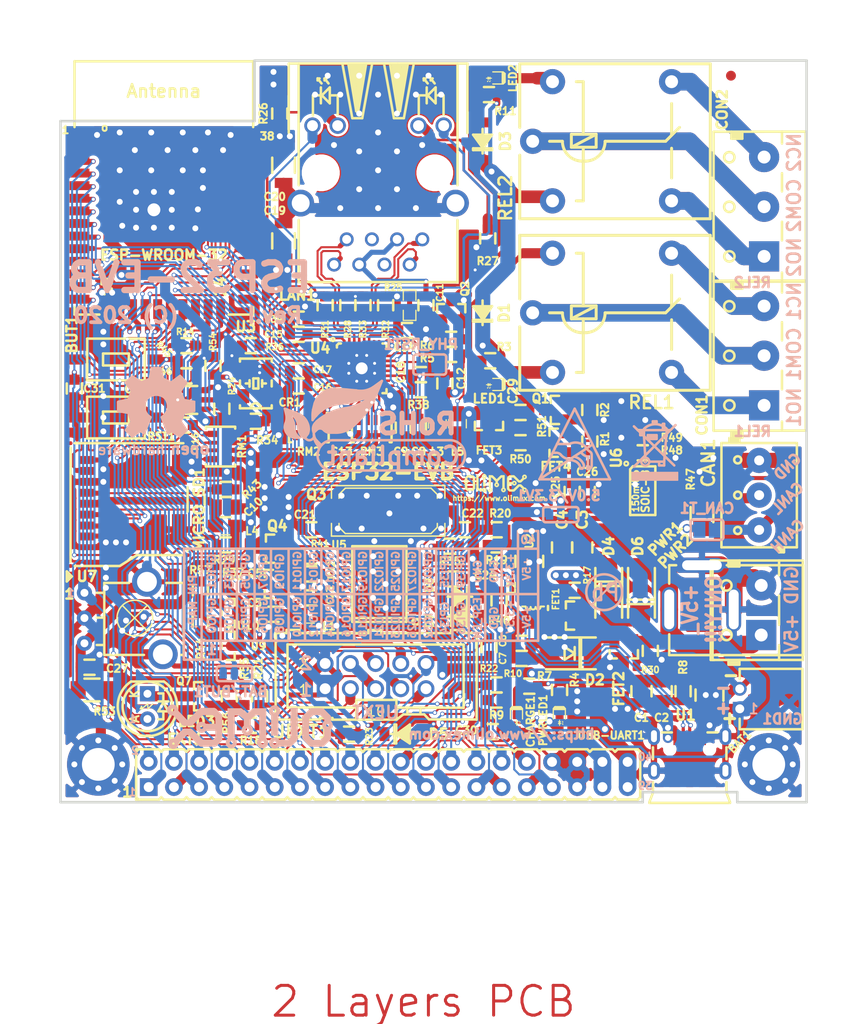
<source format=kicad_pcb>
(kicad_pcb (version 20171130) (host pcbnew 5.1.5-52549c5~84~ubuntu18.04.1)
  (title_block (title ESP32-EVB) (date 2020-03-18) (rev I) (company "OLIMEX Ltd.") (comment 1 https://www.olimex.com))
  (layers (0 F.Cu mixed) (31 B.Cu mixed) (34 B.Paste user hide) (35 F.Paste user) (36 B.SilkS user hide) (37 F.SilkS user) (38 B.Mask user hide) (39 F.Mask user) (44 Edge.Cuts user))
  (net 0 "")
  (net 1 +5V)
  (net 2 GND)
  (net 3 "Net-(BAT1-Pad1)")
  (net 4 "Net-(BUT1-Pad2)")
  (net 5 /GPI34/BUT1)
  (net 6 "Net-(C3-Pad1)")
  (net 7 "Net-(C5-Pad2)")
  (net 8 +3V3)
  (net 9 "Net-(C10-Pad1)")
  (net 10 "Net-(C11-Pad1)")
  (net 11 "Net-(C18-Pad2)")
  (net 12 "Net-(CON1-Pad3)")
  (net 13 "Net-(CON1-Pad1)")
  (net 14 "Net-(CON1-Pad2)")
  (net 15 "Net-(CON2-Pad2)")
  (net 16 "Net-(CON2-Pad1)")
  (net 17 "Net-(CON2-Pad3)")
  (net 18 "Net-(CR1-Pad3)")
  (net 19 "Net-(D1-Pad2)")
  (net 20 "Net-(D3-Pad2)")
  (net 21 /GPIO3/U0RXD)
  (net 22 "Net-(D5-Pad1)")
  (net 23 /ESP_EN)
  (net 24 "/GPIO25/EMAC_RXD0(RMII)")
  (net 25 "/GPIO19/EMAC_TXD0(RMII)")
  (net 26 "/GPIO26/EMAC_RXD1(RMII)")
  (net 27 /GPIO33/REL2)
  (net 28 /GPIO32/REL1)
  (net 29 /GPIO9/SD_DATA2)
  (net 30 /GPIO8/SD_DATA1)
  (net 31 /GPIO6/SD_CLK)
  (net 32 /GPIO7/SD_DATA0)
  (net 33 /GPIO1/U0TXD)
  (net 34 /GPIO10/SD_DATA3)
  (net 35 /GPIO11/SD_CMD)
  (net 36 "Net-(L2-Pad1)")
  (net 37 "Net-(LED1-Pad2)")
  (net 38 "Net-(LED2-Pad2)")
  (net 39 "Net-(Q1-Pad1)")
  (net 40 "Net-(Q2-Pad1)")
  (net 41 "Net-(R19-Pad1)")
  (net 42 "Net-(R39-Pad1)")
  (net 43 /PHYAD0)
  (net 44 /PHYAD1)
  (net 45 /PHYAD2)
  (net 46 /RMIISEL)
  (net 47 /VDD1A-2A)
  (net 48 /VDDCR)
  (net 49 "/GPIO22/EMAC_TXD1(RMII)")
  (net 50 "/GPIO21/EMAC_TX_EN(RMII)")
  (net 51 "Net-(MICRO_SD1-Pad5)")
  (net 52 "Net-(LAN1-Pad1)")
  (net 53 "Net-(LAN1-Pad2)")
  (net 54 "Net-(LAN1-Pad7)")
  (net 55 "Net-(LAN1-Pad8)")
  (net 56 "Net-(LAN1-PadAG1)")
  (net 57 "Net-(LAN1-PadAY1)")
  (net 58 "Net-(LAN1-PadKG1)")
  (net 59 "Net-(LAN1-PadKY1)")
  (net 60 "Net-(C19-Pad1)")
  (net 61 "Net-(C21-Pad1)")
  (net 62 "Net-(C22-Pad1)")
  (net 63 /CANL)
  (net 64 /CANH)
  (net 65 "Net-(CAN_T1-Pad1)")
  (net 66 /GPI36/U1RXD)
  (net 67 /+5V_EXT)
  (net 68 /GPI39/IR_RECEIVE)
  (net 69 "/GPIO23/MDC(RMII)")
  (net 70 /GPIO27/EMAC_RX_CRS_DV)
  (net 71 /GPI35/CAN-RX)
  (net 72 /GPIO5/CAN-TX)
  (net 73 /GPIO4/U1TXD)
  (net 74 /GPIO0/XTAL1/CLKIN)
  (net 75 /GPIO2/HS2_DATA0)
  (net 76 /GPIO12/IR_Transmit)
  (net 77 /GPIO13/I2C-SDA)
  (net 78 /GPIO14/HS2_CLK)
  (net 79 /GPIO15/HS2_CMD)
  (net 80 /GPIO16/I2C-SCL)
  (net 81 /GPIO17/SPI_CS)
  (net 82 "/GPIO18/MDIO(RMII)")
  (net 83 /+5V_USB)
  (net 84 "Net-(LED3-Pad1)")
  (net 85 "Net-(LED3-Pad2)")
  (net 86 "Net-(MICRO_SD1-Pad1)")
  (net 87 "Net-(MICRO_SD1-Pad2)")
  (net 88 "Net-(MICRO_SD1-Pad8)")
  (net 89 "Net-(Q4-Pad2)")
  (net 90 "Net-(Q4-Pad1)")
  (net 91 "Net-(Q5-Pad2)")
  (net 92 "Net-(Q5-Pad1)")
  (net 93 "Net-(Q7-Pad1)")
  (net 94 "Net-(R48-Pad1)")
  (net 95 "Net-(U3-Pad32)")
  (net 96 "Net-(U4-Pad4)")
  (net 97 "Net-(U4-Pad14)")
  (net 98 "Net-(U4-Pad18)")
  (net 99 "Net-(U4-Pad20)")
  (net 100 "Net-(U4-Pad26)")
  (net 101 "Net-(U5-Pad6)")
  (net 102 "Net-(U5-Pad7)")
  (net 103 "Net-(U5-Pad11)")
  (net 104 "Net-(U5-Pad12)")
  (net 105 "Net-(U5-Pad13)")
  (net 106 "Net-(U5-Pad14)")
  (net 107 "Net-(U5-Pad17)")
  (net 108 "Net-(USB-UART1-Pad4)")
  (net 109 /OSC_DIS)
  (net 110 "Net-(PWRLED1-Pad1)")
  (net 111 "Net-(Q5-Pad3)")
  (net 112 "Net-(C28-Pad1)")
  (net 113 "Net-(MICRO_SD1-Pad7)")
  (net 114 "Net-(5.0V/3.3V1-Pad2)")
  (net 115 "Net-(R44-Pad2)")
  (net 116 /D_Com)
  (net 117 +3.3VLAN)
  (net 118 "Net-(C29-Pad2)")
  (net 119 "Net-(FET4-Pad3)")
  (net 120 "Net-(CHARGE1-Pad1)")
  (net 121 "Net-(R7-Pad1)")
  (net 122 "Net-(R8-Pad2)")
  (net 123 /BUT1)
  (net 124 "Net-(BAT/BUT1-Pad3)")
  (net 125 "Net-(C24-Pad1)")
  (net 126 "Net-(D7-Pad1)")
  (net 127 "Net-(D8-Pad2)")
  (net 128 "Net-(U5-Pad20)")
  (module OLIMEX_RLC-FP:0R_0603 (layer F.Cu) (at 104.775 91.694 90)
    (fp_text reference R25 (at 1.778 -1.651) (layer F.SilkS) (effects (font (size 0.635 0.635) (thickness 0.15875))))
    (fp_text value "0R(board_mounted)")
    (fp_line (start -0.5 0) (end 0.5 0) (layer F.Cu) (width 0.508))
    (pad 1 smd rect (at -0.889 0 90) (size 1.016 1.016) (layers F.Cu F.Paste F.Mask) (net 47 /VDD1A-2A) (clearance 0.0508))
    (pad 2 smd rect (at 0.889 0 90) (size 1.016 1.016) (layers F.Cu F.Paste F.Mask) (net 10 "Net-(C11-Pad1)") (clearance 0.0508))
  )
  (module OLIMEX_Connectors-FP:TFC-WXCP11-08-LF (layer F.Cu) (at 76.327 111.125 180)
    (fp_text reference MICRO_SD1 (at -7.239 -1.143 270) (layer F.SilkS) (effects (font (size 1.016 1.016) (thickness 0.254))))
    (fp_text value TFC-WXCP11-08-LF)
    (pad SH2 smd rect (at -5.25 -3.15 270) (size 3.1 1.5) (layers F.Cu F.Paste F.Mask) (net 2 GND))
    (pad SH1 smd rect (at -5.25 2.91 270) (size 3.1 1.5) (layers F.Cu F.Paste F.Mask) (net 2 GND))
    (pad FID4 smd circle (at 5.72 5.54 270) (size 0.4 0.4) (layers F.Cu F.Mask))
    (pad FID3 smd circle (at -6.08 5.54 270) (size 0.4 0.4) (layers F.Cu F.Mask))
    (pad FID2 smd circle (at -6.08 -5.73 270) (size 0.4 0.4) (layers F.Cu F.Mask))
    (pad FID1 smd circle (at 5.72 -6.82 270) (size 0.4 0.4) (layers F.Cu F.Mask))
    (pad 8 smd rect (at 4 3.85 270) (size 0.8 1.5) (layers F.Cu F.Paste F.Mask) (net 88 "Net-(MICRO_SD1-Pad8)"))
    (pad 7 smd rect (at 4 2.75 270) (size 0.8 1.5) (layers F.Cu F.Paste F.Mask) (net 113 "Net-(MICRO_SD1-Pad7)"))
    (pad 6 smd rect (at 4 1.65 270) (size 0.8 1.5) (layers F.Cu F.Paste F.Mask) (net 2 GND))
    (pad 5 smd rect (at 4 0.55 270) (size 0.8 1.5) (layers F.Cu F.Paste F.Mask) (net 51 "Net-(MICRO_SD1-Pad5)"))
    (pad 4 smd rect (at 4 -0.55 270) (size 0.8 1.5) (layers F.Cu F.Paste F.Mask) (net 9 "Net-(C10-Pad1)"))
    (pad 3 smd rect (at 4 -1.65 270) (size 0.8 1.5) (layers F.Cu F.Paste F.Mask) (net 79 /GPIO15/HS2_CMD))
    (pad 2 smd rect (at 4 -2.75 270) (size 0.8 1.5) (layers F.Cu F.Paste F.Mask) (net 87 "Net-(MICRO_SD1-Pad2)"))
    (pad 1 smd rect (at 4 -3.85 270) (size 0.8 1.5) (layers F.Cu F.Paste F.Mask) (net 86 "Net-(MICRO_SD1-Pad1)"))
  )
  (module OLIMEX_Connectors-FP:RJLBC-060TC1 (layer F.Cu) (at 101.6 78.359 180)
    (fp_text reference LAN1 (at 8.128 -12.319 180) (layer F.SilkS) (effects (font (size 1.016 1.016) (thickness 0.254))))
    (fp_text value "RJLD-060TC1(LPJ4013EDNL)")
    (pad "" np_thru_hole circle (at 5.715 0 180) (size 3.2 3.2) (drill 3.2) (layers *.Cu *.Mask))
    (pad "" np_thru_hole circle (at -5.715 0 180) (size 3.2 3.2) (drill 3.2) (layers *.Cu *.Mask))
    (pad KY1 thru_hole circle (at -4.07 4.7485 180) (size 1.65 1.65) (drill 1.1) (layers *.Cu *.Mask) (net 59 "Net-(LAN1-PadKY1)"))
    (pad KG1 thru_hole circle (at 6.61 4.7485 180) (size 1.65 1.65) (drill 1.1) (layers *.Cu *.Mask) (net 58 "Net-(LAN1-PadKG1)"))
    (pad GND2 thru_hole circle (at 7.8 -3.05 180) (size 2.7 2.7) (drill 1.8) (layers *.Cu *.Mask) (net 60 "Net-(C19-Pad1)"))
    (pad GND1 thru_hole circle (at -7.8 -3.05 180) (size 2.7 2.7) (drill 1.8) (layers *.Cu *.Mask) (net 60 "Net-(C19-Pad1)"))
    (pad AY1 thru_hole circle (at -6.61 4.7485 180) (size 1.65 1.65) (drill 1.1) (layers *.Cu *.Mask) (net 57 "Net-(LAN1-PadAY1)"))
    (pad AG1 thru_hole circle (at 4.07 4.7485 180) (size 1.65 1.65) (drill 1.1) (layers *.Cu *.Mask) (net 56 "Net-(LAN1-PadAG1)"))
    (pad 8 thru_hole circle (at 4.435 -9.24 180) (size 1.41 1.41) (drill 0.9) (layers *.Cu *.Mask) (net 55 "Net-(LAN1-Pad8)"))
    (pad 7 thru_hole circle (at 3.165 -6.7 180) (size 1.41 1.41) (drill 0.9) (layers *.Cu *.Mask) (net 54 "Net-(LAN1-Pad7)"))
    (pad 6 thru_hole circle (at 1.895 -9.24 180) (size 1.41 1.41) (drill 0.9) (layers *.Cu *.Mask) (net 10 "Net-(C11-Pad1)"))
    (pad 5 thru_hole circle (at 0.625 -6.7 180) (size 1.41 1.41) (drill 0.9) (layers *.Cu *.Mask))
    (pad 4 thru_hole circle (at -0.645 -9.24 180) (size 1.41 1.41) (drill 0.9) (layers *.Cu *.Mask))
    (pad 3 thru_hole circle (at -1.915 -6.7 180) (size 1.41 1.41) (drill 0.9) (layers *.Cu *.Mask) (net 10 "Net-(C11-Pad1)"))
    (pad 2 thru_hole circle (at -3.185 -9.24 180) (size 1.41 1.41) (drill 0.9) (layers *.Cu *.Mask) (net 53 "Net-(LAN1-Pad2)"))
    (pad 1 thru_hole circle (at -4.455 -6.7 180) (size 1.41 1.41) (drill 0.9) (layers *.Cu *.Mask) (net 52 "Net-(LAN1-Pad1)"))
  )
  (module OLIMEX_Connectors-FP:TB3-3.5mm (layer F.Cu) (at 140 110.815 270)
    (fp_text reference CAN1 (at -3.246 5.126 270) (layer F.SilkS) (effects (font (size 1.27 1.27) (thickness 0.254))))
    (fp_text value TB3-3.5mm)
    (pad 3 thru_hole circle (at 3.5 0 270) (size 2.54 2.54) (drill 1) (layers *.Cu *.Mask) (net 64 /CANH))
    (pad 1 thru_hole circle (at -3.5 0 270) (size 2.54 2.54) (drill 1) (layers *.Cu *.Mask) (net 2 GND))
    (pad 2 thru_hole circle (at 0 0 270) (size 2.54 2.54) (drill 1) (layers *.Cu *.Mask) (net 63 /CANL))
  )
  (module OLIMEX_Connectors-FP:TB3-DG306-5.0_3P (layer F.Cu) (at 140.5 81.774 90)
    (fp_text reference CON2 (at 9.765 -4.229 270) (layer F.SilkS) (effects (font (size 1.016 1.016) (thickness 0.254))))
    (fp_text value "TB3 DG306-5.0-3P")
    (pad 3 thru_hole circle (at 5 0 90) (size 3.048 3.048) (drill 1.3) (layers *.Cu *.Mask) (net 17 "Net-(CON2-Pad3)"))
    (pad 1 thru_hole rect (at -5 0 90) (size 3.048 3.048) (drill 1.3) (layers *.Cu *.Mask) (net 16 "Net-(CON2-Pad1)"))
    (pad 2 thru_hole circle (at 0 0 90) (size 3.048 3.048) (drill 1.3) (layers *.Cu *.Mask) (net 15 "Net-(CON2-Pad2)"))
  )
  (module OLIMEX_Connectors-FP:TB3-DG306-5.0_3P (layer F.Cu) (at 140.5 96.774 90)
    (fp_text reference CON1 (at -5.969 -6.261 90) (layer F.SilkS) (effects (font (size 1.016 1.016) (thickness 0.254))))
    (fp_text value "TB3 DG306-5.0-3P")
    (pad 3 thru_hole circle (at 5 0 90) (size 3.048 3.048) (drill 1.3) (layers *.Cu *.Mask) (net 12 "Net-(CON1-Pad3)"))
    (pad 1 thru_hole rect (at -5 0 90) (size 3.048 3.048) (drill 1.3) (layers *.Cu *.Mask) (net 13 "Net-(CON1-Pad1)"))
    (pad 2 thru_hole circle (at 0 0 90) (size 3.048 3.048) (drill 1.3) (layers *.Cu *.Mask) (net 14 "Net-(CON1-Pad2)"))
  )
  (module OLIMEX_Connectors-FP:UEXT_ML10 (layer F.Cu) (at 101.346 129.032)
    (fp_text reference UEXT1 (at -7.493 5.588) (layer F.SilkS) (effects (font (size 1.27 1.27) (thickness 0.254))))
    (fp_text value BH10S)
    (fp_text user 10 (at 0.0381 3.55092) (layer F.SilkS))
    (fp_text user 1 (at -7.2644 1.39192) (layer F.SilkS))
    (fp_text user 2 (at -7.34822 -1.23444) (layer F.SilkS))
    (pad 10 thru_hole circle (at 5.08 -1.27) (size 1.7 1.7) (drill 1.1) (layers *.Cu *.Mask) (net 81 /GPIO17/SPI_CS))
    (pad 9 thru_hole circle (at 5.08 1.27) (size 1.7 1.7) (drill 1.1) (layers *.Cu *.Mask) (net 78 /GPIO14/HS2_CLK))
    (pad 8 thru_hole circle (at 2.54 -1.27) (size 1.7 1.7) (drill 1.1) (layers *.Cu *.Mask) (net 75 /GPIO2/HS2_DATA0))
    (pad 7 thru_hole circle (at 2.54 1.27) (size 1.7 1.7) (drill 1.1) (layers *.Cu *.Mask) (net 79 /GPIO15/HS2_CMD))
    (pad 6 thru_hole circle (at 0 -1.27) (size 1.7 1.7) (drill 1.1) (layers *.Cu *.Mask) (net 77 /GPIO13/I2C-SDA))
    (pad 5 thru_hole circle (at 0 1.27) (size 1.7 1.7) (drill 1.1) (layers *.Cu *.Mask) (net 80 /GPIO16/I2C-SCL))
    (pad 4 thru_hole circle (at -2.54 -1.27) (size 1.7 1.7) (drill 1.1) (layers *.Cu *.Mask) (net 22 "Net-(D5-Pad1)"))
    (pad 3 thru_hole circle (at -2.54 1.27) (size 1.7 1.7) (drill 1.1) (layers *.Cu *.Mask) (net 73 /GPIO4/U1TXD))
    (pad 2 thru_hole circle (at -5.08 -1.27) (size 1.7 1.7) (drill 1.1) (layers *.Cu *.Mask) (net 2 GND))
    (pad 1 thru_hole rect (at -5.08 1.27) (size 1.7 1.7) (drill 1.1) (layers *.Cu *.Mask) (net 7 "Net-(C5-Pad2)"))
  )
  (module OLIMEX_LEDs-FP:LED-5mm-PTH-AK (layer F.Cu) (at 78.359 132.08 90)
    (fp_text reference LED3 (at -1.524 4.953 180) (layer F.SilkS) (effects (font (size 1.016 1.016) (thickness 0.254))))
    (fp_text value LED/IR333-A/5mm)
    (fp_text user K (at 1.27 -1.3 90) (layer F.SilkS) (effects (font (size 0.889 0.889) (thickness 0.2032))))
    (fp_text user A (at -1.27 -1.3 90) (layer F.SilkS) (effects (font (size 0.889 0.889) (thickness 0.2032))))
    (pad 2 thru_hole rect (at 1.27 0 270) (size 1.524 1.524) (drill 0.8) (layers *.Cu *.Mask) (net 85 "Net-(LED3-Pad2)"))
    (pad 1 thru_hole circle (at -1.27 0 270) (size 1.524 1.524) (drill 0.8) (layers *.Cu *.Mask) (net 84 "Net-(LED3-Pad1)"))
  )
  (module OLIMEX_IC-FP:RPM7236-H8 (layer F.Cu) (at 77.089 123.19 270)
    (fp_text reference U7 (at -4.191 4.826 180) (layer F.SilkS) (effects (font (size 1.016 1.016) (thickness 0.254))))
    (fp_text value RPM7236-H8)
    (pad 0 thru_hole circle (at 3.65 -2.82 270) (size 3 3) (drill 2) (layers *.Cu *.Mask) (net 2 GND))
    (pad 0 thru_hole circle (at -3.65 -1.22 270) (size 3 3) (drill 2) (layers *.Cu *.Mask) (net 2 GND))
    (pad 3 thru_hole circle (at 2.54 5.08 270) (size 1.524 1.524) (drill 0.8) (layers *.Cu *.Mask) (net 8 +3V3))
    (pad 2 thru_hole circle (at 0 5.08 270) (size 1.524 1.524) (drill 0.8) (layers *.Cu *.Mask) (net 2 GND))
    (pad 1 thru_hole circle (at -2.54 5.08 270) (size 1.524 1.524) (drill 0.8) (layers *.Cu *.Mask) (net 68 /GPI39/IR_RECEIVE))
  )
  (module "OLIMEX_Buttons-FP:T1107A(6x3,8x2,5MM)" (layer F.Cu) (at 75.184 102.997 180)
    (fp_text reference RST1 (at -4.572 -1.905) (layer F.SilkS) (effects (font (size 0.762 0.762) (thickness 0.1905))))
    (fp_text value "T1107A(6x3,8x2,5MM)")
    (pad 2 smd rect (at 3.937 0 270) (size 1.016 1.524) (layers F.Cu F.Paste F.Mask) (net 2 GND) (clearance 0.0508))
    (pad 1 smd rect (at -3.937 0 270) (size 1.016 1.524) (layers F.Cu F.Paste F.Mask) (net 23 /ESP_EN) (clearance 0.0508))
  )
  (module "OLIMEX_Buttons-FP:T1107A(6x3,8x2,5MM)" (layer F.Cu) (at 75.184 97.155 180)
    (fp_text reference BUT1 (at 4.445 2.54 270) (layer F.SilkS) (effects (font (size 1.016 1.016) (thickness 0.254))))
    (fp_text value "T1107A(6x3,8x2,5MM)")
    (pad 2 smd rect (at 3.937 0 270) (size 1.016 1.524) (layers F.Cu F.Paste F.Mask) (net 4 "Net-(BUT1-Pad2)") (clearance 0.0508))
    (pad 1 smd rect (at -3.937 0 270) (size 1.016 1.524) (layers F.Cu F.Paste F.Mask) (net 123 /BUT1) (clearance 0.0508))
  )
  (module OLIMEX_Relays-FP:Relay_RAS-05-15 (layer F.Cu) (at 125.476 92.456 180)
    (fp_text reference REL1 (at -3.683 -9.017) (layer F.SilkS) (effects (font (size 1.27 1.27) (thickness 0.254))))
    (fp_text value RAS-0515)
    (pad COM0 thru_hole circle (at 8.3 0 180) (size 2.54 2.54) (drill 1.3) (layers *.Cu *.Mask) (net 14 "Net-(CON1-Pad2)") (clearance 2.54))
    (pad NO0 thru_hole circle (at -5.7 -6 180) (size 2.54 2.54) (drill 1.3) (layers *.Cu *.Mask) (net 13 "Net-(CON1-Pad1)") (clearance 2.54))
    (pad NC0 thru_hole circle (at -5.7 6 180) (size 2.54 2.54) (drill 1.3) (layers *.Cu *.Mask) (net 12 "Net-(CON1-Pad3)") (clearance 2.54))
    (pad 2 thru_hole circle (at 6.3 6 180) (size 2.54 2.54) (drill 1.3) (layers *.Cu *.Mask) (net 19 "Net-(D1-Pad2)"))
    (pad 1 thru_hole circle (at 6.3 -6 180) (size 2.54 2.54) (drill 1.3) (layers *.Cu *.Mask) (net 1 +5V))
  )
  (module OLIMEX_Relays-FP:Relay_RAS-05-15 (layer F.Cu) (at 125.476 75.184 180)
    (fp_text reference REL2 (at 11.049 -5.715 270) (layer F.SilkS) (effects (font (size 1.27 1.27) (thickness 0.254))))
    (fp_text value RAS-0515)
    (pad COM0 thru_hole circle (at 8.3 0 180) (size 2.54 2.54) (drill 1.3) (layers *.Cu *.Mask) (net 15 "Net-(CON2-Pad2)") (clearance 2.54))
    (pad NO0 thru_hole circle (at -5.7 -6 180) (size 2.54 2.54) (drill 1.3) (layers *.Cu *.Mask) (net 16 "Net-(CON2-Pad1)") (clearance 2.54))
    (pad NC0 thru_hole circle (at -5.7 6 180) (size 2.54 2.54) (drill 1.3) (layers *.Cu *.Mask) (net 17 "Net-(CON2-Pad3)") (clearance 2.54))
    (pad 2 thru_hole circle (at 6.3 6 180) (size 2.54 2.54) (drill 1.3) (layers *.Cu *.Mask) (net 20 "Net-(D3-Pad2)"))
    (pad 1 thru_hole circle (at 6.3 -6 180) (size 2.54 2.54) (drill 1.3) (layers *.Cu *.Mask) (net 1 +5V))
  )
  (module "OLIMEX_Connectors-FP:PWRJ-2mm(YDJ-1136)" (layer F.Cu) (at 130.937 117.569 180)
    (fp_text reference PWR1 (at 0.381 2.38 45) (layer F.SilkS) (effects (font (size 1.016 1.016) (thickness 0.254))))
    (fp_text value "PWRJ-2mm(YDJ-1134)")
    (pad - thru_hole oval (at -3.3 -0.3 180) (size 4.5 1.5) (drill oval 4 1) (layers *.Cu *.Mask) (net 2 GND))
    (pad - thru_hole oval (at -6.5 -4.75 180) (size 1.5 4.5) (drill oval 1 4) (layers *.Cu *.Mask) (net 2 GND))
    (pad + thru_hole oval (at 0 -4.75 180) (size 1.5 4.5) (drill oval 1 4) (layers *.Cu *.Mask) (net 67 /+5V_EXT))
  )
  (module OLIMEX_IC-FP:SOIC-8_150mil (layer F.Cu) (at 128.27 110.363 270)
    (fp_text reference U6 (at -3.302 2.667 270) (layer F.SilkS) (effects (font (size 1.016 1.016) (thickness 0.254))))
    (fp_text value "MCP2562-E/SN(SOIC-8_150mil)")
    (fp_text user SOIC-8 (at 0.05588 -0.27178 270) (layer F.SilkS) (effects (font (size 0.762 0.762) (thickness 0.1905))))
    (fp_text user 150mil (at 0.508 0.7112 270) (layer F.SilkS) (effects (font (size 0.635 0.635) (thickness 0.15875))))
    (pad 8 smd rect (at -1.905 -2.5 270) (size 0.6 2.2) (layers F.Cu F.Paste F.Mask) (net 94 "Net-(R48-Pad1)") (clearance 0.0508))
    (pad 7 smd rect (at -0.635 -2.5 270) (size 0.6 2.2) (layers F.Cu F.Paste F.Mask) (net 64 /CANH) (clearance 0.0508))
    (pad 6 smd rect (at 0.635 -2.5 270) (size 0.6 2.2) (layers F.Cu F.Paste F.Mask) (net 63 /CANL) (clearance 0.0508))
    (pad 5 smd rect (at 1.905 -2.5 270) (size 0.6 2.2) (layers F.Cu F.Paste F.Mask) (net 8 +3V3) (clearance 0.0508))
    (pad 4 smd rect (at 1.905 2.5 270) (size 0.6 2.2) (layers F.Cu F.Paste F.Mask) (net 71 /GPI35/CAN-RX) (clearance 0.0508))
    (pad 3 smd rect (at 0.635 2.5 270) (size 0.6 2.2) (layers F.Cu F.Paste F.Mask) (net 114 "Net-(5.0V/3.3V1-Pad2)") (clearance 0.0508))
    (pad 2 smd rect (at -0.635 2.5 270) (size 0.6 2.2) (layers F.Cu F.Paste F.Mask) (net 2 GND) (clearance 0.0508))
    (pad 1 smd rect (at -1.905 2.5 270) (size 0.6 2.2) (layers F.Cu F.Paste F.Mask) (net 72 /GPIO5/CAN-TX) (clearance 0.0508))
  )
  (module OLIMEX_Crystal-FP:5032-4P_HCX-3S (layer F.Cu) (at 89.281 99.568 90)
    (fp_text reference CR1 (at -1.905 3.429 180) (layer F.SilkS) (effects (font (size 0.762 0.762) (thickness 0.1905))))
    (fp_text value Q50MHz/25ppm/3V/4P/5x3.2mm)
    (pad 4 smd rect (at -1.27 -1.27 90) (size 1.4 1.2) (layers F.Cu F.Paste F.Mask) (net 8 +3V3))
    (pad 3 smd rect (at 1.27 -1.27 90) (size 1.4 1.2) (layers F.Cu F.Paste F.Mask) (net 18 "Net-(CR1-Pad3)"))
    (pad 2 smd rect (at 1.27 1.27 90) (size 1.4 1.2) (layers F.Cu F.Paste F.Mask) (net 2 GND))
    (pad 1 smd rect (at -1.27 1.27 90) (size 1.4 1.2) (layers F.Cu F.Paste F.Mask) (net 109 /OSC_DIS))
  )
  (module OLIMEX_RLC-FP:R_0603_5MIL_DWS (layer F.Cu) (at 86.233 115.824 180)
    (fp_text reference R29 (at 0.127 -1.524 180) (layer F.SilkS) (effects (font (size 0.762 0.762) (thickness 0.1905))))
    (fp_text value 10k/R0603)
    (pad 2 smd rect (at 0.889 0 180) (size 1.016 1.016) (layers F.Cu F.Paste F.Mask) (net 79 /GPIO15/HS2_CMD))
    (pad 1 smd rect (at -0.889 0 180) (size 1.016 1.016) (layers F.Cu F.Paste F.Mask) (net 8 +3V3))
  )
  (module OLIMEX_Connectors-FP:USB-MICRO_MISB-SWMM-5B_LF (layer F.Cu) (at 133 138.303 270)
    (fp_text reference USB-UART1 (at -3.302 7.905 180) (layer F.SilkS) (effects (font (size 0.762 0.762) (thickness 0.1905))))
    (fp_text value "MISB-SWMM-5B-LF(USB_MICRO)")
    (pad 1 smd rect (at -3.15 1.3875) (size 0.5 1.65) (layers F.Cu F.Paste F.Mask) (net 83 /+5V_USB))
    (pad 2 smd rect (at -3.15 0.65) (size 0.325 1.65) (layers F.Cu F.Paste F.Mask) (net 102 "Net-(U5-Pad7)"))
    (pad 3 smd rect (at -3.15 0) (size 0.325 1.65) (layers F.Cu F.Paste F.Mask) (net 101 "Net-(U5-Pad6)"))
    (pad 4 smd rect (at -3.15 -0.65) (size 0.325 1.65) (layers F.Cu F.Paste F.Mask) (net 108 "Net-(USB-UART1-Pad4)"))
    (pad 5 smd rect (at -3.15 -1.3875) (size 0.5 1.65) (layers F.Cu F.Paste F.Mask) (net 2 GND))
    (pad "" np_thru_hole circle (at -1.9 2) (size 0.6 0.6) (drill 0.6) (layers *.Cu *.Mask))
    (pad "" np_thru_hole circle (at -1.9 -2) (size 0.6 0.6) (drill 0.6) (layers *.Cu *.Mask))
    (pad 0 smd rect (at 1.4 1.5) (size 1.1 1) (layers F.Cu F.Paste F.Mask) (net 2 GND))
    (pad 0 smd rect (at 1.4 -1.5) (size 1.1 1) (layers F.Cu F.Paste F.Mask) (net 2 GND))
    (pad 0 thru_hole oval (at 0.25 3.6) (size 1.2 1.8) (drill oval 0.6 1.2) (layers *.Cu *.Mask) (net 2 GND))
    (pad 0 thru_hole oval (at -3.22 3.6) (size 1.2 1.8) (drill oval 0.6 1.2) (layers *.Cu *.Mask) (net 2 GND))
    (pad 0 thru_hole oval (at -3.22 -3.6) (size 1.2 1.8) (drill oval 0.6 1.2) (layers *.Cu *.Mask) (net 2 GND))
    (pad 0 thru_hole oval (at 0.25 -3.6) (size 1.2 1.8) (drill oval 0.6 1.2) (layers *.Cu *.Mask) (net 2 GND))
  )
  (module OLIMEX_Connectors-FP:LIPO_BAT-CON2DW02R (layer F.Cu) (at 141.1986 131.318 90)
    (fp_text reference BAT1 (at -4.318 -3.1496 225) (layer F.SilkS) (effects (font (size 0.762 0.762) (thickness 0.1905))))
    (fp_text value DW02R)
    (pad 1 thru_hole rect (at -1.00838 -3.15214 90) (size 1.4 1.4) (drill 0.9) (layers *.Cu *.Mask) (net 3 "Net-(BAT1-Pad1)"))
    (pad 2 thru_hole circle (at 1.0033 -3.15468 90) (size 1.4 1.4) (drill 0.9) (layers *.Cu *.Mask) (net 2 GND))
  )
  (module OLIMEX_RLC-FP:C_0805_5MIL_DWS (layer F.Cu) (at 130.175 130.556 270)
    (fp_text reference C2 (at 2.667 0) (layer F.SilkS) (effects (font (size 0.762 0.762) (thickness 0.1905))))
    (fp_text value 47uF/6.3V/20%/X5R/C0805)
    (pad 2 smd rect (at 1.016 0) (size 1.524 1.27) (layers F.Cu F.Paste F.Mask) (net 2 GND))
    (pad 1 smd rect (at -1.016 0) (size 1.524 1.27) (layers F.Cu F.Paste F.Mask) (net 1 +5V))
  )
  (module OLIMEX_Other-FP:Fiducial1x3 (layer F.Cu) (at 142.875 133.35)
    (fp_text reference Fid2 hide)
    (fp_text value "")
    (pad Fid1 connect circle (at 0 0) (size 1 1) (layers F.Cu F.Mask) (clearance 1.016))
  )
  (module "OLIMEX_Diodes-FP:DO214AA_1(K)-2(A)" (layer F.Cu) (at 121.031 126.746 180)
    (fp_text reference D2 (at -2.413 -2.667 180) (layer F.SilkS) (effects (font (size 1.016 1.016) (thickness 0.254))))
    (fp_text value "SMBJ6.0A(DO-214AA)")
    (pad 2 smd rect (at 2.177 0 180) (size 1.778 2.286) (layers F.Cu F.Paste F.Mask) (net 2 GND))
    (pad 1 smd rect (at -2.177 0 180) (size 1.778 2.286) (layers F.Cu F.Paste F.Mask) (net 1 +5V))
  )
  (module OLIMEX_RLC-FP:R_0603_5MIL_DWS (layer F.Cu) (at 83.693 120.396 270)
    (fp_text reference R57 (at -2.032 0) (layer F.SilkS) (effects (font (size 0.762 0.762) (thickness 0.1905))))
    (fp_text value "NA(1k/R0603)")
    (pad 2 smd rect (at 0.889 0 270) (size 1.016 1.016) (layers F.Cu F.Paste F.Mask) (net 109 /OSC_DIS))
    (pad 1 smd rect (at -0.889 0 270) (size 1.016 1.016) (layers F.Cu F.Paste F.Mask) (net 11 "Net-(C18-Pad2)"))
  )
  (module OLIMEX_RLC-FP:R_0603_5MIL_DWS (layer F.Cu) (at 83.693 123.571 270)
    (fp_text reference R44 (at 2.683 -0.061 270) (layer F.SilkS) (effects (font (size 0.762 0.762) (thickness 0.1905))))
    (fp_text value NA/R0603)
    (pad 2 smd rect (at 0.889 0 270) (size 1.016 1.016) (layers F.Cu F.Paste F.Mask) (net 115 "Net-(R44-Pad2)"))
    (pad 1 smd rect (at -0.889 0 270) (size 1.016 1.016) (layers F.Cu F.Paste F.Mask) (net 109 /OSC_DIS))
  )
  (module OLIMEX_Diodes-FP:SOT23-3 (layer F.Cu) (at 86.487 122.682 180)
    (fp_text reference U10 (at -2.032 -1.27 180) (layer F.SilkS) (effects (font (size 0.762 0.762) (thickness 0.1905))))
    (fp_text value "BAT54C(SOT23-3)")
    (pad 3 smd rect (at -1.1 0 270) (size 1 1.4) (layers F.Cu F.Paste F.Mask) (net 116 /D_Com))
    (pad 2 smd rect (at 1.1 -0.95 270) (size 1 1.4) (layers F.Cu F.Paste F.Mask) (net 109 /OSC_DIS))
    (pad 1 smd rect (at 1.1 0.95 270) (size 1 1.4) (layers F.Cu F.Paste F.Mask) (net 75 /GPIO2/HS2_DATA0))
  )
  (module OLIMEX_Diodes-FP:SOT23-3 (layer F.Cu) (at 86.487 125.984 180)
    (fp_text reference U9 (at -3.048 0 180) (layer F.SilkS) (effects (font (size 0.762 0.762) (thickness 0.1905))))
    (fp_text value "BAT54C(SOT23-3)")
    (pad 3 smd rect (at -1.1 0 270) (size 1 1.4) (layers F.Cu F.Paste F.Mask) (net 116 /D_Com))
    (pad 2 smd rect (at 1.1 -0.95 270) (size 1 1.4) (layers F.Cu F.Paste F.Mask) (net 74 /GPIO0/XTAL1/CLKIN))
    (pad 1 smd rect (at 1.1 0.95 270) (size 1 1.4) (layers F.Cu F.Paste F.Mask) (net 115 "Net-(R44-Pad2)"))
  )
  (module OLIMEX_LOGOs-FP:LOGO_ROHS_1 (layer B.Cu) (at 109.347 107.696 180)
    (fp_text reference Sign-RoHS hide)
    (fp_text value Val** hide)
    (fp_text user Compliant (at 6.20014 0.8382 180) (layer B.SilkS) (effects (font (size 1.778 1.778) (thickness 0.35)) (justify mirror)))
    (fp_text user RoHS (at 3.81508 4.04368 180) (layer B.SilkS) (effects (font (size 2 2) (thickness 0.5)) (justify mirror)))
  )
  (module OLIMEX_LOGOs-FP:LOGO_RECYCLEBIN_1 (layer B.Cu) (at 131.826 109.347 180)
    (fp_text reference Sign-RecycleBin hide)
    (fp_text value "" hide)
  )
  (module OLIMEX_LOGOs-FP:LOGO_PBFREE (layer B.Cu) (at 124.587 120.269)
    (fp_text reference Sign-PbFree)
    (fp_text value "")
    (fp_text user Pb (at -0.08636 0.33528) (layer B.SilkS) (effects (font (size 1.7 1.5) (thickness 0.254)) (justify mirror)))
  )
  (module OLIMEX_LOGOs-FP:LOGO_OPENHARDWARE_8x8 (layer B.Cu) (at 79.248 101.981 180)
    (fp_text reference Logo-OSHW hide)
    (fp_text value "" hide)
    (fp_text user open (at -3.40106 -4.17576 180) (layer B.SilkS) (effects (font (size 1.1 1.1) (thickness 0.254)) (justify mirror)))
    (fp_text user hardware (at 2.51206 -4.2672 180) (layer B.SilkS) (effects (font (thickness 0.18)) (justify mirror)))
  )
  (module OLIMEX_LOGOs-FP:LOGO_ANTISTATIC_1 (layer B.Cu) (at 124.968 109.22 180)
    (fp_text reference Sign-Antistatic hide)
    (fp_text value Val** hide)
  )
  (module OLIMEX_RLC-FP:R_0603_5MIL_DWS (layer F.Cu) (at 87.249 120.015 180)
    (fp_text reference R37 (at 0.254 1.397 180) (layer F.SilkS) (effects (font (size 0.762 0.762) (thickness 0.1905))))
    (fp_text value 220R/R0603)
    (pad 2 smd rect (at 0.889 0 180) (size 1.016 1.016) (layers F.Cu F.Paste F.Mask) (net 116 /D_Com))
    (pad 1 smd rect (at -0.889 0 180) (size 1.016 1.016) (layers F.Cu F.Paste F.Mask) (net 111 "Net-(Q5-Pad3)"))
  )
  (module OLIMEX_RLC-FP:C_0805_5MIL_DWS (layer F.Cu) (at 120.142 116.078 90)
    (fp_text reference C4 (at 2.794 0 90) (layer F.SilkS) (effects (font (size 1.016 1.016) (thickness 0.254))))
    (fp_text value 47uF/6.3V/20%/X5R/C0805)
    (pad 2 smd rect (at 1.016 0 180) (size 1.524 1.27) (layers F.Cu F.Paste F.Mask) (net 2 GND))
    (pad 1 smd rect (at -1.016 0 180) (size 1.524 1.27) (layers F.Cu F.Paste F.Mask) (net 6 "Net-(C3-Pad1)"))
  )
  (module OLIMEX_RLC-FP:C_0805_5MIL_DWS (layer F.Cu) (at 122.174 116.078 90)
    (fp_text reference C3 (at 2.794 0 90) (layer F.SilkS) (effects (font (size 1.016 1.016) (thickness 0.254))))
    (fp_text value "NA(47uF/6.3V/20%/X5R/C0805)")
    (pad 2 smd rect (at 1.016 0 180) (size 1.524 1.27) (layers F.Cu F.Paste F.Mask) (net 2 GND))
    (pad 1 smd rect (at -1.016 0 180) (size 1.524 1.27) (layers F.Cu F.Paste F.Mask) (net 6 "Net-(C3-Pad1)"))
  )
  (module OLIMEX_RLC-FP:R_0603_5MIL_DWS (layer F.Cu) (at 113.538 114.3 180)
    (fp_text reference R20 (at -0.381 1.651 180) (layer F.SilkS) (effects (font (size 0.762 0.762) (thickness 0.1905))))
    (fp_text value 49.9k/1%/R0603)
    (pad 2 smd rect (at 0.889 0 180) (size 1.016 1.016) (layers F.Cu F.Paste F.Mask) (net 2 GND))
    (pad 1 smd rect (at -0.889 0 180) (size 1.016 1.016) (layers F.Cu F.Paste F.Mask) (net 41 "Net-(R19-Pad1)"))
  )
  (module OLIMEX_RLC-FP:R_0603_5MIL_DWS (layer F.Cu) (at 113.538 115.824 180)
    (fp_text reference R19 (at 0 -1.524 180) (layer F.SilkS) (effects (font (size 0.762 0.762) (thickness 0.1905))))
    (fp_text value 220k/R0603)
    (pad 2 smd rect (at 0.889 0 180) (size 1.016 1.016) (layers F.Cu F.Paste F.Mask) (net 8 +3V3))
    (pad 1 smd rect (at -0.889 0 180) (size 1.016 1.016) (layers F.Cu F.Paste F.Mask) (net 41 "Net-(R19-Pad1)"))
  )
  (module OLIMEX_RLC-FP:R_0603_5MIL_DWS (layer F.Cu) (at 119.888 130.429 90)
    (fp_text reference R4 (at 1.016 1.524 90) (layer F.SilkS) (effects (font (size 0.762 0.762) (thickness 0.1905))))
    (fp_text value 2.2k/R0603)
    (pad 2 smd rect (at 0.889 0 90) (size 1.016 1.016) (layers F.Cu F.Paste F.Mask) (net 2 GND))
    (pad 1 smd rect (at -0.889 0 90) (size 1.016 1.016) (layers F.Cu F.Paste F.Mask) (net 110 "Net-(PWRLED1-Pad1)"))
  )
  (module OLIMEX_RLC-FP:R_0603_5MIL_DWS (layer F.Cu) (at 86.614 131.064 270)
    (fp_text reference R56 (at 2.667 0.254 270) (layer F.SilkS) (effects (font (size 0.762 0.762) (thickness 0.1905))))
    (fp_text value 10k/R0603)
    (pad 2 smd rect (at 0.889 0 270) (size 1.016 1.016) (layers F.Cu F.Paste F.Mask) (net 93 "Net-(Q7-Pad1)"))
    (pad 1 smd rect (at -0.889 0 270) (size 1.016 1.016) (layers F.Cu F.Paste F.Mask) (net 2 GND))
  )
  (module OLIMEX_RLC-FP:R_0603_5MIL_DWS (layer F.Cu) (at 88.138 131.064 270)
    (fp_text reference R55 (at -2.794 0 270) (layer F.SilkS) (effects (font (size 0.762 0.762) (thickness 0.1905))))
    (fp_text value 1k/R0603)
    (pad 2 smd rect (at 0.889 0 270) (size 1.016 1.016) (layers F.Cu F.Paste F.Mask) (net 93 "Net-(Q7-Pad1)"))
    (pad 1 smd rect (at -0.889 0 270) (size 1.016 1.016) (layers F.Cu F.Paste F.Mask) (net 76 /GPIO12/IR_Transmit))
  )
  (module OLIMEX_RLC-FP:R_0603_5MIL_DWS (layer F.Cu) (at 84.963 97.79 90)
    (fp_text reference R54 (at 2.413 0 90) (layer F.SilkS) (effects (font (size 0.635 0.635) (thickness 0.15875))))
    (fp_text value NA/R0603)
    (pad 2 smd rect (at 0.889 0 90) (size 1.016 1.016) (layers F.Cu F.Paste F.Mask) (net 8 +3V3))
    (pad 1 smd rect (at -0.889 0 90) (size 1.016 1.016) (layers F.Cu F.Paste F.Mask) (net 74 /GPIO0/XTAL1/CLKIN))
  )
  (module OLIMEX_RLC-FP:R_1206_5MIL_DWS (layer F.Cu) (at 72.771 130.429)
    (fp_text reference R53 (at 1.27 2.159) (layer F.SilkS) (effects (font (size 0.762 0.762) (thickness 0.1905))))
    (fp_text value 6.8R/R1206)
    (pad 2 smd rect (at 1.397 0) (size 1.524 1.778) (layers F.Cu F.Paste F.Mask) (net 84 "Net-(LED3-Pad1)"))
    (pad 1 smd rect (at -1.397 0) (size 1.524 1.778) (layers F.Cu F.Paste F.Mask) (net 8 +3V3))
  )
  (module OLIMEX_RLC-FP:R_0603_5MIL_DWS (layer F.Cu) (at 128.27 105.029 180)
    (fp_text reference R49 (at -2.921 0 180) (layer F.SilkS) (effects (font (size 0.762 0.762) (thickness 0.1905))))
    (fp_text value 10k/R0603)
    (pad 2 smd rect (at 0.889 0 180) (size 1.016 1.016) (layers F.Cu F.Paste F.Mask) (net 2 GND))
    (pad 1 smd rect (at -0.889 0 180) (size 1.016 1.016) (layers F.Cu F.Paste F.Mask) (net 94 "Net-(R48-Pad1)"))
  )
  (module OLIMEX_RLC-FP:R_0603_5MIL_DWS (layer F.Cu) (at 128.27 106.553 180)
    (fp_text reference R48 (at -2.921 0.254 180) (layer F.SilkS) (effects (font (size 0.762 0.762) (thickness 0.1905))))
    (fp_text value NA/R0603)
    (pad 2 smd rect (at 0.889 0 180) (size 1.016 1.016) (layers F.Cu F.Paste F.Mask) (net 114 "Net-(5.0V/3.3V1-Pad2)"))
    (pad 1 smd rect (at -0.889 0 180) (size 1.016 1.016) (layers F.Cu F.Paste F.Mask) (net 94 "Net-(R48-Pad1)"))
  )
  (module OLIMEX_RLC-FP:R_1206_5MIL_DWS (layer F.Cu) (at 134.239 112.776 90)
    (fp_text reference R47 (at 3.556 -1.143 90) (layer F.SilkS) (effects (font (size 0.762 0.762) (thickness 0.1905))))
    (fp_text value 120R/R1206)
    (pad 2 smd rect (at 1.397 0 90) (size 1.524 1.778) (layers F.Cu F.Paste F.Mask) (net 63 /CANL))
    (pad 1 smd rect (at -1.397 0 90) (size 1.524 1.778) (layers F.Cu F.Paste F.Mask) (net 65 "Net-(CAN_T1-Pad1)"))
  )
  (module OLIMEX_RLC-FP:R_0603_5MIL_DWS (layer F.Cu) (at 82.296 98.806)
    (fp_text reference R46 (at -2.3495 -0.4445) (layer F.SilkS) (effects (font (size 0.635 0.635) (thickness 0.15875))))
    (fp_text value NA/R0603)
    (pad 2 smd rect (at 0.889 0) (size 1.016 1.016) (layers F.Cu F.Paste F.Mask) (net 116 /D_Com))
    (pad 1 smd rect (at -0.889 0) (size 1.016 1.016) (layers F.Cu F.Paste F.Mask) (net 123 /BUT1))
  )
  (module OLIMEX_RLC-FP:R_0603_5MIL_DWS (layer F.Cu) (at 82.296 97.282 180)
    (fp_text reference R45 (at 2.286 1.143 315) (layer F.SilkS) (effects (font (size 0.635 0.635) (thickness 0.15875))))
    (fp_text value 10k/R0603)
    (pad 2 smd rect (at 0.889 0 180) (size 1.016 1.016) (layers F.Cu F.Paste F.Mask) (net 123 /BUT1))
    (pad 1 smd rect (at -0.889 0 180) (size 1.016 1.016) (layers F.Cu F.Paste F.Mask) (net 8 +3V3))
  )
  (module OLIMEX_RLC-FP:R_0603_5MIL_DWS (layer F.Cu) (at 94.869 118.745 180)
    (fp_text reference R42 (at -2.032 0.381 270) (layer F.SilkS) (effects (font (size 0.635 0.635) (thickness 0.15875))))
    (fp_text value 1k/R0603)
    (pad 2 smd rect (at 0.889 0 180) (size 1.016 1.016) (layers F.Cu F.Paste F.Mask) (net 92 "Net-(Q5-Pad1)"))
    (pad 1 smd rect (at -0.889 0 180) (size 1.016 1.016) (layers F.Cu F.Paste F.Mask) (net 89 "Net-(Q4-Pad2)"))
  )
  (module OLIMEX_RLC-FP:R_0603_5MIL_DWS (layer F.Cu) (at 129.032 126.492 270)
    (fp_text reference R30 (at 1.905 0) (layer F.SilkS) (effects (font (size 0.635 0.635) (thickness 0.15875))))
    (fp_text value 10k/R0603)
    (pad 2 smd rect (at 0.889 0 270) (size 1.016 1.016) (layers F.Cu F.Paste F.Mask) (net 2 GND))
    (pad 1 smd rect (at -0.889 0 270) (size 1.016 1.016) (layers F.Cu F.Paste F.Mask) (net 67 /+5V_EXT))
  )
  (module OLIMEX_Crystal-FP:Q_49U3HMS (layer F.Cu) (at 102.616 112.395)
    (fp_text reference Q3 (at -7.239 -1.651 180) (layer F.SilkS) (effects (font (size 1.016 1.016) (thickness 0.254))))
    (fp_text value "Q12MHz/20pF/30ppm/2P/HC-49SM(SMD)")
    (pad 1 smd rect (at -4.699 0) (size 4.826 1.1) (layers F.Cu F.Paste F.Mask) (net 61 "Net-(C21-Pad1)") (clearance 0.0508))
    (pad 2 smd rect (at 4.699 0) (size 4.826 1.1) (layers F.Cu F.Paste F.Mask) (net 62 "Net-(C22-Pad1)") (clearance 0.0508))
  )
  (module OLIMEX_Diodes-FP:SMA-KA (layer F.Cu) (at 128.143 120.65 90)
    (fp_text reference D6 (at 4.699 -0.381 90) (layer F.SilkS) (effects (font (size 1.016 1.016) (thickness 0.254))))
    (fp_text value 1N5822/SS34/SMA)
    (pad 1 smd rect (at -2.5 0 90) (size 2 1.7) (layers F.Cu F.Paste F.Mask) (net 1 +5V))
    (pad 2 smd rect (at 2.5 0 90) (size 2 1.7) (layers F.Cu F.Paste F.Mask) (net 67 /+5V_EXT))
  )
  (module OLIMEX_Jumpers-FP:SJ (layer B.Cu) (at 134.747 114.3)
    (fp_text reference CAN_T1 (at 0 -2.159) (layer B.SilkS) (effects (font (size 1.016 1.016) (thickness 0.254)) (justify mirror)))
    (fp_text value Opened)
    (pad 2 smd rect (at 0.762 0) (size 1.1684 1.6002) (layers B.Cu B.Mask) (net 64 /CANH) (clearance 0.0508))
    (pad 1 smd rect (at -0.762 0) (size 1.1684 1.6002) (layers B.Cu B.Mask) (net 65 "Net-(CAN_T1-Pad1)"))
    (pad 1 smd rect (at -0.762 0) (size 1.1684 1.6002) (layers B.Cu B.Mask) (net 65 "Net-(CAN_T1-Pad1)") (clearance 0.0508))
  )
  (module OLIMEX_RLC-FP:C_0603_5MIL_DWS (layer F.Cu) (at 79.502 100.203 90)
    (fp_text reference C28 (at 0.0635 -2.3495 180) (layer F.SilkS) (effects (font (size 0.762 0.762) (thickness 0.1905))))
    (fp_text value 470nF/16V/10%/X7R/C0603)
    (pad 2 smd rect (at 0.889 0 90) (size 1.016 1.016) (layers F.Cu F.Paste F.Mask) (net 2 GND) (clearance 0.0508))
    (pad 1 smd rect (at -0.889 0 90) (size 1.016 1.016) (layers F.Cu F.Paste F.Mask) (net 112 "Net-(C28-Pad1)") (clearance 0.0508))
  )
  (module OLIMEX_RLC-FP:C_0603_5MIL_DWS (layer F.Cu) (at 72.517 128.143)
    (fp_text reference C27 (at 2.794 0.127 180) (layer F.SilkS) (effects (font (size 0.762 0.762) (thickness 0.1905))))
    (fp_text value 100nF/50V/20%/Y5V/C0603)
    (pad 2 smd rect (at 0.889 0) (size 1.016 1.016) (layers F.Cu F.Paste F.Mask) (net 2 GND) (clearance 0.0508))
    (pad 1 smd rect (at -0.889 0) (size 1.016 1.016) (layers F.Cu F.Paste F.Mask) (net 8 +3V3) (clearance 0.0508))
  )
  (module OLIMEX_RLC-FP:C_0603_5MIL_DWS (layer F.Cu) (at 122.682 110.49 270)
    (fp_text reference C26 (at -2.032 0) (layer F.SilkS) (effects (font (size 0.762 0.762) (thickness 0.1905))))
    (fp_text value 10uF/6.3V/20%/X5R/C0603)
    (pad 2 smd rect (at 0.889 0 270) (size 1.016 1.016) (layers F.Cu F.Paste F.Mask) (net 114 "Net-(5.0V/3.3V1-Pad2)") (clearance 0.0508))
    (pad 1 smd rect (at -0.889 0 270) (size 1.016 1.016) (layers F.Cu F.Paste F.Mask) (net 2 GND) (clearance 0.0508))
  )
  (module OLIMEX_RLC-FP:C_0603_5MIL_DWS (layer F.Cu) (at 121.158 110.49 270)
    (fp_text reference C25 (at -0.508 1.651 270) (layer F.SilkS) (effects (font (size 0.762 0.762) (thickness 0.1905))))
    (fp_text value 100nF/50V/20%/Y5V/C0603)
    (pad 2 smd rect (at 0.889 0 270) (size 1.016 1.016) (layers F.Cu F.Paste F.Mask) (net 114 "Net-(5.0V/3.3V1-Pad2)") (clearance 0.0508))
    (pad 1 smd rect (at -0.889 0 270) (size 1.016 1.016) (layers F.Cu F.Paste F.Mask) (net 2 GND) (clearance 0.0508))
  )
  (module OLIMEX_RLC-FP:C_0603_5MIL_DWS (layer F.Cu) (at 109.22 119.253)
    (fp_text reference C24 (at 3.175 -0.381) (layer F.SilkS) (effects (font (size 0.762 0.762) (thickness 0.1905))))
    (fp_text value 100nF/50V/20%/Y5V/C0603)
    (pad 2 smd rect (at 0.889 0) (size 1.016 1.016) (layers F.Cu F.Paste F.Mask) (net 2 GND) (clearance 0.0508))
    (pad 1 smd rect (at -0.889 0) (size 1.016 1.016) (layers F.Cu F.Paste F.Mask) (net 125 "Net-(C24-Pad1)") (clearance 0.0508))
  )
  (module OLIMEX_RLC-FP:C_0603_5MIL_DWS (layer F.Cu) (at 94.869 121.158 180)
    (fp_text reference C23 (at -1.905 0.254 270) (layer F.SilkS) (effects (font (size 0.635 0.635) (thickness 0.15875))))
    (fp_text value 22uF/6.3V/20%/X5R/C0603)
    (pad 2 smd rect (at 0.889 0 180) (size 1.016 1.016) (layers F.Cu F.Paste F.Mask) (net 2 GND) (clearance 0.0508))
    (pad 1 smd rect (at -0.889 0 180) (size 1.016 1.016) (layers F.Cu F.Paste F.Mask) (net 83 /+5V_USB) (clearance 0.0508))
  )
  (module OLIMEX_RLC-FP:C_0603_5MIL_DWS (layer F.Cu) (at 110.363 114.3)
    (fp_text reference C22 (at 0.762 -1.651) (layer F.SilkS) (effects (font (size 0.762 0.762) (thickness 0.1905))))
    (fp_text value 27pF/50V/5%/C0G/C0603)
    (pad 2 smd rect (at 0.889 0) (size 1.016 1.016) (layers F.Cu F.Paste F.Mask) (net 2 GND) (clearance 0.0508))
    (pad 1 smd rect (at -0.889 0) (size 1.016 1.016) (layers F.Cu F.Paste F.Mask) (net 62 "Net-(C22-Pad1)") (clearance 0.0508))
  )
  (module OLIMEX_RLC-FP:C_0603_5MIL_DWS (layer F.Cu) (at 94.869 114.3 180)
    (fp_text reference C21 (at 0.635 1.524 180) (layer F.SilkS) (effects (font (size 0.762 0.762) (thickness 0.1905))))
    (fp_text value 27pF/50V/5%/C0G/C0603)
    (pad 2 smd rect (at 0.889 0 180) (size 1.016 1.016) (layers F.Cu F.Paste F.Mask) (net 2 GND) (clearance 0.0508))
    (pad 1 smd rect (at -0.889 0 180) (size 1.016 1.016) (layers F.Cu F.Paste F.Mask) (net 61 "Net-(C21-Pad1)") (clearance 0.0508))
  )
  (module OLIMEX_RLC-FP:C_1206_5MIL_DWS_ISO (layer F.Cu) (at 92.075 77.597 90)
    (fp_text reference C20 (at -3.175 -0.889 180) (layer F.SilkS) (effects (font (size 0.762 0.762) (thickness 0.1905))))
    (fp_text value "NA(1nF/2000V/10%/X7R/C1206)")
    (pad 2 smd rect (at 1.778 0 90) (size 1.016 1.778) (layers F.Cu F.Paste F.Mask) (net 2 GND))
    (pad 1 smd rect (at -1.778 0 90) (size 1.016 1.778) (layers F.Cu F.Paste F.Mask) (net 60 "Net-(C19-Pad1)"))
  )
  (module OLIMEX_RLC-FP:C_1206_5MIL_DWS_ISO (layer F.Cu) (at 92.075 85.217 270)
    (fp_text reference C19 (at -3.048 0.889) (layer F.SilkS) (effects (font (size 0.762 0.762) (thickness 0.1905))))
    (fp_text value 1nF/2000V/10%/X7R/C1206)
    (pad 2 smd rect (at 1.778 0 270) (size 1.016 1.778) (layers F.Cu F.Paste F.Mask) (net 2 GND))
    (pad 1 smd rect (at -1.778 0 270) (size 1.016 1.778) (layers F.Cu F.Paste F.Mask) (net 60 "Net-(C19-Pad1)"))
  )
  (module OLIMEX_RLC-FP:R_0603_5MIL_DWS (layer F.Cu) (at 86.233 110.236 180)
    (fp_text reference R43 (at -2.667 0 225) (layer F.SilkS) (effects (font (size 0.762 0.762) (thickness 0.1905))))
    (fp_text value 10R/R0603)
    (pad 2 smd rect (at 0.889 0 180) (size 1.016 1.016) (layers F.Cu F.Paste F.Mask) (net 51 "Net-(MICRO_SD1-Pad5)"))
    (pad 1 smd rect (at -0.889 0 180) (size 1.016 1.016) (layers F.Cu F.Paste F.Mask) (net 78 /GPIO14/HS2_CLK))
  )
  (module OLIMEX_Connectors-FP:HN2x20 (layer F.Cu) (at 102.616 138.938)
    (fp_text reference EXT1 (at -20.447 -3.556) (layer F.SilkS) (effects (font (size 1.016 1.016) (thickness 0.254))))
    (fp_text value "NA(HN2x20)")
    (pad 20 thru_hole circle (at -1.27 -1.27) (size 1.778 1.778) (drill 1) (layers *.Cu *.Mask) (net 25 "/GPIO19/EMAC_TXD0(RMII)"))
    (pad 19 thru_hole circle (at -1.27 1.27) (size 1.778 1.778) (drill 1) (layers *.Cu *.Mask) (net 82 "/GPIO18/MDIO(RMII)"))
    (pad 18 thru_hole circle (at -3.81 -1.27) (size 1.778 1.778) (drill 1) (layers *.Cu *.Mask) (net 81 /GPIO17/SPI_CS))
    (pad 17 thru_hole circle (at -3.81 1.27) (size 1.778 1.778) (drill 1) (layers *.Cu *.Mask) (net 80 /GPIO16/I2C-SCL))
    (pad 16 thru_hole circle (at -6.35 -1.27) (size 1.778 1.778) (drill 1) (layers *.Cu *.Mask) (net 79 /GPIO15/HS2_CMD))
    (pad 15 thru_hole circle (at -6.35 1.27) (size 1.778 1.778) (drill 1) (layers *.Cu *.Mask) (net 78 /GPIO14/HS2_CLK))
    (pad 14 thru_hole circle (at -8.89 -1.27) (size 1.778 1.778) (drill 1) (layers *.Cu *.Mask) (net 77 /GPIO13/I2C-SDA))
    (pad 13 thru_hole circle (at -8.89 1.27) (size 1.778 1.778) (drill 1) (layers *.Cu *.Mask) (net 76 /GPIO12/IR_Transmit))
    (pad 12 thru_hole circle (at -11.43 -1.27) (size 1.778 1.778) (drill 1) (layers *.Cu *.Mask) (net 35 /GPIO11/SD_CMD))
    (pad 11 thru_hole circle (at -11.43 1.27) (size 1.778 1.778) (drill 1) (layers *.Cu *.Mask) (net 34 /GPIO10/SD_DATA3))
    (pad 4 thru_hole circle (at -21.59 -1.27) (size 1.778 1.778) (drill 1) (layers *.Cu *.Mask) (net 21 /GPIO3/U0RXD))
    (pad 3 thru_hole circle (at -21.59 1.27) (size 1.778 1.778) (drill 1) (layers *.Cu *.Mask) (net 75 /GPIO2/HS2_DATA0))
    (pad 2 thru_hole circle (at -24.13 -1.27) (size 1.778 1.778) (drill 1) (layers *.Cu *.Mask) (net 33 /GPIO1/U0TXD))
    (pad 1 thru_hole rect (at -24.13 1.27) (size 1.778 1.778) (drill 1) (layers *.Cu *.Mask) (net 74 /GPIO0/XTAL1/CLKIN))
    (pad 5 thru_hole circle (at -19.05 1.27) (size 1.778 1.778) (drill 1) (layers *.Cu *.Mask) (net 73 /GPIO4/U1TXD))
    (pad 6 thru_hole circle (at -19.05 -1.27) (size 1.778 1.778) (drill 1) (layers *.Cu *.Mask) (net 72 /GPIO5/CAN-TX))
    (pad 8 thru_hole circle (at -16.51 -1.27) (size 1.778 1.778) (drill 1) (layers *.Cu *.Mask) (net 32 /GPIO7/SD_DATA0))
    (pad 7 thru_hole circle (at -16.51 1.27) (size 1.778 1.778) (drill 1) (layers *.Cu *.Mask) (net 31 /GPIO6/SD_CLK))
    (pad 9 thru_hole circle (at -13.97 1.27) (size 1.778 1.778) (drill 1) (layers *.Cu *.Mask) (net 30 /GPIO8/SD_DATA1))
    (pad 10 thru_hole circle (at -13.97 -1.27) (size 1.778 1.778) (drill 1) (layers *.Cu *.Mask) (net 29 /GPIO9/SD_DATA2))
    (pad 30 thru_hole circle (at 11.43 -1.27) (size 1.778 1.778) (drill 1) (layers *.Cu *.Mask) (net 71 /GPI35/CAN-RX))
    (pad 29 thru_hole circle (at 11.43 1.27) (size 1.778 1.778) (drill 1) (layers *.Cu *.Mask) (net 5 /GPI34/BUT1))
    (pad 27 thru_hole circle (at 8.89 1.27) (size 1.778 1.778) (drill 1) (layers *.Cu *.Mask) (net 28 /GPIO32/REL1))
    (pad 28 thru_hole circle (at 8.89 -1.27) (size 1.778 1.778) (drill 1) (layers *.Cu *.Mask) (net 27 /GPIO33/REL2))
    (pad 26 thru_hole circle (at 6.35 -1.27) (size 1.778 1.778) (drill 1) (layers *.Cu *.Mask) (net 70 /GPIO27/EMAC_RX_CRS_DV))
    (pad 25 thru_hole circle (at 6.35 1.27) (size 1.778 1.778) (drill 1) (layers *.Cu *.Mask) (net 26 "/GPIO26/EMAC_RXD1(RMII)"))
    (pad 21 thru_hole circle (at 1.27 1.27) (size 1.778 1.778) (drill 1) (layers *.Cu *.Mask) (net 50 "/GPIO21/EMAC_TX_EN(RMII)"))
    (pad 22 thru_hole circle (at 1.27 -1.27) (size 1.778 1.778) (drill 1) (layers *.Cu *.Mask) (net 49 "/GPIO22/EMAC_TXD1(RMII)"))
    (pad 23 thru_hole circle (at 3.81 1.27) (size 1.778 1.778) (drill 1) (layers *.Cu *.Mask) (net 69 "/GPIO23/MDC(RMII)"))
    (pad 24 thru_hole circle (at 3.81 -1.27) (size 1.778 1.778) (drill 1) (layers *.Cu *.Mask) (net 24 "/GPIO25/EMAC_RXD0(RMII)"))
    (pad 31 thru_hole circle (at 13.97 1.27) (size 1.778 1.778) (drill 1) (layers *.Cu *.Mask) (net 66 /GPI36/U1RXD))
    (pad 32 thru_hole circle (at 13.97 -1.27) (size 1.778 1.778) (drill 1) (layers *.Cu *.Mask) (net 68 /GPI39/IR_RECEIVE))
    (pad 33 thru_hole circle (at 16.51 1.27) (size 1.778 1.778) (drill 1) (layers *.Cu *.Mask) (net 23 /ESP_EN))
    (pad 34 thru_hole circle (at 16.51 -1.27) (size 1.778 1.778) (drill 1) (layers *.Cu *.Mask) (net 2 GND))
    (pad 35 thru_hole circle (at 19.05 1.27) (size 1.778 1.778) (drill 1) (layers *.Cu *.Mask) (net 2 GND))
    (pad 36 thru_hole circle (at 19.05 -1.27) (size 1.778 1.778) (drill 1) (layers *.Cu *.Mask) (net 2 GND))
    (pad 37 thru_hole circle (at 21.59 1.27) (size 1.778 1.778) (drill 1) (layers *.Cu *.Mask) (net 8 +3V3))
    (pad 38 thru_hole circle (at 21.59 -1.27) (size 1.778 1.778) (drill 1) (layers *.Cu *.Mask) (net 8 +3V3))
    (pad 39 thru_hole circle (at 24.13 1.27) (size 1.778 1.778) (drill 1) (layers *.Cu *.Mask) (net 1 +5V))
    (pad 40 thru_hole circle (at 24.13 -1.27) (size 1.778 1.778) (drill 1) (layers *.Cu *.Mask) (net 1 +5V))
  )
  (module OLIMEX_Other-FP:Mounting_hole_Shield_3.3mm (layer F.Cu) (at 73.406 137.922)
    (fp_text reference MH3 hide)
    (fp_text value Mounting_hole_Shield_3.3mm hide)
    (pad GND1 thru_hole circle (at -2.413 0) (size 1.2 1.2) (drill 0.6) (layers *.Cu *.Mask) (net 2 GND))
    (pad GND1 thru_hole circle (at 2.413 0) (size 1.2 1.2) (drill 0.6) (layers *.Cu *.Mask) (net 2 GND))
    (pad GND1 thru_hole circle (at 1.651 1.651) (size 1.2 1.2) (drill 0.6) (layers *.Cu *.Mask) (net 2 GND))
    (pad GND1 thru_hole circle (at -1.651 1.778) (size 1.2 1.2) (drill 0.6) (layers *.Cu *.Mask) (net 2 GND))
    (pad GND1 thru_hole circle (at 1.651 -1.651) (size 1.2 1.2) (drill 0.6) (layers *.Cu *.Mask) (net 2 GND))
    (pad GND1 thru_hole circle (at -1.651 -1.651) (size 1.2 1.2) (drill 0.6) (layers *.Cu *.Mask) (net 2 GND))
    (pad GND1 thru_hole circle (at 0 2.413) (size 1.2 1.2) (drill 0.6) (layers *.Cu *.Mask) (net 2 GND))
    (pad GND1 thru_hole circle (at 0 -2.413) (size 1.2 1.2) (drill 0.6) (layers *.Cu *.Mask) (net 2 GND))
    (pad GND1 thru_hole circle (at 0 0) (size 6.3 6.3) (drill 3.3) (layers *.Cu *.Mask) (net 2 GND))
  )
  (module OLIMEX_Other-FP:Mounting_hole_Shield_3.3mm (layer F.Cu) (at 140.97 137.922)
    (fp_text reference MH2 hide)
    (fp_text value Mounting_hole_Shield_3.3mm hide)
    (pad GND1 thru_hole circle (at -2.413 0) (size 1.2 1.2) (drill 0.6) (layers *.Cu *.Mask) (net 2 GND))
    (pad GND1 thru_hole circle (at 2.413 0) (size 1.2 1.2) (drill 0.6) (layers *.Cu *.Mask) (net 2 GND))
    (pad GND1 thru_hole circle (at 1.651 1.651) (size 1.2 1.2) (drill 0.6) (layers *.Cu *.Mask) (net 2 GND))
    (pad GND1 thru_hole circle (at -1.651 1.778) (size 1.2 1.2) (drill 0.6) (layers *.Cu *.Mask) (net 2 GND))
    (pad GND1 thru_hole circle (at 1.651 -1.651) (size 1.2 1.2) (drill 0.6) (layers *.Cu *.Mask) (net 2 GND))
    (pad GND1 thru_hole circle (at -1.651 -1.651) (size 1.2 1.2) (drill 0.6) (layers *.Cu *.Mask) (net 2 GND))
    (pad GND1 thru_hole circle (at 0 2.413) (size 1.2 1.2) (drill 0.6) (layers *.Cu *.Mask) (net 2 GND))
    (pad GND1 thru_hole circle (at 0 -2.413) (size 1.2 1.2) (drill 0.6) (layers *.Cu *.Mask) (net 2 GND))
    (pad GND1 thru_hole circle (at 0 0) (size 6.3 6.3) (drill 3.3) (layers *.Cu *.Mask) (net 2 GND))
  )
  (module OLIMEX_RLC-FP:R_0603_5MIL_DWS (layer F.Cu) (at 94.869 116.967 180)
    (fp_text reference R41 (at -0.889 1.27 180) (layer F.SilkS) (effects (font (size 0.635 0.635) (thickness 0.15875))))
    (fp_text value 1k/R0603)
    (pad 2 smd rect (at 0.889 0 180) (size 1.016 1.016) (layers F.Cu F.Paste F.Mask) (net 90 "Net-(Q4-Pad1)"))
    (pad 1 smd rect (at -0.889 0 180) (size 1.016 1.016) (layers F.Cu F.Paste F.Mask) (net 91 "Net-(Q5-Pad2)"))
  )
  (module OLIMEX_RLC-FP:R_0603_5MIL_DWS (layer F.Cu) (at 113.792 121.412 270)
    (fp_text reference R40 (at 2.032 0) (layer F.SilkS) (effects (font (size 0.762 0.762) (thickness 0.1905))))
    (fp_text value 10k/R0603)
    (pad 2 smd rect (at 0.889 0 270) (size 1.016 1.016) (layers F.Cu F.Paste F.Mask) (net 21 /GPIO3/U0RXD))
    (pad 1 smd rect (at -0.889 0 270) (size 1.016 1.016) (layers F.Cu F.Paste F.Mask) (net 125 "Net-(C24-Pad1)"))
  )
  (module OLIMEX_RLC-FP:R_0603_5MIL_DWS (layer F.Cu) (at 93.599 93.091 180)
    (fp_text reference R39 (at 2.54 0) (layer F.SilkS) (effects (font (size 0.635 0.635) (thickness 0.15875))))
    (fp_text value 12.1k/1%/R0603)
    (pad 2 smd rect (at 0.889 0 180) (size 1.016 1.016) (layers F.Cu F.Paste F.Mask) (net 2 GND))
    (pad 1 smd rect (at -0.889 0 180) (size 1.016 1.016) (layers F.Cu F.Paste F.Mask) (net 42 "Net-(R39-Pad1)"))
  )
  (module OLIMEX_RLC-FP:R_0603_5MIL_DWS (layer F.Cu) (at 105.918 100.203)
    (fp_text reference R38 (at -0.254 1.524) (layer F.SilkS) (effects (font (size 0.762 0.762) (thickness 0.1905))))
    (fp_text value 10k/R0603)
    (pad 2 smd rect (at 0.889 0) (size 1.016 1.016) (layers F.Cu F.Paste F.Mask) (net 117 +3.3VLAN))
    (pad 1 smd rect (at -0.889 0) (size 1.016 1.016) (layers F.Cu F.Paste F.Mask) (net 11 "Net-(C18-Pad2)"))
  )
  (module OLIMEX_RLC-FP:R_0603_5MIL_DWS (layer F.Cu) (at 88.773 95.758)
    (fp_text reference R36 (at 2.413 0.127) (layer F.SilkS) (effects (font (size 0.635 0.635) (thickness 0.15875))))
    (fp_text value 10R/R0603)
    (pad 2 smd rect (at 0.889 0) (size 1.016 1.016) (layers F.Cu F.Paste F.Mask) (net 74 /GPIO0/XTAL1/CLKIN))
    (pad 1 smd rect (at -0.889 0) (size 1.016 1.016) (layers F.Cu F.Paste F.Mask) (net 18 "Net-(CR1-Pad3)"))
  )
  (module OLIMEX_RLC-FP:R_0603_5MIL_DWS (layer F.Cu) (at 108.839 115.951 180)
    (fp_text reference R35 (at 0 -1.524 180) (layer F.SilkS) (effects (font (size 0.762 0.762) (thickness 0.1905))))
    (fp_text value 10k/R0603)
    (pad 2 smd rect (at 0.889 0 180) (size 1.016 1.016) (layers F.Cu F.Paste F.Mask) (net 127 "Net-(D8-Pad2)"))
    (pad 1 smd rect (at -0.889 0 180) (size 1.016 1.016) (layers F.Cu F.Paste F.Mask) (net 83 /+5V_USB))
  )
  (module OLIMEX_RLC-FP:R_0603_5MIL_DWS (layer F.Cu) (at 89.281 103.378)
    (fp_text reference R34 (at 1.143 1.905 180) (layer F.SilkS) (effects (font (size 0.762 0.762) (thickness 0.1905))))
    (fp_text value 10k/R0603)
    (pad 2 smd rect (at 0.889 0) (size 1.016 1.016) (layers F.Cu F.Paste F.Mask) (net 109 /OSC_DIS))
    (pad 1 smd rect (at -0.889 0) (size 1.016 1.016) (layers F.Cu F.Paste F.Mask) (net 8 +3V3))
  )
  (module OLIMEX_RLC-FP:R_0603_5MIL_DWS (layer F.Cu) (at 100.076 91.694 270)
    (fp_text reference R33 (at 2.413 0 270) (layer F.SilkS) (effects (font (size 0.635 0.635) (thickness 0.15875))))
    (fp_text value 49.9R/1%/R0603)
    (pad 2 smd rect (at 0.889 0 270) (size 1.016 1.016) (layers F.Cu F.Paste F.Mask) (net 52 "Net-(LAN1-Pad1)"))
    (pad 1 smd rect (at -0.889 0 270) (size 1.016 1.016) (layers F.Cu F.Paste F.Mask) (net 47 /VDD1A-2A))
  )
  (module OLIMEX_RLC-FP:R_0603_5MIL_DWS (layer F.Cu) (at 102.362 91.694 270)
    (fp_text reference R32 (at 2.413 0 270) (layer F.SilkS) (effects (font (size 0.635 0.635) (thickness 0.15875))))
    (fp_text value 49.9R/1%/R0603)
    (pad 2 smd rect (at 0.889 0 270) (size 1.016 1.016) (layers F.Cu F.Paste F.Mask) (net 53 "Net-(LAN1-Pad2)"))
    (pad 1 smd rect (at -0.889 0 270) (size 1.016 1.016) (layers F.Cu F.Paste F.Mask) (net 47 /VDD1A-2A))
  )
  (module OLIMEX_RLC-FP:R_0603_5MIL_DWS (layer F.Cu) (at 96.266 91.694 270)
    (fp_text reference R31 (at 2.413 0 270) (layer F.SilkS) (effects (font (size 0.635 0.635) (thickness 0.15875))))
    (fp_text value 49.9R/1%/R0603)
    (pad 2 smd rect (at 0.889 0 270) (size 1.016 1.016) (layers F.Cu F.Paste F.Mask) (net 54 "Net-(LAN1-Pad7)"))
    (pad 1 smd rect (at -0.889 0 270) (size 1.016 1.016) (layers F.Cu F.Paste F.Mask) (net 47 /VDD1A-2A))
  )
  (module OLIMEX_RLC-FP:R_0603_5MIL_DWS (layer F.Cu) (at 98.552 91.694 270)
    (fp_text reference R28 (at 2.413 0 270) (layer F.SilkS) (effects (font (size 0.635 0.635) (thickness 0.15875))))
    (fp_text value 49.9R/1%/R0603)
    (pad 2 smd rect (at 0.889 0 270) (size 1.016 1.016) (layers F.Cu F.Paste F.Mask) (net 55 "Net-(LAN1-Pad8)"))
    (pad 1 smd rect (at -0.889 0 270) (size 1.016 1.016) (layers F.Cu F.Paste F.Mask) (net 47 /VDD1A-2A))
  )
  (module OLIMEX_RLC-FP:R_0603_5MIL_DWS (layer F.Cu) (at 112.649 84.963 270)
    (fp_text reference R27 (at 2.286 0) (layer F.SilkS) (effects (font (size 0.762 0.762) (thickness 0.1905))))
    (fp_text value 220R/R0603)
    (pad 2 smd rect (at 0.889 0 270) (size 1.016 1.016) (layers F.Cu F.Paste F.Mask) (net 2 GND))
    (pad 1 smd rect (at -0.889 0 270) (size 1.016 1.016) (layers F.Cu F.Paste F.Mask) (net 59 "Net-(LAN1-PadKY1)"))
  )
  (module OLIMEX_RLC-FP:R_0603_5MIL_DWS (layer F.Cu) (at 91.694 72.39 90)
    (fp_text reference R26 (at 0 -1.651 270) (layer F.SilkS) (effects (font (size 0.762 0.762) (thickness 0.1905))))
    (fp_text value 220R/R0603)
    (pad 2 smd rect (at 0.889 0 90) (size 1.016 1.016) (layers F.Cu F.Paste F.Mask) (net 56 "Net-(LAN1-PadAG1)"))
    (pad 1 smd rect (at -0.889 0 90) (size 1.016 1.016) (layers F.Cu F.Paste F.Mask) (net 47 /VDD1A-2A))
  )
  (module OLIMEX_RLC-FP:R_0603_5MIL_DWS (layer F.Cu) (at 85.852 102.108 90)
    (fp_text reference R24 (at 2.286 1.016 90) (layer F.SilkS) (effects (font (size 0.635 0.635) (thickness 0.15875))))
    (fp_text value 10k/R0603)
    (pad 2 smd rect (at 0.889 0 90) (size 1.016 1.016) (layers F.Cu F.Paste F.Mask) (net 23 /ESP_EN))
    (pad 1 smd rect (at -0.889 0 90) (size 1.016 1.016) (layers F.Cu F.Paste F.Mask) (net 8 +3V3))
  )
  (module OLIMEX_RLC-FP:R_0603_5MIL_DWS (layer F.Cu) (at 98.679 134.874 180)
    (fp_text reference R23 (at -2.032 -0.254 270) (layer F.SilkS) (effects (font (size 0.635 0.635) (thickness 0.15875))))
    (fp_text value 10k/R0603)
    (pad 2 smd rect (at 0.889 0 180) (size 1.016 1.016) (layers F.Cu F.Paste F.Mask) (net 66 /GPI36/U1RXD))
    (pad 1 smd rect (at -0.889 0 180) (size 1.016 1.016) (layers F.Cu F.Paste F.Mask) (net 7 "Net-(C5-Pad2)"))
  )
  (module OLIMEX_RLC-FP:R_0603_5MIL_DWS (layer F.Cu) (at 112.776 126.111 270)
    (fp_text reference R22 (at 2.159 0) (layer F.SilkS) (effects (font (size 0.635 0.635) (thickness 0.15875))))
    (fp_text value 10k/R0603)
    (pad 2 smd rect (at 0.889 0 270) (size 1.016 1.016) (layers F.Cu F.Paste F.Mask) (net 81 /GPIO17/SPI_CS))
    (pad 1 smd rect (at -0.889 0 270) (size 1.016 1.016) (layers F.Cu F.Paste F.Mask) (net 7 "Net-(C5-Pad2)"))
  )
  (module OLIMEX_RLC-FP:R_0603_5MIL_DWS (layer F.Cu) (at 89.662 131.064 90)
    (fp_text reference R21 (at 2.794 -0.127 90) (layer F.SilkS) (effects (font (size 0.762 0.762) (thickness 0.1905))))
    (fp_text value 2.2k/R0603)
    (pad 2 smd rect (at 0.889 0 90) (size 1.016 1.016) (layers F.Cu F.Paste F.Mask) (net 77 /GPIO13/I2C-SDA))
    (pad 1 smd rect (at -0.889 0 90) (size 1.016 1.016) (layers F.Cu F.Paste F.Mask) (net 7 "Net-(C5-Pad2)"))
  )
  (module OLIMEX_RLC-FP:R_0603_5MIL_DWS (layer F.Cu) (at 88.773 133.985)
    (fp_text reference R18 (at 0 1.524) (layer F.SilkS) (effects (font (size 0.762 0.762) (thickness 0.1905))))
    (fp_text value 2.2k/R0603)
    (pad 2 smd rect (at 0.889 0) (size 1.016 1.016) (layers F.Cu F.Paste F.Mask) (net 80 /GPIO16/I2C-SCL))
    (pad 1 smd rect (at -0.889 0) (size 1.016 1.016) (layers F.Cu F.Paste F.Mask) (net 7 "Net-(C5-Pad2)"))
  )
  (module OLIMEX_RLC-FP:R_0603_5MIL_DWS (layer F.Cu) (at 121.412 120.396)
    (fp_text reference R17 (at 1.27 -1.524 270) (layer F.SilkS) (effects (font (size 0.635 0.635) (thickness 0.15875))))
    (fp_text value NA/R0603)
    (pad 2 smd rect (at 0.889 0) (size 1.016 1.016) (layers F.Cu F.Paste F.Mask) (net 6 "Net-(C3-Pad1)"))
    (pad 1 smd rect (at -0.889 0) (size 1.016 1.016) (layers F.Cu F.Paste F.Mask) (net 3 "Net-(BAT1-Pad1)"))
  )
  (module OLIMEX_RLC-FP:R_0603_5MIL_DWS (layer F.Cu) (at 82.042 103.759 180)
    (fp_text reference R16 (at -1.143 -1.651 270) (layer F.SilkS) (effects (font (size 0.635 0.635) (thickness 0.15875))))
    (fp_text value 220R/R0603)
    (pad 2 smd rect (at 0.889 0 180) (size 1.016 1.016) (layers F.Cu F.Paste F.Mask) (net 113 "Net-(MICRO_SD1-Pad7)"))
    (pad 1 smd rect (at -0.889 0 180) (size 1.016 1.016) (layers F.Cu F.Paste F.Mask) (net 75 /GPIO2/HS2_DATA0))
  )
  (module OLIMEX_RLC-FP:R_0603_5MIL_DWS (layer F.Cu) (at 82.296 95.758)
    (fp_text reference R14 (at -0.127 -1.397) (layer F.SilkS) (effects (font (size 0.635 0.635) (thickness 0.15875))))
    (fp_text value 220R/R0603)
    (pad 2 smd rect (at 0.889 0) (size 1.016 1.016) (layers F.Cu F.Paste F.Mask) (net 2 GND))
    (pad 1 smd rect (at -0.889 0) (size 1.016 1.016) (layers F.Cu F.Paste F.Mask) (net 4 "Net-(BUT1-Pad2)"))
  )
  (module OLIMEX_RLC-FP:R_0603_5MIL_DWS (layer F.Cu) (at 112.776 70.485 180)
    (fp_text reference R11 (at -1.651 -1.651 180) (layer F.SilkS) (effects (font (size 0.762 0.762) (thickness 0.1905))))
    (fp_text value 2.2k/R0603)
    (pad 2 smd rect (at 0.889 0 180) (size 1.016 1.016) (layers F.Cu F.Paste F.Mask) (net 38 "Net-(LED2-Pad2)"))
    (pad 1 smd rect (at -0.889 0 180) (size 1.016 1.016) (layers F.Cu F.Paste F.Mask) (net 1 +5V))
  )
  (module OLIMEX_RLC-FP:R_0603_5MIL_DWS (layer F.Cu) (at 108.966 95.123 180)
    (fp_text reference R6 (at 2.413 -0.635 180) (layer F.SilkS) (effects (font (size 0.762 0.762) (thickness 0.1905))))
    (fp_text value 10k/R0603)
    (pad 2 smd rect (at 0.889 0 180) (size 1.016 1.016) (layers F.Cu F.Paste F.Mask) (net 40 "Net-(Q2-Pad1)"))
    (pad 1 smd rect (at -0.889 0 180) (size 1.016 1.016) (layers F.Cu F.Paste F.Mask) (net 2 GND))
  )
  (module OLIMEX_RLC-FP:R_0603_5MIL_DWS (layer F.Cu) (at 108.966 96.647 180)
    (fp_text reference R5 (at 2.413 -0.381) (layer F.SilkS) (effects (font (size 0.762 0.762) (thickness 0.1905))))
    (fp_text value 1k/R0603)
    (pad 2 smd rect (at 0.889 0 180) (size 1.016 1.016) (layers F.Cu F.Paste F.Mask) (net 40 "Net-(Q2-Pad1)"))
    (pad 1 smd rect (at -0.889 0 180) (size 1.016 1.016) (layers F.Cu F.Paste F.Mask) (net 27 /GPIO33/REL2))
  )
  (module OLIMEX_RLC-FP:R_0603_5MIL_DWS (layer F.Cu) (at 112.903 97.282 180)
    (fp_text reference R3 (at -1.397 1.397 180) (layer F.SilkS) (effects (font (size 0.762 0.762) (thickness 0.1905))))
    (fp_text value 2.2k/R0603)
    (pad 2 smd rect (at 0.889 0 180) (size 1.016 1.016) (layers F.Cu F.Paste F.Mask) (net 37 "Net-(LED1-Pad2)"))
    (pad 1 smd rect (at -0.889 0 180) (size 1.016 1.016) (layers F.Cu F.Paste F.Mask) (net 1 +5V))
  )
  (module OLIMEX_RLC-FP:R_0603_5MIL_DWS (layer F.Cu) (at 122.936 102.235 270)
    (fp_text reference R2 (at 0 -1.524 270) (layer F.SilkS) (effects (font (size 0.762 0.762) (thickness 0.1905))))
    (fp_text value 10k/R0603)
    (pad 2 smd rect (at 0.889 0 270) (size 1.016 1.016) (layers F.Cu F.Paste F.Mask) (net 39 "Net-(Q1-Pad1)"))
    (pad 1 smd rect (at -0.889 0 270) (size 1.016 1.016) (layers F.Cu F.Paste F.Mask) (net 2 GND))
  )
  (module OLIMEX_RLC-FP:R_0603_5MIL_DWS (layer F.Cu) (at 122.936 105.41 90)
    (fp_text reference R1 (at 0.254 1.524 90) (layer F.SilkS) (effects (font (size 0.762 0.762) (thickness 0.1905))))
    (fp_text value 1k/R0603)
    (pad 2 smd rect (at 0.889 0 90) (size 1.016 1.016) (layers F.Cu F.Paste F.Mask) (net 39 "Net-(Q1-Pad1)"))
    (pad 1 smd rect (at -0.889 0 90) (size 1.016 1.016) (layers F.Cu F.Paste F.Mask) (net 28 /GPIO32/REL1))
  )
  (module OLIMEX_LEDs-FP:LED_0603_KA (layer F.Cu) (at 119.888 133.731 270)
    (fp_text reference PWRLED1 (at -0.254 1.651 270) (layer F.SilkS) (effects (font (size 0.762 0.762) (thickness 0.1905))))
    (fp_text value LED/RED/0603)
    (pad 1 smd rect (at -0.762 0 90) (size 0.8 0.8) (layers F.Cu F.Paste F.Mask) (net 110 "Net-(PWRLED1-Pad1)"))
    (pad 2 smd rect (at 0.762 0 90) (size 0.8 0.8) (layers F.Cu F.Paste F.Mask) (net 1 +5V))
  )
  (module OLIMEX_Connectors-FP:TB2-DG306-5.0_2P (layer F.Cu) (at 140.208 122.395 90)
    (fp_text reference PWR2 (at 5.936 -8.636 225) (layer F.SilkS) (effects (font (size 1.016 1.016) (thickness 0.254))))
    (fp_text value "NA(TB2 DG306-5.0-2P)")
    (pad 1 thru_hole rect (at -2.5 0 90) (size 3.048 3.048) (drill 1.3) (layers *.Cu *.Mask) (net 67 /+5V_EXT))
    (pad 2 thru_hole circle (at 2.5 0 90) (size 3.048 3.048) (drill 1.3) (layers *.Cu *.Mask) (net 2 GND))
  )
  (module OLIMEX_LEDs-FP:LED_0603_KA (layer F.Cu) (at 112.776 68.834 180)
    (fp_text reference LED2 (at -2.413 0 270) (layer F.SilkS) (effects (font (size 0.762 0.762) (thickness 0.1905))))
    (fp_text value LED/GREEN/0603)
    (pad 1 smd rect (at -0.762 0) (size 0.8 0.8) (layers F.Cu F.Paste F.Mask) (net 20 "Net-(D3-Pad2)"))
    (pad 2 smd rect (at 0.762 0) (size 0.8 0.8) (layers F.Cu F.Paste F.Mask) (net 38 "Net-(LED2-Pad2)"))
  )
  (module OLIMEX_LEDs-FP:LED_0603_KA (layer F.Cu) (at 112.776 99.695 180)
    (fp_text reference LED1 (at 0 -1.397 180) (layer F.SilkS) (effects (font (size 0.889 0.889) (thickness 0.22225))))
    (fp_text value LED/GREEN/0603)
    (pad 1 smd rect (at -0.762 0) (size 0.8 0.8) (layers F.Cu F.Paste F.Mask) (net 19 "Net-(D1-Pad2)"))
    (pad 2 smd rect (at 0.762 0) (size 0.8 0.8) (layers F.Cu F.Paste F.Mask) (net 37 "Net-(LED1-Pad2)"))
  )
  (module OLIMEX_Other-FP:TESTPAD_40-ROUND (layer B.Cu) (at 143.002 131.826)
    (fp_text reference GND1 (at -0.635 1.524 unlocked) (layer B.SilkS) (effects (font (size 1.016 1.016) (thickness 0.254)) (justify mirror)))
    (fp_text value TESTPAD hide)
    (pad 1 smd circle (at 0 0) (size 1 1) (layers B.Cu B.Mask) (net 2 GND))
  )
  (module OLIMEX_Diodes-FP:SMA-KA (layer F.Cu) (at 124.841 120.65 270)
    (fp_text reference D4 (at -4.699 0 270) (layer F.SilkS) (effects (font (size 1.016 1.016) (thickness 0.254))))
    (fp_text value 1N5822/SS34/SMA)
    (pad 1 smd rect (at -2.5 0 270) (size 2 1.7) (layers F.Cu F.Paste F.Mask) (net 6 "Net-(C3-Pad1)"))
    (pad 2 smd rect (at 2.5 0 270) (size 2 1.7) (layers F.Cu F.Paste F.Mask) (net 1 +5V))
  )
  (module OLIMEX_RLC-FP:C_0603_5MIL_DWS (layer F.Cu) (at 105.918 98.679 180)
    (fp_text reference C18 (at 2.032 0.254 270) (layer F.SilkS) (effects (font (size 0.762 0.762) (thickness 0.1905))))
    (fp_text value "NA(10uF/6.3V/20%/X5R/C0603)")
    (pad 2 smd rect (at 0.889 0 180) (size 1.016 1.016) (layers F.Cu F.Paste F.Mask) (net 11 "Net-(C18-Pad2)") (clearance 0.0508))
    (pad 1 smd rect (at -0.889 0 180) (size 1.016 1.016) (layers F.Cu F.Paste F.Mask) (net 2 GND) (clearance 0.0508))
  )
  (module OLIMEX_RLC-FP:C_0603_5MIL_DWS (layer F.Cu) (at 93.599 98.298 180)
    (fp_text reference C17 (at -2.413 0.127 180) (layer F.SilkS) (effects (font (size 0.635 0.635) (thickness 0.15875))))
    (fp_text value 100nF/50V/20%/Y5V/C0603)
    (pad 2 smd rect (at 0.889 0 180) (size 1.016 1.016) (layers F.Cu F.Paste F.Mask) (net 2 GND) (clearance 0.0508))
    (pad 1 smd rect (at -0.889 0 180) (size 1.016 1.016) (layers F.Cu F.Paste F.Mask) (net 48 /VDDCR) (clearance 0.0508))
  )
  (module OLIMEX_RLC-FP:C_0603_5MIL_DWS (layer F.Cu) (at 93.599 99.822 180)
    (fp_text reference C16 (at -2.413 -0.127 180) (layer F.SilkS) (effects (font (size 0.635 0.635) (thickness 0.15875))))
    (fp_text value 2.2uF/6.3V/10%/X5R/C0603)
    (pad 2 smd rect (at 0.889 0 180) (size 1.016 1.016) (layers F.Cu F.Paste F.Mask) (net 2 GND) (clearance 0.0508))
    (pad 1 smd rect (at -0.889 0 180) (size 1.016 1.016) (layers F.Cu F.Paste F.Mask) (net 48 /VDDCR) (clearance 0.0508))
  )
  (module OLIMEX_RLC-FP:C_0603_5MIL_DWS (layer F.Cu) (at 93.599 94.615 180)
    (fp_text reference C15 (at 2.54 0 180) (layer F.SilkS) (effects (font (size 0.635 0.635) (thickness 0.15875))))
    (fp_text value 100nF/50V/20%/Y5V/C0603)
    (pad 2 smd rect (at 0.889 0 180) (size 1.016 1.016) (layers F.Cu F.Paste F.Mask) (net 2 GND) (clearance 0.0508))
    (pad 1 smd rect (at -0.889 0 180) (size 1.016 1.016) (layers F.Cu F.Paste F.Mask) (net 47 /VDD1A-2A) (clearance 0.0508))
  )
  (module OLIMEX_RLC-FP:C_0603_5MIL_DWS (layer F.Cu) (at 104.521 94.234)
    (fp_text reference C14 (at -0.254 1.651) (layer F.SilkS) (effects (font (size 0.762 0.762) (thickness 0.1905))))
    (fp_text value 100nF/50V/20%/Y5V/C0603)
    (pad 2 smd rect (at 0.889 0) (size 1.016 1.016) (layers F.Cu F.Paste F.Mask) (net 2 GND) (clearance 0.0508))
    (pad 1 smd rect (at -0.889 0) (size 1.016 1.016) (layers F.Cu F.Paste F.Mask) (net 47 /VDD1A-2A) (clearance 0.0508))
  )
  (module OLIMEX_RLC-FP:C_0603_5MIL_DWS (layer F.Cu) (at 97.79 104.013 270)
    (fp_text reference C13 (at 2.413 -0.127) (layer F.SilkS) (effects (font (size 0.762 0.762) (thickness 0.1905))))
    (fp_text value 100nF/50V/20%/Y5V/C0603)
    (pad 2 smd rect (at 0.889 0 270) (size 1.016 1.016) (layers F.Cu F.Paste F.Mask) (net 2 GND) (clearance 0.0508))
    (pad 1 smd rect (at -0.889 0 270) (size 1.016 1.016) (layers F.Cu F.Paste F.Mask) (net 117 +3.3VLAN) (clearance 0.0508))
  )
  (module OLIMEX_RLC-FP:C_0603_5MIL_DWS (layer F.Cu) (at 108.331 99.568 90)
    (fp_text reference C12 (at 0.508 1.651 -90) (layer F.SilkS) (effects (font (size 0.762 0.762) (thickness 0.1905))))
    (fp_text value 22uF/6.3V/20%/X5R/C0603)
    (pad 2 smd rect (at 0.889 0 90) (size 1.016 1.016) (layers F.Cu F.Paste F.Mask) (net 2 GND) (clearance 0.0508))
    (pad 1 smd rect (at -0.889 0 90) (size 1.016 1.016) (layers F.Cu F.Paste F.Mask) (net 47 /VDD1A-2A) (clearance 0.0508))
  )
  (module OLIMEX_RLC-FP:C_0603_5MIL_DWS (layer F.Cu) (at 106.426 91.694 270)
    (fp_text reference C11 (at -1.27 -1.397 90) (layer F.SilkS) (effects (font (size 0.635 0.635) (thickness 0.15875))))
    (fp_text value 100nF/50V/20%/Y5V/C0603)
    (pad 2 smd rect (at 0.889 0 270) (size 1.016 1.016) (layers F.Cu F.Paste F.Mask) (net 2 GND) (clearance 0.0508))
    (pad 1 smd rect (at -0.889 0 270) (size 1.016 1.016) (layers F.Cu F.Paste F.Mask) (net 10 "Net-(C11-Pad1)") (clearance 0.0508))
  )
  (module OLIMEX_RLC-FP:C_0805_5MIL_DWS (layer F.Cu) (at 86.233 112.014)
    (fp_text reference C10 (at 2.794 0 225) (layer F.SilkS) (effects (font (size 0.762 0.762) (thickness 0.1905))))
    (fp_text value 47uF/6.3V/20%/X5R/C0805)
    (pad 2 smd rect (at 1.016 0 90) (size 1.524 1.27) (layers F.Cu F.Paste F.Mask) (net 2 GND))
    (pad 1 smd rect (at -1.016 0 90) (size 1.524 1.27) (layers F.Cu F.Paste F.Mask) (net 9 "Net-(C10-Pad1)"))
  )
  (module OLIMEX_RLC-FP:C_0603_5MIL_DWS (layer F.Cu) (at 104.14 104.013 90)
    (fp_text reference C9 (at -2.413 -0.254 180) (layer F.SilkS) (effects (font (size 0.762 0.762) (thickness 0.1905))))
    (fp_text value 22uF/6.3V/20%/X5R/C0603)
    (pad 2 smd rect (at 0.889 0 90) (size 1.016 1.016) (layers F.Cu F.Paste F.Mask) (net 2 GND) (clearance 0.0508))
    (pad 1 smd rect (at -0.889 0 90) (size 1.016 1.016) (layers F.Cu F.Paste F.Mask) (net 117 +3.3VLAN) (clearance 0.0508))
  )
  (module OLIMEX_RLC-FP:C_0603_5MIL_DWS (layer F.Cu) (at 105.664 104.013 90)
    (fp_text reference C8 (at -2.413 0 180) (layer F.SilkS) (effects (font (size 0.762 0.762) (thickness 0.1905))))
    (fp_text value 22uF/6.3V/20%/X5R/C0603)
    (pad 2 smd rect (at 0.889 0 90) (size 1.016 1.016) (layers F.Cu F.Paste F.Mask) (net 2 GND) (clearance 0.0508))
    (pad 1 smd rect (at -0.889 0 90) (size 1.016 1.016) (layers F.Cu F.Paste F.Mask) (net 117 +3.3VLAN) (clearance 0.0508))
  )
  (module OLIMEX_RLC-FP:C_0603_5MIL_DWS (layer F.Cu) (at 116.078 127.254)
    (fp_text reference C7 (at -1.905 0 90) (layer F.SilkS) (effects (font (size 0.635 0.635) (thickness 0.15875))))
    (fp_text value 22uF/6.3V/20%/X5R/C0603)
    (pad 2 smd rect (at 0.889 0) (size 1.016 1.016) (layers F.Cu F.Paste F.Mask) (net 2 GND) (clearance 0.0508))
    (pad 1 smd rect (at -0.889 0) (size 1.016 1.016) (layers F.Cu F.Paste F.Mask) (net 8 +3V3) (clearance 0.0508))
  )
  (module OLIMEX_RLC-FP:C_0603_5MIL_DWS (layer F.Cu) (at 116.078 125.73)
    (fp_text reference C6 (at -1.905 -0.254 90) (layer F.SilkS) (effects (font (size 0.635 0.635) (thickness 0.15875))))
    (fp_text value 22uF/6.3V/20%/X5R/C0603)
    (pad 2 smd rect (at 0.889 0) (size 1.016 1.016) (layers F.Cu F.Paste F.Mask) (net 2 GND) (clearance 0.0508))
    (pad 1 smd rect (at -0.889 0) (size 1.016 1.016) (layers F.Cu F.Paste F.Mask) (net 8 +3V3) (clearance 0.0508))
  )
  (module OLIMEX_RLC-FP:C_0603_5MIL_DWS (layer F.Cu) (at 91.059 122.809)
    (fp_text reference C5 (at -1.905 -1.143) (layer F.SilkS) (effects (font (size 0.762 0.762) (thickness 0.1905))))
    (fp_text value 22uF/6.3V/20%/X5R/C0603)
    (pad 2 smd rect (at 0.889 0) (size 1.016 1.016) (layers F.Cu F.Paste F.Mask) (net 7 "Net-(C5-Pad2)") (clearance 0.0508))
    (pad 1 smd rect (at -0.889 0) (size 1.016 1.016) (layers F.Cu F.Paste F.Mask) (net 2 GND) (clearance 0.0508))
  )
  (module OLIMEX_RLC-FP:C_0805_5MIL_DWS (layer F.Cu) (at 128.143 130.556 270)
    (fp_text reference C1 (at 2.667 0) (layer F.SilkS) (effects (font (size 0.762 0.762) (thickness 0.1905))))
    (fp_text value "NA(47uF/6.3V/20%/X5R/C0805)")
    (pad 2 smd rect (at 1.016 0) (size 1.524 1.27) (layers F.Cu F.Paste F.Mask) (net 2 GND))
    (pad 1 smd rect (at -1.016 0) (size 1.524 1.27) (layers F.Cu F.Paste F.Mask) (net 1 +5V))
  )
  (module OLIMEX_Other-FP:Mounting_hole_3.3mm (layer F.Cu) (at 140.97 70.358)
    (fp_text reference MH1 hide)
    (fp_text value Mounting_hole_Shield_3.3mm hide)
    (pad "" np_thru_hole circle (at 0 0) (size 3.3 3.3) (drill 3.3) (layers *.Cu *.Mask) (clearance 1.55))
  )
  (module OLIMEX_Jumpers-FP:SJ (layer B.Cu) (at 106.807 97.663 180)
    (fp_text reference PHY_RST1 (at 0.889 2.032 180) (layer B.SilkS) (effects (font (size 1.016 1.016) (thickness 0.254)) (justify mirror)))
    (fp_text value Opened)
    (pad 2 smd rect (at 0.762 0 180) (size 1.1684 1.6002) (layers B.Cu B.Mask) (net 11 "Net-(C18-Pad2)") (clearance 0.0508))
    (pad 1 smd rect (at -0.762 0 180) (size 1.1684 1.6002) (layers B.Cu B.Mask) (net 2 GND))
    (pad 1 smd rect (at -0.762 0 180) (size 1.1684 1.6002) (layers B.Cu B.Mask) (net 2 GND) (clearance 0.0508))
  )
  (module "OLIMEX_IC-FP:QFN32_EP(33)_5.00x5.00x0.90mm_Pitch_0.50mm" (layer F.Cu) (at 99.949 98.044 270)
    (fp_text reference U4 (at -2.032 4.191 180) (layer F.SilkS) (effects (font (size 1.016 1.016) (thickness 0.254))))
    (fp_text value "LAN8710A-EZC(QFN32)")
    (pad 33 smd rect (at 0 0 270) (size 3.6 3.6) (layers F.Cu F.Mask) (net 2 GND))
    (pad 33 thru_hole rect (at -0.5 -1.3 270) (size 0.4 0.4) (drill 0.3) (layers *.Cu F.Mask) (net 2 GND))
    (pad 33 thru_hole rect (at 0.5 -1.3 270) (size 0.4 0.4) (drill 0.3) (layers *.Cu F.Mask) (net 2 GND))
    (pad 33 thru_hole rect (at 1.3 -0.5 270) (size 0.4 0.4) (drill 0.29972) (layers *.Cu F.Mask) (net 2 GND))
    (pad 33 thru_hole rect (at 1.3 0.5 270) (size 0.4 0.4) (drill 0.3) (layers *.Cu F.Mask) (net 2 GND))
    (pad 33 thru_hole rect (at 0.5 1.3 270) (size 0.4 0.4) (drill 0.3) (layers *.Cu F.Mask) (net 2 GND))
    (pad 33 thru_hole rect (at -0.5 1.3 270) (size 0.4 0.4) (drill 0.3) (layers *.Cu F.Mask) (net 2 GND))
    (pad 33 thru_hole rect (at -1.3 0.5 270) (size 0.4 0.4) (drill 0.3) (layers *.Cu F.Mask) (net 2 GND))
    (pad 33 thru_hole rect (at -1.3 -0.5 270) (size 0.4 0.4) (drill 0.3) (layers *.Cu F.Mask) (net 2 GND))
    (pad 33 thru_hole rect (at 0 0 270) (size 1.4224 1.4224) (drill 1.2) (layers *.Cu *.Mask) (net 2 GND))
    (pad 32 smd rect (at -2.45 1.75 270) (size 0.8 0.25) (layers F.Cu F.Paste F.Mask) (net 42 "Net-(R39-Pad1)"))
    (pad 31 smd rect (at -2.45 1.25 270) (size 0.8 0.25) (layers F.Cu F.Paste F.Mask) (net 54 "Net-(LAN1-Pad7)"))
    (pad 30 smd rect (at -2.45 0.75 270) (size 0.8 0.25) (layers F.Cu F.Paste F.Mask) (net 55 "Net-(LAN1-Pad8)"))
    (pad 29 smd rect (at -2.45 0.25 270) (size 0.8 0.25) (layers F.Cu F.Paste F.Mask) (net 52 "Net-(LAN1-Pad1)"))
    (pad 28 smd rect (at -2.45 -0.25 270) (size 0.8 0.25) (layers F.Cu F.Paste F.Mask) (net 53 "Net-(LAN1-Pad2)"))
    (pad 27 smd rect (at -2.45 -0.75 270) (size 0.8 0.25) (layers F.Cu F.Paste F.Mask) (net 47 /VDD1A-2A))
    (pad 26 smd rect (at -2.45 -1.25 270) (size 0.8 0.25) (layers F.Cu F.Paste F.Mask) (net 100 "Net-(U4-Pad26)"))
    (pad 25 smd rect (at -2.45 -1.75 270) (size 0.8 0.25) (layers F.Cu F.Paste F.Mask) (net 2 GND))
    (pad 24 smd rect (at -1.75 -2.45 180) (size 0.8 0.25) (layers F.Cu F.Paste F.Mask) (net 2 GND))
    (pad 23 smd rect (at -1.25 -2.45 180) (size 0.8 0.25) (layers F.Cu F.Paste F.Mask) (net 49 "/GPIO22/EMAC_TXD1(RMII)"))
    (pad 22 smd rect (at -0.75 -2.45 180) (size 0.8 0.25) (layers F.Cu F.Paste F.Mask) (net 25 "/GPIO19/EMAC_TXD0(RMII)"))
    (pad 21 smd rect (at -0.25 -2.45 180) (size 0.8 0.25) (layers F.Cu F.Paste F.Mask) (net 50 "/GPIO21/EMAC_TX_EN(RMII)"))
    (pad 20 smd rect (at 0.25 -2.45 180) (size 0.8 0.25) (layers F.Cu F.Paste F.Mask) (net 99 "Net-(U4-Pad20)"))
    (pad 19 smd rect (at 0.75 -2.45 180) (size 0.8 0.25) (layers F.Cu F.Paste F.Mask) (net 11 "Net-(C18-Pad2)"))
    (pad 18 smd rect (at 1.25 -2.45 180) (size 0.8 0.25) (layers F.Cu F.Paste F.Mask) (net 98 "Net-(U4-Pad18)"))
    (pad 17 smd rect (at 1.75 -2.45 180) (size 0.8 0.25) (layers F.Cu F.Paste F.Mask) (net 69 "/GPIO23/MDC(RMII)"))
    (pad 16 smd rect (at 2.45 -1.75 90) (size 0.8 0.25) (layers F.Cu F.Paste F.Mask) (net 82 "/GPIO18/MDIO(RMII)"))
    (pad 15 smd rect (at 2.45 -1.25 90) (size 0.8 0.25) (layers F.Cu F.Paste F.Mask) (net 70 /GPIO27/EMAC_RX_CRS_DV))
    (pad 14 smd rect (at 2.45 -0.75 90) (size 0.8 0.25) (layers F.Cu F.Paste F.Mask) (net 97 "Net-(U4-Pad14)"))
    (pad 13 smd rect (at 2.45 -0.25 90) (size 0.8 0.25) (layers F.Cu F.Paste F.Mask) (net 43 /PHYAD0))
    (pad 12 smd rect (at 2.45 0.25 90) (size 0.8 0.25) (layers F.Cu F.Paste F.Mask) (net 117 +3.3VLAN))
    (pad 11 smd rect (at 2.45 0.75 90) (size 0.8 0.25) (layers F.Cu F.Paste F.Mask) (net 24 "/GPIO25/EMAC_RXD0(RMII)"))
    (pad 10 smd rect (at 2.45 1.25 90) (size 0.8 0.25) (layers F.Cu F.Paste F.Mask) (net 26 "/GPIO26/EMAC_RXD1(RMII)"))
    (pad 9 smd rect (at 2.45 1.75 90) (size 0.8 0.25) (layers F.Cu F.Paste F.Mask) (net 46 /RMIISEL))
    (pad 8 smd rect (at 1.75 2.45) (size 0.8 0.25) (layers F.Cu F.Paste F.Mask) (net 45 /PHYAD2))
    (pad 7 smd rect (at 1.25 2.45) (size 0.8 0.25) (layers F.Cu F.Paste F.Mask) (net 44 /PHYAD1))
    (pad 6 smd rect (at 0.75 2.45) (size 0.8 0.25) (layers F.Cu F.Paste F.Mask) (net 48 /VDDCR))
    (pad 5 smd rect (at 0.25 2.45) (size 0.8 0.25) (layers F.Cu F.Paste F.Mask) (net 74 /GPIO0/XTAL1/CLKIN))
    (pad 4 smd rect (at -0.25 2.45) (size 0.8 0.25) (layers F.Cu F.Paste F.Mask) (net 96 "Net-(U4-Pad4)"))
    (pad 3 smd rect (at -0.75 2.45) (size 0.8 0.25) (layers F.Cu F.Paste F.Mask) (net 57 "Net-(LAN1-PadAY1)"))
    (pad 2 smd rect (at -1.25 2.45) (size 0.8 0.25) (layers F.Cu F.Paste F.Mask) (net 58 "Net-(LAN1-PadKG1)"))
    (pad 1 smd rect (at -1.75 2.45) (size 0.8 0.25) (layers F.Cu F.Paste F.Mask) (net 47 /VDD1A-2A))
  )
  (module OLIMEX_LOGOs-FP:OLIMEX_LOGO_TB (layer B.Cu) (at 88.519 134.112 180)
    (fp_text reference Logo-Olimex-Big hide)
    (fp_text value "" hide)
  )
  (module OLIMEX_IC-FP:SSOP-20W (layer F.Cu) (at 101.727 119.761 90)
    (fp_text reference U5 (at 3.937 -4.064) (layer F.SilkS) (effects (font (size 0.762 0.762) (thickness 0.1905))))
    (fp_text value "CH340T(SSOP20W)")
    (fp_text user o (at -3.81 3.556 90) (layer F.SilkS) (effects (font (size 1.016 1.016) (thickness 0.254))))
    (pad 1 smd rect (at -2.925 3.6195 90) (size 0.325 1.27) (layers F.Cu F.Paste F.Mask))
    (pad 2 smd rect (at -2.275 3.6195 90) (size 0.325 1.27) (layers F.Cu F.Paste F.Mask))
    (pad 3 smd rect (at -1.625 3.6195 90) (size 0.325 1.27) (layers F.Cu F.Paste F.Mask) (net 126 "Net-(D7-Pad1)"))
    (pad 4 smd rect (at -0.975 3.6195 90) (size 0.325 1.27) (layers F.Cu F.Paste F.Mask) (net 127 "Net-(D8-Pad2)"))
    (pad 5 smd rect (at -0.325 3.6195 90) (size 0.325 1.27) (layers F.Cu F.Paste F.Mask) (net 125 "Net-(C24-Pad1)"))
    (pad 6 smd rect (at 0.325 3.6195 90) (size 0.325 1.27) (layers F.Cu F.Paste F.Mask) (net 101 "Net-(U5-Pad6)"))
    (pad 7 smd rect (at 0.975 3.6195 90) (size 0.325 1.27) (layers F.Cu F.Paste F.Mask) (net 102 "Net-(U5-Pad7)"))
    (pad 8 smd rect (at 1.625 3.6195 90) (size 0.325 1.27) (layers F.Cu F.Paste F.Mask) (net 2 GND))
    (pad 9 smd rect (at 2.275 3.6195 90) (size 0.325 1.27) (layers F.Cu F.Paste F.Mask) (net 61 "Net-(C21-Pad1)"))
    (pad 10 smd rect (at 2.925 3.6195 90) (size 0.325 1.27) (layers F.Cu F.Paste F.Mask) (net 62 "Net-(C22-Pad1)"))
    (pad 11 smd rect (at 2.925 -3.6195 90) (size 0.325 1.27) (layers F.Cu F.Paste F.Mask) (net 103 "Net-(U5-Pad11)"))
    (pad 12 smd rect (at 2.275 -3.6195 90) (size 0.325 1.27) (layers F.Cu F.Paste F.Mask) (net 104 "Net-(U5-Pad12)"))
    (pad 13 smd rect (at 1.625 -3.6195 90) (size 0.325 1.27) (layers F.Cu F.Paste F.Mask) (net 105 "Net-(U5-Pad13)"))
    (pad 14 smd rect (at 0.975 -3.6195 90) (size 0.325 1.27) (layers F.Cu F.Paste F.Mask) (net 106 "Net-(U5-Pad14)"))
    (pad 15 smd rect (at 0.325 -3.6195 90) (size 0.325 1.27) (layers F.Cu F.Paste F.Mask) (net 91 "Net-(Q5-Pad2)"))
    (pad 16 smd rect (at -0.325 -3.6195 90) (size 0.325 1.27) (layers F.Cu F.Paste F.Mask) (net 89 "Net-(Q4-Pad2)"))
    (pad 17 smd rect (at -0.975 -3.6195 90) (size 0.325 1.27) (layers F.Cu F.Paste F.Mask) (net 107 "Net-(U5-Pad17)"))
    (pad 18 smd rect (at -1.625 -3.6195 90) (size 0.325 1.27) (layers F.Cu F.Paste F.Mask))
    (pad 19 smd rect (at -2.275 -3.6195 90) (size 0.325 1.27) (layers F.Cu F.Paste F.Mask) (net 83 /+5V_USB))
    (pad 20 smd rect (at -2.925 -3.6195 90) (size 0.325 1.27) (layers F.Cu F.Paste F.Mask) (net 128 "Net-(U5-Pad20)"))
  )
  (module OLIMEX_Other-FP:Fiducial1x3 (layer F.Cu) (at 71.501 133.35)
    (fp_text reference Fid1 hide)
    (fp_text value "")
    (pad Fid1 connect circle (at 0 0) (size 1 1) (layers F.Cu F.Mask) (clearance 1.016))
  )
  (module OLIMEX_Other-FP:Fiducial1x3 (layer F.Cu) (at 137.16 68.58)
    (fp_text reference Fid3 hide)
    (fp_text value "")
    (pad Fid1 connect circle (at 0 0) (size 1 1) (layers F.Cu F.Mask) (clearance 1.016))
  )
  (module OLIMEX_Cases-FP:ESP-WROOM-32_MODULE (layer F.Cu) (at 80.01 79.883)
    (fp_text reference U3 (at 8.255 13.97) (layer F.SilkS) (effects (font (size 1.016 1.016) (thickness 0.254))))
    (fp_text value ESP-WROOM-32)
    (fp_text user o (at -5.969 -6.096) (layer F.SilkS) (effects (font (size 0.762 0.762) (thickness 0.1905))))
    (fp_text user Antenna (at 0 -9.75) (layer F.SilkS) (effects (font (size 1.27 1.27) (thickness 0.254))))
    (fp_text user ESP-WROOM-32 (at 0 6.76) (layer F.SilkS) (effects (font (size 1.016 1.016) (thickness 0.254))))
    (fp_text user 1 (at -9.906 -5.842) (layer F.SilkS) (effects (font (size 0.762 0.762) (thickness 0.1905))))
    (fp_text user 38 (at 10.414 -5.207) (layer F.SilkS) (effects (font (size 0.762 0.762) (thickness 0.1905))))
    (fp_text user 15 (at -5.715 9.935 90) (layer F.SilkS) (effects (font (size 1.016 1.016) (thickness 0.254))))
    (fp_text user 24 (at 5.715 9.935 90) (layer F.SilkS) (effects (font (size 1.016 1.016) (thickness 0.254))))
    (pad 39 thru_hole circle (at -2.8 4) (size 1.3 1.3) (drill 0.6) (layers *.Cu) (net 2 GND))
    (pad 39 thru_hole circle (at -1 2.2) (size 2 2) (drill 1.3) (layers *.Cu *.Mask) (net 2 GND))
    (pad 39 smd rect (at -1 2.2) (size 5 5) (layers F.Cu F.Mask) (net 2 GND))
    (pad 38 smd rect (at 8.5 -5.31) (size 2 0.9) (layers F.Cu F.Paste F.Mask) (net 2 GND))
    (pad 37 smd rect (at 8.5 -4.04) (size 2 0.9) (layers F.Cu F.Paste F.Mask) (net 69 "/GPIO23/MDC(RMII)"))
    (pad 36 smd rect (at 8.5 -2.77) (size 2 0.9) (layers F.Cu F.Paste F.Mask) (net 49 "/GPIO22/EMAC_TXD1(RMII)"))
    (pad 35 smd rect (at 8.5 -1.5) (size 2 0.9) (layers F.Cu F.Paste F.Mask) (net 33 /GPIO1/U0TXD))
    (pad 34 smd rect (at 8.5 -0.23) (size 2 0.9) (layers F.Cu F.Paste F.Mask) (net 21 /GPIO3/U0RXD))
    (pad 33 smd rect (at 8.5 1.04) (size 2 0.9) (layers F.Cu F.Paste F.Mask) (net 50 "/GPIO21/EMAC_TX_EN(RMII)"))
    (pad 32 smd rect (at 8.5 2.31) (size 2 0.9) (layers F.Cu F.Paste F.Mask) (net 95 "Net-(U3-Pad32)"))
    (pad 31 smd rect (at 8.5 3.58) (size 2 0.9) (layers F.Cu F.Paste F.Mask) (net 25 "/GPIO19/EMAC_TXD0(RMII)"))
    (pad 30 smd rect (at 8.5 4.85) (size 2 0.9) (layers F.Cu F.Paste F.Mask) (net 82 "/GPIO18/MDIO(RMII)"))
    (pad 29 smd rect (at 8.5 6.12) (size 2 0.9) (layers F.Cu F.Paste F.Mask) (net 72 /GPIO5/CAN-TX))
    (pad 28 smd rect (at 8.5 7.39) (size 2 0.9) (layers F.Cu F.Paste F.Mask) (net 81 /GPIO17/SPI_CS))
    (pad 27 smd rect (at 8.5 8.66) (size 2 0.9) (layers F.Cu F.Paste F.Mask) (net 80 /GPIO16/I2C-SCL))
    (pad 26 smd rect (at 8.5 9.93) (size 2 0.9) (layers F.Cu F.Paste F.Mask) (net 73 /GPIO4/U1TXD))
    (pad 25 smd rect (at 8.5 11.2) (size 2 0.9) (layers F.Cu F.Paste F.Mask) (net 74 /GPIO0/XTAL1/CLKIN))
    (pad 24 smd rect (at 5.73 12.2) (size 0.9 2) (layers F.Cu F.Paste F.Mask) (net 75 /GPIO2/HS2_DATA0))
    (pad 23 smd rect (at 4.46 12.2) (size 0.9 2) (layers F.Cu F.Paste F.Mask) (net 79 /GPIO15/HS2_CMD))
    (pad 22 smd rect (at 3.19 12.2) (size 0.9 2) (layers F.Cu F.Paste F.Mask) (net 30 /GPIO8/SD_DATA1))
    (pad 21 smd rect (at 1.92 12.2) (size 0.9 2) (layers F.Cu F.Paste F.Mask) (net 32 /GPIO7/SD_DATA0))
    (pad 20 smd rect (at 0.65 12.2) (size 0.9 2) (layers F.Cu F.Paste F.Mask) (net 31 /GPIO6/SD_CLK))
    (pad 19 smd rect (at -0.62 12.2) (size 0.9 2) (layers F.Cu F.Paste F.Mask) (net 35 /GPIO11/SD_CMD))
    (pad 18 smd rect (at -1.89 12.2) (size 0.9 2) (layers F.Cu F.Paste F.Mask) (net 34 /GPIO10/SD_DATA3))
    (pad 17 smd rect (at -3.16 12.2) (size 0.9 2) (layers F.Cu F.Paste F.Mask) (net 29 /GPIO9/SD_DATA2))
    (pad 16 smd rect (at -4.43 12.2) (size 0.9 2) (layers F.Cu F.Paste F.Mask) (net 77 /GPIO13/I2C-SDA))
    (pad 15 smd rect (at -5.7 12.2) (size 0.9 2) (layers F.Cu F.Paste F.Mask) (net 2 GND))
    (pad 14 smd rect (at -8.5 11.2) (size 2 0.9) (layers F.Cu F.Paste F.Mask) (net 76 /GPIO12/IR_Transmit))
    (pad 13 smd rect (at -8.5 9.93) (size 2 0.9) (layers F.Cu F.Paste F.Mask) (net 78 /GPIO14/HS2_CLK))
    (pad 12 smd rect (at -8.5 8.66) (size 2 0.9) (layers F.Cu F.Paste F.Mask) (net 70 /GPIO27/EMAC_RX_CRS_DV))
    (pad 11 smd rect (at -8.5 7.39) (size 2 0.9) (layers F.Cu F.Paste F.Mask) (net 26 "/GPIO26/EMAC_RXD1(RMII)"))
    (pad 10 smd rect (at -8.5 6.12) (size 2 0.9) (layers F.Cu F.Paste F.Mask) (net 24 "/GPIO25/EMAC_RXD0(RMII)"))
    (pad 9 smd rect (at -8.5 4.85) (size 2 0.9) (layers F.Cu F.Paste F.Mask) (net 27 /GPIO33/REL2))
    (pad 8 smd rect (at -8.5 3.58) (size 2 0.9) (layers F.Cu F.Paste F.Mask) (net 28 /GPIO32/REL1))
    (pad 7 smd rect (at -8.5 2.31) (size 2 0.9) (layers F.Cu F.Paste F.Mask) (net 71 /GPI35/CAN-RX))
    (pad 6 smd rect (at -8.5 1.04) (size 2 0.9) (layers F.Cu F.Paste F.Mask) (net 5 /GPI34/BUT1))
    (pad 5 smd rect (at -8.5 -0.23) (size 2 0.9) (layers F.Cu F.Paste F.Mask) (net 68 /GPI39/IR_RECEIVE))
    (pad 4 smd rect (at -8.5 -1.5) (size 2 0.9) (layers F.Cu F.Paste F.Mask) (net 66 /GPI36/U1RXD))
    (pad 3 smd rect (at -8.5 -2.77) (size 2 0.9) (layers F.Cu F.Paste F.Mask) (net 23 /ESP_EN))
    (pad 2 smd rect (at -8.5 -4.04) (size 2 0.9) (layers F.Cu F.Paste F.Mask) (net 8 +3V3))
    (pad 1 smd rect (at -8.5 -5.31) (size 2 0.9) (layers F.Cu F.Paste F.Mask) (net 2 GND))
    (pad 39 thru_hole circle (at 0.8 4) (size 1.3 1.3) (drill 0.6) (layers *.Cu) (net 2 GND))
    (pad 39 thru_hole circle (at -2.8 0.4) (size 1.3 1.3) (drill 0.6) (layers *.Cu) (net 2 GND))
    (pad 39 thru_hole circle (at 0.8 0.4) (size 1.3 1.3) (drill 0.6) (layers *.Cu) (net 2 GND))
    (pad 39 thru_hole circle (at -1 0.4) (size 1.3 1.3) (drill 0.6) (layers *.Cu) (net 2 GND))
    (pad 39 thru_hole circle (at -1 4) (size 1.3 1.3) (drill 0.6) (layers *.Cu) (net 2 GND))
    (pad 39 thru_hole circle (at -2.8 2.2) (size 1.3 1.3) (drill 0.6) (layers *.Cu) (net 2 GND))
    (pad 39 thru_hole circle (at 0.8 2.2) (size 1.3 1.3) (drill 0.6) (layers *.Cu) (net 2 GND))
  )
  (module OLIMEX_RLC-FP:R_MATRIX_4 (layer F.Cu) (at 85.725 105.918 270)
    (fp_text reference RM1 (at 0 -2.159 270) (layer F.SilkS) (effects (font (size 0.762 0.762) (thickness 0.1905))))
    (fp_text value "RA1206_(4X0603)_4B8_2.2k")
    (pad 3.1 smd rect (at 0.381 0.762 270) (size 0.381 1.016) (layers F.Cu F.Paste F.Mask) (net 87 "Net-(MICRO_SD1-Pad2)") (clearance 0.0508))
    (pad 2.1 smd rect (at -0.381 0.762 270) (size 0.381 1.016) (layers F.Cu F.Paste F.Mask) (net 88 "Net-(MICRO_SD1-Pad8)") (clearance 0.0508))
    (pad 3.2 smd rect (at 0.381 -0.762 270) (size 0.381 1.016) (layers F.Cu F.Paste F.Mask) (net 8 +3V3) (clearance 0.0508))
    (pad 2.2 smd rect (at -0.381 -0.762 270) (size 0.381 1.016) (layers F.Cu F.Paste F.Mask) (net 8 +3V3) (clearance 0.0508))
    (pad 4.1 smd rect (at 1.27 0.762 270) (size 0.635 1.016) (layers F.Cu F.Paste F.Mask) (net 86 "Net-(MICRO_SD1-Pad1)") (clearance 0.0508))
    (pad 4.2 smd rect (at 1.27 -0.762 270) (size 0.635 1.016) (layers F.Cu F.Paste F.Mask) (net 8 +3V3) (clearance 0.0508))
    (pad 1.1 smd rect (at -1.27 0.762 270) (size 0.635 1.016) (layers F.Cu F.Paste F.Mask) (net 75 /GPIO2/HS2_DATA0) (clearance 0.0508))
    (pad 1.2 smd rect (at -1.27 -0.762 270) (size 0.635 1.016) (layers F.Cu F.Paste F.Mask) (net 8 +3V3) (clearance 0.0508))
  )
  (module OLIMEX_RLC-FP:R_MATRIX_4 (layer F.Cu) (at 94.615 104.013)
    (fp_text reference RM2 (at 0 2.413) (layer F.SilkS) (effects (font (size 0.762 0.762) (thickness 0.1905))))
    (fp_text value "RA1206_(4X0603)_4B8_2.2k")
    (pad 3.1 smd rect (at 0.381 0.762) (size 0.381 1.016) (layers F.Cu F.Paste F.Mask) (net 117 +3.3VLAN) (clearance 0.0508))
    (pad 2.1 smd rect (at -0.381 0.762) (size 0.381 1.016) (layers F.Cu F.Paste F.Mask) (net 2 GND) (clearance 0.0508))
    (pad 3.2 smd rect (at 0.381 -0.762) (size 0.381 1.016) (layers F.Cu F.Paste F.Mask) (net 46 /RMIISEL) (clearance 0.0508))
    (pad 2.2 smd rect (at -0.381 -0.762) (size 0.381 1.016) (layers F.Cu F.Paste F.Mask) (net 45 /PHYAD2) (clearance 0.0508))
    (pad 4.1 smd rect (at 1.27 0.762) (size 0.635 1.016) (layers F.Cu F.Paste F.Mask) (net 117 +3.3VLAN) (clearance 0.0508))
    (pad 4.2 smd rect (at 1.27 -0.762) (size 0.635 1.016) (layers F.Cu F.Paste F.Mask) (net 26 "/GPIO26/EMAC_RXD1(RMII)") (clearance 0.0508))
    (pad 1.1 smd rect (at -1.27 0.762) (size 0.635 1.016) (layers F.Cu F.Paste F.Mask) (net 2 GND) (clearance 0.0508))
    (pad 1.2 smd rect (at -1.27 -0.762) (size 0.635 1.016) (layers F.Cu F.Paste F.Mask) (net 44 /PHYAD1) (clearance 0.0508))
  )
  (module OLIMEX_RLC-FP:R_MATRIX_4 (layer F.Cu) (at 100.965 104.013 180)
    (fp_text reference RM3 (at 0 -2.413 180) (layer F.SilkS) (effects (font (size 0.762 0.762) (thickness 0.1905))))
    (fp_text value "RA1206_(4X0603)_4B8_2.2k")
    (pad 3.1 smd rect (at 0.381 0.762 180) (size 0.381 1.016) (layers F.Cu F.Paste F.Mask) (net 24 "/GPIO25/EMAC_RXD0(RMII)") (clearance 0.0508))
    (pad 2.1 smd rect (at -0.381 0.762 180) (size 0.381 1.016) (layers F.Cu F.Paste F.Mask) (net 70 /GPIO27/EMAC_RX_CRS_DV) (clearance 0.0508))
    (pad 3.2 smd rect (at 0.381 -0.762 180) (size 0.381 1.016) (layers F.Cu F.Paste F.Mask) (net 117 +3.3VLAN) (clearance 0.0508))
    (pad 2.2 smd rect (at -0.381 -0.762 180) (size 0.381 1.016) (layers F.Cu F.Paste F.Mask) (net 117 +3.3VLAN) (clearance 0.0508))
    (pad 4.1 smd rect (at 1.27 0.762 180) (size 0.635 1.016) (layers F.Cu F.Paste F.Mask) (net 43 /PHYAD0) (clearance 0.0508))
    (pad 4.2 smd rect (at 1.27 -0.762 180) (size 0.635 1.016) (layers F.Cu F.Paste F.Mask) (net 2 GND) (clearance 0.0508))
    (pad 1.1 smd rect (at -1.27 0.762 180) (size 0.635 1.016) (layers F.Cu F.Paste F.Mask) (net 82 "/GPIO18/MDIO(RMII)") (clearance 0.0508))
    (pad 1.2 smd rect (at -1.27 -0.762 180) (size 0.635 1.016) (layers F.Cu F.Paste F.Mask) (net 117 +3.3VLAN) (clearance 0.0508))
  )
  (module OLIMEX_Regulators-FP:SOT-23-5 (layer F.Cu) (at 116.84 117.475 270)
    (fp_text reference U2 (at -2.032 0 270) (layer F.SilkS) (effects (font (size 0.762 0.762) (thickness 0.1905))))
    (fp_text value "SY8089AAAC(SOT23-5)")
    (pad 1 smd rect (at 1.3 0.95 270) (size 1.2 0.55) (layers F.Cu F.Paste F.Mask) (net 6 "Net-(C3-Pad1)") (clearance 0.0508))
    (pad 2 smd rect (at 1.3 0 270) (size 1.2 0.55) (layers F.Cu F.Paste F.Mask) (net 2 GND) (clearance 0.0508))
    (pad 3 smd rect (at 1.3 -0.95 270) (size 1.2 0.55) (layers F.Cu F.Paste F.Mask) (net 36 "Net-(L2-Pad1)") (clearance 0.0508))
    (pad 5 smd rect (at -1.3 0.95 270) (size 1.2 0.55) (layers F.Cu F.Paste F.Mask) (net 41 "Net-(R19-Pad1)") (clearance 0.0508))
    (pad 4 smd rect (at -1.3 -0.95 270) (size 1.2 0.55) (layers F.Cu F.Paste F.Mask) (net 6 "Net-(C3-Pad1)") (clearance 0.0508))
  )
  (module OLIMEX_Transistors-FP:SOT23 (layer F.Cu) (at 119.634 102.235)
    (fp_text reference Q1 (at -1.651 -1.143) (layer F.SilkS) (effects (font (size 0.889 0.889) (thickness 0.22225))))
    (fp_text value "BC817-40(SOT23)")
    (pad 1 smd rect (at 1.10744 0.94996) (size 1.4 1) (layers F.Cu F.Paste F.Mask) (net 39 "Net-(Q1-Pad1)") (clearance 0.0508))
    (pad 2 smd rect (at 1.10744 -0.9525) (size 1.4 1) (layers F.Cu F.Paste F.Mask) (net 2 GND) (clearance 0.0508))
    (pad 3 smd rect (at -1.10236 0.00254) (size 1.4 1) (layers F.Cu F.Paste F.Mask) (net 19 "Net-(D1-Pad2)") (clearance 0.0508))
  )
  (module OLIMEX_Transistors-FP:SOT23 (layer F.Cu) (at 90.932 116.205)
    (fp_text reference Q4 (at 0.508 -2.286) (layer F.SilkS) (effects (font (size 1.016 1.016) (thickness 0.254))))
    (fp_text value "BC817-40(SOT23)")
    (pad 1 smd rect (at 1.10744 0.94996) (size 1.4 1) (layers F.Cu F.Paste F.Mask) (net 90 "Net-(Q4-Pad1)") (clearance 0.0508))
    (pad 2 smd rect (at 1.10744 -0.9525) (size 1.4 1) (layers F.Cu F.Paste F.Mask) (net 89 "Net-(Q4-Pad2)") (clearance 0.0508))
    (pad 3 smd rect (at -1.10236 0.00254) (size 1.4 1) (layers F.Cu F.Paste F.Mask) (net 23 /ESP_EN) (clearance 0.0508))
  )
  (module OLIMEX_Transistors-FP:SOT23 (layer F.Cu) (at 90.805 119.761)
    (fp_text reference Q5 (at -1.5875 -1.0795) (layer F.SilkS) (effects (font (size 0.762 0.762) (thickness 0.1905))))
    (fp_text value "BC817-40(SOT23)")
    (pad 1 smd rect (at 1.10744 0.94996) (size 1.4 1) (layers F.Cu F.Paste F.Mask) (net 92 "Net-(Q5-Pad1)") (clearance 0.0508))
    (pad 2 smd rect (at 1.10744 -0.9525) (size 1.4 1) (layers F.Cu F.Paste F.Mask) (net 91 "Net-(Q5-Pad2)") (clearance 0.0508))
    (pad 3 smd rect (at -1.10236 0.00254) (size 1.4 1) (layers F.Cu F.Paste F.Mask) (net 111 "Net-(Q5-Pad3)") (clearance 0.0508))
  )
  (module OLIMEX_Transistors-FP:SOT23 (layer F.Cu) (at 83.693 131.064)
    (fp_text reference Q7 (at -1.651 -1.524) (layer F.SilkS) (effects (font (size 0.762 0.762) (thickness 0.1905))))
    (fp_text value "BC817-40(SOT23)")
    (pad 1 smd rect (at 1.10744 0.94996) (size 1.4 1) (layers F.Cu F.Paste F.Mask) (net 93 "Net-(Q7-Pad1)") (clearance 0.0508))
    (pad 2 smd rect (at 1.10744 -0.9525) (size 1.4 1) (layers F.Cu F.Paste F.Mask) (net 2 GND) (clearance 0.0508))
    (pad 3 smd rect (at -1.10236 0.00254) (size 1.4 1) (layers F.Cu F.Paste F.Mask) (net 85 "Net-(LED3-Pad2)") (clearance 0.0508))
  )
  (module OLIMEX_Transistors-FP:SOT23 (layer F.Cu) (at 108.966 92.202 270)
    (fp_text reference Q2 (at -2.159 -1.397 90) (layer F.SilkS) (effects (font (size 0.762 0.762) (thickness 0.1905))))
    (fp_text value "BC817-40(SOT23)")
    (pad 1 smd rect (at 1.10744 0.94996 270) (size 1.4 1) (layers F.Cu F.Paste F.Mask) (net 40 "Net-(Q2-Pad1)") (clearance 0.0508))
    (pad 2 smd rect (at 1.10744 -0.9525 270) (size 1.4 1) (layers F.Cu F.Paste F.Mask) (net 2 GND) (clearance 0.0508))
    (pad 3 smd rect (at -1.10236 0.00254 270) (size 1.4 1) (layers F.Cu F.Paste F.Mask) (net 20 "Net-(D3-Pad2)") (clearance 0.0508))
  )
  (module OLIMEX_Diodes-FP:SOD-123_1C-2A_KA (layer F.Cu) (at 112.141 75.184 90)
    (fp_text reference D3 (at 0 2.286 90) (layer F.SilkS) (effects (font (size 1.016 1.016) (thickness 0.254))))
    (fp_text value "1N5819S4(SOD-123)")
    (pad 2 smd rect (at 1.9 0 90) (size 1 1.4) (layers F.Cu F.Paste F.Mask) (net 20 "Net-(D3-Pad2)") (clearance 0.0508))
    (pad 1 smd rect (at -1.9 0 90) (size 1 1.4) (layers F.Cu F.Paste F.Mask) (net 1 +5V) (clearance 0.0508))
  )
  (module OLIMEX_Diodes-FP:SOD-123_1C-2A_KA (layer F.Cu) (at 112.141 92.456 90)
    (fp_text reference D1 (at 0 2.159 90) (layer F.SilkS) (effects (font (size 1.016 1.016) (thickness 0.254))))
    (fp_text value "1N5819S4(SOD-123)")
    (pad 2 smd rect (at 1.9 0 90) (size 1 1.4) (layers F.Cu F.Paste F.Mask) (net 19 "Net-(D1-Pad2)") (clearance 0.0508))
    (pad 1 smd rect (at -1.9 0 90) (size 1 1.4) (layers F.Cu F.Paste F.Mask) (net 1 +5V) (clearance 0.0508))
  )
  (module OLIMEX_Diodes-FP:SOD-123_1C-2A_KA (layer F.Cu) (at 104.14 134.874)
    (fp_text reference D5 (at 3.556 0) (layer F.SilkS) (effects (font (size 1.016 1.016) (thickness 0.254))))
    (fp_text value "1N5819S4(SOD-123)")
    (pad 2 smd rect (at 1.9 0) (size 1 1.4) (layers F.Cu F.Paste F.Mask) (net 66 /GPI36/U1RXD) (clearance 0.0508))
    (pad 1 smd rect (at -1.9 0) (size 1 1.4) (layers F.Cu F.Paste F.Mask) (net 22 "Net-(D5-Pad1)") (clearance 0.0508))
  )
  (module OLIMEX_Transistors-FP:SOT23 (layer F.Cu) (at 126.365 126.619 90)
    (fp_text reference FET2 (at -3.683 -0.508 90) (layer F.SilkS) (effects (font (size 1.016 1.016) (thickness 0.254))))
    (fp_text value WPM2015-3/TR)
    (pad 1 smd rect (at 1.10744 0.94996 90) (size 1.4 1) (layers F.Cu F.Paste F.Mask) (net 67 /+5V_EXT) (clearance 0.0508))
    (pad 2 smd rect (at 1.10744 -0.9525 90) (size 1.4 1) (layers F.Cu F.Paste F.Mask) (net 1 +5V) (clearance 0.0508))
    (pad 3 smd rect (at -1.10236 0.00254 90) (size 1.4 1) (layers F.Cu F.Paste F.Mask) (net 83 /+5V_USB) (clearance 0.0508))
  )
  (module OLIMEX_Transistors-FP:SOT23 (layer F.Cu) (at 121.158 122.936)
    (fp_text reference FET1 (at -1.651 -1.651 270) (layer F.SilkS) (effects (font (size 0.635 0.635) (thickness 0.15875))))
    (fp_text value WPM2015-3/TR)
    (pad 1 smd rect (at 1.10744 0.94996) (size 1.4 1) (layers F.Cu F.Paste F.Mask) (net 1 +5V) (clearance 0.0508))
    (pad 2 smd rect (at 1.10744 -0.9525) (size 1.4 1) (layers F.Cu F.Paste F.Mask) (net 6 "Net-(C3-Pad1)") (clearance 0.0508))
    (pad 3 smd rect (at -1.10236 0.00254) (size 1.4 1) (layers F.Cu F.Paste F.Mask) (net 3 "Net-(BAT1-Pad1)") (clearance 0.0508))
  )
  (module OLIMEX_IC-FP:SOT-23-5 (layer F.Cu) (at 82.804 101.219)
    (fp_text reference U8 (at -1.905 0 90) (layer F.SilkS) (effects (font (size 0.635 0.635) (thickness 0.15875))))
    (fp_text value "NCP303LSN27T1G(SOT-23-5)")
    (pad 1 smd rect (at 1.3 0.95) (size 1.2 0.55) (layers F.Cu F.Paste F.Mask) (net 109 /OSC_DIS) (clearance 0.0508))
    (pad 2 smd rect (at 1.3 0) (size 1.2 0.55) (layers F.Cu F.Paste F.Mask) (net 23 /ESP_EN) (clearance 0.0508))
    (pad 3 smd rect (at 1.3 -0.95) (size 1.2 0.55) (layers F.Cu F.Paste F.Mask) (net 2 GND) (clearance 0.0508))
    (pad 5 smd rect (at -1.3 0.95) (size 1.2 0.55) (layers F.Cu F.Paste F.Mask) (net 112 "Net-(C28-Pad1)") (clearance 0.0508))
    (pad 4 smd rect (at -1.3 -0.95) (size 1.2 0.55) (layers F.Cu F.Paste F.Mask) (clearance 0.0508))
  )
  (module OLIMEX_RLC-FP:L_0805_5MIL_DWS (layer F.Cu) (at 86.233 113.919 180)
    (fp_text reference L4 (at -2.667 -0.508 180) (layer F.SilkS) (effects (font (size 0.762 0.762) (thickness 0.1905))))
    (fp_text value FB0805/600R/2A)
    (pad 1 smd rect (at -1.016 0 180) (size 1.524 1.27) (layers F.Cu F.Paste F.Mask) (net 8 +3V3) (clearance 0.0508))
    (pad 2 smd rect (at 1.016 0 180) (size 1.524 1.27) (layers F.Cu F.Paste F.Mask) (net 9 "Net-(C10-Pad1)") (clearance 0.0508))
  )
  (module OLIMEX_RLC-FP:L_0805_5MIL_DWS (layer F.Cu) (at 107.569 103.632 90)
    (fp_text reference L3 (at -2.794 0 180) (layer F.SilkS) (effects (font (size 0.762 0.762) (thickness 0.1905))))
    (fp_text value FB0805/600R/2A)
    (pad 1 smd rect (at -1.016 0 90) (size 1.524 1.27) (layers F.Cu F.Paste F.Mask) (net 117 +3.3VLAN) (clearance 0.0508))
    (pad 2 smd rect (at 1.016 0 90) (size 1.524 1.27) (layers F.Cu F.Paste F.Mask) (net 47 /VDD1A-2A) (clearance 0.0508))
  )
  (module OLIMEX_RLC-FP:L_0805_5MIL_DWS (layer F.Cu) (at 94.742 122.809 180)
    (fp_text reference L1 (at -1.905 -1.2065 180) (layer F.SilkS) (effects (font (size 0.762 0.762) (thickness 0.1905))))
    (fp_text value FB0805/600R/2A)
    (pad 1 smd rect (at -1.016 0 180) (size 1.524 1.27) (layers F.Cu F.Paste F.Mask) (net 8 +3V3) (clearance 0.0508))
    (pad 2 smd rect (at 1.016 0 180) (size 1.524 1.27) (layers F.Cu F.Paste F.Mask) (net 7 "Net-(C5-Pad2)") (clearance 0.0508))
  )
  (module OLIMEX_RLC-FP:CD32 (layer F.Cu) (at 117.221 122.174 270)
    (fp_text reference L2 (at -2.032 2.159 270) (layer F.SilkS) (effects (font (size 0.762 0.762) (thickness 0.1905))))
    (fp_text value "2.2uH/1.5A/DCR=72mR/20%/3.00x3.00x1.50mm/CD32(NR3015T2R2M)")
    (pad 2 smd rect (at 1.2 0 90) (size 1.6 3) (layers F.Cu F.Paste F.Mask) (net 8 +3V3) (clearance 0.0508))
    (pad 1 smd rect (at -1.2 0 90) (size 1.6 3) (layers F.Cu F.Paste F.Mask) (net 36 "Net-(L2-Pad1)") (clearance 0.0508))
  )
  (module OLIMEX_Jumpers-FP:SJ_2_SMALL_12_TIED (layer B.Cu) (at 120.015 112.776 180)
    (fp_text reference 5.0V/3.3V1 (at 0.254 1.905 180) (layer B.SilkS) (effects (font (thickness 0.25)) (justify mirror)))
    (fp_text value "Closed(1-2)/Opened(2-3)")
    (fp_line (start -1.143 0) (end 0 0) (layer B.Cu) (width 0.508))
    (pad 3 smd rect (at 1.143 0 180) (size 0.762 1.016) (layers B.Cu B.Mask) (net 8 +3V3) (clearance 0.0508))
    (pad 2 smd rect (at 0 0 180) (size 0.762 1.016) (layers B.Cu B.Mask) (net 114 "Net-(5.0V/3.3V1-Pad2)") (clearance 0.0508))
    (pad 1 smd rect (at -1.143 0 180) (size 0.762 1.016) (layers B.Cu B.Mask) (net 1 +5V) (clearance 0.0508))
  )
  (module OLIMEX_RLC-FP:C_0603_5MIL_DWS (layer F.Cu) (at 115.951 102.489 180)
    (fp_text reference C29 (at 0.762 2.159 270) (layer F.SilkS) (effects (font (size 0.889 0.889) (thickness 0.22225))))
    (fp_text value 22uF/6.3V/20%/X5R/C0603)
    (pad 2 smd rect (at 0.889 0 180) (size 1.016 1.016) (layers F.Cu F.Paste F.Mask) (net 118 "Net-(C29-Pad2)") (clearance 0.0508))
    (pad 1 smd rect (at -0.889 0 180) (size 1.016 1.016) (layers F.Cu F.Paste F.Mask) (net 8 +3V3) (clearance 0.0508))
  )
  (module OLIMEX_Transistors-FP:SOT23 (layer F.Cu) (at 112.776 103.632 90)
    (fp_text reference FET3 (at -2.667 0 180) (layer F.SilkS) (effects (font (size 0.762 0.762) (thickness 0.1905))))
    (fp_text value WPM2015-3/TR)
    (pad 1 smd rect (at 1.10744 0.94996 90) (size 1.4 1) (layers F.Cu F.Paste F.Mask) (net 118 "Net-(C29-Pad2)") (clearance 0.0508))
    (pad 2 smd rect (at 1.10744 -0.9525 90) (size 1.4 1) (layers F.Cu F.Paste F.Mask) (net 8 +3V3) (clearance 0.0508))
    (pad 3 smd rect (at -1.10236 0.00254 90) (size 1.4 1) (layers F.Cu F.Paste F.Mask) (net 117 +3.3VLAN) (clearance 0.0508))
  )
  (module OLIMEX_Transistors-FP:SOT23 (layer F.Cu) (at 119.507 105.537)
    (fp_text reference FET4 (at 0 2.413) (layer F.SilkS) (effects (font (size 0.889 0.889) (thickness 0.22225))))
    (fp_text value BSS138)
    (pad 1 smd rect (at 1.10744 0.94996) (size 1.4 1) (layers F.Cu F.Paste F.Mask) (net 109 /OSC_DIS) (clearance 0.0508))
    (pad 2 smd rect (at 1.10744 -0.9525) (size 1.4 1) (layers F.Cu F.Paste F.Mask) (net 2 GND) (clearance 0.0508))
    (pad 3 smd rect (at -1.10236 0.00254) (size 1.4 1) (layers F.Cu F.Paste F.Mask) (net 119 "Net-(FET4-Pad3)") (clearance 0.0508))
  )
  (module OLIMEX_RLC-FP:L_0805_5MIL_DWS (layer F.Cu) (at 109.601 103.632 270)
    (fp_text reference L5 (at 2.794 0) (layer F.SilkS) (effects (font (size 0.762 0.762) (thickness 0.1905))))
    (fp_text value "NA(FB0805/600R/2A)")
    (pad 1 smd rect (at -1.016 0 270) (size 1.524 1.27) (layers F.Cu F.Paste F.Mask) (net 8 +3V3) (clearance 0.0508))
    (pad 2 smd rect (at 1.016 0 270) (size 1.524 1.27) (layers F.Cu F.Paste F.Mask) (net 117 +3.3VLAN) (clearance 0.0508))
  )
  (module OLIMEX_RLC-FP:R_0603_5MIL_DWS (layer F.Cu) (at 115.951 105.537 180)
    (fp_text reference R50 (at 0 -1.651 180) (layer F.SilkS) (effects (font (size 0.762 0.762) (thickness 0.1905))))
    (fp_text value 1k/R0603)
    (pad 2 smd rect (at 0.889 0 180) (size 1.016 1.016) (layers F.Cu F.Paste F.Mask) (net 118 "Net-(C29-Pad2)"))
    (pad 1 smd rect (at -0.889 0 180) (size 1.016 1.016) (layers F.Cu F.Paste F.Mask) (net 119 "Net-(FET4-Pad3)"))
  )
  (module OLIMEX_RLC-FP:R_0603_5MIL_DWS (layer F.Cu) (at 115.951 104.013 180)
    (fp_text reference R51 (at -2.159 0.127 270) (layer F.SilkS) (effects (font (size 0.762 0.762) (thickness 0.1905))))
    (fp_text value 10k/R0603)
    (pad 2 smd rect (at 0.889 0 180) (size 1.016 1.016) (layers F.Cu F.Paste F.Mask) (net 118 "Net-(C29-Pad2)"))
    (pad 1 smd rect (at -0.889 0 180) (size 1.016 1.016) (layers F.Cu F.Paste F.Mask) (net 8 +3V3))
  )
  (module OLIMEX_LOGOs-FP:LOGO_OLIMEX_80 (layer F.Cu) (at 113.411 109.601)
    (fp_text reference Logo-Olimex_Small hide)
    (fp_text value "" hide)
  )
  (module OLIMEX_LEDs-FP:LED_0603_KA (layer F.Cu) (at 115.57 133.731 270)
    (fp_text reference CHARGE1 (at -0.127 -1.397 270) (layer F.SilkS) (effects (font (size 0.762 0.762) (thickness 0.1905))))
    (fp_text value LED/Yellow/0603)
    (pad 1 smd rect (at -0.762 0 90) (size 0.8 0.8) (layers F.Cu F.Paste F.Mask) (net 120 "Net-(CHARGE1-Pad1)"))
    (pad 2 smd rect (at 0.762 0 90) (size 0.8 0.8) (layers F.Cu F.Paste F.Mask) (net 1 +5V))
  )
  (module OLIMEX_RLC-FP:R_0603_5MIL_DWS (layer F.Cu) (at 116.84 130.048 180)
    (fp_text reference R7 (at -1.524 1.016 180) (layer F.SilkS) (effects (font (size 0.762 0.762) (thickness 0.1905))))
    (fp_text value 2.2k/R0603)
    (pad 2 smd rect (at 0.889 0 180) (size 1.016 1.016) (layers F.Cu F.Paste F.Mask) (net 120 "Net-(CHARGE1-Pad1)"))
    (pad 1 smd rect (at -0.889 0 180) (size 1.016 1.016) (layers F.Cu F.Paste F.Mask) (net 121 "Net-(R7-Pad1)"))
  )
  (module OLIMEX_IC-FP:SOT-23-5 (layer F.Cu) (at 135.001 130.937 270)
    (fp_text reference U1 (at 2.032 2.413) (layer F.SilkS) (effects (font (size 1.016 1.016) (thickness 0.254))))
    (fp_text value "BL4054B-42TPRN(SOT23-5)")
    (pad 1 smd rect (at 1.3 0.95 270) (size 1.2 0.55) (layers F.Cu F.Paste F.Mask) (net 121 "Net-(R7-Pad1)") (clearance 0.0508))
    (pad 2 smd rect (at 1.3 0 270) (size 1.2 0.55) (layers F.Cu F.Paste F.Mask) (net 2 GND) (clearance 0.0508))
    (pad 3 smd rect (at 1.3 -0.95 270) (size 1.2 0.55) (layers F.Cu F.Paste F.Mask) (net 3 "Net-(BAT1-Pad1)") (clearance 0.0508))
    (pad 5 smd rect (at -1.3 0.95 270) (size 1.2 0.55) (layers F.Cu F.Paste F.Mask) (net 122 "Net-(R8-Pad2)") (clearance 0.0508))
    (pad 4 smd rect (at -1.3 -0.95 270) (size 1.2 0.55) (layers F.Cu F.Paste F.Mask) (net 1 +5V) (clearance 0.0508))
  )
  (module OLIMEX_RLC-FP:R_0603_5MIL_DWS (layer F.Cu) (at 132.334 130.556 90)
    (fp_text reference R8 (at 2.413 0 90) (layer F.SilkS) (effects (font (size 0.762 0.762) (thickness 0.1905))))
    (fp_text value 2k/1%)
    (pad 2 smd rect (at 0.889 0 90) (size 1.016 1.016) (layers F.Cu F.Paste F.Mask) (net 122 "Net-(R8-Pad2)"))
    (pad 1 smd rect (at -0.889 0 90) (size 1.016 1.016) (layers F.Cu F.Paste F.Mask) (net 2 GND))
  )
  (module OLIMEX_Jumpers-FP:SJ_2_SMALL (layer B.Cu) (at 87.122 128.778)
    (fp_text reference BAT/BUT1 (at -0.381 1.8288) (layer B.SilkS) (effects (font (thickness 0.25)) (justify mirror)))
    (fp_text value "Opened(2-3)/Soldered(1-2)")
    (pad 3 smd rect (at 1.143 0) (size 0.762 1.016) (layers B.Cu B.Mask) (net 124 "Net-(BAT/BUT1-Pad3)") (clearance 0.0508))
    (pad 2 smd rect (at 0 0) (size 0.762 1.016) (layers B.Cu B.Mask) (net 5 /GPI34/BUT1) (clearance 0.0508))
    (pad 1 smd rect (at -1.143 0) (size 0.762 1.016) (layers B.Cu B.Mask) (net 123 /BUT1) (clearance 0.0508))
  )
  (module OLIMEX_RLC-FP:C_0603_5MIL_DWS (layer F.Cu) (at 113.157 134.62 180)
    (fp_text reference C30 (at 2.667 0.127 180) (layer F.SilkS) (effects (font (size 0.762 0.762) (thickness 0.1905))))
    (fp_text value 100nF/50V/20%/Y5V/C0603)
    (pad 2 smd rect (at 0.889 0 180) (size 1.016 1.016) (layers F.Cu F.Paste F.Mask) (net 2 GND) (clearance 0.0508))
    (pad 1 smd rect (at -0.889 0 180) (size 1.016 1.016) (layers F.Cu F.Paste F.Mask) (net 124 "Net-(BAT/BUT1-Pad3)") (clearance 0.0508))
  )
  (module OLIMEX_Diodes-FP:SOD-123_1C-2A_KA (layer F.Cu) (at 109.855 123.063)
    (fp_text reference D7 (at -3.048 0.381 90) (layer F.SilkS) (effects (font (size 0.762 0.762) (thickness 0.1905))))
    (fp_text value "1N5819S4(SOD-123)")
    (pad 2 smd rect (at 1.9 0) (size 1 1.4) (layers F.Cu F.Paste F.Mask) (net 21 /GPIO3/U0RXD) (clearance 0.0508))
    (pad 1 smd rect (at -1.9 0) (size 1 1.4) (layers F.Cu F.Paste F.Mask) (net 126 "Net-(D7-Pad1)") (clearance 0.0508))
  )
  (module OLIMEX_Diodes-FP:SOD-123_1C-2A_KA (layer F.Cu) (at 109.855 121.031 180)
    (fp_text reference D8 (at 3.048 1.143 270) (layer F.SilkS) (effects (font (size 0.762 0.762) (thickness 0.1905))))
    (fp_text value "1N5819S4(SOD-123)")
    (pad 2 smd rect (at 1.9 0 180) (size 1 1.4) (layers F.Cu F.Paste F.Mask) (net 127 "Net-(D8-Pad2)") (clearance 0.0508))
    (pad 1 smd rect (at -1.9 0 180) (size 1 1.4) (layers F.Cu F.Paste F.Mask) (net 33 /GPIO1/U0TXD) (clearance 0.0508))
  )
  (module OLIMEX_RLC-FP:R_0603_5MIL_DWS (layer F.Cu) (at 113.538 131.445 180)
    (fp_text reference R9 (at 0 -1.524 180) (layer F.SilkS) (effects (font (size 0.762 0.762) (thickness 0.1905))))
    (fp_text value 470k/R0603)
    (pad 2 smd rect (at 0.889 0 180) (size 1.016 1.016) (layers F.Cu F.Paste F.Mask) (net 124 "Net-(BAT/BUT1-Pad3)"))
    (pad 1 smd rect (at -0.889 0 180) (size 1.016 1.016) (layers F.Cu F.Paste F.Mask) (net 3 "Net-(BAT1-Pad1)"))
  )
  (module OLIMEX_RLC-FP:R_0603_5MIL_DWS (layer F.Cu) (at 113.538 129.921 180)
    (fp_text reference R10 (at -1.651 1.143 180) (layer F.SilkS) (effects (font (size 0.635 0.635) (thickness 0.15875))))
    (fp_text value 470k/R0603)
    (pad 2 smd rect (at 0.889 0 180) (size 1.016 1.016) (layers F.Cu F.Paste F.Mask) (net 2 GND))
    (pad 1 smd rect (at -0.889 0 180) (size 1.016 1.016) (layers F.Cu F.Paste F.Mask) (net 124 "Net-(BAT/BUT1-Pad3)"))
  )
  (module OLIMEX_RLC-FP:C_0603_5MIL_DWS (layer F.Cu) (at 70.993 100.076 90)
    (fp_text reference C31 (at 0 2.032 180) (layer F.SilkS) (effects (font (size 0.762 0.762) (thickness 0.1905))))
    (fp_text value 1uF/10V/10%/X5R/C0603)
    (pad 2 smd rect (at 0.889 0 90) (size 1.016 1.016) (layers F.Cu F.Paste F.Mask) (net 23 /ESP_EN) (clearance 0.0508))
    (pad 1 smd rect (at -0.889 0 90) (size 1.016 1.016) (layers F.Cu F.Paste F.Mask) (net 2 GND) (clearance 0.0508))
  )
  (gr_text GND (at 142.875 107.95 45) (layer B.SilkS) (effects (font (size 1.016 1.016) (thickness 0.254)) (justify mirror)))
  (gr_text CANL (at 142.875 111.125 45) (layer B.SilkS) (effects (font (size 1.016 1.016) (thickness 0.254)) (justify mirror)))
  (gr_text CANH (at 142.875 114.935 45) (layer B.SilkS) (effects (font (size 1.016 1.016) (thickness 0.254)) (justify mirror)))
  (gr_text - (at 136.398 130.175) (layer B.SilkS) (effects (font (size 1.27 1.27) (thickness 0.3175))))
  (gr_text + (at 136.398 132.207) (layer B.SilkS) (effects (font (size 1.27 1.27) (thickness 0.3175))))
  (gr_text - (at 137.16 128.905) (layer F.SilkS) (effects (font (size 1.27 1.27) (thickness 0.3175))))
  (gr_text + (at 137.033 133.223) (layer F.SilkS) (effects (font (size 1.27 1.27) (thickness 0.3175))))
  (gr_text https://www.olimex.com (at 113.792 111.125) (layer F.SilkS) (effects (font (size 0.508 0.508) (thickness 0.127))))
  (gr_line (start 137.795 141.732) (end 144.78 141.732) (angle 90) (layer Edge.Cuts) (width 0.254))
  (gr_line (start 137.795 140.716) (end 137.795 141.732) (angle 90) (layer Edge.Cuts) (width 0.254))
  (gr_line (start 128.27 140.716) (end 137.795 140.716) (angle 90) (layer Edge.Cuts) (width 0.254))
  (gr_line (start 128.27 141.732) (end 128.27 140.716) (angle 90) (layer Edge.Cuts) (width 0.254))
  (gr_line (start 69.596 141.732) (end 128.27 141.732) (angle 90) (layer Edge.Cuts) (width 0.254))
  (gr_text ESP32-EVB (at 102.616 108.458) (layer F.SilkS) (effects (font (size 1.524 1.524) (thickness 0.381))))
  (gr_text 1 (at 139.446 132.334) (layer B.SilkS) (effects (font (size 1.016 1.016) (thickness 0.1905)) (justify mirror)))
  (gr_text 1 (at 70.612 120.65) (layer B.SilkS) (effects (font (size 0.762 0.762) (thickness 0.1905)) (justify mirror)))
  (gr_text 1 (at 76.835 133.35) (layer B.SilkS) (effects (font (size 0.762 0.762) (thickness 0.1905)) (justify mirror)))
  (gr_text Rev.I (at 91.186 92.71) (layer B.SilkS) (effects (font (size 1.524 1.524) (thickness 0.381)) (justify mirror)))
  (gr_text 1 (at 76.327 140.716) (layer F.SilkS) (effects (font (size 1.016 1.016) (thickness 0.254))))
  (gr_text 39 (at 128.524 140.081) (layer B.SilkS) (effects (font (size 0.762 0.762) (thickness 0.1905)) (justify mirror)))
  (gr_text 2 (at 77.089 136.525) (layer B.SilkS) (effects (font (size 0.762 0.762) (thickness 0.1905)) (justify mirror)))
  (gr_text REL2 (at 139.319 89.408) (layer B.SilkS) (effects (font (size 1.016 1.016) (thickness 0.254)) (justify mirror)))
  (gr_text REL1 (at 139.319 104.394) (layer B.SilkS) (effects (font (size 1.016 1.016) (thickness 0.254)) (justify mirror)))
  (gr_text NC2 (at 143.51 76.327 90) (layer B.SilkS) (effects (font (size 1.3 1.3) (thickness 0.254)) (justify mirror)))
  (gr_text COM2 (at 143.51 81.661 90) (layer B.SilkS) (effects (font (size 1.3 1.3) (thickness 0.254)) (justify mirror)))
  (gr_text NO2 (at 143.51 86.868 90) (layer B.SilkS) (effects (font (size 1.3 1.3) (thickness 0.254)) (justify mirror)))
  (gr_text NC1 (at 143.51 91.313 90) (layer B.SilkS) (effects (font (size 1.3 1.3) (thickness 0.254)) (justify mirror)))
  (gr_text COM1 (at 143.51 96.647 90) (layer B.SilkS) (effects (font (size 1.3 1.3) (thickness 0.254)) (justify mirror)))
  (gr_text NO1 (at 143.51 101.981 90) (layer B.SilkS) (effects (font (size 1.3 1.3) (thickness 0.254)) (justify mirror)))
  (gr_line (start 70.485 118.745) (end 70.485 119.253) (angle 90) (layer F.SilkS) (width 0.254))
  (gr_line (start 70.358 118.618) (end 70.358 119.38) (angle 90) (layer F.SilkS) (width 0.254))
  (gr_line (start 70.231 118.491) (end 70.231 119.507) (angle 90) (layer F.SilkS) (width 0.254))
  (gr_line (start 70.739 118.999) (end 70.231 118.491) (angle 90) (layer F.SilkS) (width 0.254))
  (gr_line (start 70.231 119.507) (end 70.739 118.999) (angle 90) (layer F.SilkS) (width 0.254))
  (gr_text "(C) 2020" (at 76.2 92.71) (layer B.SilkS) (effects (font (size 1.524 1.524) (thickness 0.381)) (justify mirror)))
  (gr_text https://www.olimex.com (at 114.046 134.874) (layer B.SilkS) (effects (font (size 1.016 1.016) (thickness 0.254)) (justify mirror)))
  (gr_text "+5V_\nONLY!!!" (at 134.239 122.301 90) (layer B.SilkS) (effects (font (size 1.5 1.3) (thickness 0.3)) (justify mirror)))
  (gr_text GND (at 143.256 119.888 90) (layer B.SilkS) (effects (font (size 1.27 1.27) (thickness 0.254)) (justify mirror)))
  (gr_text +5V (at 143.256 124.714 90) (layer B.SilkS) (effects (font (size 1.27 1.27) (thickness 0.254)) (justify mirror)))
  (gr_text 2 (at 94.361 127.762) (layer B.SilkS) (effects (font (size 1.27 1.27) (thickness 0.254)) (justify mirror)))
  (gr_text 1 (at 94.361 130.429) (layer B.SilkS) (effects (font (size 1.27 1.27) (thickness 0.254)) (justify mirror)))
  (gr_text UEXT (at 101.346 132.715) (layer B.SilkS) (effects (font (size 1.27 1.27) (thickness 0.254)) (justify mirror)))
  (gr_text ESP32-EVB (at 82.55 88.9) (layer B.SilkS) (effects (font (size 2.794 2.794) (thickness 0.635)) (justify mirror)))
  (gr_line (start 117.729 114.427) (end 117.729 125.476) (angle 90) (layer B.SilkS) (width 0.254))
  (gr_line (start 115.697 114.427) (end 117.729 114.427) (angle 90) (layer B.SilkS) (width 0.254))
  (gr_line (start 115.697 116.332) (end 115.697 114.427) (angle 90) (layer B.SilkS) (width 0.254))
  (gr_text 40 (at 116.713 115.316) (layer B.SilkS) (effects (font (size 0.8 0.8) (thickness 0.2)) (justify mirror)))
  (gr_text +5V (at 116.586 118.237 90) (layer B.SilkS) (effects (font (size 0.75 0.75) (thickness 0.1875)) (justify mirror)))
  (gr_text +5V (at 116.586 123.063 90) (layer B.SilkS) (effects (font (size 0.75 0.75) (thickness 0.1875)) (justify mirror)))
  (gr_line (start 115.697 116.205) (end 115.697 125.476) (angle 90) (layer B.SilkS) (width 0.254))
  (gr_text +3.3V (at 114.935 118.364 90) (layer B.SilkS) (effects (font (size 0.75 0.75) (thickness 0.1875)) (justify mirror)))
  (gr_text +3.3V (at 114.935 123.063 90) (layer B.SilkS) (effects (font (size 0.75 0.75) (thickness 0.1875)) (justify mirror)))
  (gr_line (start 114.046 116.205) (end 114.046 125.476) (angle 90) (layer B.SilkS) (width 0.254))
  (gr_text GND (at 113.284 118.491 90) (layer B.SilkS) (effects (font (size 0.75 0.75) (thickness 0.1875)) (justify mirror)))
  (gr_text GND (at 113.284 123.19 90) (layer B.SilkS) (effects (font (size 0.75 0.75) (thickness 0.1875)) (justify mirror)))
  (gr_line (start 112.395 116.205) (end 112.395 125.476) (angle 90) (layer B.SilkS) (width 0.254))
  (gr_text GND (at 111.633 118.491 90) (layer B.SilkS) (effects (font (size 0.75 0.75) (thickness 0.1875)) (justify mirror)))
  (gr_text ESP_EN (at 111.633 123.19 90) (layer B.SilkS) (effects (font (size 0.75 0.75) (thickness 0.1875)) (justify mirror)))
  (gr_line (start 110.744 116.205) (end 110.744 125.476) (angle 90) (layer B.SilkS) (width 0.254))
  (gr_text GPI39 (at 109.982 118.491 90) (layer B.SilkS) (effects (font (size 0.75 0.75) (thickness 0.1875)) (justify mirror)))
  (gr_text GPI36 (at 109.982 123.19 90) (layer B.SilkS) (effects (font (size 0.75 0.75) (thickness 0.1875)) (justify mirror)))
  (gr_line (start 109.093 116.205) (end 109.093 125.476) (angle 90) (layer B.SilkS) (width 0.254))
  (gr_text GPI35 (at 108.331 118.491 90) (layer B.SilkS) (effects (font (size 0.75 0.75) (thickness 0.1875)) (justify mirror)))
  (gr_text GPI34 (at 108.331 123.19 90) (layer B.SilkS) (effects (font (size 0.75 0.75) (thickness 0.1875)) (justify mirror)))
  (gr_line (start 107.442 116.205) (end 107.442 125.476) (angle 90) (layer B.SilkS) (width 0.254))
  (gr_text GPIO33 (at 106.68 118.491 90) (layer B.SilkS) (effects (font (size 0.75 0.75) (thickness 0.1875)) (justify mirror)))
  (gr_text GPIO32 (at 106.68 123.19 90) (layer B.SilkS) (effects (font (size 0.75 0.75) (thickness 0.1875)) (justify mirror)))
  (gr_line (start 105.791 116.205) (end 105.791 125.476) (angle 90) (layer B.SilkS) (width 0.254))
  (gr_text GPIO27 (at 105.029 118.491 90) (layer B.SilkS) (effects (font (size 0.75 0.75) (thickness 0.1875)) (justify mirror)))
  (gr_text GPIO26 (at 105.029 123.19 90) (layer B.SilkS) (effects (font (size 0.75 0.75) (thickness 0.1875)) (justify mirror)))
  (gr_line (start 104.14 116.205) (end 104.14 125.476) (angle 90) (layer B.SilkS) (width 0.254))
  (gr_line (start 82.042 127.381) (end 83.82 127.381) (angle 90) (layer B.SilkS) (width 0.254))
  (gr_line (start 82.042 116.205) (end 82.042 127.381) (angle 90) (layer B.SilkS) (width 0.254))
  (gr_line (start 83.82 116.205) (end 82.042 116.205) (angle 90) (layer B.SilkS) (width 0.254))
  (gr_text "PIN MAP:" (at 82.931 121.539 90) (layer B.SilkS) (effects (font (size 0.8 0.8) (thickness 0.2)) (justify mirror)))
  (gr_text GPIO25 (at 103.378 118.491 90) (layer B.SilkS) (effects (font (size 0.75 0.75) (thickness 0.1875)) (justify mirror)))
  (gr_text GPIO23 (at 103.378 123.19 90) (layer B.SilkS) (effects (font (size 0.75 0.75) (thickness 0.1875)) (justify mirror)))
  (gr_line (start 102.489 116.205) (end 102.489 125.476) (angle 90) (layer B.SilkS) (width 0.254))
  (gr_text GPIO22 (at 101.727 118.491 90) (layer B.SilkS) (effects (font (size 0.75 0.75) (thickness 0.1875)) (justify mirror)))
  (gr_text GPIO21 (at 101.727 123.19 90) (layer B.SilkS) (effects (font (size 0.75 0.75) (thickness 0.1875)) (justify mirror)))
  (gr_line (start 100.838 116.205) (end 100.838 125.476) (angle 90) (layer B.SilkS) (width 0.254))
  (gr_text GPIO19 (at 100.076 118.491 90) (layer B.SilkS) (effects (font (size 0.75 0.75) (thickness 0.1875)) (justify mirror)))
  (gr_text GPIO18 (at 100.076 123.063 90) (layer B.SilkS) (effects (font (size 0.75 0.75) (thickness 0.1875)) (justify mirror)))
  (gr_line (start 99.187 116.205) (end 99.187 125.476) (angle 90) (layer B.SilkS) (width 0.254))
  (gr_text GPIO17 (at 98.425 118.491 90) (layer B.SilkS) (effects (font (size 0.75 0.75) (thickness 0.1875)) (justify mirror)))
  (gr_text GPIO16 (at 98.425 123.063 90) (layer B.SilkS) (effects (font (size 0.75 0.75) (thickness 0.1875)) (justify mirror)))
  (gr_line (start 97.536 116.205) (end 97.536 125.476) (angle 90) (layer B.SilkS) (width 0.254))
  (gr_text GPIO15 (at 96.774 118.491 90) (layer B.SilkS) (effects (font (size 0.75 0.75) (thickness 0.1875)) (justify mirror)))
  (gr_text GPIO14 (at 96.774 123.063 90) (layer B.SilkS) (effects (font (size 0.75 0.75) (thickness 0.1875)) (justify mirror)))
  (gr_line (start 95.885 116.332) (end 95.885 125.476) (angle 90) (layer B.SilkS) (width 0.254))
  (gr_line (start 94.234 116.205) (end 94.234 125.476) (angle 90) (layer B.SilkS) (width 0.254))
  (gr_line (start 92.583 116.205) (end 92.583 125.476) (angle 90) (layer B.SilkS) (width 0.254))
  (gr_line (start 90.805 116.205) (end 90.805 125.476) (angle 90) (layer B.SilkS) (width 0.254))
  (gr_line (start 89.154 116.205) (end 89.154 125.476) (angle 90) (layer B.SilkS) (width 0.254))
  (gr_line (start 87.376 116.205) (end 87.376 125.476) (angle 90) (layer B.SilkS) (width 0.254))
  (gr_line (start 85.725 116.205) (end 85.725 127.381) (angle 90) (layer B.SilkS) (width 0.254))
  (gr_line (start 83.82 116.205) (end 83.82 127.381) (angle 90) (layer B.SilkS) (width 0.254))
  (gr_text GPIO13 (at 95.123 118.491 90) (layer B.SilkS) (effects (font (size 0.75 0.75) (thickness 0.1875)) (justify mirror)))
  (gr_text GPIO12 (at 95.123 123.063 90) (layer B.SilkS) (effects (font (size 0.75 0.75) (thickness 0.1875)) (justify mirror)))
  (gr_text GPIO11 (at 93.472 118.491 90) (layer B.SilkS) (effects (font (size 0.75 0.75) (thickness 0.1875)) (justify mirror)))
  (gr_text GPIO10 (at 93.472 123.063 90) (layer B.SilkS) (effects (font (size 0.75 0.75) (thickness 0.1875)) (justify mirror)))
  (gr_text GPIO9 (at 91.694 118.491 90) (layer B.SilkS) (effects (font (size 0.8 0.8) (thickness 0.2)) (justify mirror)))
  (gr_text GPIO8 (at 91.694 122.936 90) (layer B.SilkS) (effects (font (size 0.8 0.8) (thickness 0.2)) (justify mirror)))
  (gr_text GPIO7 (at 90.043 118.491 90) (layer B.SilkS) (effects (font (size 0.8 0.8) (thickness 0.2)) (justify mirror)))
  (gr_text GPIO6 (at 90.043 122.936 90) (layer B.SilkS) (effects (font (size 0.8 0.8) (thickness 0.2)) (justify mirror)))
  (gr_text GPIO5 (at 88.265 118.491 90) (layer B.SilkS) (effects (font (size 0.8 0.8) (thickness 0.2)) (justify mirror)))
  (gr_text GPIO4 (at 88.265 122.936 90) (layer B.SilkS) (effects (font (size 0.8 0.8) (thickness 0.2)) (justify mirror)))
  (gr_line (start 83.82 125.476) (end 117.729 125.476) (angle 90) (layer B.SilkS) (width 0.254))
  (gr_line (start 83.82 127.381) (end 85.725 127.381) (angle 90) (layer B.SilkS) (width 0.254))
  (gr_line (start 83.82 116.205) (end 117.729 116.205) (angle 90) (layer B.SilkS) (width 0.254))
  (gr_line (start 83.82 120.777) (end 117.729 120.777) (angle 90) (layer B.SilkS) (width 0.254))
  (gr_text 1 (at 84.836 126.365) (layer B.SilkS) (effects (font (size 1 1) (thickness 0.25)) (justify mirror)))
  (gr_text GPIO3 (at 86.614 118.491 90) (layer B.SilkS) (effects (font (size 0.8 0.8) (thickness 0.2)) (justify mirror)))
  (gr_text GPIO2 (at 86.614 122.936 90) (layer B.SilkS) (effects (font (size 0.8 0.8) (thickness 0.2)) (justify mirror)))
  (gr_text GPIO1 (at 84.836 118.491 90) (layer B.SilkS) (effects (font (size 0.8 0.8) (thickness 0.2)) (justify mirror)))
  (gr_text 40 (at 128.524 137.16) (layer B.SilkS) (effects (font (size 0.762 0.762) (thickness 0.1905)) (justify mirror)))
  (gr_text 1 (at 76.835 140.716) (layer B.SilkS) (effects (font (size 0.762 0.762) (thickness 0.1905)) (justify mirror)))
  (gr_text 1 (at 70.485 120.777) (layer F.SilkS) (effects (font (size 1 1) (thickness 0.25))))
  (gr_text GPIO0 (at 84.836 122.936 90) (layer B.SilkS) (effects (font (size 0.8 0.8) (thickness 0.2)) (justify mirror)))
  (gr_text "2 Layers PCB" (at 106.172 161.798) (layer F.Cu) (effects (font (size 2.999999 2.999999) (thickness 0.3))))
  (gr_line (start 89.154 67.056) (end 144.78 67.056) (angle 90) (layer Edge.Cuts) (width 0.254))
  (gr_line (start 89.154 73.152) (end 89.154 67.056) (angle 90) (layer Edge.Cuts) (width 0.254))
  (gr_line (start 69.596 73.152) (end 89.154 73.152) (angle 90) (layer Edge.Cuts) (width 0.254))
  (gr_line (start 69.596 141.732) (end 69.596 73.152) (angle 90) (layer Edge.Cuts) (width 0.254))
  (gr_line (start 144.78 141.732) (end 144.78 67.056) (angle 90) (layer Edge.Cuts) (width 0.254))
  (segment (start 123.825 129.54) (end 128.143 129.54) (width 1.27) (layer F.Cu) (net 1))
  (segment (start 126.746 137.668) (end 126.746 140.208) (width 1.778) (layer B.Cu) (net 1))
  (segment (start 123.825 134.239) (end 123.825 129.54) (width 1.778) (layer F.Cu) (net 1))
  (segment (start 123.825 129.54) (end 123.825 129.413) (width 1.778) (layer F.Cu) (net 1))
  (segment (start 123.208 126.746) (end 123.208 128.796) (width 1.778) (layer F.Cu) (net 1))
  (segment (start 123.208 128.796) (end 123.825 129.413) (width 1.778) (layer F.Cu) (net 1))
  (via (at 124.46 134.366) (size 0.9) (drill 0.6) (layers F.Cu B.Cu) (net 1))
  (segment (start 125.4125 125.51156) (end 125.4125 125.4125) (width 0.762) (layer F.Cu) (net 1))
  (segment (start 125.4125 125.4125) (end 124.841 124.841) (width 0.762) (layer F.Cu) (net 1))
  (segment (start 122.26544 123.88596) (end 123.208 124.82852) (width 1.27) (layer F.Cu) (net 1))
  (segment (start 123.208 124.82852) (end 123.208 125.204) (width 1.524) (layer F.Cu) (net 1))
  (segment (start 123.208 126.746) (end 123.208 125.204) (width 1.778) (layer F.Cu) (net 1))
  (segment (start 123.208 125.204) (end 123.571 124.841) (width 1.778) (layer F.Cu) (net 1))
  (segment (start 123.571 124.841) (end 124.841 124.841) (width 1.778) (layer F.Cu) (net 1))
  (segment (start 124.841 123.15) (end 124.841 124.841) (width 1.778) (layer F.Cu) (net 1))
  (segment (start 128.016 121.412) (end 128.016 120.904) (width 1.016) (layer B.Cu) (net 1))
  (segment (start 127.508 121.412) (end 128.016 121.412) (width 1.016) (layer B.Cu) (net 1))
  (segment (start 128.016 121.412) (end 128.524 121.412) (width 1.016) (layer B.Cu) (net 1))
  (segment (start 128.143 123.15) (end 127.508 122.515) (width 1.016) (layer F.Cu) (net 1))
  (segment (start 127.508 122.515) (end 127.508 121.412) (width 1.016) (layer F.Cu) (net 1))
  (segment (start 128.143 123.15) (end 128.524 122.769) (width 1.016) (layer F.Cu) (net 1))
  (segment (start 128.524 122.769) (end 128.524 121.412) (width 1.016) (layer F.Cu) (net 1))
  (via (at 128.524 121.412) (size 0.9) (drill 0.6) (layers F.Cu B.Cu) (net 1))
  (via (at 127.508 121.412) (size 0.9) (drill 0.6) (layers F.Cu B.Cu) (net 1))
  (segment (start 127.508 121.412) (end 128.524 121.412) (width 1.016) (layer F.Cu) (net 1))
  (segment (start 124.841 123.15) (end 128.143 123.15) (width 1.778) (layer F.Cu) (net 1))
  (segment (start 121.158 112.776) (end 121.793 112.776) (width 0.762) (layer B.Cu) (net 1))
  (segment (start 112.141 95.758) (end 112.141 90.297) (width 1.524) (layer B.Cu) (net 1))
  (segment (start 112.141 90.297) (end 114.681 87.757) (width 1.524) (layer B.Cu) (net 1))
  (segment (start 112.141 77.084) (end 112.141 77.343) (width 1.27) (layer F.Cu) (net 1))
  (segment (start 112.141 77.343) (end 113.03 78.232) (width 1.27) (layer F.Cu) (net 1))
  (segment (start 113.665 70.485) (end 113.538 70.612) (width 0.762) (layer F.Cu) (net 1))
  (segment (start 113.538 70.612) (end 113.538 71.374) (width 0.762) (layer F.Cu) (net 1))
  (via (at 113.538 71.374) (size 0.45) (drill 0.3) (layers F.Cu B.Cu) (net 1))
  (segment (start 113.538 71.374) (end 112.903 72.009) (width 0.4064) (layer B.Cu) (net 1))
  (segment (start 112.903 72.009) (end 112.903 78.105) (width 0.4064) (layer B.Cu) (net 1))
  (segment (start 112.903 78.105) (end 113.03 78.232) (width 0.4064) (layer B.Cu) (net 1))
  (segment (start 112.141 94.356) (end 112.141 95.758) (width 1.27) (layer F.Cu) (net 1))
  (via (at 112.141 95.758) (size 0.9) (drill 0.6) (layers F.Cu B.Cu) (net 1))
  (segment (start 114.681 87.757) (end 114.681 79.883) (width 1.524) (layer B.Cu) (net 1))
  (segment (start 113.03 78.232) (end 114.681 79.883) (width 1.524) (layer B.Cu) (net 1))
  (via (at 113.03 78.232) (size 0.9) (drill 0.6) (layers F.Cu B.Cu) (net 1))
  (segment (start 119.176 81.184) (end 118.764 80.772) (width 1.27) (layer F.Cu) (net 1))
  (segment (start 118.764 80.772) (end 115.57 80.772) (width 1.27) (layer F.Cu) (net 1))
  (segment (start 113.03 78.232) (end 115.57 80.772) (width 1.27) (layer F.Cu) (net 1))
  (segment (start 112.776 95.758) (end 112.141 95.758) (width 1.27) (layer F.Cu) (net 1))
  (segment (start 113.792 97.282) (end 113.792 96.774) (width 1.27) (layer F.Cu) (net 1))
  (segment (start 112.141 95.123) (end 113.538 96.52) (width 1.27) (layer F.Cu) (net 1))
  (segment (start 113.538 96.52) (end 112.776 95.758) (width 1.27) (layer F.Cu) (net 1))
  (segment (start 112.141 94.356) (end 112.141 95.123) (width 1.27) (layer F.Cu) (net 1))
  (segment (start 113.792 96.774) (end 113.538 96.52) (width 1.27) (layer F.Cu) (net 1))
  (segment (start 114.966 98.456) (end 119.176 98.456) (width 1.27) (layer F.Cu) (net 1))
  (segment (start 113.792 97.282) (end 114.966 98.456) (width 1.27) (layer F.Cu) (net 1))
  (segment (start 114.3 97.917) (end 112.141 95.758) (width 1.524) (layer B.Cu) (net 1))
  (segment (start 121.793 105.41) (end 114.3 97.917) (width 1.524) (layer B.Cu) (net 1))
  (segment (start 121.793 112.776) (end 121.793 105.41) (width 1.524) (layer B.Cu) (net 1))
  (segment (start 128.016 118.999) (end 128.016 120.904) (width 1.524) (layer B.Cu) (net 1))
  (segment (start 121.793 112.776) (end 128.016 118.999) (width 1.524) (layer B.Cu) (net 1))
  (segment (start 130.175 129.54) (end 131.572 128.143) (width 1.27) (layer F.Cu) (net 1))
  (segment (start 131.572 128.143) (end 134.747 128.143) (width 1.27) (layer F.Cu) (net 1))
  (segment (start 134.747 128.143) (end 135.636 129.032) (width 1.27) (layer F.Cu) (net 1))
  (segment (start 135.636 129.032) (end 135.951 129.347) (width 0.508) (layer F.Cu) (net 1))
  (segment (start 135.951 129.347) (end 135.951 129.637) (width 0.508) (layer F.Cu) (net 1))
  (segment (start 130.175 129.54) (end 128.143 129.54) (width 1.27) (layer F.Cu) (net 1))
  (segment (start 126.746 137.16) (end 126.746 137.668) (width 1.778) (layer F.Cu) (net 1))
  (segment (start 123.825 134.239) (end 126.746 137.16) (width 1.778) (layer F.Cu) (net 1))
  (via (at 118.872 133.604) (size 0.9) (drill 0.6) (layers F.Cu B.Cu) (net 1))
  (segment (start 123.825 133.731) (end 124.46 134.366) (width 0.762) (layer B.Cu) (net 1))
  (segment (start 118.999 133.731) (end 123.825 133.731) (width 0.762) (layer B.Cu) (net 1))
  (segment (start 118.872 133.604) (end 118.999 133.731) (width 0.762) (layer B.Cu) (net 1))
  (segment (start 119.634 134.493) (end 119.888 134.493) (width 0.508) (layer F.Cu) (net 1))
  (segment (start 118.872 133.731) (end 119.634 134.493) (width 0.508) (layer F.Cu) (net 1))
  (segment (start 118.872 133.604) (end 118.872 133.731) (width 0.508) (layer F.Cu) (net 1))
  (segment (start 117.839562 134.493) (end 115.57 134.493) (width 0.508) (layer F.Cu) (net 1))
  (segment (start 118.728562 133.604) (end 117.839562 134.493) (width 0.508) (layer F.Cu) (net 1))
  (segment (start 118.872 133.604) (end 118.728562 133.604) (width 0.508) (layer F.Cu) (net 1))
  (segment (start 78.309 119.54) (end 80.424 119.54) (width 0.508) (layer F.Cu) (net 2))
  (segment (start 80.424 119.54) (end 80.899 120.015) (width 0.508) (layer F.Cu) (net 2))
  (segment (start 102.743 95.504) (end 102.362 95.504) (width 0.508) (layer B.Cu) (net 2))
  (segment (start 102.997 95.758) (end 102.743 95.504) (width 0.508) (layer B.Cu) (net 2))
  (segment (start 102.362 95.504) (end 100.181 95.504) (width 0.508) (layer B.Cu) (net 2))
  (segment (start 100.181 95.504) (end 99.949 95.736) (width 0.508) (layer B.Cu) (net 2))
  (segment (start 99.949 95.736) (end 99.949 98.044) (width 0.508) (layer B.Cu) (net 2))
  (segment (start 103.124 101.981) (end 103.124 110.363) (width 1.524) (layer B.Cu) (net 2))
  (segment (start 103.124 110.363) (end 103.632 110.871) (width 1.524) (layer B.Cu) (net 2))
  (segment (start 103.632 110.871) (end 105.537 110.871) (width 1.016) (layer F.Cu) (net 2))
  (segment (start 105.537 110.871) (end 107.823 110.871) (width 1.016) (layer F.Cu) (net 2))
  (via (at 107.823 110.871) (size 0.9) (drill 0.6) (layers F.Cu B.Cu) (net 2))
  (via (at 105.537 110.871) (size 0.9) (drill 0.6) (layers F.Cu B.Cu) (net 2))
  (segment (start 103.182001 110.421001) (end 103.632 110.871) (width 1.016) (layer B.Cu) (net 2))
  (segment (start 103.124 109.728) (end 103.124 110.363) (width 1.016) (layer B.Cu) (net 2))
  (segment (start 100.457 110.871) (end 103.632 110.871) (width 1.016) (layer F.Cu) (net 2))
  (segment (start 103.632 112.649) (end 103.632 110.871) (width 1.016) (layer B.Cu) (net 2))
  (segment (start 103.124 110.363) (end 103.182001 110.421001) (width 1.016) (layer B.Cu) (net 2))
  (via (at 103.632 110.871) (size 0.9) (drill 0.6) (layers F.Cu B.Cu) (net 2))
  (segment (start 97.917 110.871) (end 100.457 110.871) (width 1.016) (layer B.Cu) (net 2))
  (segment (start 79.909 126.84) (end 81.085 128.016) (width 0.508) (layer F.Cu) (net 2))
  (segment (start 81.085 128.016) (end 82.55 128.016) (width 0.508) (layer F.Cu) (net 2))
  (segment (start 71.755 101.854) (end 71.755 100.711) (width 0.254) (layer B.Cu) (net 2))
  (segment (start 78.486 129.667) (end 78.232 129.413) (width 0.2032) (layer B.Cu) (net 2))
  (segment (start 79.756 132.08) (end 79.756 129.667) (width 0.2032) (layer B.Cu) (net 2))
  (segment (start 79.756 129.667) (end 78.486 129.667) (width 0.2032) (layer B.Cu) (net 2))
  (segment (start 77.216 129.54) (end 77.47 129.286) (width 0.254) (layer B.Cu) (net 2))
  (segment (start 77.216 132.08) (end 77.216 129.54) (width 0.254) (layer B.Cu) (net 2))
  (segment (start 75.819 124.46) (end 75.565 124.714) (width 0.254) (layer B.Cu) (net 2))
  (segment (start 75.565 124.714) (end 75.565 127.762) (width 0.254) (layer B.Cu) (net 2))
  (segment (start 75.565 127.762) (end 75.438 127.889) (width 0.254) (layer B.Cu) (net 2))
  (segment (start 79.756 132.08) (end 77.216 132.08) (width 0.254) (layer B.Cu) (net 2))
  (via (at 79.756 132.08) (size 0.45) (drill 0.3) (layers F.Cu B.Cu) (net 2))
  (via (at 72.644 118.745) (size 0.45) (drill 0.3) (layers F.Cu B.Cu) (net 2))
  (segment (start 72.644 118.745) (end 72.644 117.856) (width 0.2032) (layer F.Cu) (net 2))
  (segment (start 72.644 117.856) (end 72.644 117.983) (width 0.2032) (layer F.Cu) (net 2))
  (segment (start 72.644 117.983) (end 72.644 117.856) (width 0.2032) (layer F.Cu) (net 2))
  (via (at 71.755 101.854) (size 0.45) (drill 0.3) (layers F.Cu B.Cu) (net 2))
  (segment (start 74.168 118.11) (end 73.914 117.856) (width 0.508) (layer F.Cu) (net 2))
  (segment (start 73.914 117.856) (end 72.644 117.856) (width 0.508) (layer F.Cu) (net 2))
  (segment (start 72.644 117.856) (end 71.755 117.856) (width 0.508) (layer F.Cu) (net 2))
  (via (at 71.755 117.856) (size 0.45) (drill 0.3) (layers F.Cu B.Cu) (net 2))
  (segment (start 135.636 133.35) (end 135.001 133.985) (width 1.016) (layer B.Cu) (net 2))
  (via (at 135.001 133.985) (size 0.9) (drill 0.6) (layers F.Cu B.Cu) (net 2))
  (segment (start 129.4 135.083) (end 129.4 134.861) (width 1.016) (layer B.Cu) (net 2))
  (segment (start 129.4 134.861) (end 128.524 133.985) (width 1.016) (layer B.Cu) (net 2))
  (segment (start 130.175 131.572) (end 130.175 131.7498) (width 0.508) (layer F.Cu) (net 2))
  (segment (start 78.309 119.54) (end 77.707 120.142) (width 1.016) (layer F.Cu) (net 2))
  (segment (start 77.707 120.142) (end 74.168 120.142) (width 1.016) (layer F.Cu) (net 2))
  (segment (start 79.909 126.84) (end 76.929 126.84) (width 1.016) (layer F.Cu) (net 2))
  (segment (start 76.929 126.84) (end 75.819 125.73) (width 1.016) (layer F.Cu) (net 2))
  (segment (start 75.819 125.73) (end 75.819 124.46) (width 1.016) (layer F.Cu) (net 2))
  (segment (start 73.914 109.474) (end 73.914 115.316) (width 1.016) (layer B.Cu) (net 2))
  (segment (start 73.914 115.316) (end 74.168 115.57) (width 1.016) (layer B.Cu) (net 2))
  (via (at 73.914 94.361) (size 0.9) (drill 0.6) (layers F.Cu B.Cu) (net 2))
  (segment (start 73.914 95.631) (end 73.914 94.361) (width 1.016) (layer F.Cu) (net 2))
  (via (at 73.914 95.631) (size 0.9) (drill 0.6) (layers F.Cu B.Cu) (net 2))
  (segment (start 74.056 94.219) (end 73.914 94.361) (width 1.016) (layer F.Cu) (net 2))
  (segment (start 75.819 129.413) (end 75.819 130.81) (width 0.4064) (layer F.Cu) (net 2))
  (segment (start 75.819 130.81) (end 77.089 132.08) (width 0.4064) (layer F.Cu) (net 2))
  (segment (start 77.089 132.08) (end 79.756 132.08) (width 0.4064) (layer F.Cu) (net 2))
  (segment (start 79.756 132.08) (end 80.137 132.08) (width 0.4064) (layer F.Cu) (net 2))
  (segment (start 80.137 132.08) (end 80.772 132.715) (width 0.4064) (layer F.Cu) (net 2))
  (segment (start 75.819 129.413) (end 74.549 128.143) (width 0.762) (layer F.Cu) (net 2))
  (segment (start 74.549 128.143) (end 73.406 128.143) (width 0.762) (layer F.Cu) (net 2))
  (segment (start 73.406 128.143) (end 73.406 127) (width 1.016) (layer F.Cu) (net 2))
  (segment (start 73.406 127) (end 73.533 126.873) (width 1.016) (layer F.Cu) (net 2))
  (segment (start 73.533 124.714) (end 73.533 126.873) (width 1.016) (layer B.Cu) (net 2))
  (segment (start 96.266 127.762) (end 96.012 127.762) (width 1.016) (layer F.Cu) (net 2))
  (segment (start 96.012 127.762) (end 94.488 129.286) (width 1.016) (layer F.Cu) (net 2))
  (segment (start 75.819 124.46) (end 75.819 123.825) (width 1.016) (layer B.Cu) (net 2))
  (segment (start 75.819 123.825) (end 76.2 123.444) (width 1.016) (layer B.Cu) (net 2))
  (segment (start 76.2 123.444) (end 75.819 123.825) (width 1.016) (layer F.Cu) (net 2))
  (via (at 75.819 124.46) (size 0.9) (drill 0.6) (layers F.Cu B.Cu) (net 2))
  (segment (start 75.819 123.825) (end 75.819 124.46) (width 1.016) (layer F.Cu) (net 2))
  (segment (start 107.569 97.663) (end 107.823 97.663) (width 0.508) (layer B.Cu) (net 2))
  (segment (start 107.823 97.663) (end 108.204 97.536) (width 0.508) (layer B.Cu) (net 2))
  (segment (start 108.204 97.536) (end 107.823 97.663) (width 0.508) (layer B.Cu) (net 2))
  (segment (start 125.77 109.728) (end 127.508 109.728) (width 0.762) (layer F.Cu) (net 2))
  (via (at 127.508 109.728) (size 0.9) (drill 0.6) (layers F.Cu B.Cu) (net 2))
  (via (at 104.902 129.032) (size 0.45) (drill 0.3) (layers F.Cu B.Cu) (net 2))
  (segment (start 102.616 129.413) (end 102.997 129.032) (width 0.4064) (layer B.Cu) (net 2))
  (segment (start 102.997 129.032) (end 104.902 129.032) (width 0.4064) (layer B.Cu) (net 2))
  (segment (start 93.218 129.667) (end 98.425 134.874) (width 0.4064) (layer B.Cu) (net 2))
  (segment (start 98.425 134.874) (end 100.584 134.874) (width 0.4064) (layer B.Cu) (net 2))
  (segment (start 100.584 134.874) (end 101.6 133.858) (width 0.4064) (layer B.Cu) (net 2))
  (segment (start 101.6 133.858) (end 101.6 132.461) (width 0.4064) (layer B.Cu) (net 2))
  (segment (start 101.6 132.461) (end 102.616 131.445) (width 0.4064) (layer B.Cu) (net 2))
  (segment (start 102.616 131.445) (end 102.616 129.413) (width 0.4064) (layer B.Cu) (net 2))
  (segment (start 93.218 128.524) (end 93.218 129.667) (width 0.4064) (layer B.Cu) (net 2))
  (segment (start 90.551 124.079) (end 90.551 125.857) (width 0.4064) (layer B.Cu) (net 2))
  (segment (start 90.551 125.857) (end 93.218 128.524) (width 0.4064) (layer B.Cu) (net 2))
  (segment (start 81.577 114.275) (end 81.577 114.724) (width 0.508) (layer F.Cu) (net 2))
  (segment (start 81.577 114.724) (end 82.423 115.57) (width 0.508) (layer F.Cu) (net 2))
  (segment (start 82.423 115.57) (end 83.058 115.57) (width 0.508) (layer F.Cu) (net 2))
  (segment (start 124.333 103.251) (end 128.524 103.251) (width 1.016) (layer F.Cu) (net 2))
  (via (at 128.524 103.251) (size 0.9) (drill 0.6) (layers F.Cu B.Cu) (net 2))
  (segment (start 128.524 103.251) (end 128.524 104.013) (width 1.016) (layer B.Cu) (net 2))
  (segment (start 128.524 104.013) (end 131.572 107.061) (width 1.016) (layer B.Cu) (net 2))
  (via (at 131.572 107.061) (size 0.9) (drill 0.6) (layers F.Cu B.Cu) (net 2))
  (segment (start 131.572 107.061) (end 135.382 107.061) (width 1.016) (layer F.Cu) (net 2))
  (via (at 135.382 107.061) (size 0.9) (drill 0.6) (layers F.Cu B.Cu) (net 2))
  (segment (start 135.382 107.061) (end 133.985 108.458) (width 1.016) (layer B.Cu) (net 2))
  (via (at 133.985 108.458) (size 0.9) (drill 0.6) (layers F.Cu B.Cu) (net 2))
  (segment (start 133.985 108.458) (end 135.763 108.458) (width 1.016) (layer F.Cu) (net 2))
  (segment (start 135.763 108.458) (end 136.906 107.315) (width 1.016) (layer F.Cu) (net 2))
  (segment (start 124.333 105.029) (end 124.333 106.68) (width 1.016) (layer B.Cu) (net 2))
  (via (at 124.333 106.68) (size 0.9) (drill 0.6) (layers F.Cu B.Cu) (net 2))
  (segment (start 124.333 101.346) (end 124.333 103.251) (width 1.016) (layer F.Cu) (net 2))
  (via (at 124.333 103.251) (size 0.9) (drill 0.6) (layers F.Cu B.Cu) (net 2))
  (segment (start 126.111 105.029) (end 124.333 105.029) (width 1.016) (layer B.Cu) (net 2))
  (segment (start 124.333 101.346) (end 126.111 101.346) (width 1.016) (layer F.Cu) (net 2))
  (via (at 126.111 101.346) (size 0.9) (drill 0.6) (layers F.Cu B.Cu) (net 2))
  (segment (start 126.111 101.346) (end 126.111 105.029) (width 1.016) (layer B.Cu) (net 2))
  (via (at 91.059 69.469) (size 0.9) (drill 0.6) (layers F.Cu B.Cu) (net 2))
  (segment (start 91.059 69.469) (end 91.059 68.199) (width 1.016) (layer B.Cu) (net 2))
  (via (at 91.059 68.199) (size 0.9) (drill 0.6) (layers F.Cu B.Cu) (net 2))
  (segment (start 91.059 68.199) (end 91.059 69.469) (width 1.016) (layer F.Cu) (net 2))
  (segment (start 84.455 76.073) (end 85.979 76.073) (width 1.016) (layer F.Cu) (net 2))
  (via (at 85.979 76.073) (size 0.9) (drill 0.6) (layers F.Cu B.Cu) (net 2))
  (segment (start 85.979 76.073) (end 83.185 76.073) (width 1.016) (layer B.Cu) (net 2))
  (via (at 83.185 76.073) (size 0.9) (drill 0.6) (layers F.Cu B.Cu) (net 2))
  (segment (start 83.185 76.073) (end 80.391 76.073) (width 1.016) (layer F.Cu) (net 2))
  (via (at 80.391 76.073) (size 0.9) (drill 0.6) (layers F.Cu B.Cu) (net 2))
  (segment (start 80.391 76.073) (end 77.089 76.073) (width 1.016) (layer B.Cu) (net 2))
  (via (at 77.089 76.073) (size 0.9) (drill 0.6) (layers F.Cu B.Cu) (net 2))
  (segment (start 77.089 76.073) (end 75.565 76.073) (width 1.016) (layer F.Cu) (net 2))
  (segment (start 75.565 76.073) (end 75.692 76.073) (width 1.016) (layer F.Cu) (net 2))
  (segment (start 75.692 76.073) (end 75.565 76.073) (width 1.016) (layer F.Cu) (net 2))
  (segment (start 76.327 84.836) (end 75.819 84.328) (width 1.016) (layer F.Cu) (net 2))
  (segment (start 75.819 84.328) (end 75.819 83.693) (width 1.016) (layer F.Cu) (net 2))
  (via (at 75.819 83.693) (size 0.9) (drill 0.6) (layers F.Cu B.Cu) (net 2))
  (segment (start 76.073 82.296) (end 75.565 81.788) (width 1.016) (layer F.Cu) (net 2))
  (segment (start 75.565 81.788) (end 75.565 81.28) (width 1.016) (layer F.Cu) (net 2))
  (via (at 75.565 81.28) (size 0.9) (drill 0.6) (layers F.Cu B.Cu) (net 2))
  (segment (start 75.565 81.28) (end 75.565 78.105) (width 1.016) (layer B.Cu) (net 2))
  (via (at 75.565 78.105) (size 0.9) (drill 0.6) (layers F.Cu B.Cu) (net 2))
  (segment (start 75.565 78.105) (end 75.565 76.073) (width 1.016) (layer F.Cu) (net 2))
  (segment (start 75.565 76.073) (end 75.565 74.295) (width 1.016) (layer F.Cu) (net 2))
  (via (at 75.565 74.295) (size 0.9) (drill 0.6) (layers F.Cu B.Cu) (net 2))
  (segment (start 75.565 74.295) (end 78.74 74.295) (width 1.016) (layer B.Cu) (net 2))
  (via (at 78.74 74.295) (size 0.9) (drill 0.6) (layers F.Cu B.Cu) (net 2))
  (segment (start 78.74 74.295) (end 78.74 78.105) (width 1.016) (layer F.Cu) (net 2))
  (via (at 78.74 78.105) (size 0.9) (drill 0.6) (layers F.Cu B.Cu) (net 2))
  (segment (start 78.74 78.105) (end 81.915 78.105) (width 1.016) (layer B.Cu) (net 2))
  (via (at 81.915 78.105) (size 0.9) (drill 0.6) (layers F.Cu B.Cu) (net 2))
  (segment (start 81.915 78.105) (end 81.915 74.295) (width 1.016) (layer F.Cu) (net 2))
  (via (at 81.915 74.295) (size 0.9) (drill 0.6) (layers F.Cu B.Cu) (net 2))
  (segment (start 81.915 74.295) (end 84.455 74.295) (width 1.016) (layer B.Cu) (net 2))
  (via (at 84.455 74.295) (size 0.9) (drill 0.6) (layers F.Cu B.Cu) (net 2))
  (segment (start 84.455 74.295) (end 84.455 76.073) (width 1.016) (layer F.Cu) (net 2))
  (segment (start 90.17 122.809) (end 90.17 123.698) (width 1.016) (layer F.Cu) (net 2))
  (segment (start 90.17 123.698) (end 90.551 124.079) (width 1.016) (layer F.Cu) (net 2))
  (via (at 90.551 124.079) (size 0.9) (drill 0.6) (layers F.Cu B.Cu) (net 2))
  (segment (start 102.362 121.158) (end 103.632 121.158) (width 1.016) (layer B.Cu) (net 2))
  (via (at 103.632 121.158) (size 0.9) (drill 0.6) (layers F.Cu B.Cu) (net 2))
  (segment (start 103.632 121.158) (end 101.092 121.158) (width 1.016) (layer F.Cu) (net 2))
  (via (at 101.092 121.158) (size 0.9) (drill 0.6) (layers F.Cu B.Cu) (net 2))
  (via (at 102.362 119.761) (size 0.9) (drill 0.6) (layers F.Cu B.Cu) (net 2))
  (segment (start 102.362 119.761) (end 101.092 118.491) (width 1.016) (layer F.Cu) (net 2))
  (via (at 101.092 118.491) (size 0.9) (drill 0.6) (layers F.Cu B.Cu) (net 2))
  (segment (start 101.092 118.491) (end 101.092 116.967) (width 1.016) (layer B.Cu) (net 2))
  (via (at 101.092 116.967) (size 0.9) (drill 0.6) (layers F.Cu B.Cu) (net 2))
  (segment (start 101.092 116.967) (end 101.219 116.84) (width 1.016) (layer F.Cu) (net 2))
  (segment (start 101.219 116.84) (end 101.219 115.443) (width 1.016) (layer F.Cu) (net 2))
  (segment (start 101.219 115.443) (end 99.949 114.173) (width 1.016) (layer B.Cu) (net 2))
  (via (at 99.949 114.173) (size 0.9) (drill 0.6) (layers F.Cu B.Cu) (net 2))
  (segment (start 99.949 114.173) (end 97.536 114.173) (width 1.016) (layer F.Cu) (net 2))
  (via (at 97.536 114.173) (size 0.9) (drill 0.6) (layers F.Cu B.Cu) (net 2))
  (segment (start 104.902 115.443) (end 106.172 114.173) (width 1.016) (layer B.Cu) (net 2))
  (via (at 106.172 114.173) (size 0.9) (drill 0.6) (layers F.Cu B.Cu) (net 2))
  (segment (start 106.172 114.173) (end 107.95 114.173) (width 1.016) (layer F.Cu) (net 2))
  (via (at 107.95 114.173) (size 0.9) (drill 0.6) (layers F.Cu B.Cu) (net 2))
  (segment (start 103.632 112.649) (end 102.743 112.649) (width 1.016) (layer B.Cu) (net 2))
  (via (at 102.743 112.649) (size 0.9) (drill 0.6) (layers F.Cu B.Cu) (net 2))
  (via (at 97.917 110.871) (size 0.9) (drill 0.6) (layers F.Cu B.Cu) (net 2))
  (via (at 100.457 110.871) (size 0.9) (drill 0.6) (layers F.Cu B.Cu) (net 2))
  (segment (start 103.505 115.443) (end 101.219 115.443) (width 1.016) (layer B.Cu) (net 2))
  (via (at 101.219 115.443) (size 0.9) (drill 0.6) (layers F.Cu B.Cu) (net 2))
  (via (at 121.666 130.556) (size 0.9) (drill 0.6) (layers F.Cu B.Cu) (net 2))
  (via (at 121.666 131.572) (size 0.9) (drill 0.6) (layers F.Cu B.Cu) (net 2))
  (segment (start 121.666 131.572) (end 121.666 132.334) (width 1.016) (layer B.Cu) (net 2))
  (segment (start 121.666 132.334) (end 121.666 132.588) (width 1.016) (layer B.Cu) (net 2))
  (via (at 121.666 132.588) (size 0.9) (drill 0.6) (layers F.Cu B.Cu) (net 2))
  (segment (start 93.98 114.3) (end 94.996 115.316) (width 0.4064) (layer F.Cu) (net 2))
  (segment (start 94.996 115.316) (end 99.568 115.316) (width 0.4064) (layer F.Cu) (net 2))
  (segment (start 140 107.315) (end 141.859 107.315) (width 1.524) (layer F.Cu) (net 2))
  (segment (start 141.859 107.315) (end 142.621 108.077) (width 1.524) (layer F.Cu) (net 2))
  (segment (start 140 107.315) (end 136.906 107.315) (width 1.524) (layer F.Cu) (net 2))
  (segment (start 90.297 70.231) (end 91.059 69.469) (width 0.762) (layer F.Cu) (net 2))
  (segment (start 80.281 82.346) (end 77.791 84.836) (width 1.016) (layer F.Cu) (net 2))
  (segment (start 77.791 84.836) (end 76.327 84.836) (width 1.016) (layer F.Cu) (net 2))
  (segment (start 80.281 82.346) (end 80.231 82.296) (width 1.016) (layer F.Cu) (net 2))
  (segment (start 80.231 82.296) (end 76.073 82.296) (width 1.016) (layer F.Cu) (net 2))
  (segment (start 80.281 82.346) (end 77.945 80.01) (width 1.016) (layer F.Cu) (net 2))
  (segment (start 77.945 80.01) (end 75.946 80.01) (width 1.016) (layer F.Cu) (net 2))
  (segment (start 80.281 82.346) (end 77.724 79.789) (width 1.016) (layer F.Cu) (net 2))
  (segment (start 77.724 79.789) (end 77.724 77.851) (width 1.016) (layer F.Cu) (net 2))
  (segment (start 80.281 82.346) (end 82.804 79.823) (width 1.016) (layer F.Cu) (net 2))
  (segment (start 82.804 79.823) (end 82.804 77.851) (width 1.016) (layer F.Cu) (net 2))
  (segment (start 80.281 82.346) (end 80.264 82.329) (width 1.016) (layer F.Cu) (net 2))
  (segment (start 80.264 82.329) (end 80.264 77.978) (width 1.016) (layer F.Cu) (net 2))
  (segment (start 73.406 137.922) (end 73.66 137.668) (width 1.016) (layer F.Cu) (net 2))
  (segment (start 73.66 137.668) (end 73.66 133.858) (width 1.016) (layer F.Cu) (net 2))
  (segment (start 93.98 121.158) (end 93.472 121.666) (width 0.4064) (layer F.Cu) (net 2))
  (segment (start 93.472 121.666) (end 91.313 121.666) (width 0.4064) (layer F.Cu) (net 2))
  (segment (start 91.313 121.666) (end 90.17 122.809) (width 0.4064) (layer F.Cu) (net 2))
  (segment (start 93.98 114.3) (end 93.853 114.3) (width 0.762) (layer F.Cu) (net 2))
  (segment (start 93.853 114.3) (end 92.583 113.03) (width 0.762) (layer F.Cu) (net 2))
  (segment (start 103.632 115.443) (end 103.505 115.443) (width 1.016) (layer B.Cu) (net 2))
  (segment (start 103.505 115.443) (end 104.902 115.443) (width 1.016) (layer B.Cu) (net 2))
  (via (at 104.902 115.443) (size 0.9) (drill 0.6) (layers F.Cu B.Cu) (net 2))
  (segment (start 96.266 127.762) (end 96.266 126.238) (width 1.016) (layer B.Cu) (net 2))
  (segment (start 96.266 126.238) (end 96.901 125.603) (width 1.016) (layer B.Cu) (net 2))
  (segment (start 76.2 115.57) (end 75.184 115.57) (width 1.016) (layer F.Cu) (net 2))
  (segment (start 74.168 118.11) (end 74.168 115.57) (width 1.016) (layer B.Cu) (net 2))
  (segment (start 80.772 115.316) (end 76.454 115.316) (width 1.016) (layer F.Cu) (net 2))
  (segment (start 76.454 115.316) (end 76.2 115.57) (width 1.016) (layer F.Cu) (net 2))
  (segment (start 93.98 120.015) (end 92.71 120.015) (width 1.016) (layer B.Cu) (net 2))
  (segment (start 92.71 120.015) (end 90.297 117.602) (width 1.016) (layer B.Cu) (net 2))
  (segment (start 86.36 108.458) (end 86.36 102.362) (width 1.016) (layer B.Cu) (net 2))
  (segment (start 86.36 102.362) (end 85.471 101.473) (width 1.016) (layer B.Cu) (net 2))
  (segment (start 85.471 101.473) (end 85.471 99.949) (width 1.016) (layer B.Cu) (net 2))
  (via (at 73.914 108.204) (size 0.9) (drill 0.6) (layers F.Cu B.Cu) (net 2))
  (segment (start 73.914 108.204) (end 73.914 109.474) (width 1.016) (layer F.Cu) (net 2))
  (segment (start 86.233 94.615) (end 86.868 95.25) (width 0.508) (layer B.Cu) (net 2))
  (segment (start 86.868 95.25) (end 86.868 96.774) (width 0.508) (layer B.Cu) (net 2))
  (via (at 86.868 96.774) (size 0.45) (drill 0.3) (layers F.Cu B.Cu) (net 2))
  (segment (start 84.104 100.269) (end 83.246 100.269) (width 0.508) (layer F.Cu) (net 2))
  (segment (start 80.518 100.33) (end 80.518 100.838) (width 0.4064) (layer F.Cu) (net 2))
  (segment (start 80.518 100.838) (end 80.899 101.219) (width 0.4064) (layer F.Cu) (net 2))
  (segment (start 80.518 100.33) (end 79.502 99.314) (width 0.4064) (layer F.Cu) (net 2))
  (segment (start 82.296 101.219) (end 80.899 101.219) (width 0.4064) (layer F.Cu) (net 2))
  (segment (start 83.246 100.269) (end 82.296 101.219) (width 0.508) (layer F.Cu) (net 2))
  (segment (start 84.104 100.269) (end 84.389 100.269) (width 0.508) (layer F.Cu) (net 2))
  (segment (start 84.389 100.269) (end 84.709 99.949) (width 0.508) (layer F.Cu) (net 2))
  (segment (start 84.709 99.949) (end 85.471 99.949) (width 0.508) (layer F.Cu) (net 2))
  (via (at 85.471 99.949) (size 0.9) (drill 0.6) (layers F.Cu B.Cu) (net 2))
  (via (at 74.168 115.57) (size 0.9) (drill 0.6) (layers F.Cu B.Cu) (net 2))
  (segment (start 75.184 115.57) (end 74.168 115.57) (width 1.016) (layer F.Cu) (net 2))
  (segment (start 76.2 123.444) (end 76.581 123.063) (width 1.016) (layer F.Cu) (net 2))
  (segment (start 76.581 123.063) (end 77.978 123.063) (width 1.016) (layer F.Cu) (net 2))
  (via (at 77.978 123.063) (size 0.9) (drill 0.6) (layers F.Cu B.Cu) (net 2))
  (segment (start 74.168 120.142) (end 76.2 122.174) (width 1.016) (layer B.Cu) (net 2))
  (segment (start 76.2 122.174) (end 76.2 123.444) (width 1.016) (layer B.Cu) (net 2))
  (via (at 76.2 123.444) (size 0.9) (drill 0.6) (layers F.Cu B.Cu) (net 2))
  (segment (start 86.36 108.458) (end 86.36 110.998) (width 1.016) (layer B.Cu) (net 2))
  (via (at 86.36 108.458) (size 0.9) (drill 0.6) (layers F.Cu B.Cu) (net 2))
  (segment (start 81.577 114.511) (end 80.772 115.316) (width 1.016) (layer F.Cu) (net 2))
  (segment (start 80.772 115.316) (end 80.772 115.316) (width 1.016) (layer F.Cu) (net 2))
  (segment (start 81.577 114.275) (end 81.577 114.511) (width 1.016) (layer F.Cu) (net 2))
  (segment (start 98.806 104.648) (end 92.583 110.871) (width 1.016) (layer B.Cu) (net 2))
  (segment (start 92.583 110.871) (end 92.583 110.998) (width 1.016) (layer B.Cu) (net 2))
  (segment (start 92.583 112.014) (end 92.583 110.998) (width 1.016) (layer F.Cu) (net 2))
  (via (at 92.583 110.998) (size 0.9) (drill 0.6) (layers F.Cu B.Cu) (net 2))
  (segment (start 92.583 110.998) (end 92.583 112.014) (width 1.016) (layer B.Cu) (net 2))
  (via (at 92.583 112.014) (size 0.9) (drill 0.6) (layers F.Cu B.Cu) (net 2))
  (segment (start 92.583 112.014) (end 92.583 113.03) (width 1.016) (layer F.Cu) (net 2))
  (via (at 92.583 113.03) (size 0.9) (drill 0.6) (layers F.Cu B.Cu) (net 2))
  (segment (start 92.583 113.03) (end 92.583 112.014) (width 1.016) (layer B.Cu) (net 2))
  (segment (start 90.17 109.982) (end 90.17 106.172) (width 1.016) (layer B.Cu) (net 2))
  (segment (start 90.17 106.172) (end 91.567 104.775) (width 1.016) (layer B.Cu) (net 2))
  (segment (start 87.757 108.458) (end 89.281 109.982) (width 1.016) (layer F.Cu) (net 2))
  (segment (start 86.36 108.458) (end 87.757 108.458) (width 1.016) (layer F.Cu) (net 2))
  (segment (start 89.281 109.982) (end 90.17 109.982) (width 1.016) (layer F.Cu) (net 2))
  (segment (start 92.329 104.775) (end 91.567 104.775) (width 0.762) (layer F.Cu) (net 2))
  (segment (start 82.804 108.458) (end 86.36 108.458) (width 1.016) (layer F.Cu) (net 2))
  (segment (start 87.249 112.014) (end 87.376 112.141) (width 1.016) (layer F.Cu) (net 2))
  (segment (start 87.376 112.141) (end 90.17 112.141) (width 1.016) (layer F.Cu) (net 2))
  (segment (start 90.17 111.125) (end 90.17 109.982) (width 1.016) (layer F.Cu) (net 2))
  (via (at 90.17 109.982) (size 0.9) (drill 0.6) (layers F.Cu B.Cu) (net 2))
  (segment (start 90.17 109.982) (end 90.17 111.125) (width 1.016) (layer B.Cu) (net 2))
  (via (at 90.17 111.125) (size 0.9) (drill 0.6) (layers F.Cu B.Cu) (net 2))
  (segment (start 90.17 111.125) (end 90.17 112.141) (width 1.016) (layer B.Cu) (net 2))
  (segment (start 72.009 123.19) (end 74.168 121.031) (width 1.016) (layer F.Cu) (net 2))
  (segment (start 74.168 120.142) (end 74.168 119.126) (width 1.016) (layer F.Cu) (net 2))
  (segment (start 74.168 119.126) (end 74.168 120.142) (width 1.016) (layer B.Cu) (net 2))
  (via (at 74.168 120.142) (size 0.9) (drill 0.6) (layers F.Cu B.Cu) (net 2))
  (segment (start 74.168 120.142) (end 74.168 121.031) (width 1.016) (layer F.Cu) (net 2))
  (segment (start 74.168 118.11) (end 74.168 119.126) (width 1.016) (layer B.Cu) (net 2))
  (via (at 74.168 119.126) (size 0.9) (drill 0.6) (layers F.Cu B.Cu) (net 2))
  (segment (start 74.168 119.126) (end 74.168 118.11) (width 1.016) (layer F.Cu) (net 2))
  (segment (start 75.184 115.57) (end 74.168 115.57) (width 1.016) (layer B.Cu) (net 2))
  (segment (start 76.2 115.57) (end 75.184 115.57) (width 1.016) (layer B.Cu) (net 2))
  (via (at 75.184 115.57) (size 0.9) (drill 0.6) (layers F.Cu B.Cu) (net 2))
  (segment (start 86.233 94.615) (end 86.741 94.107) (width 0.508) (layer F.Cu) (net 2))
  (segment (start 81.577 108.215) (end 82.35 107.442) (width 1.016) (layer F.Cu) (net 2))
  (segment (start 82.35 107.442) (end 82.804 107.442) (width 1.016) (layer F.Cu) (net 2))
  (segment (start 82.804 108.458) (end 82.804 107.442) (width 1.016) (layer F.Cu) (net 2))
  (via (at 82.804 107.442) (size 0.9) (drill 0.6) (layers F.Cu B.Cu) (net 2))
  (segment (start 82.804 107.442) (end 82.804 108.458) (width 0.762) (layer B.Cu) (net 2))
  (via (at 82.804 108.458) (size 0.9) (drill 0.6) (layers F.Cu B.Cu) (net 2))
  (segment (start 72.327 109.475) (end 72.328 109.474) (width 0.762) (layer F.Cu) (net 2))
  (segment (start 72.328 109.474) (end 73.914 109.474) (width 0.762) (layer F.Cu) (net 2))
  (segment (start 73.914 104.394) (end 73.914 108.204) (width 1.016) (layer B.Cu) (net 2))
  (segment (start 73.914 108.204) (end 73.914 109.474) (width 1.016) (layer B.Cu) (net 2))
  (via (at 73.914 104.394) (size 0.9) (drill 0.6) (layers F.Cu B.Cu) (net 2))
  (via (at 74.803 90.424) (size 0.9) (drill 0.6) (layers F.Cu B.Cu) (net 2))
  (segment (start 104.14 103.124) (end 104.14 101.981) (width 1.016) (layer F.Cu) (net 2))
  (segment (start 104.14 101.981) (end 103.124 101.981) (width 1.016) (layer F.Cu) (net 2))
  (via (at 103.124 101.981) (size 0.9) (drill 0.6) (layers F.Cu B.Cu) (net 2))
  (segment (start 92.71 99.822) (end 92.71 98.298) (width 0.508) (layer F.Cu) (net 2))
  (segment (start 99.695 104.775) (end 99.568 104.648) (width 0.508) (layer F.Cu) (net 2))
  (segment (start 99.568 104.648) (end 98.806 104.648) (width 0.508) (layer F.Cu) (net 2))
  (segment (start 97.79 104.902) (end 98.044 104.648) (width 0.508) (layer F.Cu) (net 2))
  (segment (start 98.044 104.648) (end 98.806 104.648) (width 0.508) (layer F.Cu) (net 2))
  (segment (start 105.918 102.87) (end 105.664 103.124) (width 0.508) (layer F.Cu) (net 2))
  (segment (start 105.664 103.124) (end 104.14 103.124) (width 1.016) (layer F.Cu) (net 2))
  (segment (start 94.234 104.775) (end 93.345 104.775) (width 0.4064) (layer F.Cu) (net 2))
  (segment (start 111.125 117.221) (end 111.125 117.094) (width 0.762) (layer F.Cu) (net 2))
  (segment (start 111.125 117.094) (end 111.125 117.221) (width 0.762) (layer F.Cu) (net 2))
  (segment (start 112.649 114.3) (end 111.252 114.3) (width 1.016) (layer F.Cu) (net 2))
  (segment (start 119.888 129.54) (end 119.888 129.159) (width 1.016) (layer F.Cu) (net 2))
  (segment (start 119.888 129.159) (end 120.269 128.778) (width 1.016) (layer F.Cu) (net 2))
  (segment (start 120.269 128.778) (end 118.854 127.363) (width 1.778) (layer F.Cu) (net 2))
  (segment (start 118.854 127.363) (end 118.854 126.746) (width 1.778) (layer F.Cu) (net 2))
  (segment (start 116.967 125.73) (end 117.729 125.73) (width 1.016) (layer F.Cu) (net 2))
  (segment (start 117.729 125.73) (end 118.364 125.095) (width 1.016) (layer F.Cu) (net 2))
  (segment (start 118.854 126.746) (end 119.489 126.111) (width 1.016) (layer F.Cu) (net 2))
  (segment (start 119.489 126.111) (end 120.396 126.111) (width 1.016) (layer F.Cu) (net 2))
  (segment (start 120.396 125.095) (end 120.396 126.111) (width 1.016) (layer F.Cu) (net 2))
  (via (at 120.396 126.111) (size 0.9) (drill 0.6) (layers F.Cu B.Cu) (net 2))
  (segment (start 121.666 137.668) (end 121.666 140.208) (width 1.778) (layer F.Cu) (net 2))
  (segment (start 119.126 137.668) (end 121.666 137.668) (width 1.778) (layer F.Cu) (net 2))
  (via (at 130.175 127.381) (size 0.9) (drill 0.6) (layers F.Cu B.Cu) (net 2))
  (segment (start 130.175 127.381) (end 129.032 127.381) (width 1.016) (layer F.Cu) (net 2))
  (segment (start 129.032 127.381) (end 126.365 124.714) (width 1.524) (layer B.Cu) (net 2))
  (segment (start 126.365 124.714) (end 122.428 124.714) (width 1.524) (layer B.Cu) (net 2))
  (segment (start 135.636 129.794) (end 133.223 127.381) (width 1.524) (layer B.Cu) (net 2))
  (segment (start 133.223 127.381) (end 130.175 127.381) (width 1.524) (layer B.Cu) (net 2))
  (segment (start 130.175 127.381) (end 129.032 127.381) (width 1.524) (layer B.Cu) (net 2))
  (segment (start 135.636 133.357) (end 135.636 133.35) (width 1.524) (layer B.Cu) (net 2))
  (segment (start 116.84 117.475) (end 115.951 116.586) (width 1.016) (layer B.Cu) (net 2))
  (segment (start 115.951 116.586) (end 115.951 114.427) (width 1.016) (layer B.Cu) (net 2))
  (via (at 118.237 114.427) (size 0.9) (drill 0.6) (layers F.Cu B.Cu) (net 2))
  (segment (start 118.237 114.427) (end 117.094 114.427) (width 1.016) (layer B.Cu) (net 2))
  (via (at 117.094 114.427) (size 0.9) (drill 0.6) (layers F.Cu B.Cu) (net 2))
  (segment (start 117.094 114.427) (end 115.951 114.427) (width 1.016) (layer F.Cu) (net 2))
  (via (at 115.951 114.427) (size 0.9) (drill 0.6) (layers F.Cu B.Cu) (net 2))
  (segment (start 115.951 114.427) (end 117.094 114.427) (width 1.016) (layer B.Cu) (net 2))
  (segment (start 116.84 117.602) (end 116.967 117.475) (width 0.762) (layer F.Cu) (net 2))
  (segment (start 116.967 117.475) (end 117.856 117.475) (width 0.762) (layer F.Cu) (net 2))
  (segment (start 127.381 105.029) (end 126.111 105.029) (width 1.016) (layer F.Cu) (net 2))
  (via (at 126.111 105.029) (size 0.9) (drill 0.6) (layers F.Cu B.Cu) (net 2))
  (via (at 117.475 109.601) (size 0.9) (drill 0.6) (layers F.Cu B.Cu) (net 2))
  (segment (start 123.825 109.728) (end 123.698 109.601) (width 0.762) (layer F.Cu) (net 2))
  (segment (start 123.698 109.601) (end 122.682 109.601) (width 0.762) (layer F.Cu) (net 2))
  (segment (start 105.41 92.456) (end 106.426 93.472) (width 1.778) (layer B.Cu) (net 2))
  (segment (start 106.426 93.472) (end 106.426 94.107) (width 1.778) (layer B.Cu) (net 2))
  (segment (start 107.823 95.123) (end 106.426 95.123) (width 1.778) (layer B.Cu) (net 2))
  (segment (start 106.807 98.679) (end 106.68 98.552) (width 0.508) (layer F.Cu) (net 2))
  (segment (start 106.68 98.552) (end 106.68 95.377) (width 0.508) (layer F.Cu) (net 2))
  (segment (start 106.68 95.377) (end 106.426 95.123) (width 0.508) (layer F.Cu) (net 2))
  (segment (start 106.426 94.107) (end 106.426 95.123) (width 1.016) (layer F.Cu) (net 2))
  (via (at 106.426 95.123) (size 0.9) (drill 0.6) (layers F.Cu B.Cu) (net 2))
  (segment (start 106.426 95.123) (end 106.426 94.107) (width 1.778) (layer B.Cu) (net 2))
  (segment (start 101.699 95.594) (end 101.789 95.504) (width 0.254) (layer F.Cu) (net 2))
  (segment (start 101.789 95.504) (end 102.362 95.504) (width 0.254) (layer F.Cu) (net 2))
  (segment (start 102.399 96.294) (end 102.715 96.294) (width 0.254) (layer F.Cu) (net 2))
  (segment (start 102.715 96.294) (end 102.997 96.012) (width 0.254) (layer F.Cu) (net 2))
  (segment (start 102.997 96.012) (end 102.997 95.758) (width 0.254) (layer F.Cu) (net 2))
  (segment (start 105.41 94.234) (end 105.537 94.107) (width 0.762) (layer F.Cu) (net 2))
  (segment (start 105.537 94.107) (end 106.426 94.107) (width 0.762) (layer F.Cu) (net 2))
  (segment (start 109.9185 93.30944) (end 109.855 93.37294) (width 0.762) (layer F.Cu) (net 2))
  (segment (start 109.855 93.37294) (end 109.855 95.123) (width 0.762) (layer F.Cu) (net 2))
  (segment (start 110.617 92.329) (end 110.236 91.948) (width 0.508) (layer B.Cu) (net 2))
  (segment (start 110.236 91.948) (end 110.236 91.186) (width 0.508) (layer B.Cu) (net 2))
  (segment (start 110.236 90.424) (end 110.236 91.186) (width 0.508) (layer B.Cu) (net 2))
  (segment (start 109.9185 93.30944) (end 110.109 93.11894) (width 0.508) (layer F.Cu) (net 2))
  (segment (start 110.109 93.11894) (end 110.109 91.313) (width 0.508) (layer F.Cu) (net 2))
  (segment (start 110.109 91.313) (end 110.236 91.186) (width 0.508) (layer F.Cu) (net 2))
  (segment (start 113.411 85.852) (end 111.506 85.852) (width 0.508) (layer B.Cu) (net 2))
  (via (at 111.506 85.852) (size 0.9) (drill 0.6) (layers F.Cu B.Cu) (net 2))
  (segment (start 112.649 85.852) (end 112.903 85.852) (width 0.4064) (layer F.Cu) (net 2))
  (segment (start 112.903 85.852) (end 113.919 84.836) (width 0.4064) (layer F.Cu) (net 2))
  (segment (start 111.379 88.138) (end 112.649 86.868) (width 0.254) (layer F.Cu) (net 2))
  (segment (start 112.649 86.868) (end 112.649 85.852) (width 0.254) (layer F.Cu) (net 2))
  (segment (start 111.379 88.138) (end 110.363 89.154) (width 0.254) (layer F.Cu) (net 2))
  (segment (start 110.363 89.154) (end 109.855 89.662) (width 0.254) (layer F.Cu) (net 2))
  (segment (start 109.855 89.662) (end 108.077 89.662) (width 0.254) (layer F.Cu) (net 2))
  (segment (start 108.077 89.662) (end 107.442 90.297) (width 0.254) (layer F.Cu) (net 2))
  (segment (start 107.442 90.297) (end 107.442 91.694) (width 0.254) (layer F.Cu) (net 2))
  (via (at 111.379 88.138) (size 0.45) (drill 0.3) (layers F.Cu B.Cu) (net 2))
  (segment (start 106.426 92.583) (end 106.553 92.583) (width 0.254) (layer F.Cu) (net 2))
  (segment (start 91.694 104.013) (end 91.694 100.457) (width 0.762) (layer B.Cu) (net 2))
  (segment (start 91.567 104.775) (end 91.567 104.14) (width 0.762) (layer B.Cu) (net 2))
  (segment (start 91.567 104.14) (end 91.694 104.013) (width 0.762) (layer B.Cu) (net 2))
  (segment (start 112.649 85.852) (end 112.522 85.979) (width 0.254) (layer F.Cu) (net 2))
  (segment (start 113.411 80.391) (end 111.506 78.486) (width 0.508) (layer B.Cu) (net 2))
  (segment (start 111.506 78.486) (end 111.506 71.628) (width 0.508) (layer B.Cu) (net 2))
  (segment (start 110.236 90.424) (end 113.411 87.249) (width 0.508) (layer B.Cu) (net 2))
  (segment (start 113.411 87.249) (end 113.411 85.852) (width 0.508) (layer B.Cu) (net 2))
  (segment (start 113.411 85.852) (end 113.411 85.725) (width 0.508) (layer B.Cu) (net 2))
  (segment (start 113.411 85.725) (end 113.411 80.391) (width 0.508) (layer B.Cu) (net 2))
  (segment (start 92.71 74.676) (end 91.694 74.676) (width 1.016) (layer B.Cu) (net 2))
  (segment (start 92.71 74.676) (end 91.694 74.676) (width 1.016) (layer F.Cu) (net 2))
  (via (at 91.567 104.775) (size 0.9) (drill 0.6) (layers F.Cu B.Cu) (net 2))
  (segment (start 92.075 75.819) (end 91.694 75.438) (width 1.016) (layer F.Cu) (net 2))
  (segment (start 91.694 75.438) (end 91.694 74.676) (width 1.016) (layer F.Cu) (net 2))
  (via (at 91.694 74.676) (size 0.9) (drill 0.6) (layers F.Cu B.Cu) (net 2))
  (via (at 92.71 74.676) (size 0.9) (drill 0.6) (layers F.Cu B.Cu) (net 2))
  (segment (start 92.71 74.676) (end 92.71 75.184) (width 1.016) (layer F.Cu) (net 2))
  (segment (start 92.71 75.184) (end 92.075 75.819) (width 1.016) (layer F.Cu) (net 2))
  (segment (start 92.075 86.995) (end 92.456 87.376) (width 1.016) (layer F.Cu) (net 2))
  (segment (start 92.456 87.376) (end 92.456 88.138) (width 1.016) (layer F.Cu) (net 2))
  (via (at 92.456 88.138) (size 0.9) (drill 0.6) (layers F.Cu B.Cu) (net 2))
  (segment (start 105.664 103.124) (end 105.791 102.997) (width 0.4064) (layer F.Cu) (net 2))
  (segment (start 92.71 92.583) (end 92.71 93.091) (width 0.762) (layer F.Cu) (net 2))
  (via (at 94.234 91.821) (size 0.9) (drill 0.6) (layers F.Cu B.Cu) (net 2))
  (segment (start 94.234 91.821) (end 93.472 91.821) (width 0.762) (layer F.Cu) (net 2))
  (segment (start 93.472 91.821) (end 92.71 92.583) (width 0.762) (layer F.Cu) (net 2))
  (segment (start 110.998 99.568) (end 110.998 97.155) (width 0.508) (layer B.Cu) (net 2))
  (segment (start 110.998 97.155) (end 110.617 96.774) (width 0.508) (layer B.Cu) (net 2))
  (segment (start 110.617 92.329) (end 110.617 96.774) (width 0.508) (layer B.Cu) (net 2))
  (via (at 110.236 91.186) (size 0.9) (drill 0.6) (layers F.Cu B.Cu) (net 2))
  (segment (start 107.823 97.663) (end 107.823 95.123) (width 1.778) (layer B.Cu) (net 2))
  (segment (start 106.426 92.583) (end 106.426 94.107) (width 0.762) (layer F.Cu) (net 2))
  (via (at 106.426 94.107) (size 0.9) (drill 0.6) (layers F.Cu B.Cu) (net 2))
  (via (at 102.362 95.504) (size 0.45) (drill 0.3) (layers F.Cu B.Cu) (net 2))
  (via (at 102.997 95.758) (size 0.45) (drill 0.3) (layers F.Cu B.Cu) (net 2))
  (segment (start 93.345 104.775) (end 92.329 104.775) (width 0.762) (layer F.Cu) (net 2))
  (via (at 98.806 104.648) (size 0.9) (drill 0.6) (layers F.Cu B.Cu) (net 2))
  (segment (start 102.362 121.158) (end 102.362 119.761) (width 1.016) (layer B.Cu) (net 2))
  (segment (start 102.362 119.761) (end 103.632 118.491) (width 1.016) (layer B.Cu) (net 2))
  (segment (start 118.854 126.746) (end 118.346 127.254) (width 1.016) (layer F.Cu) (net 2))
  (segment (start 118.346 127.254) (end 116.967 127.254) (width 1.016) (layer F.Cu) (net 2))
  (segment (start 116.967 125.73) (end 116.967 127.254) (width 1.016) (layer F.Cu) (net 2))
  (via (at 117.856 117.475) (size 0.9) (drill 0.6) (layers F.Cu B.Cu) (net 2))
  (segment (start 116.84 117.475) (end 116.84 117.602) (width 1.524) (layer B.Cu) (net 2))
  (via (at 116.84 117.602) (size 0.9) (drill 0.6) (layers F.Cu B.Cu) (net 2))
  (segment (start 116.84 117.602) (end 116.84 118.775) (width 0.762) (layer F.Cu) (net 2))
  (segment (start 119.38 125.095) (end 118.364 125.095) (width 1.016) (layer F.Cu) (net 2))
  (segment (start 118.854 126.746) (end 118.364 126.256) (width 1.016) (layer F.Cu) (net 2))
  (segment (start 118.364 126.256) (end 118.364 125.095) (width 1.016) (layer F.Cu) (net 2))
  (via (at 118.364 125.095) (size 0.9) (drill 0.6) (layers F.Cu B.Cu) (net 2))
  (via (at 119.38 125.095) (size 0.9) (drill 0.6) (layers F.Cu B.Cu) (net 2))
  (segment (start 119.38 125.095) (end 120.396 125.095) (width 1.016) (layer F.Cu) (net 2))
  (via (at 120.396 125.095) (size 0.9) (drill 0.6) (layers F.Cu B.Cu) (net 2))
  (segment (start 121.666 137.668) (end 121.666 132.588) (width 1.778) (layer F.Cu) (net 2))
  (segment (start 121.666 132.588) (end 121.666 131.572) (width 1.778) (layer F.Cu) (net 2))
  (segment (start 105.3465 118.136) (end 106.273 118.136) (width 0.3048) (layer F.Cu) (net 2))
  (segment (start 106.273 118.136) (end 107.188 117.221) (width 0.254) (layer F.Cu) (net 2))
  (segment (start 107.188 117.221) (end 109.601 117.221) (width 0.254) (layer F.Cu) (net 2))
  (segment (start 111.125 117.221) (end 109.601 117.221) (width 0.762) (layer F.Cu) (net 2))
  (segment (start 111.252 114.3) (end 111.252 111.887) (width 1.016) (layer F.Cu) (net 2))
  (segment (start 105.3465 118.136) (end 103.987 118.136) (width 0.3048) (layer F.Cu) (net 2))
  (segment (start 103.987 118.136) (end 103.632 118.491) (width 0.4064) (layer F.Cu) (net 2))
  (via (at 103.632 118.491) (size 0.9) (drill 0.6) (layers F.Cu B.Cu) (net 2))
  (segment (start 103.632 118.491) (end 103.632 115.443) (width 1.016) (layer B.Cu) (net 2))
  (segment (start 103.632 115.443) (end 103.632 112.649) (width 1.016) (layer B.Cu) (net 2))
  (segment (start 96.901 123.444) (end 97.028 123.444) (width 1.016) (layer B.Cu) (net 2))
  (segment (start 97.028 123.444) (end 96.901 123.444) (width 1.016) (layer B.Cu) (net 2))
  (segment (start 93.726 121.158) (end 93.98 121.158) (width 0.254) (layer F.Cu) (net 2))
  (segment (start 86.614 130.175) (end 84.86394 130.175) (width 0.508) (layer F.Cu) (net 2))
  (via (at 76.2 115.57) (size 0.9) (drill 0.6) (layers F.Cu B.Cu) (net 2))
  (segment (start 73.533 124.714) (end 72.009 123.19) (width 1.016) (layer B.Cu) (net 2))
  (segment (start 90.297 112.268) (end 90.297 117.602) (width 1.016) (layer B.Cu) (net 2))
  (segment (start 96.901 123.444) (end 96.901 125.603) (width 1.016) (layer B.Cu) (net 2))
  (segment (start 93.98 121.158) (end 93.98 120.015) (width 1.016) (layer F.Cu) (net 2))
  (via (at 93.98 120.015) (size 0.9) (drill 0.6) (layers F.Cu B.Cu) (net 2))
  (segment (start 90.17 111.125) (end 90.17 112.141) (width 1.016) (layer F.Cu) (net 2))
  (segment (start 81.577 108.215) (end 81.82 108.458) (width 1.016) (layer F.Cu) (net 2))
  (segment (start 81.82 108.458) (end 82.804 108.458) (width 1.016) (layer F.Cu) (net 2))
  (via (at 74.168 118.11) (size 0.9) (drill 0.6) (layers F.Cu B.Cu) (net 2))
  (segment (start 90.17 112.141) (end 90.297 112.268) (width 1.016) (layer B.Cu) (net 2))
  (segment (start 94.869 92.456) (end 105.41 92.456) (width 1.778) (layer B.Cu) (net 2))
  (segment (start 94.234 91.821) (end 94.869 92.456) (width 1.778) (layer B.Cu) (net 2))
  (via (at 90.17 112.141) (size 0.9) (drill 0.6) (layers F.Cu B.Cu) (net 2))
  (segment (start 85.598 94.615) (end 86.233 94.615) (width 0.508) (layer F.Cu) (net 2))
  (segment (start 84.455 95.758) (end 85.598 94.615) (width 0.508) (layer F.Cu) (net 2))
  (segment (start 83.185 95.758) (end 84.455 95.758) (width 0.508) (layer F.Cu) (net 2))
  (via (at 86.233 94.615) (size 0.45) (drill 0.3) (layers F.Cu B.Cu) (net 2))
  (segment (start 134.237 117.869) (end 132.093 117.869) (width 1.524) (layer B.Cu) (net 2))
  (segment (start 132.093 117.869) (end 123.825 109.728) (width 1.524) (layer B.Cu) (net 2))
  (via (at 123.825 109.728) (size 0.9) (drill 0.6) (layers F.Cu B.Cu) (net 2))
  (segment (start 125.77 109.728) (end 123.825 109.728) (width 0.762) (layer F.Cu) (net 2))
  (via (at 73.914 109.474) (size 0.9) (drill 0.6) (layers F.Cu B.Cu) (net 2))
  (segment (start 140.208 119.895) (end 139.462 119.149) (width 1.778) (layer F.Cu) (net 2))
  (segment (start 139.462 119.149) (end 137.437 119.149) (width 1.778) (layer F.Cu) (net 2))
  (segment (start 137.437 122.319) (end 137.437 119.149) (width 1.778) (layer F.Cu) (net 2))
  (segment (start 137.437 119.149) (end 136.157 117.869) (width 1.778) (layer F.Cu) (net 2))
  (segment (start 136.157 117.869) (end 134.237 117.869) (width 1.778) (layer F.Cu) (net 2))
  (via (at 73.533 126.873) (size 0.9) (drill 0.6) (layers F.Cu B.Cu) (net 2))
  (segment (start 84.80044 130.1115) (end 84.074 129.413) (width 0.762) (layer F.Cu) (net 2))
  (segment (start 84.074 129.413) (end 75.819 129.413) (width 0.762) (layer F.Cu) (net 2))
  (segment (start 84.86394 130.175) (end 84.80044 130.1115) (width 0.508) (layer F.Cu) (net 2))
  (segment (start 117.221 114.427) (end 114.681 111.887) (width 1.524) (layer F.Cu) (net 2))
  (segment (start 114.681 111.887) (end 111.252 111.887) (width 1.524) (layer F.Cu) (net 2))
  (segment (start 118.237 114.427) (end 117.221 114.427) (width 1.524) (layer F.Cu) (net 2))
  (segment (start 125.222 116.078) (end 130.175 116.078) (width 1.524) (layer F.Cu) (net 2))
  (segment (start 124.079 114.935) (end 125.222 116.078) (width 1.524) (layer F.Cu) (net 2))
  (segment (start 119.268512 114.935) (end 124.079 114.935) (width 1.524) (layer F.Cu) (net 2))
  (segment (start 119.217703 114.884191) (end 119.268512 114.935) (width 1.524) (layer F.Cu) (net 2))
  (segment (start 130.175 116.078) (end 131.966 117.869) (width 1.524) (layer F.Cu) (net 2))
  (segment (start 118.237 114.427) (end 118.608642 114.427) (width 1.524) (layer F.Cu) (net 2))
  (segment (start 118.608642 114.427) (end 119.004801 114.823159) (width 1.524) (layer F.Cu) (net 2))
  (segment (start 131.966 117.869) (end 134.237 117.869) (width 1.524) (layer F.Cu) (net 2))
  (segment (start 119.004801 114.823159) (end 119.004801 114.884191) (width 1.524) (layer F.Cu) (net 2))
  (segment (start 119.004801 114.884191) (end 119.217703 114.884191) (width 1.524) (layer F.Cu) (net 2))
  (segment (start 118.872 115.062) (end 118.237 114.427) (width 0.254) (layer F.Cu) (net 2))
  (segment (start 120.142 115.062) (end 118.872 115.062) (width 0.254) (layer F.Cu) (net 2))
  (segment (start 122.174 115.062) (end 120.142 115.062) (width 1.27) (layer F.Cu) (net 2))
  (segment (start 108.331 98.679) (end 106.807 98.679) (width 1.016) (layer F.Cu) (net 2))
  (segment (start 124.333 101.346) (end 122.936 101.346) (width 1.016) (layer F.Cu) (net 2))
  (segment (start 120.74144 101.2825) (end 120.80494 101.346) (width 1.016) (layer F.Cu) (net 2))
  (segment (start 120.80494 101.346) (end 122.936 101.346) (width 1.016) (layer F.Cu) (net 2))
  (segment (start 124.46 105.029) (end 126.111 105.029) (width 0.254) (layer F.Cu) (net 2))
  (segment (start 120.61444 104.5845) (end 120.81444 104.5845) (width 0.254) (layer F.Cu) (net 2))
  (segment (start 120.81444 104.5845) (end 121.563741 105.333801) (width 0.254) (layer F.Cu) (net 2))
  (segment (start 124.155199 105.333801) (end 124.46 105.029) (width 0.254) (layer F.Cu) (net 2))
  (segment (start 121.563741 105.333801) (end 124.155199 105.333801) (width 0.254) (layer F.Cu) (net 2))
  (segment (start 92.71 110.871) (end 92.583 110.998) (width 1.016) (layer F.Cu) (net 2))
  (segment (start 97.917 110.871) (end 92.71 110.871) (width 1.016) (layer F.Cu) (net 2))
  (segment (start 108.966 110.871) (end 107.823 110.871) (width 1.016) (layer F.Cu) (net 2))
  (segment (start 111.252 111.887) (end 110.796917 111.887) (width 1.016) (layer F.Cu) (net 2))
  (segment (start 110.796917 111.887) (end 110.056764 111.146846) (width 1.016) (layer F.Cu) (net 2))
  (segment (start 110.056764 111.146846) (end 109.241846 111.146846) (width 1.016) (layer F.Cu) (net 2))
  (segment (start 109.241846 111.146846) (end 108.966 110.871) (width 1.016) (layer F.Cu) (net 2))
  (segment (start 85.725 129.413) (end 85.7885 129.4765) (width 0.762) (layer F.Cu) (net 2))
  (segment (start 84.074 129.413) (end 85.725 129.413) (width 0.762) (layer F.Cu) (net 2))
  (segment (start 85.9155 129.4765) (end 86.614 130.175) (width 0.762) (layer F.Cu) (net 2))
  (segment (start 85.7885 129.4765) (end 85.9155 129.4765) (width 0.762) (layer F.Cu) (net 2))
  (segment (start 92.354411 104.749589) (end 92.329 104.775) (width 0.762) (layer F.Cu) (net 2))
  (segment (start 92.354411 100.177589) (end 92.354411 104.749589) (width 0.762) (layer F.Cu) (net 2))
  (segment (start 92.71 99.822) (end 92.354411 100.177589) (width 0.762) (layer F.Cu) (net 2))
  (segment (start 81.026 109.474) (end 73.914 109.474) (width 1.016) (layer F.Cu) (net 2))
  (segment (start 81.577 108.923) (end 81.026 109.474) (width 1.016) (layer F.Cu) (net 2))
  (segment (start 81.577 108.215) (end 81.577 108.923) (width 1.016) (layer F.Cu) (net 2))
  (segment (start 128.524 133.985) (end 127.254 133.985) (width 1.016) (layer B.Cu) (net 2))
  (segment (start 127.254 133.985) (end 126.365 133.985) (width 1.016) (layer B.Cu) (net 2))
  (segment (start 122.682 109.601) (end 121.158 109.601) (width 1.016) (layer F.Cu) (net 2))
  (segment (start 121.158 109.601) (end 117.475 109.601) (width 1.016) (layer F.Cu) (net 2))
  (segment (start 92.71 93.091) (end 92.71 94.615) (width 1.016) (layer F.Cu) (net 2))
  (segment (start 112.649 85.852) (end 111.506 85.852) (width 1.016) (layer F.Cu) (net 2))
  (segment (start 130.302 114.427) (end 130.302 116.205) (width 1.524) (layer F.Cu) (net 2))
  (segment (start 118.237 114.427) (end 130.302 114.427) (width 1.524) (layer F.Cu) (net 2))
  (segment (start 103.124 101.981) (end 103.124 101.092) (width 1.524) (layer B.Cu) (net 2))
  (segment (start 102.8065 100.7745) (end 102.8065 100.77449) (width 1.524) (layer B.Cu) (net 2))
  (segment (start 103.124 101.981) (end 103.124 101.092) (width 1.016) (layer F.Cu) (net 2))
  (via (at 102.8065 100.77449) (size 0.9) (drill 0.6) (layers F.Cu B.Cu) (net 2))
  (segment (start 99.949 98.044) (end 100.07601 98.044) (width 1.524) (layer B.Cu) (net 2))
  (segment (start 103.124 101.092) (end 102.8065 100.7745) (width 1.524) (layer B.Cu) (net 2))
  (segment (start 102.356501 100.324491) (end 102.8065 100.77449) (width 1.524) (layer B.Cu) (net 2))
  (segment (start 100.07601 98.044) (end 102.356501 100.324491) (width 1.524) (layer B.Cu) (net 2))
  (segment (start 103.124 101.092) (end 102.8065 100.7745) (width 1.016) (layer F.Cu) (net 2))
  (segment (start 102.8065 100.7745) (end 102.8065 100.77449) (width 1.016) (layer F.Cu) (net 2))
  (segment (start 89.980198 97.8535) (end 89.662 97.8535) (width 0.508) (layer F.Cu) (net 2))
  (segment (start 90.1065 97.8535) (end 89.980198 97.8535) (width 0.508) (layer F.Cu) (net 2))
  (via (at 89.662 97.8535) (size 0.45) (drill 0.3) (layers F.Cu B.Cu) (net 2))
  (segment (start 90.551 98.298) (end 90.1065 97.8535) (width 0.508) (layer F.Cu) (net 2))
  (segment (start 86.868 96.774) (end 88.5825 96.774) (width 0.508) (layer B.Cu) (net 2))
  (segment (start 88.5825 96.774) (end 89.437001 97.628501) (width 0.508) (layer B.Cu) (net 2))
  (segment (start 89.437001 97.628501) (end 89.662 97.8535) (width 0.508) (layer B.Cu) (net 2))
  (via (at 89.662 98.4885) (size 0.45) (drill 0.3) (layers F.Cu B.Cu) (net 2))
  (segment (start 90.3605 98.4885) (end 89.980198 98.4885) (width 0.508) (layer F.Cu) (net 2))
  (segment (start 91.6305 100.457) (end 89.886999 98.713499) (width 0.508) (layer B.Cu) (net 2))
  (segment (start 89.662 97.8535) (end 89.662 98.4885) (width 0.508) (layer F.Cu) (net 2))
  (segment (start 89.662 97.8535) (end 89.662 98.4885) (width 0.508) (layer B.Cu) (net 2))
  (segment (start 89.886999 98.713499) (end 89.662 98.4885) (width 0.508) (layer B.Cu) (net 2))
  (segment (start 89.980198 98.4885) (end 89.662 98.4885) (width 0.508) (layer F.Cu) (net 2))
  (segment (start 91.694 100.457) (end 91.6305 100.457) (width 0.508) (layer B.Cu) (net 2))
  (segment (start 90.551 98.298) (end 90.3605 98.4885) (width 0.508) (layer F.Cu) (net 2))
  (segment (start 91.313 88.774396) (end 91.313 88.138) (width 1.524) (layer B.Cu) (net 2))
  (segment (start 91.313 89.536396) (end 91.313 88.774396) (width 1.524) (layer B.Cu) (net 2))
  (segment (start 90.863001 87.688001) (end 91.313 88.138) (width 1.778) (layer B.Cu) (net 2))
  (segment (start 82.6432 82.219) (end 85.394 82.219) (width 1.778) (layer B.Cu) (net 2))
  (segment (start 85.394 82.219) (end 90.863001 87.688001) (width 1.778) (layer B.Cu) (net 2))
  (segment (start 92.456 88.138) (end 91.313 88.138) (width 1.016) (layer F.Cu) (net 2))
  (segment (start 93.597604 91.821) (end 91.313 89.536396) (width 1.524) (layer B.Cu) (net 2))
  (segment (start 94.234 91.821) (end 93.597604 91.821) (width 1.524) (layer B.Cu) (net 2))
  (via (at 91.313 88.138) (size 0.9) (drill 0.6) (layers F.Cu B.Cu) (net 2))
  (segment (start 91.694 86.995) (end 91.694 87.757) (width 1.016) (layer F.Cu) (net 2))
  (segment (start 91.694 87.757) (end 91.313 88.138) (width 1.016) (layer F.Cu) (net 2))
  (segment (start 92.075 86.995) (end 91.694 86.995) (width 1.016) (layer F.Cu) (net 2))
  (via (at 73.914 100.838) (size 0.9) (drill 0.6) (layers F.Cu B.Cu) (net 2))
  (segment (start 73.914 95.631) (end 73.914 100.838) (width 1.016) (layer B.Cu) (net 2))
  (segment (start 122.047 125.095) (end 122.428 124.714) (width 1.016) (layer B.Cu) (net 2))
  (segment (start 120.396 125.095) (end 122.047 125.095) (width 1.016) (layer B.Cu) (net 2))
  (via (at 135.636 130.937) (size 0.9) (drill 0.6) (layers F.Cu B.Cu) (net 2))
  (segment (start 135.636 133.35) (end 135.636 130.937) (width 1.524) (layer B.Cu) (net 2))
  (segment (start 135.636 130.937) (end 135.636 129.794) (width 1.524) (layer B.Cu) (net 2))
  (via (at 134.62 130.937) (size 0.9) (drill 0.6) (layers F.Cu B.Cu) (net 2))
  (segment (start 135.636 130.937) (end 134.62 130.937) (width 1.016) (layer B.Cu) (net 2))
  (segment (start 135.636 130.937) (end 135.128 130.937) (width 1.016) (layer F.Cu) (net 2))
  (segment (start 135.128 130.937) (end 134.62 130.937) (width 1.016) (layer F.Cu) (net 2))
  (segment (start 135.128 130.937) (end 135.001 131.064) (width 0.762) (layer F.Cu) (net 2))
  (segment (start 135.001 131.064) (end 135.001 132.237) (width 0.762) (layer F.Cu) (net 2))
  (segment (start 138.04392 130.3147) (end 137.4013 130.3147) (width 1.016) (layer F.Cu) (net 2))
  (segment (start 136.779 130.937) (end 135.636 130.937) (width 1.016) (layer F.Cu) (net 2))
  (segment (start 137.4013 130.3147) (end 136.779 130.937) (width 1.016) (layer F.Cu) (net 2))
  (segment (start 134.62 130.937) (end 133.223 130.937) (width 1.016) (layer F.Cu) (net 2))
  (segment (start 132.715 131.445) (end 132.334 131.445) (width 1.016) (layer F.Cu) (net 2))
  (segment (start 133.223 130.937) (end 132.715 131.445) (width 1.016) (layer F.Cu) (net 2))
  (segment (start 130.302 131.445) (end 130.175 131.572) (width 1.016) (layer F.Cu) (net 2))
  (segment (start 132.334 131.445) (end 130.302 131.445) (width 1.016) (layer F.Cu) (net 2))
  (segment (start 135.001 132.237) (end 135.001 133.35) (width 0.762) (layer F.Cu) (net 2))
  (segment (start 135.001 133.35) (end 135.001 133.985) (width 0.762) (layer F.Cu) (net 2))
  (segment (start 126.746 132.334) (end 126.619 132.461) (width 0.762) (layer B.Cu) (net 2))
  (via (at 126.746 132.334) (size 0.9) (drill 0.6) (layers F.Cu B.Cu) (net 2))
  (segment (start 126.619 133.731) (end 126.365 133.985) (width 0.762) (layer B.Cu) (net 2))
  (segment (start 126.619 132.461) (end 126.619 133.731) (width 0.762) (layer B.Cu) (net 2))
  (segment (start 125.476 132.334) (end 126.746 132.334) (width 1.016) (layer F.Cu) (net 2))
  (via (at 125.476 132.334) (size 0.9) (drill 0.6) (layers F.Cu B.Cu) (net 2))
  (segment (start 127.762 131.572) (end 128.143 131.572) (width 1.016) (layer F.Cu) (net 2))
  (segment (start 127 132.334) (end 127.762 131.572) (width 1.016) (layer F.Cu) (net 2))
  (segment (start 126.746 132.334) (end 127 132.334) (width 1.016) (layer F.Cu) (net 2))
  (segment (start 116.967 127.254) (end 116.967 127.508) (width 0.762) (layer F.Cu) (net 2))
  (segment (start 134.3875 134.5985) (end 135.001 133.985) (width 0.508) (layer F.Cu) (net 2))
  (segment (start 134.3875 135.153) (end 134.3875 134.5985) (width 0.508) (layer F.Cu) (net 2))
  (segment (start 133.477 133.223) (end 129.794 133.223) (width 0.508) (layer F.Cu) (net 2))
  (segment (start 133.604 133.35) (end 133.477 133.223) (width 0.508) (layer F.Cu) (net 2))
  (segment (start 135.001 133.35) (end 133.604 133.35) (width 0.508) (layer F.Cu) (net 2))
  (segment (start 116.84 120.65) (end 116.84 117.475) (width 1.524) (layer B.Cu) (net 2))
  (segment (start 118.364 122.174) (end 116.84 120.65) (width 1.524) (layer B.Cu) (net 2))
  (segment (start 118.364 125.095) (end 118.364 122.174) (width 1.524) (layer B.Cu) (net 2))
  (segment (start 110.109 119.253) (end 111.125 119.253) (width 0.762) (layer F.Cu) (net 2))
  (via (at 111.125 119.253) (size 0.9) (drill 0.6) (layers F.Cu B.Cu) (net 2))
  (via (at 111.125 117.221) (size 0.9) (drill 0.6) (layers F.Cu B.Cu) (net 2))
  (segment (start 111.279309 117.066691) (end 111.125 117.221) (width 0.762) (layer F.Cu) (net 2))
  (segment (start 111.279309 114.327309) (end 111.279309 117.066691) (width 0.762) (layer F.Cu) (net 2))
  (segment (start 111.252 114.3) (end 111.279309 114.327309) (width 0.762) (layer F.Cu) (net 2))
  (segment (start 111.125 117.221) (end 111.125 119.253) (width 0.762) (layer B.Cu) (net 2))
  (segment (start 96.901 123.317) (end 96.901 123.444) (width 1.016) (layer B.Cu) (net 2))
  (segment (start 93.98 120.396) (end 96.901 123.317) (width 1.016) (layer B.Cu) (net 2))
  (segment (start 93.98 120.015) (end 93.98 120.396) (width 1.016) (layer B.Cu) (net 2))
  (segment (start 102.362 122.174) (end 102.362 121.158) (width 1.016) (layer B.Cu) (net 2))
  (via (at 102.362 122.174) (size 0.9) (drill 0.6) (layers F.Cu B.Cu) (net 2))
  (segment (start 97.409 123.952) (end 96.901 123.444) (width 1.016) (layer B.Cu) (net 2))
  (via (at 97.409 123.952) (size 0.9) (drill 0.6) (layers F.Cu B.Cu) (net 2))
  (segment (start 100.584 123.952) (end 97.409 123.952) (width 1.016) (layer F.Cu) (net 2))
  (segment (start 102.362 122.174) (end 100.584 123.952) (width 1.016) (layer F.Cu) (net 2))
  (segment (start 102.362 122.174) (end 105.6132 125.4252) (width 0.254) (layer F.Cu) (net 2))
  (segment (start 105.6132 125.4252) (end 107.2388 125.4252) (width 0.254) (layer F.Cu) (net 2))
  (segment (start 107.2388 125.4252) (end 107.823 124.841) (width 0.254) (layer F.Cu) (net 2))
  (segment (start 121.666 130.175) (end 120.269 128.778) (width 1.778) (layer F.Cu) (net 2))
  (segment (start 121.666 130.556) (end 121.666 130.175) (width 1.778) (layer F.Cu) (net 2))
  (segment (start 121.92 132.588) (end 121.666 132.334) (width 1.016) (layer B.Cu) (net 2))
  (segment (start 125.222 132.588) (end 121.92 132.588) (width 1.016) (layer B.Cu) (net 2))
  (segment (start 125.476 132.334) (end 125.222 132.588) (width 1.016) (layer B.Cu) (net 2))
  (segment (start 115.824 129.667) (end 115.824 127.889) (width 0.254) (layer B.Cu) (net 2))
  (segment (start 116.713 130.556) (end 115.824 129.667) (width 0.254) (layer B.Cu) (net 2))
  (segment (start 121.666 130.556) (end 116.713 130.556) (width 0.254) (layer B.Cu) (net 2))
  (segment (start 119.888 129.54) (end 119.888 129.667) (width 0.254) (layer F.Cu) (net 2))
  (segment (start 119.888 129.667) (end 118.364 131.191) (width 0.254) (layer F.Cu) (net 2))
  (segment (start 78.309 119.54) (end 78.309 117.906) (width 1.016) (layer B.Cu) (net 2))
  (segment (start 107.6452 134.3152) (end 106.934 133.604) (width 0.254) (layer F.Cu) (net 2))
  (segment (start 111.9632 134.3152) (end 107.6452 134.3152) (width 0.254) (layer F.Cu) (net 2))
  (segment (start 112.268 134.62) (end 111.9632 134.3152) (width 0.254) (layer F.Cu) (net 2))
  (segment (start 112.268 132.969) (end 112.268 134.62) (width 0.254) (layer F.Cu) (net 2))
  (segment (start 112.649 129.921) (end 112.522 129.921) (width 0.254) (layer F.Cu) (net 2))
  (segment (start 112.522 129.921) (end 111.633 130.81) (width 0.254) (layer F.Cu) (net 2))
  (segment (start 111.633 132.334) (end 112.268 132.969) (width 0.254) (layer F.Cu) (net 2))
  (segment (start 111.633 130.81) (end 111.633 132.334) (width 0.254) (layer F.Cu) (net 2))
  (segment (start 112.268 134.627276) (end 112.268 134.62) (width 0.3048) (layer F.Cu) (net 2))
  (segment (start 113.153362 135.512638) (end 112.268 134.627276) (width 0.3048) (layer F.Cu) (net 2))
  (segment (start 119.126 137.668) (end 119.126 137.414) (width 0.3048) (layer F.Cu) (net 2))
  (segment (start 114.677362 135.512638) (end 113.153362 135.512638) (width 0.3048) (layer F.Cu) (net 2))
  (segment (start 114.935 135.255) (end 114.677362 135.512638) (width 0.3048) (layer F.Cu) (net 2))
  (segment (start 119.126 137.414) (end 116.967 135.255) (width 0.3048) (layer F.Cu) (net 2))
  (segment (start 116.967 135.255) (end 114.935 135.255) (width 0.3048) (layer F.Cu) (net 2))
  (segment (start 70.231 134.747) (end 73.406 137.922) (width 0.508) (layer B.Cu) (net 2))
  (segment (start 70.231 76.835) (end 70.231 134.747) (width 0.508) (layer B.Cu) (net 2))
  (segment (start 72.517 74.549) (end 70.231 76.835) (width 0.508) (layer B.Cu) (net 2))
  (via (at 73.279 74.549) (size 0.9) (drill 0.6) (layers F.Cu B.Cu) (net 2))
  (segment (start 73.279 74.549) (end 72.517 74.549) (width 0.508) (layer B.Cu) (net 2))
  (segment (start 71.534 74.549) (end 73.279 74.549) (width 0.762) (layer F.Cu) (net 2))
  (segment (start 71.51 74.573) (end 71.534 74.549) (width 0.762) (layer F.Cu) (net 2))
  (via (at 86.741 74.549) (size 0.9) (drill 0.6) (layers F.Cu B.Cu) (net 2))
  (segment (start 88.51 74.573) (end 89.13 74.573) (width 0.762) (layer F.Cu) (net 2))
  (segment (start 90.297 73.406) (end 90.297 70.231) (width 0.762) (layer F.Cu) (net 2))
  (segment (start 89.13 74.573) (end 90.297 73.406) (width 0.762) (layer F.Cu) (net 2))
  (segment (start 86.765 74.573) (end 86.741 74.549) (width 0.762) (layer F.Cu) (net 2))
  (segment (start 88.51 74.573) (end 86.765 74.573) (width 0.762) (layer F.Cu) (net 2))
  (segment (start 83.947 78.68) (end 82.6432 79.9838) (width 1.016) (layer B.Cu) (net 2))
  (via (at 83.947 78.105) (size 0.9) (drill 0.6) (layers F.Cu B.Cu) (net 2))
  (segment (start 83.947 78.105) (end 83.947 78.68) (width 1.016) (layer B.Cu) (net 2))
  (segment (start 83.947 76.835) (end 83.947 78.105) (width 1.016) (layer F.Cu) (net 2))
  (segment (start 84.455 76.327) (end 83.947 76.835) (width 1.016) (layer F.Cu) (net 2))
  (segment (start 84.455 76.073) (end 84.455 76.327) (width 1.016) (layer F.Cu) (net 2))
  (segment (start 83.947 79.883) (end 82.744 79.883) (width 1.016) (layer F.Cu) (net 2))
  (segment (start 82.744 79.883) (end 80.281 82.346) (width 1.016) (layer F.Cu) (net 2))
  (via (at 83.947 79.883) (size 0.9) (drill 0.6) (layers F.Cu B.Cu) (net 2))
  (segment (start 80.585 82.042) (end 80.281 82.346) (width 1.016) (layer F.Cu) (net 2))
  (segment (start 83.439 82.042) (end 80.585 82.042) (width 1.016) (layer F.Cu) (net 2))
  (via (at 83.439 82.042) (size 0.9) (drill 0.6) (layers F.Cu B.Cu) (net 2))
  (segment (start 81.882 83.947) (end 80.281 82.346) (width 1.016) (layer F.Cu) (net 2))
  (segment (start 83.185 83.947) (end 81.882 83.947) (width 1.016) (layer F.Cu) (net 2))
  (via (at 83.185 83.947) (size 0.9) (drill 0.6) (layers F.Cu B.Cu) (net 2))
  (segment (start 74.803 90.424) (end 74.168 90.805) (width 1.016) (layer F.Cu) (net 2))
  (via (at 73.787 90.424) (size 0.9) (drill 0.6) (layers F.Cu B.Cu) (net 2))
  (segment (start 74.168 90.805) (end 73.787 90.424) (width 1.016) (layer F.Cu) (net 2))
  (segment (start 73.787 90.424) (end 74.31 90.947) (width 1.016) (layer F.Cu) (net 2))
  (segment (start 74.31 93.965) (end 73.914 94.361) (width 1.016) (layer F.Cu) (net 2))
  (segment (start 74.31 90.947) (end 74.31 93.965) (width 1.016) (layer F.Cu) (net 2))
  (via (at 81.407 101.219) (size 0.45) (drill 0.3) (layers F.Cu B.Cu) (net 2))
  (via (at 82.423 95.758) (size 0.45) (drill 0.3) (layers F.Cu B.Cu) (net 2))
  (segment (start 82.042 106.68) (end 82.804 107.442) (width 0.508) (layer B.Cu) (net 2))
  (segment (start 82.423 95.758) (end 81.407 96.774) (width 0.508) (layer B.Cu) (net 2))
  (segment (start 81.407 96.774) (end 81.407 103.759) (width 0.508) (layer B.Cu) (net 2))
  (segment (start 81.407 103.759) (end 82.042 104.394) (width 0.508) (layer B.Cu) (net 2))
  (segment (start 82.042 104.394) (end 82.042 106.68) (width 0.508) (layer B.Cu) (net 2))
  (segment (start 83.185 95.758) (end 82.423 95.758) (width 0.508) (layer F.Cu) (net 2))
  (segment (start 77.9696 85.602038) (end 77.9696 84.6828) (width 1.016) (layer F.Cu) (net 2))
  (segment (start 76.306335 89.839809) (end 77.9696 88.176544) (width 1.016) (layer F.Cu) (net 2))
  (segment (start 77.9696 88.176544) (end 77.9696 85.602038) (width 1.016) (layer F.Cu) (net 2))
  (segment (start 74.811475 90.424) (end 75.395666 89.839809) (width 1.016) (layer F.Cu) (net 2))
  (segment (start 74.803 90.424) (end 74.811475 90.424) (width 1.016) (layer F.Cu) (net 2))
  (segment (start 75.395666 89.839809) (end 76.306335 89.839809) (width 1.016) (layer F.Cu) (net 2))
  (segment (start 86.868 96.774) (end 86.868 97.79) (width 0.3048) (layer F.Cu) (net 2))
  (segment (start 86.868 97.79) (end 86.614 98.044) (width 0.3048) (layer F.Cu) (net 2))
  (segment (start 82.572456 84.637456) (end 82.572456 86.001456) (width 1.016) (layer F.Cu) (net 2))
  (segment (start 80.281 82.346) (end 82.572456 84.637456) (width 1.016) (layer F.Cu) (net 2))
  (segment (start 80.264 82.379) (end 80.264 86.233) (width 1.016) (layer F.Cu) (net 2))
  (segment (start 80.31 82.333) (end 80.264 82.379) (width 1.016) (layer F.Cu) (net 2))
  (via (at 91.313 90.043) (size 0.45) (drill 0.3) (layers F.Cu B.Cu) (net 2))
  (segment (start 91.313 90.043) (end 90.17 91.186) (width 0.254) (layer F.Cu) (net 2))
  (segment (start 90.17 91.186) (end 90.17 94.615) (width 0.254) (layer F.Cu) (net 2))
  (segment (start 71.755 117.856) (end 71.374 117.475) (width 0.254) (layer F.Cu) (net 2))
  (segment (start 71.374 117.475) (end 70.866 117.475) (width 0.254) (layer F.Cu) (net 2))
  (segment (start 70.866 117.475) (end 70.358 116.967) (width 0.254) (layer F.Cu) (net 2))
  (segment (start 70.358 116.967) (end 70.358 115.951) (width 0.254) (layer F.Cu) (net 2))
  (segment (start 107.442 91.694) (end 107.442 91.815439) (width 0.508) (layer F.Cu) (net 2))
  (segment (start 107.442 91.815439) (end 106.674439 92.583) (width 0.508) (layer F.Cu) (net 2))
  (segment (start 106.674439 92.583) (end 106.553 92.583) (width 0.508) (layer F.Cu) (net 2))
  (segment (start 78.613 117.602) (end 78.613 113.919) (width 0.254) (layer B.Cu) (net 2))
  (segment (start 78.309 117.906) (end 78.613 117.602) (width 0.254) (layer B.Cu) (net 2))
  (segment (start 78.309 119.54) (end 78.309 120.6) (width 0.254) (layer B.Cu) (net 2))
  (segment (start 78.309 120.6) (end 79.248 121.539) (width 0.254) (layer B.Cu) (net 2))
  (via (at 107.188 133.858) (size 0.45) (drill 0.3) (layers F.Cu B.Cu) (net 2))
  (segment (start 97.409 123.952) (end 99.441 125.984) (width 0.254) (layer B.Cu) (net 2))
  (segment (start 99.441 125.984) (end 105.41 125.984) (width 0.254) (layer B.Cu) (net 2))
  (segment (start 105.41 125.984) (end 105.791 126.365) (width 0.254) (layer B.Cu) (net 2))
  (segment (start 73.914 104.394) (end 73.914 102.997008) (width 1.016) (layer B.Cu) (net 2))
  (via (at 73.914 102.997008) (size 0.9) (drill 0.6) (layers F.Cu B.Cu) (net 2))
  (segment (start 71.120008 102.997008) (end 73.277604 102.997008) (width 1.016) (layer F.Cu) (net 2))
  (segment (start 71.12 102.997) (end 71.120008 102.997008) (width 1.016) (layer F.Cu) (net 2))
  (segment (start 73.914 100.838) (end 73.914 102.997008) (width 1.016) (layer B.Cu) (net 2))
  (segment (start 73.277604 102.997008) (end 73.914 102.997008) (width 1.016) (layer F.Cu) (net 2))
  (segment (start 70.993 102.743) (end 71.247 102.997) (width 1.016) (layer F.Cu) (net 2))
  (segment (start 70.993 100.965) (end 70.993 102.743) (width 1.016) (layer F.Cu) (net 2))
  (segment (start 72.644 99.952591) (end 72.513421 99.822012) (width 0.2032) (layer B.Cu) (net 2))
  (via (at 72.513421 99.822012) (size 0.45) (drill 0.3) (layers F.Cu B.Cu) (net 2))
  (segment (start 71.755 102.172198) (end 71.881978 102.299176) (width 0.2032) (layer B.Cu) (net 2))
  (segment (start 72.898012 99.822012) (end 72.513421 99.822012) (width 0.2032) (layer F.Cu) (net 2))
  (segment (start 71.755 101.854) (end 71.755 102.172198) (width 0.2032) (layer B.Cu) (net 2))
  (segment (start 73.914 100.838) (end 72.898012 99.822012) (width 0.2032) (layer F.Cu) (net 2))
  (segment (start 71.881978 117.410824) (end 71.755 117.537802) (width 0.2032) (layer B.Cu) (net 2))
  (segment (start 71.755 117.537802) (end 71.755 117.856) (width 0.2032) (layer B.Cu) (net 2))
  (segment (start 71.881978 102.299176) (end 71.881978 117.410824) (width 0.2032) (layer B.Cu) (net 2))
  (segment (start 72.644 118.745) (end 72.644 99.952591) (width 0.2032) (layer B.Cu) (net 2))
  (segment (start 121.666 131.572) (end 121.666 130.556) (width 1.778) (layer F.Cu) (net 2))
  (segment (start 139.94638 129.53238) (end 136.017 125.603) (width 1.524) (layer B.Cu) (net 3))
  (segment (start 136.017 125.603) (end 129.921 125.603) (width 1.524) (layer B.Cu) (net 3))
  (segment (start 125.603 122.936) (end 121.793 119.126) (width 1.524) (layer B.Cu) (net 3))
  (segment (start 121.793 119.126) (end 121.539 118.872) (width 1.016) (layer B.Cu) (net 3))
  (segment (start 127.254 122.936) (end 125.603 122.936) (width 1.524) (layer B.Cu) (net 3))
  (segment (start 138.04646 132.32638) (end 138.69162 132.32638) (width 1.524) (layer B.Cu) (net 3))
  (segment (start 138.69162 132.32638) (end 139.94638 131.07162) (width 1.524) (layer B.Cu) (net 3))
  (segment (start 139.94638 131.07162) (end 139.94638 129.53238) (width 1.524) (layer B.Cu) (net 3))
  (segment (start 119.507 118.872) (end 120.523 119.888) (width 0.762) (layer F.Cu) (net 3))
  (segment (start 120.523 119.888) (end 120.523 120.396) (width 0.762) (layer F.Cu) (net 3))
  (segment (start 121.539 118.872) (end 120.523 119.888) (width 0.762) (layer F.Cu) (net 3))
  (segment (start 120.523 119.888) (end 120.65 119.761) (width 0.762) (layer F.Cu) (net 3))
  (segment (start 120.65 119.761) (end 120.523 119.761) (width 0.762) (layer F.Cu) (net 3))
  (segment (start 120.523 118.872) (end 121.539 118.872) (width 1.016) (layer F.Cu) (net 3))
  (via (at 121.539 118.872) (size 0.9) (drill 0.6) (layers F.Cu B.Cu) (net 3))
  (segment (start 121.539 118.872) (end 120.523 118.872) (width 1.016) (layer B.Cu) (net 3))
  (segment (start 129.921 125.603) (end 127.254 122.936) (width 1.524) (layer B.Cu) (net 3))
  (segment (start 120.523 118.872) (end 119.507 118.872) (width 1.016) (layer B.Cu) (net 3))
  (via (at 119.507 118.872) (size 0.9) (drill 0.6) (layers F.Cu B.Cu) (net 3))
  (segment (start 119.507 118.872) (end 120.523 118.872) (width 1.016) (layer F.Cu) (net 3))
  (via (at 120.523 118.872) (size 0.9) (drill 0.6) (layers F.Cu B.Cu) (net 3))
  (segment (start 120.523 118.872) (end 120.523 119.761) (width 1.016) (layer F.Cu) (net 3))
  (segment (start 120.523 119.761) (end 120.523 120.396) (width 1.016) (layer F.Cu) (net 3))
  (segment (start 120.523 122.555) (end 120.523 120.396) (width 1.016) (layer F.Cu) (net 3))
  (segment (start 120.13946 122.93854) (end 120.523 122.555) (width 1.016) (layer F.Cu) (net 3))
  (segment (start 120.05564 122.93854) (end 120.13946 122.93854) (width 1.016) (layer F.Cu) (net 3))
  (segment (start 135.951 132.237) (end 136.048 132.334) (width 0.508) (layer F.Cu) (net 3))
  (segment (start 136.048 132.334) (end 136.271 132.334) (width 0.508) (layer F.Cu) (net 3))
  (segment (start 136.271 132.334) (end 138.03884 132.334) (width 1.016) (layer F.Cu) (net 3))
  (segment (start 138.03884 132.334) (end 138.04646 132.32638) (width 1.016) (layer F.Cu) (net 3))
  (segment (start 137.922 132.45084) (end 137.922 133.35) (width 0.508) (layer B.Cu) (net 3))
  (via (at 117.602 133.223) (size 0.45) (drill 0.3) (layers F.Cu B.Cu) (net 3))
  (segment (start 117.099938 133.725062) (end 114.929062 133.725062) (width 0.254) (layer F.Cu) (net 3))
  (segment (start 117.602 133.223) (end 117.099938 133.725062) (width 0.254) (layer F.Cu) (net 3))
  (segment (start 114.929062 133.725062) (end 114.681 133.477) (width 0.254) (layer F.Cu) (net 3))
  (segment (start 114.681 133.477) (end 114.681 132.207) (width 0.254) (layer F.Cu) (net 3))
  (segment (start 114.681 132.207) (end 114.681 131.699) (width 0.508) (layer F.Cu) (net 3))
  (segment (start 114.681 131.699) (end 114.427 131.445) (width 0.508) (layer F.Cu) (net 3))
  (segment (start 117.602 133.731) (end 117.602 133.223) (width 0.254) (layer B.Cu) (net 3))
  (segment (start 118.364 134.493) (end 117.602 133.731) (width 0.254) (layer B.Cu) (net 3))
  (segment (start 123.19 134.493) (end 118.364 134.493) (width 0.254) (layer B.Cu) (net 3))
  (segment (start 124.841 136.144) (end 123.19 134.493) (width 0.254) (layer B.Cu) (net 3))
  (segment (start 128.016 136.144) (end 124.841 136.144) (width 0.254) (layer B.Cu) (net 3))
  (segment (start 137.922 135.636) (end 136.398 137.16) (width 0.254) (layer B.Cu) (net 3))
  (segment (start 136.398 137.16) (end 129.032 137.16) (width 0.254) (layer B.Cu) (net 3))
  (segment (start 129.032 137.16) (end 128.016 136.144) (width 0.254) (layer B.Cu) (net 3))
  (segment (start 137.922 132.45084) (end 137.922 133.731) (width 1.016) (layer B.Cu) (net 3))
  (segment (start 138.04646 132.32638) (end 137.922 132.45084) (width 1.016) (layer B.Cu) (net 3))
  (segment (start 137.922 133.35) (end 137.922 133.731) (width 0.254) (layer B.Cu) (net 3))
  (segment (start 137.922 133.731) (end 137.922 135.636) (width 0.254) (layer B.Cu) (net 3))
  (segment (start 71.12 97.155) (end 72.263 97.155) (width 0.762) (layer F.Cu) (net 4))
  (segment (start 80.645 95.758) (end 81.407 95.758) (width 0.508) (layer F.Cu) (net 4))
  (segment (start 78.232 96.139) (end 80.264 96.139) (width 0.2032) (layer F.Cu) (net 4))
  (segment (start 76.073 98.298) (end 78.232 96.139) (width 0.2032) (layer F.Cu) (net 4))
  (segment (start 80.264 96.139) (end 80.645 95.758) (width 0.2032) (layer F.Cu) (net 4))
  (segment (start 73.43775 98.298) (end 76.073 98.298) (width 0.2032) (layer F.Cu) (net 4))
  (segment (start 72.263 97.155) (end 72.29475 97.155) (width 0.2032) (layer F.Cu) (net 4))
  (segment (start 72.29475 97.155) (end 73.43775 98.298) (width 0.2032) (layer F.Cu) (net 4))
  (segment (start 93.726 135.763) (end 94.361 136.398) (width 0.2032) (layer F.Cu) (net 5))
  (segment (start 94.361 136.398) (end 94.996 137.033) (width 0.2032) (layer F.Cu) (net 5))
  (segment (start 94.996 137.033) (end 94.996 138.43) (width 0.2032) (layer F.Cu) (net 5))
  (segment (start 94.996 138.43) (end 95.504 138.938) (width 0.2032) (layer F.Cu) (net 5))
  (segment (start 95.504 138.938) (end 112.776 138.938) (width 0.2032) (layer F.Cu) (net 5))
  (segment (start 112.776 138.938) (end 114.046 140.208) (width 1.016) (layer F.Cu) (net 5))
  (via (at 93.726 135.763) (size 0.45) (drill 0.3) (layers F.Cu B.Cu) (net 5))
  (via (at 80.264 97.917) (size 0.45) (drill 0.3) (layers F.Cu B.Cu) (net 5))
  (segment (start 87.122 128.778) (end 87.122 127.762) (width 0.508) (layer B.Cu) (net 5))
  (segment (start 87.122 128.778) (end 87.122 129.413) (width 0.508) (layer B.Cu) (net 5))
  (via (at 72.898 81.026) (size 0.45) (drill 0.3) (layers F.Cu B.Cu) (net 5))
  (segment (start 71.613 81.026) (end 72.898 81.026) (width 0.508) (layer F.Cu) (net 5))
  (segment (start 71.51 80.923) (end 71.613 81.026) (width 0.508) (layer F.Cu) (net 5))
  (segment (start 80.137 98.044) (end 80.264 97.917) (width 0.2032) (layer B.Cu) (net 5))
  (segment (start 84.582 122.682) (end 84.582 115.6208) (width 0.2032) (layer B.Cu) (net 5))
  (segment (start 85.725 126.365) (end 85.725 123.825) (width 0.2032) (layer B.Cu) (net 5))
  (segment (start 83.566 114.6048) (end 83.566 111.379) (width 0.2032) (layer B.Cu) (net 5))
  (segment (start 84.582 115.6208) (end 83.566 114.6048) (width 0.2032) (layer B.Cu) (net 5))
  (segment (start 80.5434 104.394) (end 80.137 103.9876) (width 0.2032) (layer B.Cu) (net 5))
  (segment (start 83.566 111.379) (end 80.5434 108.3564) (width 0.2032) (layer B.Cu) (net 5))
  (segment (start 80.5434 108.3564) (end 80.5434 104.394) (width 0.2032) (layer B.Cu) (net 5))
  (segment (start 85.725 123.825) (end 84.582 122.682) (width 0.2032) (layer B.Cu) (net 5))
  (segment (start 87.122 127.762) (end 85.725 126.365) (width 0.2032) (layer B.Cu) (net 5))
  (segment (start 80.137 103.9876) (end 80.137 98.044) (width 0.2032) (layer B.Cu) (net 5))
  (segment (start 93.218 135.255) (end 93.726 135.763) (width 0.2032) (layer B.Cu) (net 5))
  (segment (start 89.535 132.334) (end 92.456 135.255) (width 0.2032) (layer B.Cu) (net 5))
  (segment (start 87.122 129.413) (end 87.503 129.794) (width 0.2032) (layer B.Cu) (net 5))
  (segment (start 92.456 135.255) (end 93.218 135.255) (width 0.2032) (layer B.Cu) (net 5))
  (segment (start 87.503 129.794) (end 88.9 129.794) (width 0.2032) (layer B.Cu) (net 5))
  (segment (start 88.9 129.794) (end 89.535 130.429) (width 0.2032) (layer B.Cu) (net 5))
  (segment (start 89.535 130.429) (end 89.535 132.334) (width 0.2032) (layer B.Cu) (net 5))
  (segment (start 80.264 97.917) (end 80.20804 97.97296) (width 0.2032) (layer F.Cu) (net 5))
  (segment (start 72.835198 98.679) (end 72.517 98.679) (width 0.2032) (layer F.Cu) (net 5))
  (segment (start 76.56592 98.679) (end 72.835198 98.679) (width 0.2032) (layer F.Cu) (net 5))
  (segment (start 80.20804 97.97296) (end 77.27196 97.97296) (width 0.2032) (layer F.Cu) (net 5))
  (via (at 72.517 98.679) (size 0.45) (drill 0.3) (layers F.Cu B.Cu) (net 5))
  (segment (start 77.27196 97.97296) (end 76.56592 98.679) (width 0.2032) (layer F.Cu) (net 5))
  (segment (start 72.898 81.026) (end 72.008989 81.915011) (width 0.2032) (layer B.Cu) (net 5))
  (segment (start 72.008989 81.915011) (end 72.008989 96.804819) (width 0.2032) (layer B.Cu) (net 5))
  (segment (start 72.008989 96.804819) (end 72.517 97.31283) (width 0.2032) (layer B.Cu) (net 5))
  (segment (start 72.517 97.31283) (end 72.517 98.360802) (width 0.2032) (layer B.Cu) (net 5))
  (segment (start 72.517 98.360802) (end 72.517 98.679) (width 0.2032) (layer B.Cu) (net 5))
  (segment (start 122.301 120.396) (end 123.19 119.507) (width 1.27) (layer F.Cu) (net 6))
  (segment (start 123.19 119.507) (end 123.19 118.364) (width 1.27) (layer F.Cu) (net 6))
  (segment (start 122.26544 121.9835) (end 122.301 121.94794) (width 1.27) (layer F.Cu) (net 6))
  (segment (start 122.301 121.94794) (end 122.301 120.396) (width 1.27) (layer F.Cu) (net 6))
  (segment (start 124.841 118.15) (end 124.627 118.364) (width 1.778) (layer F.Cu) (net 6))
  (segment (start 124.627 118.364) (end 123.19 118.364) (width 1.778) (layer F.Cu) (net 6))
  (segment (start 123.19 118.364) (end 122.174 117.348) (width 1.27) (layer F.Cu) (net 6))
  (segment (start 122.174 117.348) (end 122.174 117.094) (width 1.27) (layer F.Cu) (net 6))
  (segment (start 116.6622 116.7384) (end 116.9416 116.459) (width 0.2032) (layer F.Cu) (net 6))
  (segment (start 116.9416 116.459) (end 117.094 116.459) (width 0.2032) (layer F.Cu) (net 6))
  (segment (start 117.79 116.175) (end 117.506 116.459) (width 0.508) (layer F.Cu) (net 6))
  (segment (start 117.506 116.459) (end 117.094 116.459) (width 0.508) (layer F.Cu) (net 6))
  (segment (start 118.618 116.332) (end 117.947 116.332) (width 1.016) (layer F.Cu) (net 6))
  (segment (start 117.947 116.332) (end 117.79 116.175) (width 0.508) (layer F.Cu) (net 6))
  (segment (start 118.618 116.332) (end 119.38 117.094) (width 1.016) (layer F.Cu) (net 6))
  (segment (start 119.38 117.094) (end 120.142 117.094) (width 1.016) (layer F.Cu) (net 6))
  (segment (start 120.142 117.094) (end 122.174 117.094) (width 1.27) (layer F.Cu) (net 6))
  (segment (start 115.89 117.5106) (end 116.6622 116.7384) (width 0.2032) (layer F.Cu) (net 6))
  (segment (start 115.89 118.775) (end 115.89 117.5106) (width 0.508) (layer F.Cu) (net 6))
  (segment (start 123.785 117.094) (end 124.841 118.15) (width 1.27) (layer F.Cu) (net 6))
  (segment (start 122.174 117.094) (end 123.785 117.094) (width 1.27) (layer F.Cu) (net 6))
  (segment (start 96.266 130.302) (end 96.266 130.048) (width 1.016) (layer B.Cu) (net 7))
  (segment (start 91.948 125.73) (end 91.948 124.968) (width 1.016) (layer B.Cu) (net 7))
  (segment (start 93.726 122.809) (end 91.948 122.809) (width 1.016) (layer F.Cu) (net 7))
  (via (at 91.948 124.968) (size 0.9) (drill 0.6) (layers F.Cu B.Cu) (net 7))
  (segment (start 99.568 134.874) (end 99.568 133.985) (width 0.508) (layer F.Cu) (net 7))
  (via (at 99.568 133.985) (size 0.45) (drill 0.3) (layers F.Cu B.Cu) (net 7))
  (segment (start 99.568 133.985) (end 96.266 130.683) (width 0.508) (layer B.Cu) (net 7))
  (segment (start 96.266 130.683) (end 96.266 130.302) (width 0.508) (layer B.Cu) (net 7))
  (segment (start 91.948 122.809) (end 91.948 124.968) (width 1.016) (layer F.Cu) (net 7))
  (segment (start 88.9 132.969) (end 87.884 133.985) (width 0.4064) (layer F.Cu) (net 7))
  (segment (start 89.662 132.207) (end 88.9 132.969) (width 0.4064) (layer F.Cu) (net 7))
  (segment (start 89.662 131.953) (end 89.662 132.207) (width 0.4064) (layer F.Cu) (net 7))
  (via (at 105.156 126.746) (size 0.45) (drill 0.3) (layers F.Cu B.Cu) (net 7))
  (segment (start 91.694 131.953) (end 89.662 131.953) (width 0.508) (layer F.Cu) (net 7))
  (segment (start 92.71 130.937) (end 91.694 131.953) (width 0.508) (layer F.Cu) (net 7))
  (segment (start 95.631 130.937) (end 92.71 130.937) (width 0.508) (layer F.Cu) (net 7))
  (segment (start 96.266 130.302) (end 95.631 130.937) (width 0.508) (layer F.Cu) (net 7))
  (segment (start 112.590872 125.222) (end 112.776 125.222) (width 0.508) (layer F.Cu) (net 7))
  (segment (start 112.116293 125.696579) (end 112.590872 125.222) (width 0.508) (layer F.Cu) (net 7))
  (segment (start 111.193872 126.619) (end 112.116293 125.696579) (width 0.2032) (layer F.Cu) (net 7))
  (segment (start 105.283 126.619) (end 111.193872 126.619) (width 0.2032) (layer F.Cu) (net 7))
  (segment (start 105.156 126.746) (end 105.283 126.619) (width 0.2032) (layer F.Cu) (net 7))
  (segment (start 105.156 126.746) (end 104.902 126.492) (width 0.254) (layer B.Cu) (net 7))
  (segment (start 104.902 126.492) (end 98.171 126.492) (width 0.254) (layer B.Cu) (net 7))
  (segment (start 98.171 126.492) (end 97.536 127.127) (width 0.254) (layer B.Cu) (net 7))
  (segment (start 97.536 127.127) (end 97.536 129.032) (width 0.254) (layer B.Cu) (net 7))
  (segment (start 97.155 129.413) (end 95.631 129.413) (width 1.016) (layer B.Cu) (net 7))
  (segment (start 95.631 129.413) (end 91.948 125.73) (width 1.016) (layer B.Cu) (net 7))
  (segment (start 96.266 130.048) (end 95.631 129.413) (width 1.016) (layer B.Cu) (net 7))
  (segment (start 96.266 130.302) (end 97.155 129.413) (width 1.016) (layer B.Cu) (net 7))
  (segment (start 97.155 129.413) (end 97.536 129.032) (width 1.016) (layer B.Cu) (net 7))
  (segment (start 88.773016 117.856) (end 83.312 117.856) (width 1.016) (layer F.Cu) (net 8))
  (segment (start 83.312 117.856) (end 82.423 118.745) (width 1.016) (layer F.Cu) (net 8))
  (segment (start 82.423 118.745) (end 82.423 120.904) (width 1.016) (layer F.Cu) (net 8))
  (segment (start 82.423 120.904) (end 81.533999 121.793001) (width 1.016) (layer F.Cu) (net 8))
  (segment (start 81.533999 121.793001) (end 75.945999 121.793001) (width 1.016) (layer F.Cu) (net 8))
  (segment (start 75.945999 121.793001) (end 72.009 125.73) (width 1.016) (layer F.Cu) (net 8))
  (segment (start 95.631 123.952) (end 94.869016 123.952) (width 1.016) (layer B.Cu) (net 8))
  (segment (start 88.773 117.855984) (end 88.773016 117.856) (width 1.016) (layer B.Cu) (net 8))
  (segment (start 88.773 113.538) (end 88.773 117.855984) (width 1.016) (layer B.Cu) (net 8))
  (segment (start 94.869016 123.952) (end 89.223015 118.305999) (width 1.016) (layer B.Cu) (net 8))
  (segment (start 88.646 117.856) (end 88.773016 117.856) (width 1.016) (layer F.Cu) (net 8))
  (segment (start 89.223015 118.305999) (end 88.773016 117.856) (width 1.016) (layer B.Cu) (net 8))
  (via (at 88.773016 117.856) (size 0.9) (drill 0.6) (layers F.Cu B.Cu) (net 8))
  (segment (start 71.374 130.429) (end 71.628 130.175) (width 1.016) (layer F.Cu) (net 8))
  (segment (start 71.628 130.175) (end 71.628 128.143) (width 1.016) (layer F.Cu) (net 8))
  (segment (start 71.628 128.143) (end 71.628 126.111) (width 1.016) (layer F.Cu) (net 8))
  (segment (start 71.628 126.111) (end 72.009 125.73) (width 1.016) (layer F.Cu) (net 8))
  (segment (start 85.471 103.378) (end 85.852 102.997) (width 1.016) (layer F.Cu) (net 8))
  (segment (start 84.201 103.378) (end 85.471 103.378) (width 1.016) (layer F.Cu) (net 8))
  (segment (start 85.471 103.378) (end 85.852 102.997) (width 1.016) (layer F.Cu) (net 8))
  (segment (start 88.138 104.648) (end 88.138 103.632) (width 1.016) (layer F.Cu) (net 8))
  (segment (start 88.138 103.632) (end 88.392 103.378) (width 1.016) (layer F.Cu) (net 8))
  (via (at 84.201 103.378) (size 0.9) (drill 0.6) (layers F.Cu B.Cu) (net 8))
  (segment (start 83.312 102.489) (end 84.201 103.378) (width 1.016) (layer B.Cu) (net 8))
  (via (at 95.631 123.952) (size 0.9) (drill 0.6) (layers F.Cu B.Cu) (net 8))
  (segment (start 95.631 122.936) (end 95.631 123.952) (width 1.016) (layer F.Cu) (net 8))
  (segment (start 87.249 113.919) (end 88.392 113.919) (width 1.016) (layer F.Cu) (net 8))
  (segment (start 88.392 113.919) (end 88.773 113.538) (width 1.016) (layer F.Cu) (net 8))
  (segment (start 88.773 107.569) (end 88.773 113.538) (width 1.016) (layer B.Cu) (net 8))
  (segment (start 88.773 106.553) (end 88.138 105.918) (width 1.016) (layer F.Cu) (net 8))
  (via (at 88.773 106.553) (size 0.9) (drill 0.6) (layers F.Cu B.Cu) (net 8))
  (segment (start 88.773 106.553) (end 88.773 107.569) (width 1.016) (layer B.Cu) (net 8))
  (via (at 88.773 107.569) (size 0.9) (drill 0.6) (layers F.Cu B.Cu) (net 8))
  (segment (start 88.773 107.569) (end 88.773 106.553) (width 1.016) (layer F.Cu) (net 8))
  (segment (start 84.074 97.028) (end 83.312 97.79) (width 1.016) (layer B.Cu) (net 8))
  (segment (start 83.312 97.79) (end 83.312 102.489) (width 1.016) (layer B.Cu) (net 8))
  (segment (start 86.487 106.299) (end 86.487 107.188) (width 0.508) (layer F.Cu) (net 8))
  (segment (start 86.487 105.537) (end 86.487 106.299) (width 0.508) (layer F.Cu) (net 8))
  (segment (start 86.487 104.648) (end 86.487 105.537) (width 0.508) (layer F.Cu) (net 8))
  (segment (start 84.963 96.901) (end 84.836 97.028) (width 0.508) (layer F.Cu) (net 8))
  (segment (start 84.836 97.028) (end 84.074 97.028) (width 0.508) (layer F.Cu) (net 8))
  (segment (start 83.185 97.282) (end 83.439 97.028) (width 0.508) (layer F.Cu) (net 8))
  (segment (start 83.439 97.028) (end 84.074 97.028) (width 0.508) (layer F.Cu) (net 8))
  (segment (start 116.008 123.374) (end 117.221 123.374) (width 0.254) (layer F.Cu) (net 8))
  (segment (start 113.919 124.333) (end 114.427 124.333) (width 1.016) (layer B.Cu) (net 8))
  (segment (start 114.427 124.333) (end 114.935 124.333) (width 1.016) (layer B.Cu) (net 8))
  (segment (start 115.189 125.73) (end 115.189 127.254) (width 1.016) (layer F.Cu) (net 8))
  (segment (start 115.189 125.73) (end 115.189 124.46) (width 1.016) (layer F.Cu) (net 8))
  (segment (start 115.189 124.46) (end 115.316 124.333) (width 1.016) (layer F.Cu) (net 8))
  (segment (start 117.221 123.374) (end 116.275 123.374) (width 1.778) (layer F.Cu) (net 8))
  (segment (start 116.275 123.374) (end 115.316 124.333) (width 1.778) (layer F.Cu) (net 8))
  (segment (start 115.316 124.333) (end 114.935 124.333) (width 1.778) (layer F.Cu) (net 8))
  (segment (start 124.206 137.668) (end 124.206 140.208) (width 1.778) (layer B.Cu) (net 8))
  (segment (start 118.618 112.522) (end 118.872 112.776) (width 0.762) (layer B.Cu) (net 8))
  (via (at 114.935 124.333) (size 0.9) (drill 0.6) (layers F.Cu B.Cu) (net 8))
  (via (at 113.919 124.333) (size 0.9) (drill 0.6) (layers F.Cu B.Cu) (net 8))
  (segment (start 113.919 124.333) (end 114.935 124.333) (width 1.016) (layer F.Cu) (net 8))
  (segment (start 95.758 122.809) (end 95.631 122.936) (width 0.508) (layer F.Cu) (net 8))
  (via (at 88.773 113.538) (size 0.9) (drill 0.6) (layers F.Cu B.Cu) (net 8))
  (via (at 84.074 97.028) (size 0.45) (drill 0.3) (layers F.Cu B.Cu) (net 8))
  (via (at 117.602 112.522) (size 0.9) (drill 0.6) (layers F.Cu B.Cu) (net 8))
  (segment (start 117.602 112.522) (end 118.618 112.522) (width 1.016) (layer B.Cu) (net 8))
  (segment (start 116.84 102.489) (end 116.84 104.013) (width 1.016) (layer F.Cu) (net 8))
  (via (at 110.744 102.616) (size 0.9) (drill 0.6) (layers F.Cu B.Cu) (net 8))
  (segment (start 109.601 102.616) (end 110.744 102.616) (width 1.27) (layer F.Cu) (net 8))
  (segment (start 111.73206 102.616) (end 111.8235 102.52456) (width 1.27) (layer F.Cu) (net 8))
  (segment (start 110.744 102.616) (end 111.73206 102.616) (width 1.27) (layer F.Cu) (net 8))
  (segment (start 110.744 102.616) (end 110.744 104.775) (width 1.524) (layer B.Cu) (net 8))
  (segment (start 113.919 109.22) (end 112.463999 107.764999) (width 1.524) (layer B.Cu) (net 8))
  (segment (start 110.744 106.045) (end 111.564001 106.865001) (width 1.524) (layer B.Cu) (net 8))
  (via (at 112.014 107.315) (size 0.9) (drill 0.6) (layers F.Cu B.Cu) (net 8))
  (segment (start 111.564001 106.865001) (end 112.014 107.315) (width 1.524) (layer B.Cu) (net 8))
  (segment (start 112.463999 107.764999) (end 112.014 107.315) (width 1.524) (layer B.Cu) (net 8))
  (segment (start 110.744 104.775) (end 110.744 106.045) (width 1.524) (layer B.Cu) (net 8))
  (segment (start 112.014 107.315) (end 110.743994 107.315) (width 1.524) (layer B.Cu) (net 8))
  (segment (start 112.014 107.315) (end 110.743994 107.315) (width 1.016) (layer F.Cu) (net 8))
  (via (at 110.743994 107.315) (size 0.9) (drill 0.6) (layers F.Cu B.Cu) (net 8))
  (segment (start 110.744 107.314994) (end 110.743994 107.315) (width 1.524) (layer B.Cu) (net 8))
  (segment (start 110.744 105.791) (end 110.744 107.314994) (width 1.524) (layer B.Cu) (net 8))
  (segment (start 93.540999 107.002999) (end 93.853 107.315) (width 1.016) (layer F.Cu) (net 8))
  (segment (start 93.853 107.315) (end 110.743994 107.315) (width 1.016) (layer F.Cu) (net 8))
  (segment (start 88.773 106.553) (end 89.222999 107.002999) (width 1.016) (layer F.Cu) (net 8))
  (segment (start 116.84 101.981) (end 116.84 102.489) (width 0.762) (layer F.Cu) (net 8))
  (segment (start 111.8235 102.52456) (end 111.8235 102.2985) (width 0.762) (layer F.Cu) (net 8))
  (segment (start 111.8235 102.2985) (end 111.885144 102.2985) (width 0.762) (layer F.Cu) (net 8))
  (segment (start 115.951 101.092) (end 116.84 101.981) (width 0.762) (layer F.Cu) (net 8))
  (segment (start 111.885144 102.2985) (end 113.091644 101.092) (width 0.762) (layer F.Cu) (net 8))
  (segment (start 113.091644 101.092) (end 115.951 101.092) (width 0.762) (layer F.Cu) (net 8))
  (segment (start 87.122 114.046) (end 87.122 115.824) (width 1.016) (layer F.Cu) (net 8))
  (segment (start 87.249 113.919) (end 87.122 114.046) (width 1.016) (layer F.Cu) (net 8))
  (segment (start 88.138 104.648) (end 86.487 104.648) (width 0.508) (layer F.Cu) (net 8))
  (segment (start 87.884 105.537) (end 88.138 105.283) (width 0.508) (layer F.Cu) (net 8))
  (segment (start 86.487 105.537) (end 87.884 105.537) (width 0.508) (layer F.Cu) (net 8))
  (segment (start 88.138 105.283) (end 88.138 104.648) (width 1.016) (layer F.Cu) (net 8))
  (segment (start 88.138 105.918) (end 88.138 105.283) (width 1.016) (layer F.Cu) (net 8))
  (segment (start 88.773 107.569) (end 88.138 106.934) (width 1.016) (layer F.Cu) (net 8))
  (segment (start 88.773 107.569) (end 91.381999 107.569) (width 1.016) (layer F.Cu) (net 8))
  (segment (start 91.948 107.002999) (end 93.540999 107.002999) (width 1.016) (layer F.Cu) (net 8))
  (segment (start 91.381999 107.569) (end 91.948 107.002999) (width 1.016) (layer F.Cu) (net 8))
  (segment (start 89.222999 107.002999) (end 91.948 107.002999) (width 1.016) (layer F.Cu) (net 8))
  (segment (start 88.392 107.188) (end 88.773 107.569) (width 0.508) (layer F.Cu) (net 8))
  (segment (start 86.487 107.188) (end 88.392 107.188) (width 0.508) (layer F.Cu) (net 8))
  (segment (start 88.011 106.299) (end 88.138 106.426) (width 0.508) (layer F.Cu) (net 8))
  (segment (start 88.138 106.426) (end 88.138 105.918) (width 1.016) (layer F.Cu) (net 8))
  (segment (start 86.487 106.299) (end 88.011 106.299) (width 0.508) (layer F.Cu) (net 8))
  (segment (start 88.138 106.934) (end 88.138 106.426) (width 1.016) (layer F.Cu) (net 8))
  (segment (start 115.062 112.522) (end 113.919 111.379) (width 1.016) (layer B.Cu) (net 8))
  (segment (start 113.919 112.522) (end 113.919 111.379) (width 1.524) (layer B.Cu) (net 8))
  (segment (start 113.919 112.522) (end 115.697 112.522) (width 1.016) (layer B.Cu) (net 8))
  (segment (start 115.697 112.522) (end 117.602 112.522) (width 1.016) (layer B.Cu) (net 8))
  (segment (start 113.919 111.379) (end 113.919 109.22) (width 1.524) (layer B.Cu) (net 8))
  (segment (start 115.062 112.522) (end 113.919 113.665) (width 1.016) (layer B.Cu) (net 8))
  (segment (start 115.697 112.522) (end 115.062 112.522) (width 1.016) (layer B.Cu) (net 8))
  (segment (start 113.919 113.665) (end 113.919 112.522) (width 1.524) (layer B.Cu) (net 8))
  (segment (start 118.237 113.157) (end 117.602 112.522) (width 0.508) (layer F.Cu) (net 8))
  (segment (start 127.381 113.157) (end 118.237 113.157) (width 0.508) (layer F.Cu) (net 8))
  (segment (start 128.27 112.268) (end 127.381 113.157) (width 0.508) (layer F.Cu) (net 8))
  (segment (start 130.77 112.268) (end 128.27 112.268) (width 0.508) (layer F.Cu) (net 8))
  (via (at 75.7428 88.646) (size 0.9) (drill 0.6) (layers F.Cu B.Cu) (net 8))
  (segment (start 113.919 123.952) (end 113.8555 123.8885) (width 0.508) (layer B.Cu) (net 8))
  (segment (start 113.919 124.333) (end 113.919 123.952) (width 0.508) (layer B.Cu) (net 8))
  (segment (start 114.3 124.333) (end 113.8555 123.8885) (width 1.524) (layer B.Cu) (net 8))
  (segment (start 114.3 133.731) (end 114.3 124.333) (width 1.524) (layer B.Cu) (net 8))
  (segment (start 124.206 137.287) (end 122.555 135.636) (width 1.524) (layer B.Cu) (net 8))
  (segment (start 122.555 135.636) (end 116.205 135.636) (width 1.524) (layer B.Cu) (net 8))
  (segment (start 124.206 137.668) (end 124.206 137.287) (width 1.524) (layer B.Cu) (net 8))
  (segment (start 116.205 135.636) (end 114.3 133.731) (width 1.524) (layer B.Cu) (net 8))
  (segment (start 74.442122 83.459122) (end 74.442122 85.08571) (width 1.016) (layer F.Cu) (net 8))
  (segment (start 71.51 75.843) (end 73.303 75.843) (width 1.016) (layer F.Cu) (net 8))
  (segment (start 73.303 75.843) (end 74.041 76.581) (width 1.016) (layer F.Cu) (net 8))
  (segment (start 74.041 76.581) (end 74.041 83.058) (width 1.016) (layer F.Cu) (net 8))
  (segment (start 74.041 83.058) (end 74.442122 83.459122) (width 1.016) (layer F.Cu) (net 8))
  (segment (start 80.137 89.281) (end 79.502 88.646) (width 1.016) (layer B.Cu) (net 8))
  (segment (start 80.137 90.551) (end 80.137 89.281) (width 1.016) (layer B.Cu) (net 8))
  (segment (start 81.28 91.694) (end 80.137 90.551) (width 1.016) (layer B.Cu) (net 8))
  (segment (start 84.074 97.028) (end 84.298999 96.803001) (width 1.016) (layer B.Cu) (net 8))
  (segment (start 84.298999 96.803001) (end 84.298999 94.204999) (width 1.016) (layer B.Cu) (net 8))
  (segment (start 84.298999 94.204999) (end 81.788 91.694) (width 1.016) (layer B.Cu) (net 8))
  (segment (start 81.788 91.694) (end 81.28 91.694) (width 1.016) (layer B.Cu) (net 8))
  (segment (start 75.7428 88.646) (end 79.502 88.646) (width 1.016) (layer B.Cu) (net 8))
  (segment (start 75.7428 86.386388) (end 75.7428 88.646) (width 1.016) (layer F.Cu) (net 8))
  (segment (start 74.442122 85.08571) (end 75.7428 86.386388) (width 1.016) (layer F.Cu) (net 8))
  (segment (start 113.919 115.57) (end 113.919 113.665) (width 1.524) (layer B.Cu) (net 8))
  (segment (start 113.8555 123.8885) (end 113.03 123.063) (width 1.524) (layer B.Cu) (net 8))
  (segment (start 113.03 123.063) (end 113.03 120.269) (width 1.524) (layer B.Cu) (net 8))
  (segment (start 113.03 120.269) (end 112.522 119.761) (width 1.524) (layer B.Cu) (net 8))
  (segment (start 112.522 116.967) (end 113.919 115.57) (width 1.524) (layer B.Cu) (net 8))
  (segment (start 112.522 119.761) (end 112.522 116.967) (width 1.524) (layer B.Cu) (net 8))
  (segment (start 85.852 102.997) (end 86.614 102.997) (width 1.016) (layer F.Cu) (net 8))
  (segment (start 88.392 103.378) (end 85.471 103.378) (width 1.016) (layer F.Cu) (net 8))
  (segment (start 85.852 102.997) (end 88.011 102.997) (width 1.016) (layer F.Cu) (net 8))
  (segment (start 88.011 102.997) (end 88.392 103.378) (width 1.016) (layer F.Cu) (net 8))
  (segment (start 88.011 100.838) (end 88.011 102.997) (width 0.762) (layer F.Cu) (net 8))
  (segment (start 112.649 115.922125) (end 112.649 115.824) (width 0.254) (layer F.Cu) (net 8))
  (segment (start 113.566875 116.84) (end 112.649 115.922125) (width 0.254) (layer F.Cu) (net 8))
  (segment (start 114.046 116.84) (end 113.566875 116.84) (width 0.254) (layer F.Cu) (net 8))
  (segment (start 116.008 123.12) (end 116.008 122.993) (width 0.254) (layer F.Cu) (net 8))
  (segment (start 116.008 122.993) (end 115.189 122.174) (width 0.254) (layer F.Cu) (net 8))
  (segment (start 115.189 122.174) (end 115.189 117.983) (width 0.254) (layer F.Cu) (net 8))
  (segment (start 115.189 117.983) (end 114.046 116.84) (width 0.254) (layer F.Cu) (net 8))
  (segment (start 72.327 111.675) (end 73.491 111.675) (width 0.762) (layer F.Cu) (net 9))
  (segment (start 73.491 111.675) (end 73.787 111.379) (width 0.762) (layer F.Cu) (net 9))
  (segment (start 85.217 112.014) (end 84.582 111.379) (width 0.762) (layer F.Cu) (net 9))
  (segment (start 84.582 111.379) (end 73.787 111.379) (width 0.762) (layer F.Cu) (net 9))
  (segment (start 85.217 113.919) (end 85.217 112.014) (width 1.016) (layer F.Cu) (net 9))
  (segment (start 99.705 87.599) (end 101.387 89.281) (width 0.508) (layer B.Cu) (net 10))
  (segment (start 101.387 89.281) (end 106.426 89.281) (width 0.508) (layer B.Cu) (net 10))
  (segment (start 106.426 89.281) (end 106.426 90.805) (width 0.508) (layer F.Cu) (net 10))
  (segment (start 103.515 85.059) (end 102.214 86.36) (width 0.508) (layer B.Cu) (net 10))
  (segment (start 102.214 86.36) (end 100.944 86.36) (width 0.508) (layer B.Cu) (net 10))
  (segment (start 100.944 86.36) (end 99.705 87.599) (width 0.508) (layer B.Cu) (net 10))
  (via (at 106.426 89.281) (size 0.45) (drill 0.3) (layers F.Cu B.Cu) (net 10))
  (segment (start 104.775 90.805) (end 106.426 90.805) (width 1.016) (layer F.Cu) (net 10))
  (segment (start 105.156 98.806) (end 105.791 98.806) (width 0.508) (layer F.Cu) (net 11))
  (segment (start 105.791 98.806) (end 105.791 97.917) (width 0.508) (layer B.Cu) (net 11))
  (via (at 105.791 98.806) (size 0.45) (drill 0.3) (layers F.Cu B.Cu) (net 11))
  (segment (start 105.156 98.806) (end 105.029 98.679) (width 0.508) (layer F.Cu) (net 11))
  (segment (start 102.399 98.794) (end 104.001 98.794) (width 0.254) (layer F.Cu) (net 11))
  (segment (start 104.14 98.933) (end 104.775 98.933) (width 0.508) (layer F.Cu) (net 11))
  (segment (start 104.001 98.794) (end 104.14 98.933) (width 0.254) (layer F.Cu) (net 11))
  (segment (start 105.029 98.679) (end 104.775 98.933) (width 0.508) (layer F.Cu) (net 11))
  (segment (start 105.791 97.917) (end 106.045 97.663) (width 0.508) (layer B.Cu) (net 11))
  (segment (start 110.646001 110.257835) (end 110.871 110.482834) (width 0.2032) (layer B.Cu) (net 11))
  (segment (start 105.791 105.402834) (end 110.646001 110.257835) (width 0.2032) (layer B.Cu) (net 11))
  (segment (start 105.791 98.806) (end 105.791 105.402834) (width 0.2032) (layer B.Cu) (net 11))
  (via (at 110.871 110.482834) (size 0.45) (drill 0.3) (layers F.Cu B.Cu) (net 11))
  (segment (start 110.863834 110.482834) (end 110.871 110.482834) (width 0.2032) (layer F.Cu) (net 11))
  (segment (start 90.932 117.094) (end 90.932 113.665) (width 0.2032) (layer F.Cu) (net 11))
  (segment (start 110.740435 110.359435) (end 110.863834 110.482834) (width 0.2032) (layer F.Cu) (net 11))
  (segment (start 90.932 113.665) (end 91.79559 112.80141) (width 0.2032) (layer F.Cu) (net 11))
  (segment (start 89.281 118.745) (end 90.932 117.094) (width 0.2032) (layer F.Cu) (net 11))
  (segment (start 91.79559 112.80141) (end 91.79559 110.657754) (width 0.2032) (layer F.Cu) (net 11))
  (segment (start 84.455 118.745) (end 89.281 118.745) (width 0.2032) (layer F.Cu) (net 11))
  (segment (start 83.693 119.507) (end 84.455 118.745) (width 0.2032) (layer F.Cu) (net 11))
  (segment (start 91.79559 110.657754) (end 92.442343 110.011001) (width 0.2032) (layer F.Cu) (net 11))
  (segment (start 92.442343 110.011001) (end 109.249001 110.011001) (width 0.2032) (layer F.Cu) (net 11))
  (segment (start 109.597435 110.359435) (end 110.740435 110.359435) (width 0.2032) (layer F.Cu) (net 11))
  (segment (start 109.249001 110.011001) (end 109.597435 110.359435) (width 0.2032) (layer F.Cu) (net 11))
  (segment (start 105.029 100.203) (end 105.029 98.679) (width 1.016) (layer F.Cu) (net 11))
  (segment (start 140.5 91.774) (end 137.367 91.774) (width 1.778) (layer B.Cu) (net 12))
  (segment (start 137.367 91.774) (end 132.049 86.456) (width 1.778) (layer B.Cu) (net 12))
  (segment (start 132.049 86.456) (end 131.176 86.456) (width 1.778) (layer B.Cu) (net 12))
  (segment (start 140.5 91.774) (end 137.367 91.774) (width 1.778) (layer F.Cu) (net 12))
  (segment (start 137.367 91.774) (end 132.049 86.456) (width 1.778) (layer F.Cu) (net 12))
  (segment (start 132.049 86.456) (end 131.303 86.456) (width 1.778) (layer F.Cu) (net 12))
  (segment (start 140.5 101.774) (end 134.494 101.774) (width 1.778) (layer B.Cu) (net 13))
  (segment (start 134.494 101.774) (end 131.176 98.456) (width 1.778) (layer B.Cu) (net 13))
  (segment (start 140.5 101.774) (end 134.494 101.774) (width 1.778) (layer F.Cu) (net 13))
  (segment (start 134.494 101.774) (end 131.176 98.456) (width 1.778) (layer F.Cu) (net 13))
  (segment (start 140.5 96.774) (end 136.271 96.774) (width 1.778) (layer F.Cu) (net 14))
  (segment (start 136.271 96.774) (end 131.953 92.456) (width 1.778) (layer F.Cu) (net 14))
  (segment (start 131.953 92.456) (end 117.176 92.456) (width 1.778) (layer F.Cu) (net 14))
  (segment (start 140.5 96.774) (end 136.271 96.774) (width 1.778) (layer B.Cu) (net 14))
  (segment (start 136.271 96.774) (end 131.953 92.456) (width 1.778) (layer B.Cu) (net 14))
  (segment (start 131.953 92.456) (end 117.176 92.456) (width 1.778) (layer B.Cu) (net 14))
  (segment (start 140.5 81.774) (end 139.559 81.774) (width 1.778) (layer B.Cu) (net 15))
  (segment (start 139.559 81.774) (end 132.969 75.184) (width 1.778) (layer B.Cu) (net 15))
  (segment (start 132.969 75.184) (end 117.176 75.184) (width 1.778) (layer B.Cu) (net 15))
  (segment (start 140.5 81.774) (end 139.559 81.774) (width 1.778) (layer F.Cu) (net 15))
  (segment (start 139.559 81.774) (end 132.969 75.184) (width 1.778) (layer F.Cu) (net 15))
  (segment (start 132.969 75.184) (end 117.176 75.184) (width 1.778) (layer F.Cu) (net 15))
  (segment (start 140.5 86.774) (end 138.463 86.774) (width 1.778) (layer B.Cu) (net 16))
  (segment (start 138.463 86.774) (end 132.873 81.184) (width 1.778) (layer B.Cu) (net 16))
  (segment (start 132.873 81.184) (end 131.176 81.184) (width 1.778) (layer B.Cu) (net 16))
  (segment (start 140.5 86.774) (end 138.463 86.774) (width 1.778) (layer F.Cu) (net 16))
  (segment (start 138.463 86.774) (end 132.873 81.184) (width 1.778) (layer F.Cu) (net 16))
  (segment (start 132.873 81.184) (end 131.176 81.184) (width 1.778) (layer F.Cu) (net 16))
  (segment (start 140.5 76.774) (end 140.5 76.619) (width 1.778) (layer B.Cu) (net 17))
  (segment (start 140.5 76.619) (end 133.065 69.184) (width 1.778) (layer B.Cu) (net 17))
  (segment (start 133.065 69.184) (end 131.176 69.184) (width 1.778) (layer B.Cu) (net 17))
  (segment (start 140.5 76.774) (end 140.5 76.619) (width 1.778) (layer F.Cu) (net 17))
  (segment (start 140.5 76.619) (end 133.065 69.184) (width 1.778) (layer F.Cu) (net 17))
  (segment (start 133.065 69.184) (end 131.176 69.184) (width 1.778) (layer F.Cu) (net 17))
  (segment (start 87.884 98.171) (end 88.011 98.298) (width 1.016) (layer F.Cu) (net 18))
  (segment (start 87.884 95.758) (end 87.884 98.171) (width 1.016) (layer F.Cu) (net 18))
  (segment (start 112.141 90.556) (end 116.241 86.456) (width 0.508) (layer F.Cu) (net 19))
  (segment (start 116.241 86.456) (end 119.176 86.456) (width 1.016) (layer F.Cu) (net 19))
  (segment (start 110.871 91.821) (end 110.876 91.821) (width 0.254) (layer F.Cu) (net 19))
  (segment (start 110.876 91.821) (end 112.141 90.556) (width 0.4064) (layer F.Cu) (net 19))
  (segment (start 110.871 100.203) (end 110.871 91.821) (width 0.4064) (layer F.Cu) (net 19))
  (segment (start 113.538 99.695) (end 113.411 99.695) (width 0.4064) (layer F.Cu) (net 19))
  (segment (start 111.252 100.584) (end 110.871 100.203) (width 0.4064) (layer F.Cu) (net 19))
  (segment (start 113.411 99.695) (end 112.522 100.584) (width 0.4064) (layer F.Cu) (net 19))
  (segment (start 112.522 100.584) (end 111.252 100.584) (width 0.4064) (layer F.Cu) (net 19))
  (segment (start 115.951 99.695) (end 113.538 99.695) (width 0.508) (layer F.Cu) (net 19))
  (segment (start 118.49354 102.23754) (end 115.951 99.695) (width 0.508) (layer F.Cu) (net 19))
  (segment (start 118.53164 102.23754) (end 118.49354 102.23754) (width 0.508) (layer F.Cu) (net 19))
  (segment (start 119.176 69.184) (end 118.826 68.834) (width 1.27) (layer F.Cu) (net 20))
  (segment (start 118.826 68.834) (end 117.602 68.834) (width 1.27) (layer F.Cu) (net 20))
  (segment (start 113.538 68.834) (end 112.522 67.818) (width 0.4064) (layer F.Cu) (net 20))
  (segment (start 112.522 67.818) (end 111.252 67.818) (width 0.4064) (layer F.Cu) (net 20))
  (segment (start 111.252 67.818) (end 110.871 68.199) (width 0.4064) (layer F.Cu) (net 20))
  (segment (start 112.141 73.284) (end 110.871 72.014) (width 0.4064) (layer F.Cu) (net 20))
  (segment (start 110.871 72.009) (end 110.871 68.199) (width 0.4064) (layer F.Cu) (net 20))
  (segment (start 110.871 72.014) (end 110.871 72.009) (width 0.4064) (layer F.Cu) (net 20))
  (segment (start 108.96346 91.09964) (end 109.7661 90.297) (width 0.4064) (layer F.Cu) (net 20))
  (segment (start 109.7661 90.297) (end 110.109 90.297) (width 0.4064) (layer F.Cu) (net 20))
  (segment (start 112.141 73.284) (end 110.871 74.554) (width 0.4064) (layer F.Cu) (net 20))
  (segment (start 110.871 74.554) (end 110.871 77.978) (width 0.4064) (layer F.Cu) (net 20))
  (segment (start 110.871 77.978) (end 114.808 81.915) (width 0.4064) (layer F.Cu) (net 20))
  (segment (start 114.808 81.915) (end 114.808 85.598) (width 0.4064) (layer F.Cu) (net 20))
  (segment (start 114.808 85.598) (end 110.109 90.297) (width 0.4064) (layer F.Cu) (net 20))
  (segment (start 113.538 68.834) (end 117.602 68.834) (width 1.016) (layer F.Cu) (net 20))
  (segment (start 80.518 136.017) (end 80.518 129.54) (width 0.2032) (layer B.Cu) (net 21))
  (segment (start 80.518 129.54) (end 80.137 129.159) (width 0.2032) (layer B.Cu) (net 21))
  (segment (start 80.137 129.159) (end 78.867 129.159) (width 0.2032) (layer B.Cu) (net 21))
  (segment (start 78.867 129.159) (end 77.47 127.762) (width 0.2032) (layer B.Cu) (net 21))
  (segment (start 81.026 136.525) (end 80.518 136.017) (width 0.2032) (layer B.Cu) (net 21))
  (segment (start 81.026 137.668) (end 81.026 136.525) (width 1.016) (layer B.Cu) (net 21))
  (via (at 78.867 124.333) (size 0.45) (drill 0.3) (layers F.Cu B.Cu) (net 21))
  (segment (start 78.867 124.333) (end 78.867 124.333) (width 0.2032) (layer F.Cu) (net 21))
  (segment (start 78.867 124.333) (end 77.47 125.73) (width 0.2032) (layer B.Cu) (net 21))
  (segment (start 77.47 125.73) (end 77.47 127.762) (width 0.2032) (layer B.Cu) (net 21))
  (segment (start 111.755 123.063) (end 112.263 122.555) (width 0.3048) (layer F.Cu) (net 21))
  (segment (start 112.263 122.555) (end 113.538 122.555) (width 0.3048) (layer F.Cu) (net 21))
  (segment (start 113.538 122.555) (end 113.792 122.301) (width 0.3048) (layer F.Cu) (net 21))
  (segment (start 111.755 123.063) (end 111.379 123.439) (width 0.4064) (layer F.Cu) (net 21))
  (segment (start 111.379 123.439) (end 111.379 123.952) (width 0.4064) (layer F.Cu) (net 21))
  (segment (start 88.51 79.653) (end 88.486 79.629) (width 0.508) (layer F.Cu) (net 21))
  (segment (start 88.486 79.629) (end 87.249 79.629) (width 0.508) (layer F.Cu) (net 21))
  (via (at 77.851 90.551) (size 0.45) (drill 0.3) (layers F.Cu B.Cu) (net 21))
  (segment (start 86.487 82.677) (end 86.487 80.391) (width 0.2032) (layer F.Cu) (net 21))
  (segment (start 85.217 83.947) (end 86.487 82.677) (width 0.2032) (layer F.Cu) (net 21))
  (segment (start 86.487 80.391) (end 87.249 79.629) (width 0.2032) (layer F.Cu) (net 21))
  (segment (start 85.217 87.376) (end 85.217 83.947) (width 0.2032) (layer F.Cu) (net 21))
  (segment (start 84.582 88.011) (end 85.217 87.376) (width 0.2032) (layer F.Cu) (net 21))
  (segment (start 80.899 88.011) (end 84.582 88.011) (width 0.2032) (layer F.Cu) (net 21))
  (segment (start 77.851 90.551) (end 77.851 90.424) (width 0.2032) (layer F.Cu) (net 21))
  (segment (start 77.851 90.424) (end 78.359 89.916) (width 0.2032) (layer F.Cu) (net 21))
  (segment (start 78.359 89.916) (end 78.994 89.916) (width 0.2032) (layer F.Cu) (net 21))
  (segment (start 78.994 89.916) (end 80.899 88.011) (width 0.2032) (layer F.Cu) (net 21))
  (segment (start 111.379 123.985795) (end 111.379 123.952) (width 0.2032) (layer F.Cu) (net 21))
  (segment (start 90.297 127.254) (end 92.329 127.254) (width 0.2032) (layer F.Cu) (net 21))
  (segment (start 92.329 127.254) (end 94.615 124.968) (width 0.2032) (layer F.Cu) (net 21))
  (segment (start 89.662 127.889) (end 90.297 127.254) (width 0.2032) (layer F.Cu) (net 21))
  (segment (start 84.328 127.889) (end 89.662 127.889) (width 0.2032) (layer F.Cu) (net 21))
  (segment (start 105.156 125.857) (end 109.507795 125.857) (width 0.2032) (layer F.Cu) (net 21))
  (segment (start 80.772 124.333) (end 84.328 127.889) (width 0.2032) (layer F.Cu) (net 21))
  (segment (start 104.267 124.968) (end 105.156 125.857) (width 0.2032) (layer F.Cu) (net 21))
  (segment (start 94.615 124.968) (end 104.267 124.968) (width 0.2032) (layer F.Cu) (net 21))
  (segment (start 78.867 124.333) (end 80.772 124.333) (width 0.2032) (layer F.Cu) (net 21))
  (segment (start 109.507795 125.857) (end 111.379 123.985795) (width 0.2032) (layer F.Cu) (net 21))
  (segment (start 79.172765 112.470235) (end 79.172765 117.399765) (width 0.2032) (layer B.Cu) (net 21))
  (segment (start 76.707989 106.146589) (end 76.707989 110.005459) (width 0.2032) (layer B.Cu) (net 21))
  (segment (start 76.1365 105.5751) (end 76.707989 106.146589) (width 0.2032) (layer B.Cu) (net 21))
  (segment (start 76.1365 97.5995) (end 76.1365 105.5751) (width 0.2032) (layer B.Cu) (net 21))
  (segment (start 79.172765 117.399765) (end 80.136901 118.363901) (width 0.2032) (layer B.Cu) (net 21))
  (segment (start 76.707989 110.005459) (end 79.172765 112.470235) (width 0.2032) (layer B.Cu) (net 21))
  (segment (start 77.851 91.694) (end 75.438 94.107) (width 0.2032) (layer B.Cu) (net 21))
  (segment (start 75.438 94.107) (end 75.438 96.901) (width 0.2032) (layer B.Cu) (net 21))
  (segment (start 80.136901 123.063099) (end 78.867 124.333) (width 0.2032) (layer B.Cu) (net 21))
  (segment (start 77.851 90.551) (end 77.851 91.694) (width 0.2032) (layer B.Cu) (net 21))
  (segment (start 75.438 96.901) (end 76.1365 97.5995) (width 0.2032) (layer B.Cu) (net 21))
  (segment (start 80.136901 118.363901) (end 80.136901 123.063099) (width 0.2032) (layer B.Cu) (net 21))
  (segment (start 102.24 134.874) (end 101.346 133.985) (width 0.508) (layer F.Cu) (net 22))
  (segment (start 101.346 133.985) (end 100.584 133.985) (width 0.508) (layer F.Cu) (net 22))
  (via (at 100.584 133.985) (size 0.45) (drill 0.3) (layers F.Cu B.Cu) (net 22))
  (segment (start 100.584 133.985) (end 100.076 133.477) (width 0.2032) (layer B.Cu) (net 22))
  (segment (start 100.076 133.477) (end 100.076 129.032) (width 0.2032) (layer B.Cu) (net 22))
  (segment (start 100.076 129.032) (end 98.806 127.762) (width 1.016) (layer B.Cu) (net 22))
  (segment (start 79.248 102.997) (end 79.375 102.87) (width 0.508) (layer F.Cu) (net 23))
  (segment (start 79.375 102.87) (end 80.137 102.87) (width 0.508) (layer F.Cu) (net 23))
  (segment (start 83.312 101.219) (end 82.804 101.727) (width 0.2032) (layer F.Cu) (net 23))
  (segment (start 84.104 101.219) (end 83.312 101.219) (width 0.508) (layer F.Cu) (net 23))
  (segment (start 82.296 102.87) (end 80.137 102.87) (width 0.2032) (layer F.Cu) (net 23))
  (segment (start 82.804 102.362) (end 82.296 102.87) (width 0.2032) (layer F.Cu) (net 23))
  (segment (start 82.804 101.727) (end 82.804 102.362) (width 0.2032) (layer F.Cu) (net 23))
  (segment (start 84.104 101.219) (end 85.852 101.219) (width 0.508) (layer F.Cu) (net 23))
  (segment (start 89.82964 116.20754) (end 89.57818 116.459) (width 0.508) (layer F.Cu) (net 23))
  (segment (start 89.57818 116.459) (end 88.9 116.459) (width 0.508) (layer F.Cu) (net 23))
  (segment (start 89.82964 116.20754) (end 89.789 116.1669) (width 0.762) (layer F.Cu) (net 23))
  (segment (start 89.789 116.1669) (end 89.789 115.316) (width 0.762) (layer F.Cu) (net 23))
  (segment (start 89.789 115.316) (end 89.789 115.443) (width 0.762) (layer F.Cu) (net 23))
  (segment (start 117.856 138.938) (end 119.126 140.208) (width 1.016) (layer B.Cu) (net 23))
  (segment (start 89.82964 116.20754) (end 89.62964 116.20754) (width 0.2032) (layer F.Cu) (net 23))
  (via (at 70.993 116.84) (size 0.45) (drill 0.3) (layers F.Cu B.Cu) (net 23))
  (via (at 112.649 110.109) (size 0.45) (drill 0.3) (layers F.Cu B.Cu) (net 23))
  (segment (start 89.789 114.26917) (end 89.789 115.316) (width 0.2032) (layer F.Cu) (net 23))
  (segment (start 91.414579 110.499935) (end 91.414579 112.643591) (width 0.2032) (layer F.Cu) (net 23))
  (segment (start 92.284524 109.62999) (end 91.414579 110.499935) (width 0.2032) (layer F.Cu) (net 23))
  (segment (start 112.649 110.109) (end 112.518424 109.978424) (width 0.2032) (layer F.Cu) (net 23))
  (segment (start 112.518424 109.978424) (end 109.755254 109.978424) (width 0.2032) (layer F.Cu) (net 23))
  (segment (start 91.414579 112.643591) (end 89.789 114.26917) (width 0.2032) (layer F.Cu) (net 23))
  (segment (start 109.755254 109.978424) (end 109.40682 109.62999) (width 0.2032) (layer F.Cu) (net 23))
  (segment (start 109.40682 109.62999) (end 92.284524 109.62999) (width 0.2032) (layer F.Cu) (net 23))
  (segment (start 88.9 115.951) (end 89.535 115.316) (width 0.508) (layer F.Cu) (net 23))
  (segment (start 89.535 115.316) (end 89.789 115.316) (width 0.508) (layer F.Cu) (net 23))
  (segment (start 88.9 116.459) (end 88.9 115.951) (width 0.508) (layer F.Cu) (net 23))
  (segment (start 112.649 114.5286) (end 112.649 110.427198) (width 0.2032) (layer B.Cu) (net 23))
  (segment (start 110.363 116.8146) (end 112.649 114.5286) (width 0.2032) (layer B.Cu) (net 23))
  (segment (start 113.157 124.7648) (end 110.363 121.9708) (width 0.2032) (layer B.Cu) (net 23))
  (segment (start 113.157 134.366) (end 113.157 124.7648) (width 0.2032) (layer B.Cu) (net 23))
  (segment (start 110.363 121.9708) (end 110.363 116.8146) (width 0.2032) (layer B.Cu) (net 23))
  (segment (start 117.856 138.938) (end 115.824 138.938) (width 0.2032) (layer B.Cu) (net 23))
  (segment (start 115.824 138.938) (end 115.316 138.43) (width 0.2032) (layer B.Cu) (net 23))
  (segment (start 115.316 138.43) (end 115.316 136.525) (width 0.2032) (layer B.Cu) (net 23))
  (segment (start 112.649 110.427198) (end 112.649 110.109) (width 0.2032) (layer B.Cu) (net 23))
  (segment (start 115.316 136.525) (end 113.157 134.366) (width 0.2032) (layer B.Cu) (net 23))
  (segment (start 71.311198 116.84) (end 70.993 116.84) (width 0.2032) (layer F.Cu) (net 23))
  (segment (start 79.248 116.84) (end 71.311198 116.84) (width 0.2032) (layer F.Cu) (net 23))
  (segment (start 80.137 117.729) (end 79.248 116.84) (width 0.2032) (layer F.Cu) (net 23))
  (segment (start 88.9 116.459) (end 88.290411 117.068589) (width 0.2032) (layer F.Cu) (net 23))
  (segment (start 88.290411 117.068589) (end 82.956411 117.068589) (width 0.2032) (layer F.Cu) (net 23))
  (segment (start 82.956411 117.068589) (end 82.296 117.729) (width 0.2032) (layer F.Cu) (net 23))
  (segment (start 82.296 117.729) (end 80.137 117.729) (width 0.2032) (layer F.Cu) (net 23))
  (via (at 72.898 77.216) (size 0.45) (drill 0.3) (layers F.Cu B.Cu) (net 23))
  (segment (start 71.613 77.216) (end 72.898 77.216) (width 0.508) (layer F.Cu) (net 23))
  (segment (start 71.51 77.113) (end 71.613 77.216) (width 0.508) (layer F.Cu) (net 23))
  (segment (start 78.867 102.997) (end 78.105 102.235) (width 0.762) (layer F.Cu) (net 23))
  (segment (start 79.248 102.997) (end 78.867 102.997) (width 0.762) (layer F.Cu) (net 23))
  (segment (start 75.184 99.822) (end 74.549 99.187) (width 0.2032) (layer F.Cu) (net 23))
  (segment (start 77.851 99.822) (end 75.184 99.822) (width 0.2032) (layer F.Cu) (net 23))
  (segment (start 78.105 100.076) (end 77.851 99.822) (width 0.2032) (layer F.Cu) (net 23))
  (segment (start 78.105 102.235) (end 78.105 100.076) (width 0.2032) (layer F.Cu) (net 23))
  (via (at 70.993 98.425) (size 0.45) (drill 0.3) (layers F.Cu B.Cu) (net 23))
  (segment (start 70.993 97.536) (end 70.993 98.425) (width 0.2032) (layer B.Cu) (net 23))
  (segment (start 72.898 77.216) (end 70.768001 79.345999) (width 0.2032) (layer B.Cu) (net 23))
  (segment (start 70.768001 97.311001) (end 70.993 97.536) (width 0.2032) (layer B.Cu) (net 23))
  (segment (start 70.768001 79.345999) (end 70.768001 97.311001) (width 0.2032) (layer B.Cu) (net 23))
  (segment (start 70.993 104.14) (end 70.993 116.84) (width 0.2032) (layer B.Cu) (net 23))
  (segment (start 70.993 104.013) (end 70.993 104.14) (width 0.2032) (layer B.Cu) (net 23))
  (segment (start 70.866 103.886) (end 70.993 104.013) (width 0.2032) (layer B.Cu) (net 23))
  (segment (start 70.866 100.076) (end 70.866 103.886) (width 0.2032) (layer B.Cu) (net 23))
  (segment (start 70.993 98.425) (end 70.993 99.949) (width 0.2032) (layer B.Cu) (net 23))
  (segment (start 70.993 99.949) (end 70.866 100.076) (width 0.2032) (layer B.Cu) (net 23))
  (segment (start 70.993 99.187) (end 70.993 98.425) (width 0.508) (layer F.Cu) (net 23))
  (segment (start 70.993 99.187) (end 71.882 99.187) (width 0.508) (layer F.Cu) (net 23))
  (segment (start 74.549 99.187) (end 71.882 99.187) (width 0.2032) (layer F.Cu) (net 23))
  (segment (start 107.569 136.779) (end 108.331 136.017) (width 0.254) (layer F.Cu) (net 24))
  (segment (start 106.426 137.668) (end 106.68 137.668) (width 0.508) (layer F.Cu) (net 24))
  (segment (start 106.68 137.668) (end 107.569 136.779) (width 0.508) (layer F.Cu) (net 24))
  (segment (start 99.199 101.219) (end 99.199 101.334) (width 0.2032) (layer F.Cu) (net 24))
  (segment (start 99.199 101.334) (end 98.679 101.854) (width 0.2032) (layer F.Cu) (net 24))
  (segment (start 99.199 100.494) (end 99.199 101.219) (width 0.254) (layer F.Cu) (net 24))
  (segment (start 99.199 101.219) (end 99.199 101.207) (width 0.254) (layer F.Cu) (net 24))
  (segment (start 98.679 101.854) (end 97.917 101.854) (width 0.2032) (layer F.Cu) (net 24))
  (segment (start 106.426 137.668) (end 106.807 137.668) (width 0.508) (layer F.Cu) (net 24))
  (via (at 108.331 136.017) (size 0.45) (drill 0.3) (layers F.Cu B.Cu) (net 24))
  (via (at 97.917 101.854) (size 0.45) (drill 0.3) (layers F.Cu B.Cu) (net 24))
  (segment (start 97.917 101.854) (end 100.076 101.854) (width 0.2032) (layer B.Cu) (net 24))
  (segment (start 100.076 101.854) (end 100.457 102.235) (width 0.2032) (layer B.Cu) (net 24))
  (via (at 100.457 102.235) (size 0.45) (drill 0.3) (layers F.Cu B.Cu) (net 24))
  (segment (start 100.457 102.235) (end 100.584 102.362) (width 0.254) (layer F.Cu) (net 24))
  (segment (start 100.584 102.362) (end 100.584 103.251) (width 0.254) (layer F.Cu) (net 24))
  (via (at 74.295 86.36) (size 0.45) (drill 0.3) (layers F.Cu B.Cu) (net 24))
  (segment (start 100.457 102.553198) (end 100.457 102.235) (width 0.2032) (layer B.Cu) (net 24))
  (segment (start 93.979989 114.934989) (end 93.979989 111.379011) (width 0.2032) (layer B.Cu) (net 24))
  (segment (start 99.313978 120.268978) (end 93.979989 114.934989) (width 0.2032) (layer B.Cu) (net 24))
  (segment (start 99.313978 121.919978) (end 99.313978 120.268978) (width 0.2032) (layer B.Cu) (net 24))
  (segment (start 93.979989 111.379011) (end 100.457 104.902) (width 0.2032) (layer B.Cu) (net 24))
  (segment (start 108.966 132.08) (end 108.712 131.826) (width 0.2032) (layer B.Cu) (net 24))
  (segment (start 108.966 134.62) (end 108.966 132.08) (width 0.2032) (layer B.Cu) (net 24))
  (segment (start 108.712 131.826) (end 108.712 130.302022) (width 0.2032) (layer B.Cu) (net 24))
  (segment (start 108.712 130.302022) (end 109.347 129.667022) (width 0.2032) (layer B.Cu) (net 24))
  (segment (start 109.347 129.667022) (end 109.347 126.5428) (width 0.2032) (layer B.Cu) (net 24))
  (segment (start 109.347 126.5428) (end 106.6292 123.825) (width 0.2032) (layer B.Cu) (net 24))
  (segment (start 108.331 136.017) (end 108.331 135.255) (width 0.2032) (layer B.Cu) (net 24))
  (segment (start 106.6292 123.825) (end 101.219 123.825) (width 0.2032) (layer B.Cu) (net 24))
  (segment (start 100.457 104.902) (end 100.457 102.553198) (width 0.2032) (layer B.Cu) (net 24))
  (segment (start 108.331 135.255) (end 108.966 134.62) (width 0.2032) (layer B.Cu) (net 24))
  (segment (start 101.219 123.825) (end 99.313978 121.919978) (width 0.2032) (layer B.Cu) (net 24))
  (segment (start 71.51 86.003) (end 71.534 85.979) (width 0.508) (layer F.Cu) (net 24))
  (segment (start 71.534 85.979) (end 72.898 85.979) (width 0.508) (layer F.Cu) (net 24))
  (segment (start 73.914 85.979) (end 74.295 86.36) (width 0.2032) (layer F.Cu) (net 24))
  (segment (start 72.898 85.979) (end 73.914 85.979) (width 0.2032) (layer F.Cu) (net 24))
  (segment (start 82.295956 86.232956) (end 97.692001 101.629001) (width 0.2032) (layer B.Cu) (net 24))
  (segment (start 97.692001 101.629001) (end 97.917 101.854) (width 0.2032) (layer B.Cu) (net 24))
  (segment (start 74.295 86.36) (end 74.422044 86.232956) (width 0.2032) (layer B.Cu) (net 24))
  (segment (start 74.422044 86.232956) (end 82.295956 86.232956) (width 0.2032) (layer B.Cu) (net 24))
  (segment (start 87.249 88.519) (end 93.217989 94.487989) (width 0.2032) (layer B.Cu) (net 25))
  (segment (start 103.154819 94.487989) (end 104.013011 95.346181) (width 0.2032) (layer B.Cu) (net 25))
  (segment (start 104.013011 96.646989) (end 103.729999 96.930001) (width 0.2032) (layer B.Cu) (net 25))
  (segment (start 103.729999 96.930001) (end 103.505 97.155) (width 0.2032) (layer B.Cu) (net 25))
  (segment (start 104.013011 95.346181) (end 104.013011 96.646989) (width 0.2032) (layer B.Cu) (net 25))
  (segment (start 93.217989 94.487989) (end 103.154819 94.487989) (width 0.2032) (layer B.Cu) (net 25))
  (segment (start 87.249 87.884) (end 87.249 88.519) (width 0.2032) (layer B.Cu) (net 25))
  (segment (start 85.725 87.122) (end 86.487 87.122) (width 0.2032) (layer B.Cu) (net 25))
  (segment (start 86.487 87.122) (end 87.249 87.884) (width 0.2032) (layer B.Cu) (net 25))
  (via (at 85.725 87.122) (size 0.45) (drill 0.3) (layers F.Cu B.Cu) (net 25))
  (segment (start 102.399 97.294) (end 103.366 97.294) (width 0.254) (layer F.Cu) (net 25))
  (segment (start 103.366 97.294) (end 103.505 97.155) (width 0.254) (layer F.Cu) (net 25))
  (via (at 103.505 97.155) (size 0.45) (drill 0.3) (layers F.Cu B.Cu) (net 25))
  (segment (start 101.346 137.668) (end 101.346 136.779) (width 1.016) (layer B.Cu) (net 25))
  (via (at 107.315 132.715) (size 0.45) (drill 0.3) (layers F.Cu B.Cu) (net 25))
  (segment (start 103.505 97.473198) (end 103.505 97.155) (width 0.2032) (layer B.Cu) (net 25))
  (segment (start 110.617 131.953) (end 110.236 132.334) (width 0.2032) (layer F.Cu) (net 25))
  (segment (start 103.505 99.06) (end 103.505 97.473198) (width 0.2032) (layer B.Cu) (net 25))
  (segment (start 110.617 131.953) (end 110.871 131.699) (width 0.2032) (layer B.Cu) (net 25))
  (segment (start 110.871 125.8316) (end 108.077 123.0376) (width 0.2032) (layer B.Cu) (net 25))
  (segment (start 107.696 132.334) (end 107.315 132.715) (width 0.2032) (layer F.Cu) (net 25))
  (segment (start 110.871 131.699) (end 110.871 125.8316) (width 0.2032) (layer B.Cu) (net 25))
  (via (at 110.617 131.953) (size 0.45) (drill 0.3) (layers F.Cu B.Cu) (net 25))
  (segment (start 108.077 123.0376) (end 108.077 115.7478) (width 0.2032) (layer B.Cu) (net 25))
  (segment (start 108.077 115.7478) (end 109.604576 114.220224) (width 0.2032) (layer B.Cu) (net 25))
  (segment (start 109.604576 110.920752) (end 104.647967 105.964143) (width 0.2032) (layer B.Cu) (net 25))
  (segment (start 109.604576 114.220224) (end 109.604576 110.920752) (width 0.2032) (layer B.Cu) (net 25))
  (segment (start 110.236 132.334) (end 107.696 132.334) (width 0.2032) (layer F.Cu) (net 25))
  (segment (start 104.647967 105.964143) (end 104.647967 100.202967) (width 0.2032) (layer B.Cu) (net 25))
  (segment (start 104.647967 100.202967) (end 103.505 99.06) (width 0.2032) (layer B.Cu) (net 25))
  (segment (start 88.51 83.463) (end 88.486 83.439) (width 0.508) (layer F.Cu) (net 25))
  (segment (start 88.486 83.439) (end 87.249 83.439) (width 0.508) (layer F.Cu) (net 25))
  (segment (start 86.233 86.614) (end 85.725 87.122) (width 0.2032) (layer F.Cu) (net 25))
  (segment (start 86.233 84.455) (end 86.233 86.614) (width 0.2032) (layer F.Cu) (net 25))
  (segment (start 87.249 83.439) (end 86.233 84.455) (width 0.2032) (layer F.Cu) (net 25))
  (segment (start 101.346 136.525) (end 101.346 136.779) (width 0.2032) (layer B.Cu) (net 25))
  (segment (start 105.156 132.715) (end 101.346 136.525) (width 0.2032) (layer B.Cu) (net 25))
  (segment (start 107.315 132.715) (end 105.156 132.715) (width 0.2032) (layer B.Cu) (net 25))
  (via (at 74.295 87.122) (size 0.45) (drill 0.3) (layers F.Cu B.Cu) (net 26))
  (segment (start 98.699 101.199) (end 98.552 101.346) (width 0.2032) (layer F.Cu) (net 26))
  (segment (start 98.552 101.346) (end 97.409 101.346) (width 0.2032) (layer F.Cu) (net 26))
  (segment (start 97.409 101.346) (end 96.52 102.235) (width 0.2032) (layer F.Cu) (net 26))
  (segment (start 98.699 100.494) (end 98.699 101.199) (width 0.254) (layer F.Cu) (net 26))
  (segment (start 95.885 103.251) (end 95.885 102.87) (width 0.508) (layer F.Cu) (net 26))
  (segment (start 95.885 102.87) (end 96.52 102.235) (width 0.508) (layer F.Cu) (net 26))
  (via (at 96.52 102.235) (size 0.45) (drill 0.3) (layers F.Cu B.Cu) (net 26))
  (segment (start 108.966 140.208) (end 107.696 138.938) (width 1.016) (layer B.Cu) (net 26))
  (segment (start 99.949 104.775) (end 99.949 102.87) (width 0.2032) (layer B.Cu) (net 26))
  (segment (start 93.598978 111.125022) (end 99.949 104.775) (width 0.2032) (layer B.Cu) (net 26))
  (segment (start 93.598978 115.188978) (end 93.598978 111.125022) (width 0.2032) (layer B.Cu) (net 26))
  (segment (start 98.932967 120.522967) (end 93.598978 115.188978) (width 0.2032) (layer B.Cu) (net 26))
  (segment (start 98.932967 122.173967) (end 98.932967 120.522967) (width 0.2032) (layer B.Cu) (net 26))
  (segment (start 99.949 102.87) (end 99.568 102.489) (width 0.2032) (layer B.Cu) (net 26))
  (segment (start 108.585 132.334) (end 108.204 131.953) (width 0.2032) (layer B.Cu) (net 26))
  (segment (start 107.696 138.938) (end 107.696 135.128) (width 0.2032) (layer B.Cu) (net 26))
  (segment (start 96.774 102.489) (end 96.744999 102.459999) (width 0.2032) (layer B.Cu) (net 26))
  (segment (start 99.568 102.489) (end 96.774 102.489) (width 0.2032) (layer B.Cu) (net 26))
  (segment (start 108.204 131.953) (end 108.204 130.048) (width 0.2032) (layer B.Cu) (net 26))
  (segment (start 96.744999 102.459999) (end 96.52 102.235) (width 0.2032) (layer B.Cu) (net 26))
  (segment (start 108.204 130.048) (end 108.966 129.286) (width 0.2032) (layer B.Cu) (net 26))
  (segment (start 107.696 135.128) (end 108.585 134.239) (width 0.2032) (layer B.Cu) (net 26))
  (segment (start 108.585 134.239) (end 108.585 132.334) (width 0.2032) (layer B.Cu) (net 26))
  (segment (start 106.4514 124.206) (end 100.965 124.206) (width 0.2032) (layer B.Cu) (net 26))
  (segment (start 100.965 124.206) (end 98.932967 122.173967) (width 0.2032) (layer B.Cu) (net 26))
  (segment (start 108.966 129.286) (end 108.966 126.7206) (width 0.2032) (layer B.Cu) (net 26))
  (segment (start 108.966 126.7206) (end 106.4514 124.206) (width 0.2032) (layer B.Cu) (net 26))
  (segment (start 71.51 87.273) (end 71.534 87.249) (width 0.508) (layer F.Cu) (net 26))
  (segment (start 71.534 87.249) (end 72.898 87.249) (width 0.508) (layer F.Cu) (net 26))
  (segment (start 73.025 87.122) (end 74.295 87.122) (width 0.2032) (layer F.Cu) (net 26))
  (segment (start 72.898 87.249) (end 73.025 87.122) (width 0.2032) (layer F.Cu) (net 26))
  (segment (start 74.295 87.122) (end 74.803033 86.613967) (width 0.2032) (layer B.Cu) (net 26))
  (segment (start 96.52 101.916802) (end 96.52 102.235) (width 0.2032) (layer B.Cu) (net 26))
  (segment (start 81.499457 86.613967) (end 96.52 101.63451) (width 0.2032) (layer B.Cu) (net 26))
  (segment (start 96.52 101.63451) (end 96.52 101.916802) (width 0.2032) (layer B.Cu) (net 26))
  (segment (start 74.803033 86.613967) (end 81.499457 86.613967) (width 0.2032) (layer B.Cu) (net 26))
  (segment (start 111.506 137.668) (end 111.506 136.652) (width 1.016) (layer B.Cu) (net 27))
  (segment (start 110.109 97.409) (end 110.109 96.901) (width 0.508) (layer F.Cu) (net 27))
  (segment (start 110.109 96.901) (end 109.855 96.647) (width 0.508) (layer F.Cu) (net 27))
  (via (at 73.406 84.836) (size 0.45) (drill 0.3) (layers F.Cu B.Cu) (net 27))
  (via (at 109.601004 101.346) (size 0.45) (drill 0.3) (layers F.Cu B.Cu) (net 27))
  (segment (start 109.826003 101.121001) (end 109.601004 101.346) (width 0.2032) (layer F.Cu) (net 27))
  (segment (start 110.109 97.409) (end 110.206999 97.506999) (width 0.2032) (layer F.Cu) (net 27))
  (segment (start 110.206999 97.506999) (end 110.206999 100.740005) (width 0.2032) (layer F.Cu) (net 27))
  (segment (start 110.206999 100.740005) (end 109.826003 101.121001) (width 0.2032) (layer F.Cu) (net 27))
  (via (at 93.066545 108.355456) (size 0.45) (drill 0.3) (layers F.Cu B.Cu) (net 27))
  (segment (start 109.601004 101.346) (end 109.601004 108.03317) (width 0.2032) (layer B.Cu) (net 27))
  (segment (start 109.601004 108.03317) (end 110.032914 108.46508) (width 0.2032) (layer B.Cu) (net 27))
  (segment (start 110.051256 108.483422) (end 110.257913 108.690079) (width 0.2032) (layer F.Cu) (net 27))
  (segment (start 93.066545 108.355456) (end 93.194511 108.483422) (width 0.2032) (layer F.Cu) (net 27))
  (segment (start 93.194511 108.483422) (end 110.051256 108.483422) (width 0.2032) (layer F.Cu) (net 27))
  (via (at 110.257913 108.690079) (size 0.45) (drill 0.3) (layers F.Cu B.Cu) (net 27))
  (segment (start 110.032914 108.46508) (end 110.257913 108.690079) (width 0.2032) (layer B.Cu) (net 27))
  (segment (start 71.613 84.836) (end 73.406 84.836) (width 0.508) (layer F.Cu) (net 27))
  (segment (start 71.51 84.733) (end 71.613 84.836) (width 0.508) (layer F.Cu) (net 27))
  (segment (start 111.375402 109.807568) (end 110.482912 108.915078) (width 0.2032) (layer B.Cu) (net 27))
  (segment (start 111.375402 114.125798) (end 111.375402 109.807568) (width 0.2032) (layer B.Cu) (net 27))
  (segment (start 109.22 116.2812) (end 111.375402 114.125798) (width 0.2032) (layer B.Cu) (net 27))
  (segment (start 109.22 122.5042) (end 109.22 116.2812) (width 0.2032) (layer B.Cu) (net 27))
  (segment (start 111.506 136.652) (end 111.506 134.874) (width 0.2032) (layer B.Cu) (net 27))
  (segment (start 110.482912 108.915078) (end 110.257913 108.690079) (width 0.2032) (layer B.Cu) (net 27))
  (segment (start 111.506 134.874) (end 112.014 134.366) (width 0.2032) (layer B.Cu) (net 27))
  (segment (start 112.014 134.366) (end 112.014 125.2982) (width 0.2032) (layer B.Cu) (net 27))
  (segment (start 112.014 125.2982) (end 109.22 122.5042) (width 0.2032) (layer B.Cu) (net 27))
  (segment (start 73.406 84.836) (end 73.152055 85.089945) (width 0.2032) (layer B.Cu) (net 27))
  (segment (start 93.599022 99.252362) (end 93.599022 107.822979) (width 0.2032) (layer B.Cu) (net 27))
  (segment (start 75.158622 86.994978) (end 81.341638 86.994978) (width 0.2032) (layer B.Cu) (net 27))
  (segment (start 73.152055 87.884055) (end 73.532978 88.264978) (width 0.2032) (layer B.Cu) (net 27))
  (segment (start 73.532978 88.264978) (end 73.888622 88.264978) (width 0.2032) (layer B.Cu) (net 27))
  (segment (start 73.152055 85.089945) (end 73.152055 87.884055) (width 0.2032) (layer B.Cu) (net 27))
  (segment (start 81.341638 86.994978) (end 93.599022 99.252362) (width 0.2032) (layer B.Cu) (net 27))
  (segment (start 93.599022 107.822979) (end 93.291544 108.130457) (width 0.2032) (layer B.Cu) (net 27))
  (segment (start 93.291544 108.130457) (end 93.066545 108.355456) (width 0.2032) (layer B.Cu) (net 27))
  (segment (start 73.888622 88.264978) (end 75.158622 86.994978) (width 0.2032) (layer B.Cu) (net 27))
  (segment (start 93.218 107.315) (end 93.218 107.314989) (width 0.2032) (layer B.Cu) (net 28))
  (segment (start 111.506 140.208) (end 112.776 138.938) (width 1.016) (layer B.Cu) (net 28))
  (via (at 73.025 83.566) (size 0.45) (drill 0.3) (layers F.Cu B.Cu) (net 28))
  (segment (start 93.218 107.315) (end 93.218 107.315011) (width 0.2032) (layer B.Cu) (net 28))
  (segment (start 93.218 107.315011) (end 92.583 107.95) (width 0.2032) (layer B.Cu) (net 28))
  (via (at 92.583 107.95) (size 0.45) (drill 0.3) (layers F.Cu B.Cu) (net 28))
  (via (at 111.12496 108.585) (size 0.45) (drill 0.3) (layers F.Cu B.Cu) (net 28))
  (segment (start 110.642371 108.102411) (end 110.899961 108.360001) (width 0.2032) (layer F.Cu) (net 28))
  (segment (start 93.526844 108.102411) (end 110.642371 108.102411) (width 0.2032) (layer F.Cu) (net 28))
  (segment (start 92.583 107.95) (end 92.71 107.823) (width 0.2032) (layer F.Cu) (net 28))
  (segment (start 93.247433 107.823) (end 93.526844 108.102411) (width 0.2032) (layer F.Cu) (net 28))
  (segment (start 110.899961 108.360001) (end 111.12496 108.585) (width 0.2032) (layer F.Cu) (net 28))
  (segment (start 92.71 107.823) (end 93.247433 107.823) (width 0.2032) (layer F.Cu) (net 28))
  (segment (start 111.633 108.585) (end 111.12496 108.585) (width 0.2032) (layer F.Cu) (net 28))
  (segment (start 112.014 108.204) (end 111.633 108.585) (width 0.2032) (layer F.Cu) (net 28))
  (segment (start 112.395 108.204) (end 112.014 108.204) (width 0.2032) (layer F.Cu) (net 28))
  (segment (start 121.92 107.315) (end 119.761 107.315) (width 0.2032) (layer F.Cu) (net 28))
  (segment (start 122.936 106.299) (end 121.92 107.315) (width 0.2032) (layer F.Cu) (net 28))
  (segment (start 119.761 107.315) (end 119.38 106.934) (width 0.2032) (layer F.Cu) (net 28))
  (segment (start 113.665 106.934) (end 112.395 108.204) (width 0.2032) (layer F.Cu) (net 28))
  (segment (start 119.38 106.934) (end 113.665 106.934) (width 0.2032) (layer F.Cu) (net 28))
  (segment (start 71.613 83.566) (end 73.025 83.566) (width 0.508) (layer F.Cu) (net 28))
  (segment (start 71.51 83.463) (end 71.613 83.566) (width 0.508) (layer F.Cu) (net 28))
  (segment (start 111.349959 108.809999) (end 111.12496 108.585) (width 0.2032) (layer B.Cu) (net 28))
  (segment (start 111.76 109.22004) (end 111.349959 108.809999) (width 0.2032) (layer B.Cu) (net 28))
  (segment (start 111.76 114.3) (end 111.76 109.22004) (width 0.2032) (layer B.Cu) (net 28))
  (segment (start 109.601 116.459) (end 111.76 114.3) (width 0.2032) (layer B.Cu) (net 28))
  (segment (start 112.776 138.938) (end 112.776 136.398) (width 0.2032) (layer B.Cu) (net 28))
  (segment (start 112.395 136.017) (end 112.395 125.1204) (width 0.2032) (layer B.Cu) (net 28))
  (segment (start 112.776 136.398) (end 112.395 136.017) (width 0.2032) (layer B.Cu) (net 28))
  (segment (start 109.601 122.3264) (end 109.601 116.459) (width 0.2032) (layer B.Cu) (net 28))
  (segment (start 112.395 125.1204) (end 109.601 122.3264) (width 0.2032) (layer B.Cu) (net 28))
  (segment (start 73.151989 88.645989) (end 74.086381 88.645989) (width 0.2032) (layer B.Cu) (net 28))
  (segment (start 73.025 83.566) (end 72.771044 83.819956) (width 0.2032) (layer B.Cu) (net 28))
  (segment (start 93.218 99.41017) (end 93.218 107.315) (width 0.2032) (layer B.Cu) (net 28))
  (segment (start 72.771044 83.819956) (end 72.771044 88.265044) (width 0.2032) (layer B.Cu) (net 28))
  (segment (start 75.356381 87.375989) (end 81.183819 87.375989) (width 0.2032) (layer B.Cu) (net 28))
  (segment (start 72.771044 88.265044) (end 73.151989 88.645989) (width 0.2032) (layer B.Cu) (net 28))
  (segment (start 81.183819 87.375989) (end 93.218 99.41017) (width 0.2032) (layer B.Cu) (net 28))
  (segment (start 74.086381 88.645989) (end 75.356381 87.375989) (width 0.2032) (layer B.Cu) (net 28))
  (via (at 77.47 94.361) (size 0.45) (drill 0.3) (layers F.Cu B.Cu) (net 29))
  (segment (start 88.646 136.525) (end 88.646 137.668) (width 1.016) (layer B.Cu) (net 29))
  (segment (start 77.47 95.377) (end 77.47 94.361) (width 0.2032) (layer B.Cu) (net 29))
  (segment (start 83.82 125.4379) (end 82.677 124.2949) (width 0.2032) (layer B.Cu) (net 29))
  (segment (start 82.677 124.2949) (end 82.677 116.586) (width 0.2032) (layer B.Cu) (net 29))
  (segment (start 82.677 116.586) (end 81.407 115.316) (width 0.2032) (layer B.Cu) (net 29))
  (segment (start 78.105 96.012) (end 77.47 95.377) (width 0.2032) (layer B.Cu) (net 29))
  (segment (start 83.82 131.699) (end 83.82 125.4379) (width 0.2032) (layer B.Cu) (net 29))
  (segment (start 81.407 115.316) (end 81.407 112.01032) (width 0.2032) (layer B.Cu) (net 29))
  (segment (start 81.407 112.01032) (end 78.613055 109.216375) (width 0.2032) (layer B.Cu) (net 29))
  (segment (start 78.613055 109.216375) (end 78.613055 105.257655) (width 0.2032) (layer B.Cu) (net 29))
  (segment (start 78.613055 105.257655) (end 78.105 104.7496) (width 0.2032) (layer B.Cu) (net 29))
  (segment (start 88.646 136.525) (end 83.82 131.699) (width 0.2032) (layer B.Cu) (net 29))
  (segment (start 78.105 104.7496) (end 78.105 96.012) (width 0.2032) (layer B.Cu) (net 29))
  (segment (start 77.47 93.599) (end 77.47 94.361) (width 0.508) (layer F.Cu) (net 29))
  (segment (start 76.85 92.083) (end 76.85 92.979) (width 0.508) (layer F.Cu) (net 29))
  (segment (start 76.85 92.979) (end 77.47 93.599) (width 0.508) (layer F.Cu) (net 29))
  (segment (start 83.058 93.599) (end 82.55 94.107) (width 0.2032) (layer F.Cu) (net 30))
  (segment (start 82.55 94.107) (end 82.296 94.107) (width 0.2032) (layer F.Cu) (net 30))
  (segment (start 82.296 94.107) (end 81.661 94.742) (width 0.2032) (layer F.Cu) (net 30))
  (segment (start 81.661 94.742) (end 80.899 94.742) (width 0.2032) (layer F.Cu) (net 30))
  (segment (start 80.899 94.742) (end 79.883 95.758) (width 0.2032) (layer F.Cu) (net 30))
  (segment (start 79.883 95.758) (end 77.724 95.758) (width 0.2032) (layer F.Cu) (net 30))
  (segment (start 77.724 95.758) (end 77.343 96.139) (width 0.2032) (layer F.Cu) (net 30))
  (via (at 77.343 96.139) (size 0.45) (drill 0.3) (layers F.Cu B.Cu) (net 30))
  (segment (start 87.376 138.938) (end 88.646 140.208) (width 1.016) (layer B.Cu) (net 30))
  (segment (start 83.058 92.225) (end 83.058 93.599) (width 0.508) (layer F.Cu) (net 30))
  (segment (start 83.2 92.083) (end 83.058 92.225) (width 0.508) (layer F.Cu) (net 30))
  (segment (start 77.724 104.9274) (end 77.724 96.52) (width 0.2032) (layer B.Cu) (net 30))
  (segment (start 83.439 125.603) (end 82.296 124.46) (width 0.2032) (layer B.Cu) (net 30))
  (segment (start 83.439 132.461) (end 83.439 125.603) (width 0.2032) (layer B.Cu) (net 30))
  (segment (start 87.376 136.398) (end 83.439 132.461) (width 0.2032) (layer B.Cu) (net 30))
  (segment (start 77.724 96.52) (end 77.343 96.139) (width 0.2032) (layer B.Cu) (net 30))
  (segment (start 87.376 138.938) (end 87.376 136.398) (width 0.2032) (layer B.Cu) (net 30))
  (segment (start 82.296 124.46) (end 82.296 116.7638) (width 0.2032) (layer B.Cu) (net 30))
  (segment (start 82.296 116.7638) (end 81.026 115.4938) (width 0.2032) (layer B.Cu) (net 30))
  (segment (start 81.026 115.4938) (end 81.026 112.16815) (width 0.2032) (layer B.Cu) (net 30))
  (segment (start 81.026 112.16815) (end 78.232044 109.374194) (width 0.2032) (layer B.Cu) (net 30))
  (segment (start 78.232044 109.374194) (end 78.232044 105.435444) (width 0.2032) (layer B.Cu) (net 30))
  (segment (start 78.232044 105.435444) (end 77.724 104.9274) (width 0.2032) (layer B.Cu) (net 30))
  (segment (start 80.645 93.726) (end 79.375 94.996) (width 0.2032) (layer F.Cu) (net 31))
  (segment (start 76.454 94.996) (end 76.327 95.123) (width 0.2032) (layer F.Cu) (net 31))
  (segment (start 79.375 94.996) (end 76.454 94.996) (width 0.2032) (layer F.Cu) (net 31))
  (via (at 76.327 95.123) (size 0.45) (drill 0.3) (layers F.Cu B.Cu) (net 31))
  (segment (start 84.836 138.938) (end 86.106 140.208) (width 1.016) (layer B.Cu) (net 31))
  (segment (start 80.645 92.098) (end 80.645 93.726) (width 0.508) (layer F.Cu) (net 31))
  (segment (start 80.66 92.083) (end 80.645 92.098) (width 0.508) (layer F.Cu) (net 31))
  (segment (start 76.962 97.155) (end 76.327 96.52) (width 0.2032) (layer B.Cu) (net 31))
  (segment (start 76.962 105.283) (end 76.962 97.155) (width 0.2032) (layer B.Cu) (net 31))
  (segment (start 76.327 96.52) (end 76.327 95.123) (width 0.2032) (layer B.Cu) (net 31))
  (segment (start 82.423 125.857) (end 81.407033 124.841033) (width 0.2032) (layer B.Cu) (net 31))
  (segment (start 84.836 136.271) (end 82.423 133.858) (width 0.2032) (layer B.Cu) (net 31))
  (segment (start 82.423 133.858) (end 82.423 125.857) (width 0.2032) (layer B.Cu) (net 31))
  (segment (start 81.407033 117.221033) (end 80.137 115.951) (width 0.2032) (layer B.Cu) (net 31))
  (segment (start 81.407033 124.841033) (end 81.407033 117.221033) (width 0.2032) (layer B.Cu) (net 31))
  (segment (start 77.470022 105.791022) (end 76.962 105.283) (width 0.2032) (layer B.Cu) (net 31))
  (segment (start 84.836 138.938) (end 84.836 136.271) (width 0.2032) (layer B.Cu) (net 31))
  (segment (start 80.137 115.951) (end 80.137 112.35681) (width 0.2032) (layer B.Cu) (net 31))
  (segment (start 80.137 112.35681) (end 77.470022 109.689832) (width 0.2032) (layer B.Cu) (net 31))
  (segment (start 77.470022 109.689832) (end 77.470022 105.791022) (width 0.2032) (layer B.Cu) (net 31))
  (segment (start 81.915 93.726) (end 81.28 94.361) (width 0.2032) (layer F.Cu) (net 32))
  (segment (start 77.089 95.377) (end 76.835 95.631) (width 0.2032) (layer F.Cu) (net 32))
  (segment (start 79.629 95.377) (end 77.089 95.377) (width 0.2032) (layer F.Cu) (net 32))
  (segment (start 80.645 94.361) (end 79.629 95.377) (width 0.2032) (layer F.Cu) (net 32))
  (segment (start 81.28 94.361) (end 80.645 94.361) (width 0.2032) (layer F.Cu) (net 32))
  (via (at 76.835 95.631) (size 0.45) (drill 0.3) (layers F.Cu B.Cu) (net 32))
  (segment (start 86.106 136.525) (end 86.106 137.668) (width 1.016) (layer B.Cu) (net 32))
  (segment (start 81.915 92.098) (end 81.915 93.726) (width 0.508) (layer F.Cu) (net 32))
  (segment (start 81.93 92.083) (end 81.915 92.098) (width 0.508) (layer F.Cu) (net 32))
  (segment (start 76.835 95.949198) (end 76.835 95.631) (width 0.2032) (layer B.Cu) (net 32))
  (segment (start 76.835 96.48917) (end 76.835 95.949198) (width 0.2032) (layer B.Cu) (net 32))
  (segment (start 77.343 96.99717) (end 76.835 96.48917) (width 0.2032) (layer B.Cu) (net 32))
  (segment (start 83.058 125.7808) (end 81.915 124.6378) (width 0.2032) (layer B.Cu) (net 32))
  (segment (start 83.058 133.477) (end 83.058 125.7808) (width 0.2032) (layer B.Cu) (net 32))
  (segment (start 86.106 136.525) (end 83.058 133.477) (width 0.2032) (layer B.Cu) (net 32))
  (segment (start 77.851033 105.613233) (end 77.343 105.1052) (width 0.2032) (layer B.Cu) (net 32))
  (segment (start 81.915 124.6378) (end 81.915 116.9416) (width 0.2032) (layer B.Cu) (net 32))
  (segment (start 81.915 116.9416) (end 80.518 115.5446) (width 0.2032) (layer B.Cu) (net 32))
  (segment (start 80.518 115.5446) (end 80.518 112.19898) (width 0.2032) (layer B.Cu) (net 32))
  (segment (start 80.518 112.19898) (end 77.851033 109.532013) (width 0.2032) (layer B.Cu) (net 32))
  (segment (start 77.851033 109.532013) (end 77.851033 105.613233) (width 0.2032) (layer B.Cu) (net 32))
  (segment (start 77.343 105.1052) (end 77.343 96.99717) (width 0.2032) (layer B.Cu) (net 32))
  (segment (start 78.486 136.652) (end 76.2 134.366) (width 0.2032) (layer B.Cu) (net 33))
  (segment (start 76.2 134.366) (end 76.2 125.476) (width 0.2032) (layer B.Cu) (net 33))
  (segment (start 76.2 125.476) (end 77.089 124.587) (width 0.2032) (layer B.Cu) (net 33))
  (segment (start 78.486 137.668) (end 78.486 136.652) (width 1.016) (layer B.Cu) (net 33))
  (via (at 77.089 124.587) (size 0.45) (drill 0.3) (layers F.Cu B.Cu) (net 33))
  (segment (start 111.755 121.031) (end 111.76 121.031) (width 0.508) (layer F.Cu) (net 33))
  (segment (start 111.755 121.031) (end 112.136 121.412) (width 0.508) (layer F.Cu) (net 33))
  (segment (start 112.136 121.412) (end 112.522 121.412) (width 0.508) (layer F.Cu) (net 33))
  (segment (start 78.359 124.587) (end 77.089 124.587) (width 0.2032) (layer F.Cu) (net 33))
  (segment (start 78.613 124.841) (end 78.359 124.587) (width 0.2032) (layer F.Cu) (net 33))
  (segment (start 80.645 124.841) (end 78.613 124.841) (width 0.2032) (layer F.Cu) (net 33))
  (segment (start 84.074 128.27) (end 80.645 124.841) (width 0.2032) (layer F.Cu) (net 33))
  (segment (start 114.681 122.8598) (end 114.4016 123.1392) (width 0.2032) (layer F.Cu) (net 33))
  (segment (start 90.424 127.762) (end 89.916 128.27) (width 0.2032) (layer F.Cu) (net 33))
  (segment (start 114.4016 123.1392) (end 113.290182 123.1392) (width 0.2032) (layer F.Cu) (net 33))
  (segment (start 92.456 127.762) (end 90.424 127.762) (width 0.2032) (layer F.Cu) (net 33))
  (segment (start 114.681 121.539) (end 114.681 122.8598) (width 0.2032) (layer F.Cu) (net 33))
  (segment (start 89.916 128.27) (end 84.074 128.27) (width 0.2032) (layer F.Cu) (net 33))
  (segment (start 113.290182 123.1392) (end 110.191382 126.238) (width 0.2032) (layer F.Cu) (net 33))
  (segment (start 114.554 121.412) (end 114.681 121.539) (width 0.2032) (layer F.Cu) (net 33))
  (segment (start 94.869 125.349) (end 92.456 127.762) (width 0.2032) (layer F.Cu) (net 33))
  (segment (start 110.191382 126.238) (end 104.902 126.238) (width 0.2032) (layer F.Cu) (net 33))
  (segment (start 112.522 121.412) (end 114.554 121.412) (width 0.2032) (layer F.Cu) (net 33))
  (segment (start 104.902 126.238) (end 104.013 125.349) (width 0.2032) (layer F.Cu) (net 33))
  (segment (start 104.013 125.349) (end 94.869 125.349) (width 0.2032) (layer F.Cu) (net 33))
  (segment (start 88.51 78.383) (end 88.486 78.359) (width 0.508) (layer F.Cu) (net 33))
  (segment (start 88.486 78.359) (end 87.249 78.359) (width 0.508) (layer F.Cu) (net 33))
  (segment (start 77.089 121.793) (end 77.089 124.587) (width 0.2032) (layer B.Cu) (net 33))
  (segment (start 75.057 107.823) (end 75.057 110.998) (width 0.2032) (layer B.Cu) (net 33))
  (segment (start 75.057 110.998) (end 76.962 112.903) (width 0.2032) (layer B.Cu) (net 33))
  (segment (start 76.962 112.903) (end 76.962 113.538) (width 0.2032) (layer B.Cu) (net 33))
  (segment (start 76.962 113.538) (end 77.724 114.3) (width 0.2032) (layer B.Cu) (net 33))
  (segment (start 74.803 107.569) (end 75.057 107.823) (width 0.2032) (layer B.Cu) (net 33))
  (segment (start 74.803 106.172) (end 74.803 107.569) (width 0.2032) (layer B.Cu) (net 33))
  (segment (start 75.057 105.918) (end 74.803 106.172) (width 0.2032) (layer B.Cu) (net 33))
  (via (at 77.089 90.551) (size 0.45) (drill 0.3) (layers F.Cu B.Cu) (net 33))
  (segment (start 75.057 93.853) (end 75.057 105.918) (width 0.2032) (layer B.Cu) (net 33))
  (segment (start 77.089 90.551) (end 77.089 91.821) (width 0.2032) (layer B.Cu) (net 33))
  (segment (start 77.089 91.821) (end 75.057 93.853) (width 0.2032) (layer B.Cu) (net 33))
  (segment (start 77.724 114.3) (end 77.724 116.586) (width 0.2032) (layer B.Cu) (net 33))
  (segment (start 77.724 116.586) (end 75.819 118.491) (width 0.2032) (layer B.Cu) (net 33))
  (segment (start 75.819 120.523) (end 77.089 121.793) (width 0.2032) (layer B.Cu) (net 33))
  (segment (start 75.819 118.491) (end 75.819 120.523) (width 0.2032) (layer B.Cu) (net 33))
  (segment (start 85.979 79.629) (end 87.249 78.359) (width 0.2032) (layer F.Cu) (net 33))
  (segment (start 85.979 82.55) (end 85.979 79.629) (width 0.2032) (layer F.Cu) (net 33))
  (segment (start 84.836 83.693) (end 85.979 82.55) (width 0.2032) (layer F.Cu) (net 33))
  (segment (start 84.836 86.995) (end 84.836 83.693) (width 0.2032) (layer F.Cu) (net 33))
  (segment (start 84.201 87.63) (end 84.836 86.995) (width 0.2032) (layer F.Cu) (net 33))
  (segment (start 80.645 87.63) (end 84.201 87.63) (width 0.2032) (layer F.Cu) (net 33))
  (segment (start 77.089 90.551) (end 77.089 90.424) (width 0.2032) (layer F.Cu) (net 33))
  (segment (start 77.089 90.424) (end 78.105 89.408) (width 0.2032) (layer F.Cu) (net 33))
  (segment (start 78.105 89.408) (end 78.867 89.408) (width 0.2032) (layer F.Cu) (net 33))
  (segment (start 78.867 89.408) (end 80.645 87.63) (width 0.2032) (layer F.Cu) (net 33))
  (via (at 78.359 94.361) (size 0.45) (drill 0.3) (layers F.Cu B.Cu) (net 34))
  (segment (start 89.916 138.938) (end 91.186 140.208) (width 1.016) (layer B.Cu) (net 34))
  (segment (start 78.359 93.1418) (end 78.359 94.361) (width 0.508) (layer F.Cu) (net 34))
  (segment (start 78.12 92.9028) (end 78.359 93.1418) (width 0.508) (layer F.Cu) (net 34))
  (segment (start 78.12 92.083) (end 78.12 92.9028) (width 0.508) (layer F.Cu) (net 34))
  (segment (start 78.359 95.504) (end 78.359 94.361) (width 0.2032) (layer B.Cu) (net 34))
  (segment (start 78.486 95.631) (end 78.359 95.504) (width 0.2032) (layer B.Cu) (net 34))
  (segment (start 78.486 104.5718) (end 78.486 95.631) (width 0.2032) (layer B.Cu) (net 34))
  (segment (start 84.201 130.683) (end 84.201 125.2728) (width 0.2032) (layer B.Cu) (net 34))
  (segment (start 89.916 136.398) (end 84.201 130.683) (width 0.2032) (layer B.Cu) (net 34))
  (segment (start 89.916 138.938) (end 89.916 136.398) (width 0.2032) (layer B.Cu) (net 34))
  (segment (start 78.994066 109.058556) (end 78.994066 105.079866) (width 0.2032) (layer B.Cu) (net 34))
  (segment (start 84.201 125.2728) (end 83.058 124.1298) (width 0.2032) (layer B.Cu) (net 34))
  (segment (start 83.058 124.1298) (end 83.058 116.4082) (width 0.2032) (layer B.Cu) (net 34))
  (segment (start 78.994066 105.079866) (end 78.486 104.5718) (width 0.2032) (layer B.Cu) (net 34))
  (segment (start 83.058 116.4082) (end 81.788 115.1382) (width 0.2032) (layer B.Cu) (net 34))
  (segment (start 81.788 111.85249) (end 78.994066 109.058556) (width 0.2032) (layer B.Cu) (net 34))
  (segment (start 81.788 115.1382) (end 81.788 111.85249) (width 0.2032) (layer B.Cu) (net 34))
  (via (at 79.121 94.361) (size 0.45) (drill 0.3) (layers F.Cu B.Cu) (net 35))
  (segment (start 91.186 136.525) (end 91.186 137.668) (width 1.016) (layer B.Cu) (net 35))
  (segment (start 79.39 94.092) (end 79.121 94.361) (width 0.508) (layer F.Cu) (net 35))
  (segment (start 79.39 92.083) (end 79.39 94.092) (width 0.508) (layer F.Cu) (net 35))
  (segment (start 78.867 94.615) (end 79.121 94.361) (width 0.2032) (layer B.Cu) (net 35))
  (segment (start 83.439 123.952) (end 83.439 116.2304) (width 0.2032) (layer B.Cu) (net 35))
  (segment (start 83.439 116.2304) (end 82.169 114.9604) (width 0.2032) (layer B.Cu) (net 35))
  (segment (start 84.582 125.095) (end 83.439 123.952) (width 0.2032) (layer B.Cu) (net 35))
  (segment (start 84.582 129.921) (end 84.582 125.095) (width 0.2032) (layer B.Cu) (net 35))
  (segment (start 79.375077 104.902077) (end 78.867 104.394) (width 0.2032) (layer B.Cu) (net 35))
  (segment (start 91.186 136.525) (end 84.582 129.921) (width 0.2032) (layer B.Cu) (net 35))
  (segment (start 82.169 114.9604) (end 82.169 111.69466) (width 0.2032) (layer B.Cu) (net 35))
  (segment (start 82.169 111.69466) (end 79.375077 108.900737) (width 0.2032) (layer B.Cu) (net 35))
  (segment (start 79.375077 108.900737) (end 79.375077 104.902077) (width 0.2032) (layer B.Cu) (net 35))
  (segment (start 78.867 104.394) (end 78.867 94.615) (width 0.2032) (layer B.Cu) (net 35))
  (segment (start 117.79 118.775) (end 118.11 119.095) (width 0.508) (layer F.Cu) (net 36))
  (segment (start 118.11 119.095) (end 118.11 119.761) (width 0.508) (layer F.Cu) (net 36))
  (segment (start 117.221 120.974) (end 117.532 120.974) (width 1.524) (layer F.Cu) (net 36))
  (segment (start 117.532 120.974) (end 118.11 120.396) (width 1.524) (layer F.Cu) (net 36))
  (segment (start 118.11 120.396) (end 118.11 119.761) (width 1.524) (layer F.Cu) (net 36))
  (segment (start 112.014 97.282) (end 112.014 99.695) (width 0.762) (layer F.Cu) (net 37))
  (segment (start 111.887 68.961) (end 111.887 70.485) (width 0.508) (layer F.Cu) (net 38))
  (segment (start 112.014 68.834) (end 111.887 68.961) (width 0.508) (layer F.Cu) (net 38))
  (segment (start 122.87504 103.18496) (end 122.936 103.124) (width 1.016) (layer F.Cu) (net 39))
  (segment (start 120.74144 103.18496) (end 122.87504 103.18496) (width 1.016) (layer F.Cu) (net 39))
  (segment (start 122.936 104.521) (end 122.936 103.124) (width 1.016) (layer F.Cu) (net 39))
  (segment (start 108.077 93.3704) (end 108.01604 93.30944) (width 1.016) (layer F.Cu) (net 40))
  (segment (start 108.077 95.123) (end 108.077 93.3704) (width 1.016) (layer F.Cu) (net 40))
  (segment (start 108.077 95.123) (end 108.077 96.647) (width 1.016) (layer F.Cu) (net 40))
  (segment (start 115.89 116.175) (end 115.539 115.824) (width 0.508) (layer F.Cu) (net 41))
  (segment (start 115.189 115.824) (end 114.427 115.062) (width 0.508) (layer F.Cu) (net 41))
  (segment (start 115.539 115.824) (end 115.189 115.824) (width 0.508) (layer F.Cu) (net 41))
  (segment (start 114.427 115.062) (end 114.427 115.824) (width 1.016) (layer F.Cu) (net 41))
  (segment (start 114.427 114.3) (end 114.427 115.062) (width 1.016) (layer F.Cu) (net 41))
  (segment (start 115.824 116.241) (end 115.89 116.175) (width 0.508) (layer F.Cu) (net 41))
  (segment (start 115.824 116.586) (end 115.824 116.241) (width 0.508) (layer F.Cu) (net 41))
  (segment (start 115.189 116.586) (end 115.824 116.586) (width 0.508) (layer F.Cu) (net 41))
  (segment (start 114.427 115.824) (end 115.189 116.586) (width 0.508) (layer F.Cu) (net 41))
  (segment (start 115.57 116.078) (end 114.681 116.078) (width 0.508) (layer F.Cu) (net 41))
  (segment (start 115.57 115.855) (end 115.57 116.078) (width 0.508) (layer F.Cu) (net 41))
  (segment (start 114.681 116.078) (end 114.427 115.824) (width 0.508) (layer F.Cu) (net 41))
  (segment (start 115.539 115.824) (end 115.57 115.855) (width 0.508) (layer F.Cu) (net 41))
  (segment (start 97.917 94.996) (end 97.028 94.996) (width 0.254) (layer F.Cu) (net 42))
  (segment (start 97.028 94.996) (end 95.758 93.726) (width 0.254) (layer F.Cu) (net 42))
  (segment (start 95.758 93.726) (end 95.123 93.726) (width 0.254) (layer F.Cu) (net 42))
  (segment (start 95.123 93.726) (end 94.488 93.091) (width 0.254) (layer F.Cu) (net 42))
  (segment (start 98.199 95.594) (end 98.199 95.278) (width 0.254) (layer F.Cu) (net 42))
  (segment (start 98.199 95.278) (end 97.917 94.996) (width 0.254) (layer F.Cu) (net 42))
  (segment (start 100.199 101.219) (end 100.199 101.604) (width 0.2032) (layer F.Cu) (net 43))
  (segment (start 100.199 101.604) (end 99.695 102.108) (width 0.2032) (layer F.Cu) (net 43))
  (segment (start 99.695 102.108) (end 99.695 103.251) (width 0.2032) (layer F.Cu) (net 43))
  (segment (start 100.199 100.494) (end 100.199 101.219) (width 0.254) (layer F.Cu) (net 43))
  (segment (start 100.199 101.219) (end 100.199 101.223) (width 0.254) (layer F.Cu) (net 43))
  (segment (start 97.499 99.294) (end 96.667 99.294) (width 0.254) (layer F.Cu) (net 44))
  (segment (start 96.667 99.294) (end 93.345 102.616) (width 0.2032) (layer F.Cu) (net 44))
  (segment (start 93.345 102.616) (end 93.345 103.251) (width 0.508) (layer F.Cu) (net 44))
  (segment (start 97.499 99.794) (end 96.802 99.794) (width 0.254) (layer F.Cu) (net 45))
  (segment (start 96.802 99.794) (end 94.234 102.362) (width 0.2032) (layer F.Cu) (net 45))
  (segment (start 94.234 102.362) (end 94.234 103.251) (width 0.2032) (layer F.Cu) (net 45))
  (segment (start 98.044 100.838) (end 96.393 100.838) (width 0.2032) (layer F.Cu) (net 46))
  (segment (start 96.393 100.838) (end 94.996 102.235) (width 0.2032) (layer F.Cu) (net 46))
  (segment (start 94.996 102.235) (end 94.996 103.251) (width 0.2032) (layer F.Cu) (net 46))
  (segment (start 98.199 100.494) (end 98.199 100.683) (width 0.254) (layer F.Cu) (net 46))
  (segment (start 98.199 100.683) (end 98.044 100.838) (width 0.254) (layer F.Cu) (net 46))
  (segment (start 103.632 94.234) (end 103.378 94.488) (width 0.508) (layer F.Cu) (net 47))
  (segment (start 103.378 94.488) (end 102.108 94.488) (width 0.508) (layer F.Cu) (net 47))
  (segment (start 101.854 94.742) (end 102.108 94.488) (width 0.254) (layer F.Cu) (net 47))
  (segment (start 103.505 92.583) (end 104.775 92.583) (width 0.762) (layer F.Cu) (net 47))
  (segment (start 103.505 90.805) (end 103.505 92.583) (width 0.762) (layer F.Cu) (net 47))
  (segment (start 103.505 92.583) (end 103.505 94.107) (width 0.762) (layer F.Cu) (net 47))
  (segment (start 103.505 94.107) (end 103.632 94.234) (width 0.762) (layer F.Cu) (net 47))
  (segment (start 102.362 90.805) (end 103.505 90.805) (width 0.762) (layer F.Cu) (net 47))
  (segment (start 100.076 90.805) (end 99.314 90.805) (width 0.762) (layer F.Cu) (net 47))
  (segment (start 98.552 90.805) (end 99.314 90.805) (width 0.762) (layer F.Cu) (net 47))
  (segment (start 96.393 90.805) (end 96.266 90.678) (width 0.762) (layer B.Cu) (net 47))
  (segment (start 96.266 90.678) (end 95.25 90.678) (width 0.762) (layer B.Cu) (net 47))
  (segment (start 93.091 90.932) (end 94.996 90.932) (width 0.4064) (layer F.Cu) (net 47))
  (segment (start 94.996 90.932) (end 95.25 90.678) (width 0.4064) (layer F.Cu) (net 47))
  (segment (start 94.488 94.615) (end 93.345 95.758) (width 0.4064) (layer F.Cu) (net 47))
  (segment (start 93.345 95.758) (end 92.075 95.758) (width 0.4064) (layer F.Cu) (net 47))
  (segment (start 91.694 95.377) (end 92.075 95.758) (width 0.4064) (layer F.Cu) (net 47))
  (segment (start 93.091 90.932) (end 91.694 92.329) (width 0.4064) (layer F.Cu) (net 47))
  (segment (start 91.694 92.329) (end 91.694 95.377) (width 0.4064) (layer F.Cu) (net 47))
  (segment (start 96.266 90.805) (end 96.139 90.678) (width 0.762) (layer F.Cu) (net 47))
  (segment (start 96.139 90.678) (end 95.25 90.678) (width 0.762) (layer F.Cu) (net 47))
  (via (at 95.25 90.678) (size 0.75) (drill 0.5) (layers F.Cu B.Cu) (net 47))
  (via (at 103.505 90.805) (size 0.9) (drill 0.6) (layers F.Cu B.Cu) (net 47))
  (segment (start 100.699 95.594) (end 100.699 94.881) (width 0.254) (layer F.Cu) (net 47))
  (segment (start 100.699 94.881) (end 100.838 94.742) (width 0.254) (layer F.Cu) (net 47))
  (segment (start 100.838 94.742) (end 101.854 94.742) (width 0.254) (layer F.Cu) (net 47))
  (via (at 99.314 90.805) (size 0.45) (drill 0.3) (layers F.Cu B.Cu) (net 47))
  (segment (start 97.155 96.139) (end 95.631 94.615) (width 0.508) (layer F.Cu) (net 47))
  (segment (start 95.631 94.615) (end 94.488 94.615) (width 0.508) (layer F.Cu) (net 47))
  (segment (start 97.499 96.294) (end 97.31 96.294) (width 0.254) (layer F.Cu) (net 47))
  (segment (start 97.31 96.294) (end 97.155 96.139) (width 0.254) (layer F.Cu) (net 47))
  (segment (start 103.505 90.805) (end 99.314 90.805) (width 1.016) (layer B.Cu) (net 47))
  (segment (start 99.314 90.805) (end 96.393 90.805) (width 1.016) (layer B.Cu) (net 47))
  (segment (start 96.393 90.805) (end 96.52 90.805) (width 1.016) (layer B.Cu) (net 47))
  (via (at 109.347 100.456994) (size 0.9) (drill 0.6) (layers F.Cu B.Cu) (net 47))
  (segment (start 103.505 90.805) (end 107.061 90.805) (width 1.016) (layer B.Cu) (net 47))
  (segment (start 107.061 90.805) (end 109.669999 93.413999) (width 1.016) (layer B.Cu) (net 47))
  (segment (start 109.669999 93.413999) (end 109.669999 100.134001) (width 1.016) (layer B.Cu) (net 47))
  (segment (start 109.347006 100.456994) (end 109.347 100.456994) (width 1.016) (layer B.Cu) (net 47))
  (segment (start 109.669999 100.134001) (end 109.347006 100.456994) (width 1.016) (layer B.Cu) (net 47))
  (segment (start 109.346994 100.457) (end 109.347 100.456994) (width 1.016) (layer F.Cu) (net 47))
  (segment (start 108.331 100.457) (end 109.346994 100.457) (width 1.016) (layer F.Cu) (net 47))
  (segment (start 108.331 101.092) (end 107.569 101.854) (width 1.016) (layer F.Cu) (net 47))
  (segment (start 107.569 101.854) (end 107.569 102.616) (width 1.016) (layer F.Cu) (net 47))
  (segment (start 108.331 100.457) (end 108.331 101.092) (width 1.016) (layer F.Cu) (net 47))
  (segment (start 98.552 90.805) (end 100.076 90.805) (width 1.016) (layer F.Cu) (net 47))
  (segment (start 94.361 89.281) (end 95.25 90.17) (width 0.254) (layer F.Cu) (net 47))
  (segment (start 91.694 73.279) (end 90.424 74.549) (width 0.254) (layer F.Cu) (net 47))
  (segment (start 95.25 90.17) (end 95.25 90.678) (width 0.254) (layer F.Cu) (net 47))
  (segment (start 90.424 74.549) (end 90.424 88.519) (width 0.254) (layer F.Cu) (net 47))
  (segment (start 90.424 88.519) (end 91.186 89.281) (width 0.254) (layer F.Cu) (net 47))
  (segment (start 91.186 89.281) (end 94.361 89.281) (width 0.254) (layer F.Cu) (net 47))
  (segment (start 94.488 99.06) (end 94.754 98.794) (width 0.508) (layer F.Cu) (net 48))
  (segment (start 94.754 98.794) (end 96.151 98.794) (width 0.508) (layer F.Cu) (net 48))
  (segment (start 94.488 99.06) (end 94.361 99.06) (width 0.254) (layer F.Cu) (net 48))
  (segment (start 94.361 99.06) (end 94.488 99.06) (width 0.254) (layer F.Cu) (net 48))
  (segment (start 94.488 99.822) (end 94.488 99.06) (width 0.762) (layer F.Cu) (net 48))
  (segment (start 94.488 99.06) (end 94.488 98.298) (width 0.762) (layer F.Cu) (net 48))
  (segment (start 97.499 98.794) (end 96.151 98.794) (width 0.254) (layer F.Cu) (net 48))
  (segment (start 88.265 87.757) (end 88.265 88.265) (width 0.2032) (layer B.Cu) (net 49))
  (segment (start 105.156 96.201802) (end 105.156 96.52) (width 0.2032) (layer B.Cu) (net 49))
  (segment (start 93.725967 93.725967) (end 103.470457 93.725967) (width 0.2032) (layer B.Cu) (net 49))
  (segment (start 84.328 85.852) (end 86.36 85.852) (width 0.2032) (layer B.Cu) (net 49))
  (segment (start 103.470457 93.725967) (end 105.156 95.41151) (width 0.2032) (layer B.Cu) (net 49))
  (segment (start 88.265 88.265) (end 93.725967 93.725967) (width 0.2032) (layer B.Cu) (net 49))
  (segment (start 105.156 95.41151) (end 105.156 96.201802) (width 0.2032) (layer B.Cu) (net 49))
  (segment (start 86.36 85.852) (end 88.265 87.757) (width 0.2032) (layer B.Cu) (net 49))
  (segment (start 103.886 137.668) (end 104.648 136.906) (width 1.016) (layer F.Cu) (net 49))
  (via (at 105.156 96.52) (size 0.45) (drill 0.3) (layers F.Cu B.Cu) (net 49))
  (segment (start 102.399 96.794) (end 102.977 96.794) (width 0.254) (layer F.Cu) (net 49))
  (segment (start 102.977 96.794) (end 103.251 96.52) (width 0.2032) (layer F.Cu) (net 49))
  (segment (start 103.251 96.52) (end 105.156 96.52) (width 0.2032) (layer F.Cu) (net 49))
  (via (at 84.328 85.852) (size 0.45) (drill 0.3) (layers F.Cu B.Cu) (net 49))
  (segment (start 109.347 135.509) (end 107.95 135.509) (width 0.2032) (layer F.Cu) (net 49))
  (segment (start 107.95 135.509) (end 107.061 136.398) (width 0.2032) (layer F.Cu) (net 49))
  (via (at 109.601 135.763) (size 0.45) (drill 0.3) (layers F.Cu B.Cu) (net 49))
  (segment (start 107.061 136.398) (end 105.156 136.398) (width 0.2032) (layer F.Cu) (net 49))
  (segment (start 105.156 136.398) (end 104.648 136.906) (width 0.2032) (layer F.Cu) (net 49))
  (segment (start 109.601 135.763) (end 109.347 135.509) (width 0.2032) (layer F.Cu) (net 49))
  (segment (start 105.156 99.441) (end 105.156 96.52) (width 0.2032) (layer B.Cu) (net 49))
  (segment (start 105.409989 99.694989) (end 105.156 99.441) (width 0.2032) (layer B.Cu) (net 49))
  (segment (start 105.409989 105.648505) (end 105.409989 99.694989) (width 0.2032) (layer B.Cu) (net 49))
  (segment (start 110.366598 110.605114) (end 105.409989 105.648505) (width 0.2032) (layer B.Cu) (net 49))
  (segment (start 110.366598 114.575802) (end 110.366598 110.605114) (width 0.2032) (layer B.Cu) (net 49))
  (segment (start 108.839 116.1034) (end 110.366598 114.575802) (width 0.2032) (layer B.Cu) (net 49))
  (segment (start 109.601 135.763) (end 111.633 133.731) (width 0.2032) (layer B.Cu) (net 49))
  (segment (start 111.633 133.731) (end 111.633 125.476) (width 0.2032) (layer B.Cu) (net 49))
  (segment (start 111.633 125.476) (end 108.839 122.682) (width 0.2032) (layer B.Cu) (net 49))
  (segment (start 108.839 122.682) (end 108.839 116.1034) (width 0.2032) (layer B.Cu) (net 49))
  (segment (start 88.51 77.113) (end 88.486 77.089) (width 0.508) (layer F.Cu) (net 49))
  (segment (start 88.486 77.089) (end 87.249 77.089) (width 0.508) (layer F.Cu) (net 49))
  (segment (start 84.455 85.725) (end 84.328 85.852) (width 0.2032) (layer F.Cu) (net 49))
  (segment (start 87.249 77.089) (end 85.471 78.867) (width 0.2032) (layer F.Cu) (net 49))
  (segment (start 85.471 78.867) (end 85.471 82.423) (width 0.2032) (layer F.Cu) (net 49))
  (segment (start 85.471 82.423) (end 84.455 83.439) (width 0.2032) (layer F.Cu) (net 49))
  (segment (start 84.455 83.439) (end 84.455 85.725) (width 0.2032) (layer F.Cu) (net 49))
  (segment (start 104.521 95.566802) (end 104.521 95.885) (width 0.2032) (layer B.Cu) (net 50))
  (segment (start 93.471978 94.106978) (end 103.312638 94.106978) (width 0.2032) (layer B.Cu) (net 50))
  (segment (start 87.757 87.819802) (end 87.757 88.392) (width 0.2032) (layer B.Cu) (net 50))
  (segment (start 86.297198 86.36) (end 87.757 87.819802) (width 0.2032) (layer B.Cu) (net 50))
  (segment (start 87.757 88.392) (end 93.471978 94.106978) (width 0.2032) (layer B.Cu) (net 50))
  (segment (start 104.521 95.31534) (end 104.521 95.566802) (width 0.2032) (layer B.Cu) (net 50))
  (segment (start 103.312638 94.106978) (end 104.521 95.31534) (width 0.2032) (layer B.Cu) (net 50))
  (segment (start 85.725 86.36) (end 86.297198 86.36) (width 0.2032) (layer B.Cu) (net 50))
  (segment (start 103.886 140.208) (end 102.616 138.938) (width 1.016) (layer B.Cu) (net 50))
  (segment (start 103.124 97.794) (end 103.628 98.298) (width 0.2032) (layer F.Cu) (net 50))
  (segment (start 104.521 95.885) (end 103.759 95.885) (width 0.2032) (layer F.Cu) (net 50))
  (via (at 104.521 95.885) (size 0.45) (drill 0.3) (layers F.Cu B.Cu) (net 50))
  (via (at 85.725 86.36) (size 0.45) (drill 0.3) (layers F.Cu B.Cu) (net 50))
  (segment (start 103.759 95.25) (end 105.156 95.25) (width 0.2032) (layer F.Cu) (net 50))
  (segment (start 103.632 95.377) (end 103.759 95.25) (width 0.2032) (layer F.Cu) (net 50))
  (segment (start 103.632 95.758) (end 103.632 95.377) (width 0.2032) (layer F.Cu) (net 50))
  (segment (start 103.759 95.885) (end 103.632 95.758) (width 0.2032) (layer F.Cu) (net 50))
  (segment (start 105.791 97.282) (end 105.664 97.409) (width 0.2032) (layer F.Cu) (net 50))
  (segment (start 105.791 95.885) (end 105.791 97.282) (width 0.2032) (layer F.Cu) (net 50))
  (segment (start 105.791 95.885) (end 105.156 95.25) (width 0.2032) (layer F.Cu) (net 50))
  (segment (start 104.267 97.409) (end 105.664 97.409) (width 0.2032) (layer F.Cu) (net 50))
  (segment (start 104.14 97.536) (end 104.267 97.409) (width 0.2032) (layer F.Cu) (net 50))
  (segment (start 104.14 98.171) (end 104.14 97.536) (width 0.2032) (layer F.Cu) (net 50))
  (segment (start 104.013 98.298) (end 104.14 98.171) (width 0.2032) (layer F.Cu) (net 50))
  (segment (start 103.628 98.298) (end 104.013 98.298) (width 0.2032) (layer F.Cu) (net 50))
  (segment (start 102.399 97.794) (end 103.124 97.794) (width 0.254) (layer F.Cu) (net 50))
  (segment (start 103.124 97.794) (end 103.128 97.794) (width 0.254) (layer F.Cu) (net 50))
  (via (at 108.077 132.842) (size 0.45) (drill 0.3) (layers F.Cu B.Cu) (net 50))
  (segment (start 104.521 96.203198) (end 104.521 95.885) (width 0.2032) (layer B.Cu) (net 50))
  (segment (start 104.521 99.441) (end 104.521 96.203198) (width 0.2032) (layer B.Cu) (net 50))
  (segment (start 110.744 132.842) (end 111.252 132.334) (width 0.2032) (layer B.Cu) (net 50))
  (segment (start 111.252 125.6538) (end 108.458 122.8598) (width 0.2032) (layer B.Cu) (net 50))
  (segment (start 111.252 132.334) (end 111.252 125.6538) (width 0.2032) (layer B.Cu) (net 50))
  (segment (start 108.458 122.8598) (end 108.458 115.9256) (width 0.2032) (layer B.Cu) (net 50))
  (via (at 110.744 132.842) (size 0.45) (drill 0.3) (layers F.Cu B.Cu) (net 50))
  (segment (start 108.458 115.9256) (end 109.985587 114.398013) (width 0.2032) (layer B.Cu) (net 50))
  (segment (start 109.985587 110.762933) (end 105.028978 105.806324) (width 0.2032) (layer B.Cu) (net 50))
  (segment (start 109.985587 114.398013) (end 109.985587 110.762933) (width 0.2032) (layer B.Cu) (net 50))
  (segment (start 110.744 132.842) (end 108.077 132.842) (width 0.2032) (layer F.Cu) (net 50))
  (segment (start 105.028978 105.806324) (end 105.028978 99.948978) (width 0.2032) (layer B.Cu) (net 50))
  (segment (start 105.028978 99.948978) (end 104.521 99.441) (width 0.2032) (layer B.Cu) (net 50))
  (segment (start 88.51 80.923) (end 88.486 80.899) (width 0.508) (layer F.Cu) (net 50))
  (segment (start 88.486 80.899) (end 87.249 80.899) (width 0.508) (layer F.Cu) (net 50))
  (segment (start 85.725 84.074) (end 85.725 86.36) (width 0.2032) (layer F.Cu) (net 50))
  (segment (start 86.995 82.804) (end 85.725 84.074) (width 0.2032) (layer F.Cu) (net 50))
  (segment (start 86.995 81.153) (end 86.995 82.804) (width 0.2032) (layer F.Cu) (net 50))
  (segment (start 87.249 80.899) (end 86.995 81.153) (width 0.2032) (layer F.Cu) (net 50))
  (segment (start 102.616 136.017) (end 102.616 138.938) (width 0.2032) (layer B.Cu) (net 50))
  (segment (start 105.283 133.35) (end 102.616 136.017) (width 0.2032) (layer B.Cu) (net 50))
  (segment (start 107.569 133.35) (end 105.283 133.35) (width 0.2032) (layer B.Cu) (net 50))
  (segment (start 108.077 132.842) (end 107.569 133.35) (width 0.2032) (layer B.Cu) (net 50))
  (segment (start 73.406 110.617) (end 84.074 110.617) (width 0.2032) (layer F.Cu) (net 51))
  (segment (start 72.327 110.575) (end 72.369 110.617) (width 0.508) (layer F.Cu) (net 51))
  (segment (start 72.369 110.617) (end 73.406 110.617) (width 0.508) (layer F.Cu) (net 51))
  (segment (start 84.455 110.236) (end 84.074 110.617) (width 0.2032) (layer F.Cu) (net 51))
  (segment (start 84.455 110.236) (end 85.344 110.236) (width 0.508) (layer F.Cu) (net 51))
  (segment (start 105.156 85.471) (end 104.648 85.471) (width 0.2032) (layer F.Cu) (net 52))
  (segment (start 104.648 85.471) (end 103.251 86.868) (width 0.2032) (layer F.Cu) (net 52))
  (segment (start 106.055 85.059) (end 105.643 85.471) (width 0.508) (layer F.Cu) (net 52))
  (segment (start 105.643 85.471) (end 105.156 85.471) (width 0.508) (layer F.Cu) (net 52))
  (segment (start 100.076 92.583) (end 100.965 91.694) (width 0.2032) (layer F.Cu) (net 52))
  (segment (start 100.965 91.694) (end 100.965 89.662) (width 0.2032) (layer F.Cu) (net 52))
  (segment (start 100.965 89.662) (end 101.6 89.027) (width 0.2032) (layer F.Cu) (net 52))
  (segment (start 101.6 89.027) (end 102.87 89.027) (width 0.2032) (layer F.Cu) (net 52))
  (segment (start 102.87 89.027) (end 103.251 88.646) (width 0.2032) (layer F.Cu) (net 52))
  (segment (start 103.251 88.646) (end 103.251 86.868) (width 0.2032) (layer F.Cu) (net 52))
  (segment (start 100.838 93.853) (end 100.33 93.853) (width 0.2032) (layer F.Cu) (net 52))
  (segment (start 100.076 92.583) (end 100.457 92.964) (width 0.2032) (layer F.Cu) (net 52))
  (segment (start 100.457 92.964) (end 100.838 92.964) (width 0.2032) (layer F.Cu) (net 52))
  (segment (start 100.838 92.964) (end 101.092 93.218) (width 0.2032) (layer F.Cu) (net 52))
  (segment (start 101.092 93.218) (end 101.092 93.599) (width 0.2032) (layer F.Cu) (net 52))
  (segment (start 101.092 93.599) (end 100.838 93.853) (width 0.2032) (layer F.Cu) (net 52))
  (segment (start 99.699 94.738) (end 99.699 94.484) (width 0.2032) (layer F.Cu) (net 52))
  (segment (start 99.699 94.484) (end 100.33 93.853) (width 0.2032) (layer F.Cu) (net 52))
  (segment (start 99.699 95.594) (end 99.699 94.738) (width 0.254) (layer F.Cu) (net 52))
  (segment (start 105.41 86.974) (end 105.41 86.3346) (width 0.2032) (layer F.Cu) (net 53))
  (segment (start 105.41 86.3346) (end 105.1306 86.0552) (width 0.2032) (layer F.Cu) (net 53))
  (segment (start 105.1306 86.0552) (end 104.6226 86.0552) (width 0.2032) (layer F.Cu) (net 53))
  (segment (start 103.632 87.0458) (end 103.632 88.8238) (width 0.2032) (layer F.Cu) (net 53))
  (segment (start 103.632 88.8238) (end 103.0478 89.408) (width 0.2032) (layer F.Cu) (net 53))
  (segment (start 103.0478 89.408) (end 101.7778 89.408) (width 0.2032) (layer F.Cu) (net 53))
  (segment (start 101.7778 89.408) (end 101.346 89.8398) (width 0.2032) (layer F.Cu) (net 53))
  (segment (start 101.346 89.8398) (end 101.346 91.567) (width 0.2032) (layer F.Cu) (net 53))
  (segment (start 101.346 91.567) (end 102.362 92.583) (width 0.2032) (layer F.Cu) (net 53))
  (segment (start 104.6226 86.0552) (end 103.632 87.0458) (width 0.2032) (layer F.Cu) (net 53))
  (segment (start 101.473 93.218) (end 101.727 92.964) (width 0.2032) (layer F.Cu) (net 53))
  (segment (start 101.727 92.964) (end 101.981 92.964) (width 0.2032) (layer F.Cu) (net 53))
  (segment (start 101.981 92.964) (end 102.362 92.583) (width 0.2032) (layer F.Cu) (net 53))
  (segment (start 101.473 93.7768) (end 101.473 93.218) (width 0.2032) (layer F.Cu) (net 53))
  (segment (start 101.0158 94.234) (end 101.473 93.7768) (width 0.2032) (layer F.Cu) (net 53))
  (segment (start 100.199 94.742) (end 100.199 94.5428) (width 0.2032) (layer F.Cu) (net 53))
  (segment (start 100.199 94.5428) (end 100.5078 94.234) (width 0.2032) (layer F.Cu) (net 53))
  (segment (start 100.5078 94.234) (end 101.0158 94.234) (width 0.2032) (layer F.Cu) (net 53))
  (segment (start 100.199 95.594) (end 100.199 94.742) (width 0.254) (layer F.Cu) (net 53))
  (segment (start 100.199 94.742) (end 100.199 94.746) (width 0.254) (layer F.Cu) (net 53))
  (segment (start 104.785 87.599) (end 105.41 86.974) (width 0.508) (layer F.Cu) (net 53))
  (segment (start 97.79 85.725) (end 97.663 85.852) (width 0.2032) (layer F.Cu) (net 54))
  (segment (start 97.663 85.852) (end 95.885 85.852) (width 0.2032) (layer F.Cu) (net 54))
  (segment (start 98.435 85.059) (end 98.435 85.08) (width 0.508) (layer F.Cu) (net 54))
  (segment (start 98.435 85.08) (end 97.79 85.725) (width 0.508) (layer F.Cu) (net 54))
  (segment (start 95.885 85.852) (end 95.504 86.233) (width 0.2032) (layer F.Cu) (net 54))
  (segment (start 95.504 86.233) (end 95.504 88.773) (width 0.2032) (layer F.Cu) (net 54))
  (segment (start 95.504 88.773) (end 96.139 89.408) (width 0.2032) (layer F.Cu) (net 54))
  (segment (start 96.139 89.408) (end 96.774 89.408) (width 0.2032) (layer F.Cu) (net 54))
  (segment (start 96.774 89.408) (end 97.282 89.916) (width 0.2032) (layer F.Cu) (net 54))
  (segment (start 97.282 89.916) (end 97.282 91.567) (width 0.2032) (layer F.Cu) (net 54))
  (segment (start 97.282 91.567) (end 96.266 92.583) (width 0.2032) (layer F.Cu) (net 54))
  (segment (start 96.266 92.583) (end 96.647 92.964) (width 0.2032) (layer F.Cu) (net 54))
  (segment (start 96.647 92.964) (end 96.901 92.964) (width 0.2032) (layer F.Cu) (net 54))
  (segment (start 96.901 92.964) (end 97.155 93.218) (width 0.2032) (layer F.Cu) (net 54))
  (segment (start 98.699 94.889) (end 98.699 94.6858) (width 0.2032) (layer F.Cu) (net 54))
  (segment (start 98.699 94.6858) (end 98.2472 94.234) (width 0.2032) (layer F.Cu) (net 54))
  (segment (start 98.2472 94.234) (end 97.536 94.234) (width 0.2032) (layer F.Cu) (net 54))
  (segment (start 97.536 94.234) (end 97.155 93.853) (width 0.2032) (layer F.Cu) (net 54))
  (segment (start 97.155 93.853) (end 97.155 93.218) (width 0.2032) (layer F.Cu) (net 54))
  (segment (start 98.699 95.594) (end 98.699 94.889) (width 0.254) (layer F.Cu) (net 54))
  (segment (start 97.79 86.4362) (end 97.5868 86.233) (width 0.2032) (layer F.Cu) (net 55))
  (segment (start 97.79 86.974) (end 97.79 86.4362) (width 0.2032) (layer F.Cu) (net 55))
  (segment (start 98.552 92.583) (end 97.663 91.694) (width 0.2032) (layer F.Cu) (net 55))
  (segment (start 97.663 91.694) (end 97.663 89.7382) (width 0.2032) (layer F.Cu) (net 55))
  (segment (start 97.663 89.7382) (end 96.9518 89.027) (width 0.2032) (layer F.Cu) (net 55))
  (segment (start 96.9518 89.027) (end 96.3168 89.027) (width 0.2032) (layer F.Cu) (net 55))
  (segment (start 96.3168 89.027) (end 95.885 88.5952) (width 0.2032) (layer F.Cu) (net 55))
  (segment (start 95.885 88.5952) (end 95.885 86.4108) (width 0.2032) (layer F.Cu) (net 55))
  (segment (start 98.552 92.583) (end 98.171 92.964) (width 0.2032) (layer F.Cu) (net 55))
  (segment (start 98.171 92.964) (end 97.79 92.964) (width 0.2032) (layer F.Cu) (net 55))
  (segment (start 97.79 92.964) (end 97.536 93.218) (width 0.2032) (layer F.Cu) (net 55))
  (segment (start 97.536 93.599) (end 97.536 93.218) (width 0.2032) (layer F.Cu) (net 55))
  (segment (start 99.199 94.754) (end 99.199 94.627) (width 0.2032) (layer F.Cu) (net 55))
  (segment (start 99.199 94.627) (end 98.425 93.853) (width 0.2032) (layer F.Cu) (net 55))
  (segment (start 98.425 93.853) (end 97.79 93.853) (width 0.2032) (layer F.Cu) (net 55))
  (segment (start 97.79 93.853) (end 97.536 93.599) (width 0.2032) (layer F.Cu) (net 55))
  (segment (start 99.199 95.594) (end 99.199 94.754) (width 0.254) (layer F.Cu) (net 55))
  (segment (start 97.165 87.599) (end 97.79 86.974) (width 0.508) (layer F.Cu) (net 55))
  (segment (start 97.5868 86.233) (end 96.0628 86.233) (width 0.2032) (layer F.Cu) (net 55))
  (segment (start 96.0628 86.233) (end 95.885 86.4108) (width 0.2032) (layer F.Cu) (net 55))
  (segment (start 97.53 73.6105) (end 96.1825 72.263) (width 1.016) (layer F.Cu) (net 56))
  (segment (start 96.1825 72.263) (end 92.456 72.263) (width 0.254) (layer F.Cu) (net 56))
  (segment (start 92.456 72.263) (end 91.694 71.501) (width 0.254) (layer F.Cu) (net 56))
  (segment (start 112.776 84.328) (end 112.522 84.582) (width 0.254) (layer B.Cu) (net 57))
  (segment (start 112.776 80.645) (end 112.776 84.328) (width 0.254) (layer B.Cu) (net 57))
  (segment (start 110.236 78.105) (end 112.776 80.645) (width 0.254) (layer B.Cu) (net 57))
  (segment (start 110.236 76.454) (end 110.236 78.105) (width 0.254) (layer B.Cu) (net 57))
  (segment (start 108.21 74.428) (end 110.236 76.454) (width 0.254) (layer B.Cu) (net 57))
  (segment (start 109.855 89.916) (end 94.869 89.916) (width 0.2032) (layer B.Cu) (net 57))
  (segment (start 91.44 96.647) (end 90.678 95.885) (width 0.2032) (layer F.Cu) (net 57))
  (segment (start 95.885 96.647) (end 91.44 96.647) (width 0.2032) (layer F.Cu) (net 57))
  (segment (start 96.532 97.294) (end 95.885 96.647) (width 0.2032) (layer F.Cu) (net 57))
  (segment (start 96.532 97.294) (end 97.499 97.294) (width 0.254) (layer F.Cu) (net 57))
  (segment (start 90.678 95.885) (end 90.678 91.694) (width 0.2032) (layer F.Cu) (net 57))
  (via (at 94.488 90.297) (size 0.45) (drill 0.3) (layers F.Cu B.Cu) (net 57))
  (segment (start 90.678 91.694) (end 92.583 89.789) (width 0.2032) (layer F.Cu) (net 57))
  (segment (start 94.869 89.916) (end 94.488 90.297) (width 0.2032) (layer B.Cu) (net 57))
  (segment (start 94.488 90.17) (end 94.488 90.297) (width 0.2032) (layer F.Cu) (net 57))
  (segment (start 94.107 89.789) (end 94.488 90.17) (width 0.2032) (layer F.Cu) (net 57))
  (segment (start 92.583 89.789) (end 94.107 89.789) (width 0.2032) (layer F.Cu) (net 57))
  (segment (start 110.236 89.535) (end 110.236 84.963) (width 0.254) (layer B.Cu) (net 57))
  (segment (start 109.855 89.916) (end 110.236 89.535) (width 0.254) (layer B.Cu) (net 57))
  (segment (start 110.617 84.582) (end 110.236 84.963) (width 0.254) (layer B.Cu) (net 57))
  (segment (start 112.522 84.582) (end 110.617 84.582) (width 0.254) (layer B.Cu) (net 57))
  (segment (start 108.21 73.6105) (end 108.21 74.428) (width 1.016) (layer B.Cu) (net 57))
  (segment (start 93.345 85.09) (end 90.678 82.423) (width 0.2032) (layer B.Cu) (net 58))
  (segment (start 90.678 82.423) (end 90.678 79.248) (width 0.2032) (layer B.Cu) (net 58))
  (segment (start 90.678 79.248) (end 94.99 74.936) (width 0.2032) (layer B.Cu) (net 58))
  (segment (start 94.99 74.936) (end 94.99 73.6105) (width 1.016) (layer B.Cu) (net 58))
  (segment (start 92.837 90.297) (end 93.853 90.297) (width 0.2032) (layer F.Cu) (net 58))
  (via (at 93.853 90.297) (size 0.45) (drill 0.3) (layers F.Cu B.Cu) (net 58))
  (segment (start 93.853 90.297) (end 93.853 90.297) (width 0.2032) (layer B.Cu) (net 58))
  (segment (start 93.853 90.297) (end 93.345 89.789) (width 0.2032) (layer B.Cu) (net 58))
  (segment (start 93.345 89.789) (end 93.345 85.09) (width 0.2032) (layer B.Cu) (net 58))
  (segment (start 91.059 92.075) (end 92.837 90.297) (width 0.2032) (layer F.Cu) (net 58))
  (segment (start 91.059 95.631) (end 91.059 92.075) (width 0.2032) (layer F.Cu) (net 58))
  (segment (start 97.499 96.794) (end 96.667 96.794) (width 0.254) (layer F.Cu) (net 58))
  (segment (start 96.667 96.794) (end 96.139 96.266) (width 0.2032) (layer F.Cu) (net 58))
  (segment (start 96.139 96.266) (end 91.694 96.266) (width 0.2032) (layer F.Cu) (net 58))
  (segment (start 91.694 96.266) (end 91.059 95.631) (width 0.2032) (layer F.Cu) (net 58))
  (segment (start 106.68 74.295) (end 107.442 75.057) (width 0.254) (layer F.Cu) (net 59))
  (segment (start 107.442 75.057) (end 109.855 75.057) (width 0.254) (layer F.Cu) (net 59))
  (segment (start 105.67 73.6105) (end 105.9955 73.6105) (width 1.016) (layer F.Cu) (net 59))
  (segment (start 105.9955 73.6105) (end 106.68 74.295) (width 1.016) (layer F.Cu) (net 59))
  (segment (start 109.855 75.057) (end 110.236 75.438) (width 0.254) (layer F.Cu) (net 59))
  (segment (start 110.236 75.438) (end 110.236 78.105) (width 0.254) (layer F.Cu) (net 59))
  (segment (start 110.236 78.105) (end 112.649 80.518) (width 0.254) (layer F.Cu) (net 59))
  (segment (start 112.649 84.074) (end 112.649 82.931) (width 1.016) (layer F.Cu) (net 59))
  (segment (start 112.649 82.931) (end 112.649 80.518) (width 0.254) (layer F.Cu) (net 59))
  (segment (start 93.8 81.409) (end 94.306 81.915) (width 1.016) (layer B.Cu) (net 60))
  (segment (start 94.306 81.915) (end 97.79 81.915) (width 1.016) (layer B.Cu) (net 60))
  (segment (start 109.4 81.409) (end 108.894 81.915) (width 1.016) (layer F.Cu) (net 60))
  (segment (start 108.894 81.915) (end 105.41 81.915) (width 1.016) (layer F.Cu) (net 60))
  (segment (start 101.6 70.485) (end 103.505 68.58) (width 1.016) (layer B.Cu) (net 60))
  (via (at 103.505 68.58) (size 0.9) (drill 0.6) (layers F.Cu B.Cu) (net 60))
  (segment (start 103.505 68.58) (end 106.68 68.58) (width 1.016) (layer B.Cu) (net 60))
  (via (at 106.68 68.58) (size 0.9) (drill 0.6) (layers F.Cu B.Cu) (net 60))
  (segment (start 99.695 70.485) (end 99.695 68.58) (width 1.016) (layer F.Cu) (net 60))
  (via (at 99.695 68.58) (size 0.9) (drill 0.6) (layers F.Cu B.Cu) (net 60))
  (segment (start 99.695 68.58) (end 96.52 68.58) (width 1.016) (layer B.Cu) (net 60))
  (via (at 96.52 68.58) (size 0.9) (drill 0.6) (layers F.Cu B.Cu) (net 60))
  (segment (start 101.6 70.485) (end 99.695 70.485) (width 1.016) (layer F.Cu) (net 60))
  (segment (start 99.695 70.485) (end 97.79 70.485) (width 1.016) (layer F.Cu) (net 60))
  (via (at 97.79 70.485) (size 0.9) (drill 0.6) (layers F.Cu B.Cu) (net 60))
  (segment (start 97.79 70.485) (end 95.25 70.485) (width 1.016) (layer B.Cu) (net 60))
  (via (at 95.25 70.485) (size 0.9) (drill 0.6) (layers F.Cu B.Cu) (net 60))
  (segment (start 101.6 70.485) (end 105.41 70.485) (width 1.016) (layer F.Cu) (net 60))
  (via (at 105.41 70.485) (size 0.9) (drill 0.6) (layers F.Cu B.Cu) (net 60))
  (segment (start 105.41 70.485) (end 107.95 70.485) (width 1.016) (layer B.Cu) (net 60))
  (via (at 107.95 70.485) (size 0.9) (drill 0.6) (layers F.Cu B.Cu) (net 60))
  (segment (start 101.6 72.39) (end 103.505 72.39) (width 1.016) (layer F.Cu) (net 60))
  (via (at 103.505 72.39) (size 0.9) (drill 0.6) (layers F.Cu B.Cu) (net 60))
  (segment (start 103.505 72.39) (end 103.505 76.2) (width 1.016) (layer B.Cu) (net 60))
  (segment (start 101.6 72.39) (end 99.695 72.39) (width 1.016) (layer F.Cu) (net 60))
  (via (at 99.695 72.39) (size 0.9) (drill 0.6) (layers F.Cu B.Cu) (net 60))
  (segment (start 99.695 72.39) (end 99.695 76.2) (width 1.016) (layer B.Cu) (net 60))
  (segment (start 103.505 76.2) (end 103.505 80.01) (width 1.016) (layer F.Cu) (net 60))
  (segment (start 99.695 76.2) (end 99.06 75.565) (width 1.016) (layer F.Cu) (net 60))
  (segment (start 99.06 75.565) (end 97.155 75.565) (width 1.016) (layer F.Cu) (net 60))
  (via (at 97.155 75.565) (size 0.9) (drill 0.6) (layers F.Cu B.Cu) (net 60))
  (segment (start 99.695 80.01) (end 99.695 76.2) (width 1.016) (layer F.Cu) (net 60))
  (via (at 99.695 76.2) (size 0.9) (drill 0.6) (layers F.Cu B.Cu) (net 60))
  (segment (start 99.695 76.2) (end 103.505 76.2) (width 1.016) (layer B.Cu) (net 60))
  (via (at 103.505 76.2) (size 0.9) (drill 0.6) (layers F.Cu B.Cu) (net 60))
  (segment (start 103.505 76.2) (end 104.14 75.565) (width 1.016) (layer F.Cu) (net 60))
  (segment (start 104.14 75.565) (end 106.045 75.565) (width 1.016) (layer F.Cu) (net 60))
  (via (at 106.045 75.565) (size 0.9) (drill 0.6) (layers F.Cu B.Cu) (net 60))
  (segment (start 101.6 81.915) (end 101.6 78.105) (width 1.016) (layer F.Cu) (net 60))
  (via (at 101.6 78.105) (size 0.9) (drill 0.6) (layers F.Cu B.Cu) (net 60))
  (segment (start 101.6 78.105) (end 101.6 74.295) (width 1.016) (layer B.Cu) (net 60))
  (via (at 101.6 74.295) (size 0.9) (drill 0.6) (layers F.Cu B.Cu) (net 60))
  (segment (start 101.6 74.295) (end 101.6 72.39) (width 1.016) (layer F.Cu) (net 60))
  (segment (start 101.6 72.39) (end 101.6 70.485) (width 1.016) (layer F.Cu) (net 60))
  (via (at 101.6 70.485) (size 0.9) (drill 0.6) (layers F.Cu B.Cu) (net 60))
  (segment (start 97.79 81.915) (end 99.695 80.01) (width 1.016) (layer F.Cu) (net 60))
  (via (at 99.695 80.01) (size 0.9) (drill 0.6) (layers F.Cu B.Cu) (net 60))
  (segment (start 99.695 80.01) (end 103.505 80.01) (width 1.016) (layer B.Cu) (net 60))
  (via (at 103.505 80.01) (size 0.9) (drill 0.6) (layers F.Cu B.Cu) (net 60))
  (segment (start 103.505 80.01) (end 105.41 81.915) (width 1.016) (layer F.Cu) (net 60))
  (segment (start 101.6 81.915) (end 105.41 81.915) (width 1.016) (layer F.Cu) (net 60))
  (via (at 105.41 81.915) (size 0.9) (drill 0.6) (layers F.Cu B.Cu) (net 60))
  (segment (start 105.41 81.915) (end 108.894 81.915) (width 1.016) (layer B.Cu) (net 60))
  (segment (start 108.894 81.915) (end 109.4 81.409) (width 1.016) (layer B.Cu) (net 60))
  (segment (start 93.8 81.409) (end 94.306 81.915) (width 1.016) (layer F.Cu) (net 60))
  (segment (start 94.306 81.915) (end 97.79 81.915) (width 1.016) (layer F.Cu) (net 60))
  (via (at 97.79 81.915) (size 0.9) (drill 0.6) (layers F.Cu B.Cu) (net 60))
  (segment (start 97.79 81.915) (end 101.6 81.915) (width 1.016) (layer B.Cu) (net 60))
  (via (at 101.6 81.915) (size 0.9) (drill 0.6) (layers F.Cu B.Cu) (net 60))
  (segment (start 93.8 81.409) (end 92.075 79.684) (width 1.016) (layer F.Cu) (net 60))
  (segment (start 92.075 79.684) (end 92.075 79.375) (width 1.016) (layer F.Cu) (net 60))
  (segment (start 93.8 81.409) (end 92.075 83.134) (width 1.016) (layer F.Cu) (net 60))
  (segment (start 92.075 83.134) (end 92.075 83.439) (width 1.016) (layer F.Cu) (net 60))
  (segment (start 92.075 79.375) (end 92.075 83.134) (width 1.016) (layer F.Cu) (net 60))
  (segment (start 100.838 113.03) (end 102.362 114.554) (width 0.2032) (layer F.Cu) (net 61))
  (segment (start 102.362 114.554) (end 102.362 116.84) (width 0.2032) (layer F.Cu) (net 61))
  (segment (start 104.013 117.486) (end 103.008 117.486) (width 0.2032) (layer F.Cu) (net 61))
  (segment (start 103.008 117.486) (end 102.362 116.84) (width 0.2032) (layer F.Cu) (net 61))
  (segment (start 97.917 112.395) (end 100.203 112.395) (width 0.762) (layer F.Cu) (net 61))
  (segment (start 100.203 112.395) (end 100.838 113.03) (width 0.762) (layer F.Cu) (net 61))
  (segment (start 100.838 113.03) (end 100.838 113.03) (width 0.762) (layer F.Cu) (net 61))
  (segment (start 97.917 112.395) (end 96.647 112.395) (width 0.762) (layer F.Cu) (net 61))
  (segment (start 96.52 112.395) (end 95.758 113.157) (width 0.762) (layer F.Cu) (net 61))
  (segment (start 95.758 113.157) (end 95.758 114.3) (width 0.762) (layer F.Cu) (net 61))
  (segment (start 105.3465 117.486) (end 104.013 117.486) (width 0.3048) (layer F.Cu) (net 61))
  (segment (start 104.013 117.486) (end 104.024 117.486) (width 0.3048) (layer F.Cu) (net 61))
  (segment (start 104.521 113.03) (end 102.87 114.681) (width 0.2032) (layer F.Cu) (net 62))
  (segment (start 104.136 116.836) (end 103.12 116.836) (width 0.2032) (layer F.Cu) (net 62))
  (segment (start 103.12 116.836) (end 102.87 116.586) (width 0.2032) (layer F.Cu) (net 62))
  (segment (start 102.87 116.586) (end 102.87 114.681) (width 0.2032) (layer F.Cu) (net 62))
  (segment (start 107.315 112.395) (end 105.156 112.395) (width 0.762) (layer F.Cu) (net 62))
  (segment (start 105.156 112.395) (end 104.521 113.03) (width 0.762) (layer F.Cu) (net 62))
  (segment (start 107.315 112.395) (end 108.712 112.395) (width 0.762) (layer F.Cu) (net 62))
  (segment (start 108.712 112.395) (end 109.474 113.157) (width 0.762) (layer F.Cu) (net 62))
  (segment (start 109.474 113.157) (end 109.474 114.3) (width 0.762) (layer F.Cu) (net 62))
  (segment (start 105.3465 116.836) (end 104.136 116.836) (width 0.3048) (layer F.Cu) (net 62))
  (segment (start 107.315 112.395) (end 106.553 112.395) (width 0.2032) (layer F.Cu) (net 62))
  (segment (start 140 110.815) (end 139.69 111.125) (width 1.016) (layer F.Cu) (net 63))
  (segment (start 139.69 111.125) (end 134.493 111.125) (width 1.016) (layer F.Cu) (net 63))
  (segment (start 134.493 111.125) (end 134.239 111.379) (width 1.016) (layer F.Cu) (net 63))
  (segment (start 133.858 110.998) (end 134.239 111.379) (width 0.508) (layer F.Cu) (net 63))
  (segment (start 130.77 110.998) (end 133.858 110.998) (width 0.508) (layer F.Cu) (net 63))
  (segment (start 141.224 113.03) (end 141.986 112.268) (width 0.4064) (layer F.Cu) (net 64))
  (segment (start 141.986 112.268) (end 141.986 109.855) (width 0.4064) (layer F.Cu) (net 64))
  (segment (start 140 114.315) (end 140 114.254) (width 1.016) (layer F.Cu) (net 64))
  (segment (start 140 114.254) (end 141.224 113.03) (width 1.016) (layer F.Cu) (net 64))
  (segment (start 141.224 113.03) (end 141.224 113.03) (width 1.016) (layer F.Cu) (net 64))
  (segment (start 130.77 109.728) (end 137.16 109.728) (width 0.4064) (layer F.Cu) (net 64))
  (segment (start 137.16 109.728) (end 137.795 109.093) (width 0.4064) (layer F.Cu) (net 64))
  (segment (start 137.795 109.093) (end 141.224 109.093) (width 0.4064) (layer F.Cu) (net 64))
  (segment (start 141.224 109.093) (end 141.986 109.855) (width 0.4064) (layer F.Cu) (net 64))
  (segment (start 140 114.315) (end 139.985 114.3) (width 1.016) (layer B.Cu) (net 64))
  (segment (start 139.985 114.3) (end 135.509 114.3) (width 1.016) (layer B.Cu) (net 64))
  (via (at 132.715 114.173) (size 0.9) (drill 0.6) (layers F.Cu B.Cu) (net 65))
  (segment (start 132.715 114.173) (end 133.858 114.173) (width 0.762) (layer B.Cu) (net 65))
  (segment (start 133.858 114.173) (end 133.985 114.3) (width 0.762) (layer B.Cu) (net 65))
  (segment (start 134.239 114.173) (end 132.715 114.173) (width 0.762) (layer F.Cu) (net 65))
  (via (at 73.025 132.08) (size 0.45) (drill 0.3) (layers F.Cu B.Cu) (net 66))
  (segment (start 105.156 134.874) (end 104.389 134.874) (width 0.2032) (layer F.Cu) (net 66))
  (segment (start 106.04 134.874) (end 105.156 134.874) (width 0.762) (layer F.Cu) (net 66))
  (segment (start 106.04 134.874) (end 106.934 134.874) (width 0.762) (layer F.Cu) (net 66))
  (segment (start 97.79 134.874) (end 97.028 134.874) (width 0.508) (layer F.Cu) (net 66))
  (segment (start 98.171 136.017) (end 97.79 135.636) (width 0.2032) (layer F.Cu) (net 66))
  (segment (start 97.79 135.636) (end 97.79 134.874) (width 0.508) (layer F.Cu) (net 66))
  (segment (start 98.171 136.017) (end 103.246 136.017) (width 0.2032) (layer F.Cu) (net 66))
  (segment (start 103.246 136.017) (end 104.389 134.874) (width 0.2032) (layer F.Cu) (net 66))
  (segment (start 116.586 140.208) (end 117.856 138.938) (width 1.016) (layer F.Cu) (net 66))
  (segment (start 107.061 134.747) (end 106.934 134.874) (width 0.2032) (layer F.Cu) (net 66))
  (segment (start 111.252 136.017) (end 109.982 134.747) (width 0.2032) (layer F.Cu) (net 66))
  (segment (start 114.935 136.017) (end 111.252 136.017) (width 0.2032) (layer F.Cu) (net 66))
  (segment (start 109.982 134.747) (end 107.061 134.747) (width 0.2032) (layer F.Cu) (net 66))
  (segment (start 117.856 138.938) (end 117.856 137.033) (width 0.2032) (layer F.Cu) (net 66))
  (segment (start 116.586 135.763) (end 115.189 135.763) (width 0.2032) (layer F.Cu) (net 66))
  (segment (start 117.856 137.033) (end 116.586 135.763) (width 0.2032) (layer F.Cu) (net 66))
  (segment (start 115.189 135.763) (end 114.935 136.017) (width 0.2032) (layer F.Cu) (net 66))
  (segment (start 93.599 133.858) (end 96.012 133.858) (width 0.2032) (layer F.Cu) (net 66))
  (segment (start 96.012 133.858) (end 97.028 134.874) (width 0.2032) (layer F.Cu) (net 66))
  (segment (start 74.168 132.08) (end 77.47 135.382) (width 0.2032) (layer F.Cu) (net 66))
  (segment (start 77.47 135.382) (end 92.075 135.382) (width 0.2032) (layer F.Cu) (net 66))
  (segment (start 73.025 132.08) (end 74.168 132.08) (width 0.2032) (layer F.Cu) (net 66))
  (segment (start 92.075 135.382) (end 93.599 133.858) (width 0.2032) (layer F.Cu) (net 66))
  (via (at 72.898 78.486) (size 0.45) (drill 0.3) (layers F.Cu B.Cu) (net 66))
  (segment (start 71.613 78.486) (end 72.898 78.486) (width 0.508) (layer F.Cu) (net 66))
  (segment (start 71.51 78.383) (end 71.613 78.486) (width 0.508) (layer F.Cu) (net 66))
  (segment (start 71.247 100.457) (end 71.247 103.378) (width 0.2032) (layer B.Cu) (net 66))
  (segment (start 71.246967 97.120457) (end 71.628 97.50149) (width 0.2032) (layer B.Cu) (net 66))
  (segment (start 72.898 78.486) (end 71.246967 80.137033) (width 0.2032) (layer B.Cu) (net 66))
  (segment (start 71.247 103.378) (end 71.500967 103.631967) (width 0.2032) (layer B.Cu) (net 66))
  (segment (start 72.800001 131.855001) (end 73.025 132.08) (width 0.2032) (layer B.Cu) (net 66))
  (segment (start 71.500967 103.631967) (end 71.500967 117.221033) (width 0.2032) (layer B.Cu) (net 66))
  (segment (start 71.500967 117.221033) (end 70.866 117.856) (width 0.2032) (layer B.Cu) (net 66))
  (segment (start 70.866 129.921) (end 72.800001 131.855001) (width 0.2032) (layer B.Cu) (net 66))
  (segment (start 71.628 100.076) (end 71.247 100.457) (width 0.2032) (layer B.Cu) (net 66))
  (segment (start 71.628 97.50149) (end 71.628 100.076) (width 0.2032) (layer B.Cu) (net 66))
  (segment (start 70.866 117.856) (end 70.866 129.921) (width 0.2032) (layer B.Cu) (net 66))
  (segment (start 71.246967 80.137033) (end 71.246967 97.120457) (width 0.2032) (layer B.Cu) (net 66))
  (segment (start 129.032 125.603) (end 129.921 125.603) (width 1.27) (layer F.Cu) (net 67))
  (segment (start 129.921 125.603) (end 130.937 124.587) (width 1.27) (layer F.Cu) (net 67))
  (segment (start 129.032 125.603) (end 127.4064 125.603) (width 1.27) (layer F.Cu) (net 67))
  (segment (start 127.4064 125.603) (end 127.31496 125.51156) (width 1.27) (layer F.Cu) (net 67))
  (segment (start 130.937 122.319) (end 130.937 120.142) (width 1.778) (layer F.Cu) (net 67))
  (segment (start 130.937 120.142) (end 128.945 118.15) (width 1.778) (layer F.Cu) (net 67))
  (segment (start 128.945 118.15) (end 128.143 118.15) (width 1.778) (layer F.Cu) (net 67))
  (segment (start 140.208 124.895) (end 139.246 125.857) (width 1.778) (layer F.Cu) (net 67))
  (segment (start 139.246 125.857) (end 132.207 125.857) (width 1.778) (layer F.Cu) (net 67))
  (segment (start 132.207 125.857) (end 130.937 124.587) (width 1.778) (layer F.Cu) (net 67))
  (segment (start 130.937 124.587) (end 130.937 122.319) (width 1.778) (layer F.Cu) (net 67))
  (segment (start 72.009 120.65) (end 71.882 120.523) (width 1.016) (layer B.Cu) (net 68))
  (segment (start 71.882 120.523) (end 71.882 119.761) (width 1.016) (layer B.Cu) (net 68))
  (segment (start 116.586 137.668) (end 115.57 136.652) (width 1.016) (layer F.Cu) (net 68))
  (via (at 74.422 133.096) (size 0.45) (drill 0.3) (layers F.Cu B.Cu) (net 68))
  (segment (start 72.009 120.65) (end 72.771 121.412) (width 1.016) (layer B.Cu) (net 68))
  (segment (start 72.771 121.412) (end 74.422 123.063) (width 0.2032) (layer B.Cu) (net 68))
  (segment (start 74.422 123.063) (end 74.422 133.096) (width 0.2032) (layer B.Cu) (net 68))
  (segment (start 93.853 134.239) (end 92.202 135.89) (width 0.2032) (layer F.Cu) (net 68))
  (segment (start 109.728 135.128) (end 107.696 135.128) (width 0.2032) (layer F.Cu) (net 68))
  (segment (start 110.998 136.398) (end 109.728 135.128) (width 0.2032) (layer F.Cu) (net 68))
  (segment (start 92.202 135.89) (end 77.216 135.89) (width 0.2032) (layer F.Cu) (net 68))
  (segment (start 115.57 136.652) (end 115.316 136.398) (width 0.2032) (layer F.Cu) (net 68))
  (segment (start 107.696 135.128) (end 106.807 136.017) (width 0.2032) (layer F.Cu) (net 68))
  (segment (start 115.316 136.398) (end 110.998 136.398) (width 0.2032) (layer F.Cu) (net 68))
  (segment (start 77.216 135.89) (end 74.422 133.096) (width 0.2032) (layer F.Cu) (net 68))
  (segment (start 106.807 136.017) (end 103.886 136.017) (width 0.2032) (layer F.Cu) (net 68))
  (segment (start 97.663 136.398) (end 95.504 134.239) (width 0.2032) (layer F.Cu) (net 68))
  (segment (start 103.886 136.017) (end 103.505 136.398) (width 0.2032) (layer F.Cu) (net 68))
  (segment (start 103.505 136.398) (end 97.663 136.398) (width 0.2032) (layer F.Cu) (net 68))
  (segment (start 95.504 134.239) (end 93.853 134.239) (width 0.2032) (layer F.Cu) (net 68))
  (via (at 72.898 79.756) (size 0.45) (drill 0.3) (layers F.Cu B.Cu) (net 68))
  (segment (start 71.613 79.756) (end 72.898 79.756) (width 0.508) (layer F.Cu) (net 68))
  (segment (start 71.51 79.653) (end 71.613 79.756) (width 0.508) (layer F.Cu) (net 68))
  (segment (start 71.882 118.618) (end 71.882 119.761) (width 0.2032) (layer B.Cu) (net 68))
  (segment (start 72.898 79.756) (end 71.627978 81.026022) (width 0.2032) (layer B.Cu) (net 68))
  (segment (start 72.262989 118.237011) (end 71.882 118.618) (width 0.2032) (layer B.Cu) (net 68))
  (segment (start 72.262989 100.445084) (end 72.262989 118.237011) (width 0.2032) (layer B.Cu) (net 68))
  (segment (start 72.009011 97.343671) (end 72.009011 100.191106) (width 0.2032) (layer B.Cu) (net 68))
  (segment (start 72.009011 100.191106) (end 72.262989 100.445084) (width 0.2032) (layer B.Cu) (net 68))
  (segment (start 71.627978 96.962638) (end 72.009011 97.343671) (width 0.2032) (layer B.Cu) (net 68))
  (segment (start 71.627978 81.026022) (end 71.627978 96.962638) (width 0.2032) (layer B.Cu) (net 68))
  (via (at 84.328 86.614) (size 0.45) (drill 0.3) (layers F.Cu B.Cu) (net 69))
  (segment (start 106.426 140.208) (end 105.156 138.938) (width 1.016) (layer B.Cu) (net 69))
  (via (at 103.378 99.695) (size 0.45) (drill 0.3) (layers F.Cu B.Cu) (net 69))
  (segment (start 102.399 99.794) (end 103.279 99.794) (width 0.254) (layer F.Cu) (net 69))
  (segment (start 103.279 99.794) (end 103.378 99.695) (width 0.254) (layer F.Cu) (net 69))
  (via (at 108.077 133.731) (size 0.45) (drill 0.3) (layers F.Cu B.Cu) (net 69))
  (via (at 110.109 133.604) (size 0.45) (drill 0.3) (layers F.Cu B.Cu) (net 69))
  (segment (start 103.602999 99.919999) (end 103.378 99.695) (width 0.2032) (layer B.Cu) (net 69))
  (segment (start 110.49 131.318) (end 110.49 126.0094) (width 0.2032) (layer B.Cu) (net 69))
  (segment (start 109.982 131.826) (end 110.49 131.318) (width 0.2032) (layer B.Cu) (net 69))
  (segment (start 109.982 133.477) (end 109.982 131.826) (width 0.2032) (layer B.Cu) (net 69))
  (segment (start 110.109 133.604) (end 109.982 133.477) (width 0.2032) (layer B.Cu) (net 69))
  (segment (start 110.49 126.0094) (end 107.696 123.2154) (width 0.2032) (layer B.Cu) (net 69))
  (segment (start 107.696 123.2154) (end 107.696 115.57) (width 0.2032) (layer B.Cu) (net 69))
  (segment (start 107.696 115.57) (end 109.223565 114.042435) (width 0.2032) (layer B.Cu) (net 69))
  (segment (start 109.223565 114.042435) (end 109.223565 111.078571) (width 0.2032) (layer B.Cu) (net 69))
  (segment (start 104.266956 100.583956) (end 103.602999 99.919999) (width 0.2032) (layer B.Cu) (net 69))
  (segment (start 109.223565 111.078571) (end 104.266956 106.121962) (width 0.2032) (layer B.Cu) (net 69))
  (segment (start 104.266956 106.121962) (end 104.266956 100.583956) (width 0.2032) (layer B.Cu) (net 69))
  (segment (start 108.204 133.604) (end 108.077 133.731) (width 0.2032) (layer F.Cu) (net 69))
  (segment (start 110.109 133.604) (end 108.204 133.604) (width 0.2032) (layer F.Cu) (net 69))
  (segment (start 88.36832 75.98468) (end 87.299458 75.98468) (width 0.508) (layer F.Cu) (net 69))
  (segment (start 88.51 75.843) (end 88.36832 75.98468) (width 0.508) (layer F.Cu) (net 69))
  (segment (start 103.153001 99.470001) (end 103.378 99.695) (width 0.2032) (layer B.Cu) (net 69))
  (segment (start 102.87 99.187) (end 103.153001 99.470001) (width 0.2032) (layer B.Cu) (net 69))
  (segment (start 86.741 88.011) (end 86.741 88.646) (width 0.2032) (layer B.Cu) (net 69))
  (segment (start 86.36 87.63) (end 86.741 88.011) (width 0.2032) (layer B.Cu) (net 69))
  (segment (start 85.344 87.63) (end 86.36 87.63) (width 0.2032) (layer B.Cu) (net 69))
  (segment (start 84.328 86.614) (end 85.344 87.63) (width 0.2032) (layer B.Cu) (net 69))
  (segment (start 86.741 88.646) (end 92.964 94.869) (width 0.2032) (layer B.Cu) (net 69))
  (segment (start 92.964 94.869) (end 102.997 94.869) (width 0.2032) (layer B.Cu) (net 69))
  (segment (start 102.997 94.869) (end 103.632 95.504) (width 0.2032) (layer B.Cu) (net 69))
  (segment (start 103.632 95.504) (end 103.632 96.266) (width 0.2032) (layer B.Cu) (net 69))
  (segment (start 103.632 96.266) (end 102.87 97.028) (width 0.2032) (layer B.Cu) (net 69))
  (segment (start 102.87 97.028) (end 102.87 99.187) (width 0.2032) (layer B.Cu) (net 69))
  (segment (start 83.82 86.106) (end 84.328 86.614) (width 0.2032) (layer F.Cu) (net 69))
  (segment (start 83.82 85.598) (end 83.82 86.106) (width 0.2032) (layer F.Cu) (net 69))
  (segment (start 84.074 85.344) (end 83.82 85.598) (width 0.2032) (layer F.Cu) (net 69))
  (segment (start 87.299458 75.98468) (end 84.963 78.321138) (width 0.2032) (layer F.Cu) (net 69))
  (segment (start 84.963 78.321138) (end 84.963 82.296) (width 0.2032) (layer F.Cu) (net 69))
  (segment (start 84.963 82.296) (end 84.074 83.185) (width 0.2032) (layer F.Cu) (net 69))
  (segment (start 84.074 83.185) (end 84.074 85.344) (width 0.2032) (layer F.Cu) (net 69))
  (segment (start 105.156 136.906) (end 105.156 138.938) (width 0.2032) (layer B.Cu) (net 69))
  (segment (start 108.077 133.985) (end 105.156 136.906) (width 0.2032) (layer B.Cu) (net 69))
  (segment (start 108.077 133.731) (end 108.077 133.985) (width 0.2032) (layer B.Cu) (net 69))
  (segment (start 101.346 103.251) (end 101.346 102.489) (width 0.254) (layer F.Cu) (net 70))
  (segment (start 101.346 102.489) (end 101.092 102.235) (width 0.254) (layer F.Cu) (net 70))
  (segment (start 101.092 102.235) (end 101.092 101.6) (width 0.254) (layer F.Cu) (net 70))
  (segment (start 101.092 101.6) (end 100.965 101.473) (width 0.254) (layer F.Cu) (net 70))
  (segment (start 101.199 101.239) (end 100.965 101.473) (width 0.254) (layer F.Cu) (net 70))
  (segment (start 101.199 100.494) (end 101.199 101.239) (width 0.254) (layer F.Cu) (net 70))
  (via (at 100.965 101.473) (size 0.45) (drill 0.3) (layers F.Cu B.Cu) (net 70))
  (segment (start 108.966 137.668) (end 108.966 136.779) (width 1.016) (layer B.Cu) (net 70))
  (via (at 73.787 87.63) (size 0.45) (drill 0.3) (layers F.Cu B.Cu) (net 70))
  (segment (start 100.965 101.791198) (end 100.965 101.473) (width 0.2032) (layer B.Cu) (net 70))
  (segment (start 94.361 111.633) (end 100.965 105.029) (width 0.2032) (layer B.Cu) (net 70))
  (segment (start 100.965 105.029) (end 100.965 101.791198) (width 0.2032) (layer B.Cu) (net 70))
  (segment (start 94.361 114.681) (end 94.361 111.633) (width 0.2032) (layer B.Cu) (net 70))
  (segment (start 99.694989 121.665989) (end 99.694989 120.014989) (width 0.2032) (layer B.Cu) (net 70))
  (segment (start 109.474 131.953) (end 109.22 131.699) (width 0.2032) (layer B.Cu) (net 70))
  (segment (start 101.473 123.444) (end 99.694989 121.665989) (width 0.2032) (layer B.Cu) (net 70))
  (segment (start 109.474 134.874) (end 109.474 131.953) (width 0.2032) (layer B.Cu) (net 70))
  (segment (start 108.966 135.382) (end 109.474 134.874) (width 0.2032) (layer B.Cu) (net 70))
  (segment (start 99.694989 120.014989) (end 94.361 114.681) (width 0.2032) (layer B.Cu) (net 70))
  (segment (start 109.22 131.699) (end 109.22 130.429) (width 0.2032) (layer B.Cu) (net 70))
  (segment (start 109.22 130.429) (end 109.728 129.921) (width 0.2032) (layer B.Cu) (net 70))
  (segment (start 109.728 129.921) (end 109.728 126.365) (width 0.2032) (layer B.Cu) (net 70))
  (segment (start 108.966 136.779) (end 108.966 135.382) (width 0.2032) (layer B.Cu) (net 70))
  (segment (start 109.728 126.365) (end 106.807 123.444) (width 0.2032) (layer B.Cu) (net 70))
  (segment (start 106.807 123.444) (end 101.473 123.444) (width 0.2032) (layer B.Cu) (net 70))
  (segment (start 71.51 88.543) (end 71.534 88.519) (width 0.508) (layer F.Cu) (net 70))
  (segment (start 71.534 88.519) (end 72.898 88.519) (width 0.508) (layer F.Cu) (net 70))
  (segment (start 72.898 88.519) (end 73.787 87.63) (width 0.2032) (layer F.Cu) (net 70))
  (segment (start 100.740001 101.248001) (end 100.965 101.473) (width 0.2032) (layer B.Cu) (net 70))
  (segment (start 73.914055 85.851945) (end 82.453775 85.851945) (width 0.2032) (layer B.Cu) (net 70))
  (segment (start 82.453775 85.851945) (end 97.849831 101.248001) (width 0.2032) (layer B.Cu) (net 70))
  (segment (start 97.849831 101.248001) (end 100.740001 101.248001) (width 0.2032) (layer B.Cu) (net 70))
  (segment (start 73.787 87.63) (end 73.787 85.979) (width 0.2032) (layer B.Cu) (net 70))
  (segment (start 73.787 85.979) (end 73.914055 85.851945) (width 0.2032) (layer B.Cu) (net 70))
  (segment (start 114.046 137.668) (end 114.046 136.652) (width 1.016) (layer B.Cu) (net 71))
  (segment (start 124.587 112.395) (end 120.777 112.395) (width 0.508) (layer F.Cu) (net 71))
  (segment (start 124.714 112.268) (end 124.587 112.395) (width 0.508) (layer F.Cu) (net 71))
  (segment (start 125.77 112.268) (end 124.714 112.268) (width 0.508) (layer F.Cu) (net 71))
  (via (at 112.395 109.401457) (size 0.45) (drill 0.3) (layers F.Cu B.Cu) (net 71))
  (via (at 91.567 109.601) (size 0.45) (drill 0.3) (layers F.Cu B.Cu) (net 71))
  (segment (start 112.395 109.401457) (end 112.076802 109.401457) (width 0.2032) (layer F.Cu) (net 71))
  (segment (start 109.564639 109.248979) (end 91.919021 109.248979) (width 0.2032) (layer F.Cu) (net 71))
  (segment (start 91.791999 109.376001) (end 91.567 109.601) (width 0.2032) (layer F.Cu) (net 71))
  (segment (start 91.919021 109.248979) (end 91.791999 109.376001) (width 0.2032) (layer F.Cu) (net 71))
  (segment (start 111.880846 109.597413) (end 109.913073 109.597413) (width 0.2032) (layer F.Cu) (net 71))
  (segment (start 112.076802 109.401457) (end 111.880846 109.597413) (width 0.2032) (layer F.Cu) (net 71))
  (segment (start 109.913073 109.597413) (end 109.564639 109.248979) (width 0.2032) (layer F.Cu) (net 71))
  (segment (start 115.751457 109.401457) (end 112.713198 109.401457) (width 0.2032) (layer F.Cu) (net 71))
  (segment (start 112.713198 109.401457) (end 112.395 109.401457) (width 0.2032) (layer F.Cu) (net 71))
  (segment (start 118.745 112.395) (end 115.751457 109.401457) (width 0.2032) (layer F.Cu) (net 71))
  (segment (start 120.777 112.395) (end 118.745 112.395) (width 0.2032) (layer F.Cu) (net 71))
  (segment (start 112.170001 109.626456) (end 112.395 109.401457) (width 0.2032) (layer B.Cu) (net 71))
  (segment (start 112.141 109.655457) (end 112.170001 109.626456) (width 0.2032) (layer B.Cu) (net 71))
  (segment (start 112.141 114.4778) (end 112.141 109.655457) (width 0.2032) (layer B.Cu) (net 71))
  (segment (start 109.982 116.6368) (end 112.141 114.4778) (width 0.2032) (layer B.Cu) (net 71))
  (segment (start 114.046 136.652) (end 112.776 135.382) (width 0.2032) (layer B.Cu) (net 71))
  (segment (start 112.776 135.382) (end 112.776 124.9426) (width 0.2032) (layer B.Cu) (net 71))
  (segment (start 112.776 124.9426) (end 109.982 122.1486) (width 0.2032) (layer B.Cu) (net 71))
  (segment (start 109.982 122.1486) (end 109.982 116.6368) (width 0.2032) (layer B.Cu) (net 71))
  (via (at 72.898 82.296) (size 0.45) (drill 0.3) (layers F.Cu B.Cu) (net 71))
  (segment (start 71.613 82.296) (end 72.898 82.296) (width 0.508) (layer F.Cu) (net 71))
  (segment (start 71.51 82.193) (end 71.613 82.296) (width 0.508) (layer F.Cu) (net 71))
  (segment (start 74.2442 89.027) (end 72.898 89.027) (width 0.2032) (layer B.Cu) (net 71))
  (segment (start 92.075 107.696) (end 92.837 106.934) (width 0.2032) (layer B.Cu) (net 71))
  (segment (start 75.5142 87.757) (end 74.2442 89.027) (width 0.2032) (layer B.Cu) (net 71))
  (segment (start 81.026 87.757) (end 75.5142 87.757) (width 0.2032) (layer B.Cu) (net 71))
  (segment (start 92.075 109.093) (end 92.075 107.696) (width 0.2032) (layer B.Cu) (net 71))
  (segment (start 91.567 109.601) (end 92.075 109.093) (width 0.2032) (layer B.Cu) (net 71))
  (segment (start 72.673001 82.520999) (end 72.898 82.296) (width 0.2032) (layer B.Cu) (net 71))
  (segment (start 72.390033 82.803967) (end 72.673001 82.520999) (width 0.2032) (layer B.Cu) (net 71))
  (segment (start 92.837 106.934) (end 92.837 99.568) (width 0.2032) (layer B.Cu) (net 71))
  (segment (start 72.898 89.027) (end 72.390033 88.519033) (width 0.2032) (layer B.Cu) (net 71))
  (segment (start 72.390033 88.519033) (end 72.390033 82.803967) (width 0.2032) (layer B.Cu) (net 71))
  (segment (start 92.837 99.568) (end 81.026 87.757) (width 0.2032) (layer B.Cu) (net 71))
  (segment (start 83.566 137.668) (end 83.566 136.525) (width 1.016) (layer B.Cu) (net 72))
  (segment (start 125.77 108.458) (end 120.777 108.458) (width 0.508) (layer F.Cu) (net 72))
  (via (at 91.44 108.839) (size 0.45) (drill 0.3) (layers F.Cu B.Cu) (net 72))
  (via (at 80.518 117.094) (size 0.45) (drill 0.3) (layers F.Cu B.Cu) (net 72))
  (segment (start 88.51 86.003) (end 88.407 86.106) (width 0.508) (layer F.Cu) (net 72))
  (segment (start 88.407 86.106) (end 87.376 86.106) (width 0.508) (layer F.Cu) (net 72))
  (segment (start 86.995 86.487) (end 87.376 86.106) (width 0.2032) (layer F.Cu) (net 72))
  (segment (start 86.614 87.376) (end 86.995 86.995) (width 0.2032) (layer F.Cu) (net 72))
  (segment (start 86.995 86.995) (end 86.995 86.487) (width 0.2032) (layer F.Cu) (net 72))
  (segment (start 86.614 88.011) (end 86.614 87.376) (width 0.2032) (layer F.Cu) (net 72))
  (segment (start 92.456 99.822) (end 92.456 106.553) (width 0.2032) (layer B.Cu) (net 72))
  (segment (start 92.456 106.553) (end 91.44 107.569) (width 0.2032) (layer B.Cu) (net 72))
  (segment (start 81.28 88.646) (end 92.456 99.822) (width 0.2032) (layer B.Cu) (net 72))
  (segment (start 91.44 107.569) (end 91.44 108.520802) (width 0.2032) (layer B.Cu) (net 72))
  (segment (start 81.026 88.646) (end 81.28 88.646) (width 0.2032) (layer B.Cu) (net 72))
  (segment (start 81.153 88.773) (end 85.852 88.773) (width 0.2032) (layer F.Cu) (net 72))
  (segment (start 91.44 108.520802) (end 91.44 108.839) (width 0.2032) (layer B.Cu) (net 72))
  (via (at 81.026 88.646) (size 0.45) (drill 0.3) (layers F.Cu B.Cu) (net 72))
  (segment (start 85.852 88.773) (end 86.614 88.011) (width 0.2032) (layer F.Cu) (net 72))
  (segment (start 81.026 88.646) (end 81.153 88.773) (width 0.2032) (layer F.Cu) (net 72))
  (segment (start 83.133698 116.687578) (end 87.909422 116.687578) (width 0.2032) (layer F.Cu) (net 72))
  (segment (start 88.265 115.25434) (end 91.033568 112.485772) (width 0.2032) (layer F.Cu) (net 72))
  (segment (start 82.65112 116.205) (end 83.133698 116.687578) (width 0.2032) (layer F.Cu) (net 72))
  (segment (start 87.909422 116.687578) (end 88.265 116.332) (width 0.2032) (layer F.Cu) (net 72))
  (segment (start 81.407 116.205) (end 82.65112 116.205) (width 0.2032) (layer F.Cu) (net 72))
  (segment (start 91.033568 112.485772) (end 91.033568 109.245432) (width 0.2032) (layer F.Cu) (net 72))
  (segment (start 80.518 117.094) (end 81.407 116.205) (width 0.2032) (layer F.Cu) (net 72))
  (segment (start 88.265 116.332) (end 88.265 115.25434) (width 0.2032) (layer F.Cu) (net 72))
  (segment (start 91.033568 109.245432) (end 91.215001 109.063999) (width 0.2032) (layer F.Cu) (net 72))
  (segment (start 91.215001 109.063999) (end 91.44 108.839) (width 0.2032) (layer F.Cu) (net 72))
  (segment (start 91.758198 108.839) (end 91.44 108.839) (width 0.2032) (layer F.Cu) (net 72))
  (segment (start 119.126 107.315) (end 113.822829 107.315) (width 0.2032) (layer F.Cu) (net 72))
  (segment (start 113.822829 107.315) (end 112.425829 108.712) (width 0.2032) (layer F.Cu) (net 72))
  (segment (start 91.787166 108.867968) (end 91.758198 108.839) (width 0.2032) (layer F.Cu) (net 72))
  (segment (start 112.425829 108.712) (end 112.164273 108.712) (width 0.2032) (layer F.Cu) (net 72))
  (segment (start 119.507 107.696) (end 119.126 107.315) (width 0.2032) (layer F.Cu) (net 72))
  (segment (start 120.015 107.696) (end 119.507 107.696) (width 0.2032) (layer F.Cu) (net 72))
  (segment (start 120.777 108.458) (end 120.015 107.696) (width 0.2032) (layer F.Cu) (net 72))
  (segment (start 109.722458 108.867968) (end 91.787166 108.867968) (width 0.2032) (layer F.Cu) (net 72))
  (segment (start 112.164273 108.712) (end 111.659871 109.216402) (width 0.2032) (layer F.Cu) (net 72))
  (segment (start 111.659871 109.216402) (end 110.070892 109.216402) (width 0.2032) (layer F.Cu) (net 72))
  (segment (start 110.070892 109.216402) (end 109.722458 108.867968) (width 0.2032) (layer F.Cu) (net 72))
  (segment (start 81.788 134.747) (end 83.566 136.525) (width 0.2032) (layer B.Cu) (net 72))
  (segment (start 80.518 117.094) (end 80.899 117.475) (width 0.2032) (layer B.Cu) (net 72))
  (segment (start 80.899 117.475) (end 80.899 125.095) (width 0.2032) (layer B.Cu) (net 72))
  (segment (start 81.788 125.984) (end 81.788 134.747) (width 0.2032) (layer B.Cu) (net 72))
  (segment (start 80.899 125.095) (end 81.788 125.984) (width 0.2032) (layer B.Cu) (net 72))
  (via (at 81.153 134.239) (size 0.45) (drill 0.3) (layers F.Cu B.Cu) (net 73))
  (segment (start 98.806 131.445) (end 98.806 130.302) (width 1.016) (layer F.Cu) (net 73))
  (segment (start 82.296 138.938) (end 83.566 140.208) (width 1.016) (layer B.Cu) (net 73))
  (segment (start 82.296 136.398) (end 82.296 138.938) (width 0.2032) (layer B.Cu) (net 73))
  (segment (start 81.153 134.239) (end 81.153 135.255) (width 0.2032) (layer B.Cu) (net 73))
  (segment (start 81.153 135.255) (end 82.296 136.398) (width 0.2032) (layer B.Cu) (net 73))
  (segment (start 81.153 134.239) (end 81.915 135.001) (width 0.2032) (layer F.Cu) (net 73))
  (segment (start 81.915 135.001) (end 90.190968 135.001) (width 0.2032) (layer F.Cu) (net 73))
  (segment (start 90.190968 135.001) (end 92.984968 132.207) (width 0.2032) (layer F.Cu) (net 73))
  (segment (start 98.044 132.207) (end 98.806 131.445) (width 0.2032) (layer F.Cu) (net 73))
  (segment (start 92.984968 132.207) (end 98.044 132.207) (width 0.2032) (layer F.Cu) (net 73))
  (segment (start 88.51 89.813) (end 88.486 89.789) (width 0.508) (layer F.Cu) (net 73))
  (segment (start 88.486 89.789) (end 87.376 89.789) (width 0.508) (layer F.Cu) (net 73))
  (via (at 78.613 90.551) (size 0.45) (drill 0.3) (layers F.Cu B.Cu) (net 73))
  (segment (start 86.868 89.789) (end 87.376 89.789) (width 0.2032) (layer F.Cu) (net 73))
  (segment (start 85.979 90.678) (end 86.868 89.789) (width 0.2032) (layer F.Cu) (net 73))
  (segment (start 78.613 90.551) (end 78.74 90.678) (width 0.2032) (layer F.Cu) (net 73))
  (segment (start 78.74 90.678) (end 85.979 90.678) (width 0.2032) (layer F.Cu) (net 73))
  (segment (start 79.63268 112.39132) (end 79.63268 117.09768) (width 0.2032) (layer B.Cu) (net 73))
  (segment (start 77.089 109.84764) (end 79.63268 112.39132) (width 0.2032) (layer B.Cu) (net 73))
  (segment (start 76.581 97.409) (end 76.581 105.4608) (width 0.2032) (layer B.Cu) (net 73))
  (segment (start 79.63268 117.09768) (end 80.517912 117.982912) (width 0.2032) (layer B.Cu) (net 73))
  (segment (start 76.581 105.4608) (end 77.089 105.9688) (width 0.2032) (layer B.Cu) (net 73))
  (segment (start 77.851 127.508) (end 79.121 128.778) (width 0.2032) (layer B.Cu) (net 73))
  (segment (start 78.613 90.551) (end 78.613 91.567) (width 0.2032) (layer B.Cu) (net 73))
  (segment (start 78.613 91.567) (end 75.819011 94.360989) (width 0.2032) (layer B.Cu) (net 73))
  (segment (start 77.089 105.9688) (end 77.089 109.84764) (width 0.2032) (layer B.Cu) (net 73))
  (segment (start 75.819011 96.647011) (end 76.581 97.409) (width 0.2032) (layer B.Cu) (net 73))
  (segment (start 77.851 126.1129) (end 77.851 127.508) (width 0.2032) (layer B.Cu) (net 73))
  (segment (start 75.819011 94.360989) (end 75.819011 96.647011) (width 0.2032) (layer B.Cu) (net 73))
  (segment (start 80.517912 117.982912) (end 80.517912 123.445988) (width 0.2032) (layer B.Cu) (net 73))
  (segment (start 80.517912 123.445988) (end 77.851 126.1129) (width 0.2032) (layer B.Cu) (net 73))
  (segment (start 79.121 128.778) (end 80.645 128.778) (width 0.2032) (layer B.Cu) (net 73))
  (segment (start 80.645 128.778) (end 81.153 129.286) (width 0.2032) (layer B.Cu) (net 73))
  (segment (start 81.153 129.286) (end 81.153 134.239) (width 0.2032) (layer B.Cu) (net 73))
  (segment (start 78.867 123.571) (end 80.645 123.571) (width 0.2032) (layer F.Cu) (net 74))
  (segment (start 83.82 126.746) (end 84.328 126.746) (width 0.2032) (layer F.Cu) (net 74))
  (segment (start 80.645 123.571) (end 83.82 126.746) (width 0.2032) (layer F.Cu) (net 74))
  (segment (start 85.387 126.934) (end 85.199 126.746) (width 0.508) (layer F.Cu) (net 74))
  (segment (start 85.199 126.746) (end 84.328 126.746) (width 0.508) (layer F.Cu) (net 74))
  (segment (start 76.708 125.73) (end 76.708 133.604) (width 0.2032) (layer B.Cu) (net 74))
  (segment (start 79.756 138.938) (end 78.486 140.208) (width 1.016) (layer B.Cu) (net 74))
  (segment (start 78.867 123.571) (end 78.867 123.571) (width 0.2032) (layer F.Cu) (net 74))
  (via (at 78.867 123.571) (size 0.45) (drill 0.3) (layers F.Cu B.Cu) (net 74))
  (segment (start 79.756 138.938) (end 79.756 136.652) (width 0.2032) (layer B.Cu) (net 74))
  (segment (start 76.708 125.73) (end 78.867 123.571) (width 0.2032) (layer B.Cu) (net 74))
  (segment (start 76.708 133.604) (end 79.756 136.652) (width 0.2032) (layer B.Cu) (net 74))
  (via (at 86.36 98.933) (size 0.45) (drill 0.3) (layers F.Cu B.Cu) (net 74))
  (segment (start 85.217 98.933) (end 86.36 98.933) (width 0.508) (layer F.Cu) (net 74))
  (segment (start 84.963 98.679) (end 85.217 98.933) (width 0.508) (layer F.Cu) (net 74))
  (segment (start 89.408 94.615) (end 87.122 94.615) (width 0.2032) (layer F.Cu) (net 74))
  (segment (start 97.499 98.294) (end 96.643 98.294) (width 0.254) (layer F.Cu) (net 74))
  (segment (start 89.408 95.504) (end 89.408 94.615) (width 0.508) (layer F.Cu) (net 74))
  (segment (start 89.662 95.758) (end 89.408 95.504) (width 0.508) (layer F.Cu) (net 74))
  (segment (start 84.963 98.679) (end 86.233 97.409) (width 0.254) (layer F.Cu) (net 74))
  (segment (start 86.233 97.409) (end 86.233 95.504) (width 0.2032) (layer F.Cu) (net 74))
  (segment (start 86.233 95.504) (end 87.122 94.615) (width 0.2032) (layer F.Cu) (net 74))
  (via (at 89.662 124.841) (size 0.45) (drill 0.3) (layers F.Cu B.Cu) (net 74))
  (via (at 90.297 104.521) (size 0.45) (drill 0.3) (layers F.Cu B.Cu) (net 74))
  (segment (start 90.678 104.521) (end 90.297 104.521) (width 0.2032) (layer F.Cu) (net 74))
  (segment (start 96.643 98.294) (end 95.631 97.282) (width 0.2032) (layer F.Cu) (net 74))
  (segment (start 91.694 103.505) (end 90.678 104.521) (width 0.2032) (layer F.Cu) (net 74))
  (segment (start 95.631 97.282) (end 92.075 97.282) (width 0.2032) (layer F.Cu) (net 74))
  (segment (start 92.075 97.282) (end 91.694 97.663) (width 0.2032) (layer F.Cu) (net 74))
  (segment (start 91.694 97.663) (end 91.694 103.505) (width 0.2032) (layer F.Cu) (net 74))
  (segment (start 89.662 126.492) (end 89.662 124.841) (width 0.508) (layer F.Cu) (net 74))
  (segment (start 89.027 127.127) (end 89.662 126.492) (width 0.508) (layer F.Cu) (net 74))
  (segment (start 85.58 127.127) (end 89.027 127.127) (width 0.508) (layer F.Cu) (net 74))
  (segment (start 85.387 126.934) (end 85.58 127.127) (width 0.508) (layer F.Cu) (net 74))
  (segment (start 90.297 102.87) (end 90.297 104.521) (width 0.2032) (layer B.Cu) (net 74))
  (segment (start 86.36 98.933) (end 90.297 102.87) (width 0.2032) (layer B.Cu) (net 74))
  (segment (start 89.408 92.588728) (end 89.408 94.615) (width 0.508) (layer F.Cu) (net 74))
  (segment (start 88.51 91.083) (end 88.797 91.083) (width 0.508) (layer F.Cu) (net 74))
  (segment (start 89.408 91.694) (end 89.408 92.588728) (width 0.508) (layer F.Cu) (net 74))
  (segment (start 88.797 91.083) (end 89.408 91.694) (width 0.508) (layer F.Cu) (net 74))
  (segment (start 90.072001 104.745999) (end 90.297 104.521) (width 0.2032) (layer B.Cu) (net 74))
  (segment (start 89.281 105.537) (end 90.072001 104.745999) (width 0.2032) (layer B.Cu) (net 74))
  (segment (start 88.519 105.537) (end 89.281 105.537) (width 0.2032) (layer B.Cu) (net 74))
  (segment (start 87.757 106.299) (end 88.519 105.537) (width 0.2032) (layer B.Cu) (net 74))
  (segment (start 89.662 124.841) (end 89.027 124.206) (width 0.2032) (layer B.Cu) (net 74))
  (segment (start 89.027 124.206) (end 89.027 121.793) (width 0.2032) (layer B.Cu) (net 74))
  (segment (start 89.027 121.793) (end 87.757 120.523) (width 0.2032) (layer B.Cu) (net 74))
  (segment (start 87.757 120.523) (end 87.757 106.299) (width 0.2032) (layer B.Cu) (net 74))
  (segment (start 81.026 140.208) (end 82.296 138.938) (width 1.016) (layer F.Cu) (net 75))
  (via (at 95.25 134.747) (size 0.45) (drill 0.3) (layers F.Cu B.Cu) (net 75))
  (segment (start 103.886 126.619) (end 103.886 127.762) (width 1.016) (layer F.Cu) (net 75))
  (segment (start 84.963 104.648) (end 83.947 104.648) (width 0.508) (layer F.Cu) (net 75))
  (segment (start 83.947 104.648) (end 83.82 104.521) (width 0.508) (layer F.Cu) (net 75))
  (via (at 83.82 104.521) (size 0.45) (drill 0.3) (layers F.Cu B.Cu) (net 75))
  (segment (start 83.82 104.521) (end 83.058 103.759) (width 0.508) (layer F.Cu) (net 75))
  (segment (start 83.058 103.759) (end 82.931 103.759) (width 0.508) (layer F.Cu) (net 75))
  (segment (start 85.725 93.726) (end 85.217 94.234) (width 0.2032) (layer F.Cu) (net 75))
  (segment (start 85.217 94.234) (end 84.709 94.234) (width 0.2032) (layer F.Cu) (net 75))
  (segment (start 84.709 94.234) (end 84.201 94.742) (width 0.2032) (layer F.Cu) (net 75))
  (segment (start 84.201 94.742) (end 83.312 94.742) (width 0.2032) (layer F.Cu) (net 75))
  (via (at 83.312 94.742) (size 0.45) (drill 0.3) (layers F.Cu B.Cu) (net 75))
  (segment (start 91.44 128.905) (end 91.948 128.905) (width 0.2032) (layer F.Cu) (net 75))
  (segment (start 91.948 128.905) (end 95.123 125.73) (width 0.2032) (layer F.Cu) (net 75))
  (via (at 91.44 128.905) (size 0.45) (drill 0.3) (layers F.Cu B.Cu) (net 75))
  (segment (start 95.123 125.73) (end 102.997 125.73) (width 0.2032) (layer F.Cu) (net 75))
  (segment (start 102.997 125.73) (end 103.886 126.619) (width 0.2032) (layer F.Cu) (net 75))
  (via (at 86.36 121.666) (size 0.45) (drill 0.3) (layers F.Cu B.Cu) (net 75))
  (segment (start 85.453 121.666) (end 85.387 121.732) (width 0.508) (layer F.Cu) (net 75))
  (segment (start 86.36 121.666) (end 85.453 121.666) (width 0.508) (layer F.Cu) (net 75))
  (segment (start 84.709011 105.410011) (end 83.82 104.521) (width 0.2032) (layer B.Cu) (net 75))
  (segment (start 86.36 121.666) (end 85.852 121.158) (width 0.2032) (layer B.Cu) (net 75))
  (segment (start 85.852 121.158) (end 85.852 114.554) (width 0.2032) (layer B.Cu) (net 75))
  (segment (start 85.852 114.554) (end 84.709011 113.411011) (width 0.2032) (layer B.Cu) (net 75))
  (segment (start 84.709011 113.411011) (end 84.709011 105.410011) (width 0.2032) (layer B.Cu) (net 75))
  (segment (start 91.567 131.064) (end 95.25 134.747) (width 0.2032) (layer B.Cu) (net 75))
  (segment (start 91.567 129.032) (end 91.567 131.064) (width 0.2032) (layer B.Cu) (net 75))
  (segment (start 91.44 128.905) (end 91.567 129.032) (width 0.2032) (layer B.Cu) (net 75))
  (segment (start 82.296 136.779) (end 82.296 138.938) (width 0.2032) (layer F.Cu) (net 75))
  (segment (start 95.25 134.747) (end 93.98 134.747) (width 0.2032) (layer F.Cu) (net 75))
  (segment (start 93.98 134.747) (end 92.329 136.398) (width 0.2032) (layer F.Cu) (net 75))
  (segment (start 92.329 136.398) (end 82.677 136.398) (width 0.2032) (layer F.Cu) (net 75))
  (segment (start 82.677 136.398) (end 82.296 136.779) (width 0.2032) (layer F.Cu) (net 75))
  (segment (start 83.439 94.869) (end 83.312 94.742) (width 0.2032) (layer B.Cu) (net 75))
  (segment (start 82.423 97.409) (end 83.439 96.393) (width 0.2032) (layer B.Cu) (net 75))
  (segment (start 83.82 104.521) (end 83.185 103.886) (width 0.2032) (layer B.Cu) (net 75))
  (segment (start 83.185 103.886) (end 83.185 103.632) (width 0.2032) (layer B.Cu) (net 75))
  (segment (start 83.439 96.393) (end 83.439 94.869) (width 0.2032) (layer B.Cu) (net 75))
  (segment (start 82.423 102.87) (end 82.423 97.409) (width 0.2032) (layer B.Cu) (net 75))
  (segment (start 83.185 103.632) (end 82.423 102.87) (width 0.2032) (layer B.Cu) (net 75))
  (segment (start 85.725 92.098) (end 85.725 93.726) (width 0.508) (layer F.Cu) (net 75))
  (segment (start 85.74 92.083) (end 85.725 92.098) (width 0.508) (layer F.Cu) (net 75))
  (segment (start 87.503 124.968) (end 91.44 128.905) (width 0.2032) (layer B.Cu) (net 75))
  (segment (start 87.503 122.809) (end 87.503 124.968) (width 0.2032) (layer B.Cu) (net 75))
  (segment (start 86.36 121.666) (end 87.503 122.809) (width 0.2032) (layer B.Cu) (net 75))
  (via (at 74.93 126.746) (size 0.45) (drill 0.3) (layers F.Cu B.Cu) (net 76))
  (segment (start 92.456 138.938) (end 93.726 140.208) (width 1.016) (layer B.Cu) (net 76))
  (via (at 87.503 130.937) (size 0.45) (drill 0.3) (layers F.Cu B.Cu) (net 76))
  (segment (start 88.138 130.302) (end 87.503 130.937) (width 0.3048) (layer F.Cu) (net 76))
  (segment (start 88.138 130.175) (end 88.138 130.302) (width 0.3048) (layer F.Cu) (net 76))
  (segment (start 88.138 130.175) (end 87.884 129.921) (width 0.508) (layer F.Cu) (net 76))
  (segment (start 87.884 129.921) (end 87.884 129.54) (width 0.508) (layer F.Cu) (net 76))
  (segment (start 75.154999 126.970999) (end 74.93 126.746) (width 0.2032) (layer F.Cu) (net 76))
  (segment (start 76.931098 128.747098) (end 75.154999 126.970999) (width 0.2032) (layer F.Cu) (net 76))
  (segment (start 87.091098 128.747098) (end 76.931098 128.747098) (width 0.2032) (layer F.Cu) (net 76))
  (segment (start 87.884 129.54) (end 87.091098 128.747098) (width 0.2032) (layer F.Cu) (net 76))
  (via (at 72.898 91.186) (size 0.45) (drill 0.3) (layers F.Cu B.Cu) (net 76))
  (segment (start 71.613 91.186) (end 72.898 91.186) (width 0.508) (layer F.Cu) (net 76))
  (segment (start 71.51 91.083) (end 71.613 91.186) (width 0.508) (layer F.Cu) (net 76))
  (segment (start 92.456 136.652) (end 92.456 138.938) (width 0.2032) (layer B.Cu) (net 76))
  (segment (start 87.503 131.699) (end 92.456 136.652) (width 0.2032) (layer B.Cu) (net 76))
  (segment (start 87.503 130.937) (end 87.503 131.699) (width 0.2032) (layer B.Cu) (net 76))
  (segment (start 74.93 126.427802) (end 74.93 126.746) (width 0.2032) (layer B.Cu) (net 76))
  (segment (start 74.93 122.174) (end 74.93 126.427802) (width 0.2032) (layer B.Cu) (net 76))
  (segment (start 72.39 91.694) (end 72.39 96.647) (width 0.2032) (layer B.Cu) (net 76))
  (segment (start 73.279 120.523) (end 74.93 122.174) (width 0.2032) (layer B.Cu) (net 76))
  (segment (start 73.279 118.491) (end 73.279 120.523) (width 0.2032) (layer B.Cu) (net 76))
  (segment (start 72.898 91.186) (end 72.39 91.694) (width 0.2032) (layer B.Cu) (net 76))
  (segment (start 72.39 96.647) (end 73.025 97.282) (width 0.2032) (layer B.Cu) (net 76))
  (segment (start 73.025 97.282) (end 73.025 118.237) (width 0.2032) (layer B.Cu) (net 76))
  (segment (start 73.025 118.237) (end 73.279 118.491) (width 0.2032) (layer B.Cu) (net 76))
  (segment (start 100.584 127) (end 101.346 127.762) (width 1.016) (layer F.Cu) (net 77))
  (via (at 76.581 94.361) (size 0.45) (drill 0.3) (layers F.Cu B.Cu) (net 77))
  (segment (start 93.726 137.668) (end 93.726 136.779) (width 1.016) (layer B.Cu) (net 77))
  (segment (start 100.076 126.492) (end 100.584 127) (width 0.2032) (layer F.Cu) (net 77))
  (segment (start 95.631 126.492) (end 100.076 126.492) (width 0.2032) (layer F.Cu) (net 77))
  (segment (start 91.948 130.175) (end 95.631 126.492) (width 0.2032) (layer F.Cu) (net 77))
  (segment (start 90.805 130.175) (end 91.948 130.175) (width 0.2032) (layer F.Cu) (net 77))
  (via (at 89.027 130.937) (size 0.45) (drill 0.3) (layers F.Cu B.Cu) (net 77))
  (segment (start 89.662 130.302) (end 89.027 130.937) (width 0.3048) (layer F.Cu) (net 77))
  (segment (start 89.662 130.175) (end 89.662 130.302) (width 0.3048) (layer F.Cu) (net 77))
  (segment (start 89.662 130.175) (end 90.805 130.175) (width 0.3048) (layer F.Cu) (net 77))
  (segment (start 77.216 93.726) (end 76.805999 94.136001) (width 0.2032) (layer B.Cu) (net 77))
  (segment (start 79.375 93.726) (end 77.216 93.726) (width 0.2032) (layer B.Cu) (net 77))
  (segment (start 79.756088 94.107088) (end 79.375 93.726) (width 0.2032) (layer B.Cu) (net 77))
  (segment (start 79.756088 94.742088) (end 79.756088 94.107088) (width 0.2032) (layer B.Cu) (net 77))
  (segment (start 84.963 129.667) (end 84.963 124.46) (width 0.2032) (layer B.Cu) (net 77))
  (segment (start 79.248 104.2162) (end 79.248 95.250176) (width 0.2032) (layer B.Cu) (net 77))
  (segment (start 85.598 130.302) (end 84.963 129.667) (width 0.2032) (layer B.Cu) (net 77))
  (segment (start 79.756088 104.724288) (end 79.248 104.2162) (width 0.2032) (layer B.Cu) (net 77))
  (segment (start 89.027 130.937) (end 88.392 130.302) (width 0.2032) (layer B.Cu) (net 77))
  (segment (start 84.963 124.46) (end 83.82 123.317) (width 0.2032) (layer B.Cu) (net 77))
  (segment (start 76.805999 94.136001) (end 76.581 94.361) (width 0.2032) (layer B.Cu) (net 77))
  (segment (start 88.392 130.302) (end 85.598 130.302) (width 0.2032) (layer B.Cu) (net 77))
  (segment (start 83.82 123.317) (end 83.82 116.0526) (width 0.2032) (layer B.Cu) (net 77))
  (segment (start 79.248 95.250176) (end 79.756088 94.742088) (width 0.2032) (layer B.Cu) (net 77))
  (segment (start 83.82 116.0526) (end 82.55 114.7826) (width 0.2032) (layer B.Cu) (net 77))
  (segment (start 82.55 114.7826) (end 82.55 111.53683) (width 0.2032) (layer B.Cu) (net 77))
  (segment (start 82.55 111.53683) (end 79.756088 108.742918) (width 0.2032) (layer B.Cu) (net 77))
  (segment (start 79.756088 108.742918) (end 79.756088 104.724288) (width 0.2032) (layer B.Cu) (net 77))
  (segment (start 89.027 132.08) (end 89.027 130.937) (width 0.2032) (layer B.Cu) (net 77))
  (segment (start 89.027 132.461) (end 89.027 132.08) (width 0.2032) (layer B.Cu) (net 77))
  (segment (start 93.726 136.779) (end 92.837 135.89) (width 0.2032) (layer B.Cu) (net 77))
  (segment (start 92.837 135.89) (end 92.456 135.89) (width 0.2032) (layer B.Cu) (net 77))
  (segment (start 92.456 135.89) (end 89.027 132.461) (width 0.2032) (layer B.Cu) (net 77))
  (segment (start 76.581 93.98) (end 76.581 94.361) (width 0.508) (layer F.Cu) (net 77))
  (segment (start 75.58 92.083) (end 75.58 92.979) (width 0.508) (layer F.Cu) (net 77))
  (segment (start 75.58 92.979) (end 76.581 93.98) (width 0.508) (layer F.Cu) (net 77))
  (segment (start 86.487 109.601) (end 86.233 109.347) (width 0.2032) (layer F.Cu) (net 78))
  (segment (start 86.233 109.347) (end 83.566 109.347) (width 0.2032) (layer F.Cu) (net 78))
  (segment (start 83.566 109.347) (end 83.439 109.474) (width 0.2032) (layer F.Cu) (net 78))
  (segment (start 87.122 110.236) (end 86.487 109.601) (width 0.508) (layer F.Cu) (net 78))
  (segment (start 105.537 131.191) (end 106.426 130.302) (width 1.016) (layer F.Cu) (net 78))
  (segment (start 94.996 138.938) (end 96.266 140.208) (width 1.016) (layer B.Cu) (net 78))
  (via (at 83.439 109.474) (size 0.45) (drill 0.3) (layers F.Cu B.Cu) (net 78))
  (via (at 92.329 133.604) (size 0.45) (drill 0.3) (layers F.Cu B.Cu) (net 78))
  (segment (start 92.329 133.604) (end 94.996 136.271) (width 0.2032) (layer B.Cu) (net 78))
  (segment (start 94.996 136.271) (end 94.996 138.938) (width 0.2032) (layer B.Cu) (net 78))
  (segment (start 105.029 131.699) (end 105.537 131.191) (width 0.2032) (layer F.Cu) (net 78))
  (segment (start 92.329 133.604) (end 93.091 132.842) (width 0.2032) (layer F.Cu) (net 78))
  (segment (start 93.091 132.842) (end 98.806 132.842) (width 0.2032) (layer F.Cu) (net 78))
  (segment (start 98.806 132.842) (end 99.949 131.699) (width 0.2032) (layer F.Cu) (net 78))
  (segment (start 99.949 131.699) (end 105.029 131.699) (width 0.2032) (layer F.Cu) (net 78))
  (via (at 72.898 89.916) (size 0.45) (drill 0.3) (layers F.Cu B.Cu) (net 78))
  (segment (start 71.613 89.916) (end 72.898 89.916) (width 0.508) (layer F.Cu) (net 78))
  (segment (start 71.51 89.813) (end 71.613 89.916) (width 0.508) (layer F.Cu) (net 78))
  (segment (start 79.248 89.916) (end 78.867 89.535) (width 0.2032) (layer B.Cu) (net 78))
  (segment (start 79.248 92.71) (end 79.248 89.916) (width 0.2032) (layer B.Cu) (net 78))
  (segment (start 81.153 108.204) (end 81.153 104.4448) (width 0.2032) (layer B.Cu) (net 78))
  (segment (start 80.264 96.139) (end 80.264 93.726) (width 0.2032) (layer B.Cu) (net 78))
  (segment (start 83.439 109.474) (end 82.423 109.474) (width 0.2032) (layer B.Cu) (net 78))
  (segment (start 80.772 96.647) (end 80.264 96.139) (width 0.2032) (layer B.Cu) (net 78))
  (segment (start 82.423 109.474) (end 81.153 108.204) (width 0.2032) (layer B.Cu) (net 78))
  (segment (start 80.264 93.726) (end 79.248 92.71) (width 0.2032) (layer B.Cu) (net 78))
  (segment (start 80.772 104.0638) (end 80.772 96.647) (width 0.2032) (layer B.Cu) (net 78))
  (segment (start 78.867 89.535) (end 73.279 89.535) (width 0.2032) (layer B.Cu) (net 78))
  (segment (start 81.153 104.4448) (end 80.772 104.0638) (width 0.2032) (layer B.Cu) (net 78))
  (segment (start 73.279 89.535) (end 72.898 89.916) (width 0.2032) (layer B.Cu) (net 78))
  (segment (start 89.916 129.413) (end 89.916 128.778) (width 0.2032) (layer B.Cu) (net 78))
  (segment (start 90.551 130.048) (end 89.916 129.413) (width 0.2032) (layer B.Cu) (net 78))
  (segment (start 90.551 131.826) (end 90.551 130.048) (width 0.2032) (layer B.Cu) (net 78))
  (segment (start 92.329 133.604) (end 90.551 131.826) (width 0.2032) (layer B.Cu) (net 78))
  (segment (start 89.916 128.778) (end 86.36 125.222) (width 0.2032) (layer B.Cu) (net 78))
  (segment (start 86.36 125.222) (end 86.36 123.571) (width 0.2032) (layer B.Cu) (net 78))
  (segment (start 86.36 123.571) (end 84.963 122.174) (width 0.2032) (layer B.Cu) (net 78))
  (segment (start 83.947 109.982) (end 83.439 109.474) (width 0.2032) (layer B.Cu) (net 78))
  (segment (start 83.947 114.427) (end 83.947 109.982) (width 0.2032) (layer B.Cu) (net 78))
  (segment (start 84.963 122.174) (end 84.963 115.443) (width 0.2032) (layer B.Cu) (net 78))
  (segment (start 84.963 115.443) (end 83.947 114.427) (width 0.2032) (layer B.Cu) (net 78))
  (segment (start 84.201 115.062) (end 83.82 114.681) (width 0.2032) (layer F.Cu) (net 79))
  (segment (start 83.82 114.681) (end 83.82 112.649) (width 0.2032) (layer F.Cu) (net 79))
  (segment (start 83.82 112.649) (end 83.439 112.268) (width 0.2032) (layer F.Cu) (net 79))
  (segment (start 83.947 94.234) (end 83.058 94.234) (width 0.2032) (layer F.Cu) (net 79))
  (segment (start 83.058 94.234) (end 82.55 94.742) (width 0.2032) (layer F.Cu) (net 79))
  (segment (start 84.455 93.726) (end 83.947 94.234) (width 0.2032) (layer F.Cu) (net 79))
  (segment (start 83.947 94.234) (end 83.943402 94.237598) (width 0.2032) (layer F.Cu) (net 79))
  (segment (start 103.886 130.302) (end 102.616 129.032) (width 1.016) (layer F.Cu) (net 79))
  (via (at 82.55 94.742) (size 0.45) (drill 0.3) (layers F.Cu B.Cu) (net 79))
  (segment (start 73.532 112.775) (end 72.327 112.775) (width 0.508) (layer F.Cu) (net 79))
  (segment (start 74.041 112.268) (end 73.532 112.775) (width 0.2032) (layer F.Cu) (net 79))
  (segment (start 83.439 112.268) (end 74.041 112.268) (width 0.2032) (layer F.Cu) (net 79))
  (segment (start 96.266 136.652) (end 96.266 137.668) (width 1.016) (layer B.Cu) (net 79))
  (segment (start 102.616 126.873) (end 102.616 129.032) (width 0.2032) (layer F.Cu) (net 79))
  (segment (start 101.854 126.111) (end 102.616 126.873) (width 0.2032) (layer F.Cu) (net 79))
  (segment (start 95.377 126.111) (end 101.854 126.111) (width 0.2032) (layer F.Cu) (net 79))
  (segment (start 92.075 129.413) (end 95.377 126.111) (width 0.2032) (layer F.Cu) (net 79))
  (segment (start 90.805 129.413) (end 92.075 129.413) (width 0.2032) (layer F.Cu) (net 79))
  (via (at 90.805 129.413) (size 0.45) (drill 0.3) (layers F.Cu B.Cu) (net 79))
  (segment (start 84.201 115.062) (end 85.344 115.062) (width 0.508) (layer F.Cu) (net 79))
  (via (at 85.344 115.062) (size 0.45) (drill 0.3) (layers F.Cu B.Cu) (net 79))
  (segment (start 85.344 115.824) (end 85.344 115.062) (width 0.508) (layer F.Cu) (net 79))
  (segment (start 91.059 131.445) (end 96.266 136.652) (width 0.2032) (layer B.Cu) (net 79))
  (segment (start 91.059 129.667) (end 91.059 131.445) (width 0.2032) (layer B.Cu) (net 79))
  (segment (start 90.805 129.413) (end 91.059 129.667) (width 0.2032) (layer B.Cu) (net 79))
  (segment (start 83.058 95.25) (end 82.55 94.742) (width 0.2032) (layer B.Cu) (net 79))
  (segment (start 83.058 96.139) (end 83.058 95.25) (width 0.2032) (layer B.Cu) (net 79))
  (segment (start 82.042 97.155) (end 83.058 96.139) (width 0.2032) (layer B.Cu) (net 79))
  (segment (start 82.042 103.124) (end 82.042 97.155) (width 0.2032) (layer B.Cu) (net 79))
  (segment (start 82.677 103.759) (end 82.042 103.124) (width 0.2032) (layer B.Cu) (net 79))
  (segment (start 85.344 115.062) (end 84.328 114.046) (width 0.2032) (layer B.Cu) (net 79))
  (segment (start 84.328 114.046) (end 84.328 105.918) (width 0.2032) (layer B.Cu) (net 79))
  (segment (start 82.677 104.267) (end 82.677 103.759) (width 0.2032) (layer B.Cu) (net 79))
  (segment (start 84.328 105.918) (end 82.677 104.267) (width 0.2032) (layer B.Cu) (net 79))
  (segment (start 84.455 92.098) (end 84.455 93.726) (width 0.508) (layer F.Cu) (net 79))
  (segment (start 84.47 92.083) (end 84.455 92.098) (width 0.508) (layer F.Cu) (net 79))
  (segment (start 90.805 128.905) (end 90.805 129.413) (width 0.2032) (layer B.Cu) (net 79))
  (segment (start 85.344 115.062) (end 85.344 121.666) (width 0.2032) (layer B.Cu) (net 79))
  (segment (start 85.344 121.666) (end 86.995 123.317) (width 0.2032) (layer B.Cu) (net 79))
  (segment (start 86.995 123.317) (end 86.995 125.095) (width 0.2032) (layer B.Cu) (net 79))
  (segment (start 86.995 125.095) (end 90.805 128.905) (width 0.2032) (layer B.Cu) (net 79))
  (segment (start 101.346 130.302) (end 100.076 129.032) (width 1.016) (layer F.Cu) (net 80))
  (segment (start 97.536 138.938) (end 98.806 140.208) (width 1.016) (layer B.Cu) (net 80))
  (segment (start 89.662 133.985) (end 89.789 133.858) (width 0.508) (layer F.Cu) (net 80))
  (segment (start 89.789 133.858) (end 90.297 133.858) (width 0.508) (layer F.Cu) (net 80))
  (segment (start 97.536 136.017) (end 97.536 138.938) (width 0.2032) (layer B.Cu) (net 80))
  (via (at 93.218 131.699) (size 0.45) (drill 0.3) (layers F.Cu B.Cu) (net 80))
  (segment (start 93.218 131.699) (end 97.536 136.017) (width 0.2032) (layer B.Cu) (net 80))
  (segment (start 90.678 133.858) (end 90.297 133.858) (width 0.2032) (layer F.Cu) (net 80))
  (segment (start 92.837 131.699) (end 90.678 133.858) (width 0.2032) (layer F.Cu) (net 80))
  (segment (start 93.218 131.699) (end 92.837 131.699) (width 0.2032) (layer F.Cu) (net 80))
  (segment (start 98.171 129.032) (end 100.076 129.032) (width 0.2032) (layer F.Cu) (net 80))
  (segment (start 93.218 131.699) (end 97.282 131.699) (width 0.2032) (layer F.Cu) (net 80))
  (segment (start 97.282 131.699) (end 97.536 131.445) (width 0.2032) (layer F.Cu) (net 80))
  (segment (start 97.536 131.445) (end 97.536 129.667) (width 0.2032) (layer F.Cu) (net 80))
  (segment (start 97.536 129.667) (end 98.171 129.032) (width 0.2032) (layer F.Cu) (net 80))
  (via (at 81.153 90.17) (size 0.45) (drill 0.3) (layers F.Cu B.Cu) (net 80))
  (segment (start 88.51 88.543) (end 88.407 88.646) (width 0.508) (layer F.Cu) (net 80))
  (segment (start 88.407 88.646) (end 87.376 88.646) (width 0.508) (layer F.Cu) (net 80))
  (segment (start 85.852 90.17) (end 87.376 88.646) (width 0.2032) (layer F.Cu) (net 80))
  (segment (start 81.153 90.17) (end 85.852 90.17) (width 0.2032) (layer F.Cu) (net 80))
  (segment (start 92.075 130.556) (end 93.218 131.699) (width 0.2032) (layer B.Cu) (net 80))
  (segment (start 92.075 128.778) (end 92.075 130.556) (width 0.2032) (layer B.Cu) (net 80))
  (segment (start 87.884 124.587) (end 92.075 128.778) (width 0.2032) (layer B.Cu) (net 80))
  (segment (start 87.884 122.301) (end 87.884 124.587) (width 0.2032) (layer B.Cu) (net 80))
  (segment (start 85.216989 93.852989) (end 85.216989 97.155011) (width 0.2032) (layer B.Cu) (net 80))
  (segment (start 85.090022 102.997022) (end 85.090022 113.157022) (width 0.2032) (layer B.Cu) (net 80))
  (segment (start 84.201 98.171) (end 84.201 102.108) (width 0.2032) (layer B.Cu) (net 80))
  (segment (start 85.216989 97.155011) (end 84.201 98.171) (width 0.2032) (layer B.Cu) (net 80))
  (segment (start 81.534 90.17) (end 85.216989 93.852989) (width 0.2032) (layer B.Cu) (net 80))
  (segment (start 86.233 120.65) (end 87.884 122.301) (width 0.2032) (layer B.Cu) (net 80))
  (segment (start 84.201 102.108) (end 85.090022 102.997022) (width 0.2032) (layer B.Cu) (net 80))
  (segment (start 81.153 90.17) (end 81.534 90.17) (width 0.2032) (layer B.Cu) (net 80))
  (segment (start 85.090022 113.157022) (end 86.233 114.3) (width 0.2032) (layer B.Cu) (net 80))
  (segment (start 86.233 114.3) (end 86.233 120.65) (width 0.2032) (layer B.Cu) (net 80))
  (segment (start 106.426 128.524) (end 105.156 129.794) (width 0.2032) (layer B.Cu) (net 81))
  (segment (start 105.156 129.794) (end 105.156 131.064) (width 0.2032) (layer B.Cu) (net 81))
  (segment (start 106.426 127.762) (end 106.426 128.524) (width 1.016) (layer B.Cu) (net 81))
  (segment (start 98.806 136.398) (end 99.822 136.398) (width 0.2032) (layer B.Cu) (net 81))
  (segment (start 99.822 136.398) (end 105.156 131.064) (width 0.2032) (layer B.Cu) (net 81))
  (segment (start 98.806 136.398) (end 98.806 137.668) (width 1.016) (layer B.Cu) (net 81))
  (segment (start 88.349317 87.433683) (end 87.329627 87.433683) (width 0.508) (layer F.Cu) (net 81))
  (segment (start 88.51 87.273) (end 88.349317 87.433683) (width 0.508) (layer F.Cu) (net 81))
  (via (at 81.153 89.408) (size 0.45) (drill 0.3) (layers F.Cu B.Cu) (net 81))
  (segment (start 86.995 87.76831) (end 87.329627 87.433683) (width 0.2032) (layer F.Cu) (net 81))
  (segment (start 86.995 88.265) (end 86.995 87.76831) (width 0.2032) (layer F.Cu) (net 81))
  (segment (start 85.852 89.408) (end 86.995 88.265) (width 0.2032) (layer F.Cu) (net 81))
  (segment (start 81.153 89.408) (end 85.852 89.408) (width 0.2032) (layer F.Cu) (net 81))
  (segment (start 112.649 127.127) (end 112.776 127) (width 0.508) (layer F.Cu) (net 81))
  (segment (start 112.522 127.254) (end 112.649 127.127) (width 0.508) (layer F.Cu) (net 81))
  (segment (start 106.934 127.254) (end 112.522 127.254) (width 0.508) (layer F.Cu) (net 81))
  (segment (start 106.426 127.762) (end 106.934 127.254) (width 0.508) (layer F.Cu) (net 81))
  (segment (start 92.583 130.175) (end 98.806 136.398) (width 0.2032) (layer B.Cu) (net 81))
  (segment (start 92.583 128.651) (end 92.583 130.175) (width 0.2032) (layer B.Cu) (net 81))
  (segment (start 88.265 124.333) (end 92.583 128.651) (width 0.2032) (layer B.Cu) (net 81))
  (segment (start 88.265 121.92) (end 88.265 124.333) (width 0.2032) (layer B.Cu) (net 81))
  (segment (start 85.598 97.409) (end 84.582011 98.424989) (width 0.2032) (layer B.Cu) (net 81))
  (segment (start 85.598 93.599) (end 85.598 97.409) (width 0.2032) (layer B.Cu) (net 81))
  (segment (start 81.407 89.408) (end 85.598 93.599) (width 0.2032) (layer B.Cu) (net 81))
  (segment (start 81.153 89.408) (end 81.407 89.408) (width 0.2032) (layer B.Cu) (net 81))
  (segment (start 85.471033 102.743033) (end 85.471033 112.903033) (width 0.2032) (layer B.Cu) (net 81))
  (segment (start 84.582011 98.424989) (end 84.582011 101.854011) (width 0.2032) (layer B.Cu) (net 81))
  (segment (start 86.614 120.269) (end 88.265 121.92) (width 0.2032) (layer B.Cu) (net 81))
  (segment (start 85.471033 112.903033) (end 86.614 114.046) (width 0.2032) (layer B.Cu) (net 81))
  (segment (start 84.582011 101.854011) (end 85.471033 102.743033) (width 0.2032) (layer B.Cu) (net 81))
  (segment (start 86.614 114.046) (end 86.614 120.269) (width 0.2032) (layer B.Cu) (net 81))
  (segment (start 101.346 105.283) (end 101.346 102.362) (width 0.2032) (layer B.Cu) (net 82))
  (segment (start 101.346 102.362) (end 101.727 101.981) (width 0.2032) (layer B.Cu) (net 82))
  (segment (start 101.699 101.247) (end 101.699 101.953) (width 0.254) (layer F.Cu) (net 82))
  (segment (start 101.699 101.953) (end 101.727 101.981) (width 0.254) (layer F.Cu) (net 82))
  (segment (start 102.235 103.251) (end 102.235 102.489) (width 0.254) (layer F.Cu) (net 82))
  (segment (start 102.235 102.489) (end 101.727 101.981) (width 0.254) (layer F.Cu) (net 82))
  (segment (start 101.340708 105.288292) (end 101.346 105.283) (width 0.2032) (layer B.Cu) (net 82))
  (segment (start 101.699 100.494) (end 101.699 101.247) (width 0.254) (layer F.Cu) (net 82))
  (via (at 101.727 101.981) (size 0.45) (drill 0.3) (layers F.Cu B.Cu) (net 82))
  (segment (start 101.346 140.208) (end 100.076 138.938) (width 1.016) (layer B.Cu) (net 82))
  (via (at 107.569 131.826) (size 0.45) (drill 0.3) (layers F.Cu B.Cu) (net 82))
  (segment (start 109.093 131.826) (end 107.569 131.826) (width 0.2032) (layer F.Cu) (net 82))
  (segment (start 110.109 126.1872) (end 106.9848 123.063) (width 0.2032) (layer B.Cu) (net 82))
  (segment (start 94.742011 114.427011) (end 94.742011 111.886989) (width 0.2032) (layer B.Cu) (net 82))
  (segment (start 110.109 130.81) (end 110.109 126.1872) (width 0.2032) (layer B.Cu) (net 82))
  (segment (start 109.855 131.064) (end 110.109 130.81) (width 0.2032) (layer B.Cu) (net 82))
  (via (at 109.855 131.064) (size 0.45) (drill 0.3) (layers F.Cu B.Cu) (net 82))
  (segment (start 109.855 131.064) (end 109.093 131.826) (width 0.2032) (layer F.Cu) (net 82))
  (segment (start 106.9848 123.063) (end 101.727 123.063) (width 0.2032) (layer B.Cu) (net 82))
  (segment (start 101.727 123.063) (end 100.076 121.412) (width 0.2032) (layer B.Cu) (net 82))
  (segment (start 100.076 121.412) (end 100.076 119.761) (width 0.2032) (layer B.Cu) (net 82))
  (segment (start 100.076 119.761) (end 94.742011 114.427011) (width 0.2032) (layer B.Cu) (net 82))
  (segment (start 94.742011 111.886989) (end 101.346 105.283) (width 0.2032) (layer B.Cu) (net 82))
  (segment (start 88.51 84.733) (end 88.486 84.709) (width 0.508) (layer F.Cu) (net 82))
  (segment (start 88.486 84.709) (end 87.249 84.709) (width 0.508) (layer F.Cu) (net 82))
  (segment (start 86.614 85.344) (end 87.249 84.709) (width 0.2032) (layer F.Cu) (net 82))
  (segment (start 86.614 86.808514) (end 86.614 85.344) (width 0.2032) (layer F.Cu) (net 82))
  (segment (start 86.233 87.189514) (end 86.614 86.808514) (width 0.2032) (layer F.Cu) (net 82))
  (segment (start 86.233 87.63) (end 86.233 87.189514) (width 0.2032) (layer F.Cu) (net 82))
  (via (at 85.725 88.138) (size 0.45) (drill 0.3) (layers F.Cu B.Cu) (net 82))
  (segment (start 85.725 88.138) (end 86.233 87.63) (width 0.2032) (layer F.Cu) (net 82))
  (segment (start 100.076 136.906) (end 100.076 138.938) (width 0.2032) (layer B.Cu) (net 82))
  (segment (start 105.156 131.826) (end 100.076 136.906) (width 0.2032) (layer B.Cu) (net 82))
  (segment (start 107.569 131.826) (end 105.156 131.826) (width 0.2032) (layer B.Cu) (net 82))
  (segment (start 101.092 100.838) (end 101.727 101.473) (width 0.2032) (layer B.Cu) (net 82))
  (segment (start 85.725 88.456198) (end 98.106802 100.838) (width 0.2032) (layer B.Cu) (net 82))
  (segment (start 101.727 101.662802) (end 101.727 101.981) (width 0.2032) (layer B.Cu) (net 82))
  (segment (start 98.106802 100.838) (end 101.092 100.838) (width 0.2032) (layer B.Cu) (net 82))
  (segment (start 101.727 101.473) (end 101.727 101.662802) (width 0.2032) (layer B.Cu) (net 82))
  (segment (start 85.725 88.138) (end 85.725 88.456198) (width 0.2032) (layer B.Cu) (net 82))
  (segment (start 130.81 134.239) (end 130.556 133.731) (width 1.016) (layer B.Cu) (net 83))
  (segment (start 130.556 133.731) (end 130.556 133.35) (width 1.016) (layer B.Cu) (net 83))
  (segment (start 130.81 134.239) (end 130.81 133.858) (width 1.016) (layer B.Cu) (net 83))
  (segment (start 130.81 133.858) (end 130.556 133.35) (width 1.016) (layer B.Cu) (net 83))
  (segment (start 124.968 128.143) (end 124.968 127.127) (width 1.016) (layer F.Cu) (net 83))
  (segment (start 125.349 128.143) (end 124.968 128.143) (width 1.016) (layer B.Cu) (net 83))
  (segment (start 126.36754 127.72136) (end 125.9459 128.143) (width 1.016) (layer F.Cu) (net 83))
  (segment (start 125.9459 128.143) (end 124.968 128.143) (width 1.016) (layer F.Cu) (net 83))
  (via (at 124.968 128.143) (size 0.9) (drill 0.6) (layers F.Cu B.Cu) (net 83))
  (segment (start 124.968 128.143) (end 124.968 127.127) (width 1.016) (layer B.Cu) (net 83))
  (segment (start 125.77318 127.127) (end 126.36754 127.72136) (width 1.016) (layer F.Cu) (net 83))
  (segment (start 124.968 127.127) (end 125.77318 127.127) (width 1.016) (layer F.Cu) (net 83))
  (via (at 124.968 127.127) (size 0.9) (drill 0.6) (layers F.Cu B.Cu) (net 83))
  (via (at 130.81 135.255) (size 0.9) (drill 0.6) (layers F.Cu B.Cu) (net 83))
  (segment (start 130.81 135.4455) (end 130.81 135.255) (width 0.3556) (layer F.Cu) (net 83))
  (via (at 130.81 134.239) (size 0.9) (drill 0.6) (layers F.Cu B.Cu) (net 83))
  (segment (start 130.81 134.239) (end 130.81 135.255) (width 1.016) (layer F.Cu) (net 83))
  (segment (start 131.5105 135.255) (end 130.81 135.255) (width 0.508) (layer F.Cu) (net 83))
  (segment (start 131.6125 135.153) (end 131.5105 135.255) (width 0.508) (layer F.Cu) (net 83))
  (segment (start 131.445 134.239) (end 130.81 134.239) (width 0.508) (layer F.Cu) (net 83))
  (segment (start 131.5105 134.3045) (end 131.445 134.239) (width 0.508) (layer F.Cu) (net 83))
  (segment (start 131.5105 135.255) (end 131.5105 134.3045) (width 0.508) (layer F.Cu) (net 83))
  (segment (start 130.81 134.239) (end 130.81 135.255) (width 1.016) (layer B.Cu) (net 83))
  (segment (start 125.349 128.143) (end 125.984 128.778) (width 1.524) (layer B.Cu) (net 83))
  (segment (start 125.984 128.778) (end 130.556 133.35) (width 1.524) (layer B.Cu) (net 83))
  (via (at 117.094 128.778) (size 0.9) (drill 0.6) (layers F.Cu B.Cu) (net 83))
  (via (at 108.077 128.905) (size 0.9) (drill 0.6) (layers F.Cu B.Cu) (net 83))
  (via (at 95.758 120.142) (size 0.9) (drill 0.6) (layers F.Cu B.Cu) (net 83))
  (segment (start 108.077 127) (end 108.077 128.905) (width 1.016) (layer B.Cu) (net 83))
  (segment (start 106.426 125.349) (end 108.077 127) (width 1.016) (layer B.Cu) (net 83))
  (segment (start 98.1075 122.036) (end 97.271 122.036) (width 0.3048) (layer F.Cu) (net 83))
  (segment (start 97.271 122.036) (end 96.774 121.539) (width 0.3048) (layer F.Cu) (net 83))
  (segment (start 95.758 121.158) (end 95.758 120.142) (width 1.016) (layer F.Cu) (net 83))
  (segment (start 95.758 121.158) (end 95.885 121.158) (width 0.508) (layer F.Cu) (net 83))
  (segment (start 96.266 121.539) (end 96.774 121.539) (width 0.508) (layer F.Cu) (net 83))
  (segment (start 95.885 121.158) (end 96.266 121.539) (width 0.508) (layer F.Cu) (net 83))
  (segment (start 109.728 115.951) (end 109.601 115.951) (width 0.3048) (layer F.Cu) (net 83))
  (segment (start 109.601 115.951) (end 109.093 115.443) (width 0.3048) (layer F.Cu) (net 83))
  (segment (start 109.093 115.443) (end 108.712 115.062) (width 0.2032) (layer F.Cu) (net 83))
  (segment (start 108.712 115.062) (end 106.934 115.062) (width 0.2032) (layer F.Cu) (net 83))
  (segment (start 106.934 115.062) (end 106.045 115.951) (width 0.2032) (layer F.Cu) (net 83))
  (via (at 106.045 115.951) (size 0.45) (drill 0.3) (layers F.Cu B.Cu) (net 83))
  (via (at 106.553 122.555) (size 0.45) (drill 0.3) (layers F.Cu B.Cu) (net 83))
  (segment (start 106.553 124.587) (end 106.553 122.555) (width 0.2032) (layer F.Cu) (net 83))
  (via (at 106.299 124.841) (size 0.45) (drill 0.3) (layers F.Cu B.Cu) (net 83))
  (segment (start 106.299 124.841) (end 106.426 124.968) (width 0.2032) (layer B.Cu) (net 83))
  (segment (start 106.426 124.968) (end 106.426 125.349) (width 0.2032) (layer B.Cu) (net 83))
  (segment (start 106.299 124.841) (end 106.553 124.587) (width 0.2032) (layer F.Cu) (net 83))
  (segment (start 106.553 116.459) (end 106.553 122.555) (width 0.2032) (layer B.Cu) (net 83))
  (segment (start 106.045 115.951) (end 106.553 116.459) (width 0.2032) (layer B.Cu) (net 83))
  (segment (start 108.720021 128.261979) (end 108.077 128.905) (width 1.016) (layer F.Cu) (net 83))
  (segment (start 117.094 128.778) (end 116.967 128.651) (width 1.016) (layer F.Cu) (net 83))
  (segment (start 114.5794 128.651) (end 114.190379 128.261979) (width 1.016) (layer F.Cu) (net 83))
  (segment (start 116.967 128.651) (end 114.5794 128.651) (width 1.016) (layer F.Cu) (net 83))
  (segment (start 114.190379 128.261979) (end 108.720021 128.261979) (width 1.016) (layer F.Cu) (net 83))
  (segment (start 106.172 125.095) (end 106.426 125.349) (width 1.016) (layer B.Cu) (net 83))
  (segment (start 100.584 125.095) (end 106.172 125.095) (width 1.016) (layer B.Cu) (net 83))
  (segment (start 95.758 120.269) (end 100.584 125.095) (width 1.016) (layer B.Cu) (net 83))
  (segment (start 95.758 120.142) (end 95.758 120.269) (width 1.016) (layer B.Cu) (net 83))
  (segment (start 130.81 132.969) (end 130.81 134.239) (width 1.016) (layer B.Cu) (net 83))
  (segment (start 124.968 127.127) (end 130.81 132.969) (width 1.016) (layer B.Cu) (net 83))
  (segment (start 123.317 128.778) (end 121.793 128.778) (width 1.016) (layer B.Cu) (net 83))
  (segment (start 124.968 127.127) (end 123.317 128.778) (width 1.016) (layer B.Cu) (net 83))
  (segment (start 125.984 128.778) (end 121.793 128.778) (width 1.016) (layer B.Cu) (net 83))
  (segment (start 121.793 128.778) (end 117.094 128.778) (width 1.016) (layer B.Cu) (net 83))
  (segment (start 74.168 130.429) (end 74.168 130.683) (width 1.016) (layer F.Cu) (net 84))
  (segment (start 74.168 130.683) (end 76.835 133.35) (width 1.016) (layer F.Cu) (net 84))
  (segment (start 76.835 133.35) (end 78.359 133.35) (width 1.016) (layer F.Cu) (net 84))
  (segment (start 82.59064 131.06654) (end 78.61554 131.06654) (width 1.016) (layer F.Cu) (net 85))
  (segment (start 78.61554 131.06654) (end 78.359 130.81) (width 1.016) (layer F.Cu) (net 85))
  (segment (start 75.311 107.061) (end 75.438 107.188) (width 0.2032) (layer B.Cu) (net 86))
  (segment (start 75.438 107.188) (end 75.438 110.744) (width 0.2032) (layer B.Cu) (net 86))
  (segment (start 75.438 110.744) (end 77.597 112.903) (width 0.2032) (layer B.Cu) (net 86))
  (segment (start 77.597 112.903) (end 77.597 113.411) (width 0.2032) (layer B.Cu) (net 86))
  (segment (start 83.82 107.188) (end 82.804 106.172) (width 0.2032) (layer F.Cu) (net 86))
  (segment (start 84.201 107.188) (end 83.82 107.188) (width 0.2032) (layer F.Cu) (net 86))
  (segment (start 84.963 107.188) (end 84.201 107.188) (width 0.508) (layer F.Cu) (net 86))
  (via (at 75.311 107.061) (size 0.45) (drill 0.3) (layers F.Cu B.Cu) (net 86))
  (segment (start 75.311 107.061) (end 75.819 107.061) (width 0.2032) (layer F.Cu) (net 86))
  (segment (start 75.819 107.061) (end 76.708 106.172) (width 0.2032) (layer F.Cu) (net 86))
  (segment (start 76.708 106.172) (end 82.804 106.172) (width 0.2032) (layer F.Cu) (net 86))
  (segment (start 77.343 113.157) (end 77.597 113.411) (width 0.2032) (layer F.Cu) (net 86))
  (via (at 77.597 113.411) (size 0.45) (drill 0.3) (layers F.Cu B.Cu) (net 86))
  (segment (start 73.406 114.935) (end 75.184 113.157) (width 0.2032) (layer F.Cu) (net 86))
  (segment (start 75.184 113.157) (end 77.343 113.157) (width 0.2032) (layer F.Cu) (net 86))
  (segment (start 72.327 114.975) (end 72.367 114.935) (width 0.508) (layer F.Cu) (net 86))
  (segment (start 72.367 114.935) (end 73.406 114.935) (width 0.508) (layer F.Cu) (net 86))
  (segment (start 75.819 106.553) (end 75.692 106.426) (width 0.2032) (layer B.Cu) (net 87))
  (segment (start 75.819 110.49) (end 75.819 106.553) (width 0.2032) (layer B.Cu) (net 87))
  (segment (start 75.819 110.49) (end 78.105 112.776) (width 0.2032) (layer B.Cu) (net 87))
  (segment (start 78.105 112.776) (end 78.105 112.903) (width 0.2032) (layer B.Cu) (net 87))
  (segment (start 84.201 106.299) (end 83.947 106.299) (width 0.2032) (layer F.Cu) (net 87))
  (segment (start 83.947 106.299) (end 82.677 105.029) (width 0.2032) (layer F.Cu) (net 87))
  (segment (start 84.963 106.299) (end 84.201 106.299) (width 0.254) (layer F.Cu) (net 87))
  (segment (start 81.407 105.791) (end 82.169 105.029) (width 0.2032) (layer F.Cu) (net 87))
  (segment (start 82.169 105.029) (end 82.677 105.029) (width 0.2032) (layer F.Cu) (net 87))
  (via (at 75.692 106.426) (size 0.45) (drill 0.3) (layers F.Cu B.Cu) (net 87))
  (segment (start 75.692 106.426) (end 76.327 105.791) (width 0.2032) (layer F.Cu) (net 87))
  (segment (start 76.327 105.791) (end 81.407 105.791) (width 0.2032) (layer F.Cu) (net 87))
  (segment (start 77.978 112.776) (end 78.105 112.903) (width 0.2032) (layer F.Cu) (net 87))
  (via (at 78.105 112.903) (size 0.45) (drill 0.3) (layers F.Cu B.Cu) (net 87))
  (segment (start 73.406 113.919) (end 74.549 112.776) (width 0.2032) (layer F.Cu) (net 87))
  (segment (start 74.549 112.776) (end 77.978 112.776) (width 0.2032) (layer F.Cu) (net 87))
  (segment (start 72.327 113.875) (end 72.371 113.919) (width 0.508) (layer F.Cu) (net 87))
  (segment (start 72.371 113.919) (end 73.406 113.919) (width 0.508) (layer F.Cu) (net 87))
  (segment (start 74.081 107.275) (end 75.946 105.41) (width 0.2032) (layer F.Cu) (net 88))
  (segment (start 84.201 105.537) (end 83.82 105.537) (width 0.2032) (layer F.Cu) (net 88))
  (segment (start 83.82 105.537) (end 82.931 104.648) (width 0.2032) (layer F.Cu) (net 88))
  (segment (start 84.963 105.537) (end 84.201 105.537) (width 0.254) (layer F.Cu) (net 88))
  (segment (start 81.153 105.41) (end 81.915 104.648) (width 0.2032) (layer F.Cu) (net 88))
  (segment (start 81.915 104.648) (end 82.931 104.648) (width 0.2032) (layer F.Cu) (net 88))
  (segment (start 73.319 107.275) (end 74.081 107.275) (width 0.2032) (layer F.Cu) (net 88))
  (segment (start 75.946 105.41) (end 81.153 105.41) (width 0.2032) (layer F.Cu) (net 88))
  (segment (start 73.319 107.275) (end 72.327 107.275) (width 0.508) (layer F.Cu) (net 88))
  (segment (start 92.03944 115.2525) (end 92.29344 115.2525) (width 0.508) (layer F.Cu) (net 89))
  (segment (start 92.29344 115.2525) (end 92.99194 115.951) (width 0.508) (layer F.Cu) (net 89))
  (segment (start 98.1075 120.086) (end 97.099 120.086) (width 0.254) (layer F.Cu) (net 89))
  (segment (start 97.099 120.086) (end 95.758 118.745) (width 0.254) (layer F.Cu) (net 89))
  (segment (start 92.03944 115.2525) (end 92.03944 115.2525) (width 0.508) (layer F.Cu) (net 89))
  (segment (start 98.1075 120.086) (end 99.116 120.086) (width 0.254) (layer F.Cu) (net 89))
  (segment (start 99.116 120.086) (end 99.441 119.761) (width 0.2032) (layer F.Cu) (net 89))
  (segment (start 99.441 119.761) (end 99.441 116.713) (width 0.2032) (layer F.Cu) (net 89))
  (segment (start 99.441 116.713) (end 98.679 115.951) (width 0.2032) (layer F.Cu) (net 89))
  (segment (start 98.679 115.951) (end 92.99194 115.951) (width 0.2032) (layer F.Cu) (net 89))
  (segment (start 92.2274 116.967) (end 93.98 116.967) (width 1.016) (layer F.Cu) (net 90))
  (segment (start 92.03944 117.15496) (end 92.2274 116.967) (width 1.016) (layer F.Cu) (net 90))
  (segment (start 98.1075 119.436) (end 97.211 119.436) (width 0.254) (layer F.Cu) (net 91))
  (segment (start 97.211 119.436) (end 96.901 119.126) (width 0.254) (layer F.Cu) (net 91))
  (segment (start 96.901 119.126) (end 96.901 118.11) (width 0.254) (layer F.Cu) (net 91))
  (segment (start 96.901 118.11) (end 95.758 116.967) (width 0.254) (layer F.Cu) (net 91))
  (segment (start 95.758 116.967) (end 94.869 117.856) (width 0.254) (layer F.Cu) (net 91))
  (segment (start 94.869 117.856) (end 93.218 117.856) (width 0.254) (layer F.Cu) (net 91))
  (segment (start 93.218 117.856) (end 92.2655 118.8085) (width 0.254) (layer F.Cu) (net 91))
  (segment (start 92.2655 118.8085) (end 91.91244 118.8085) (width 0.254) (layer F.Cu) (net 91))
  (segment (start 93.98 118.745) (end 92.01404 120.71096) (width 0.254) (layer F.Cu) (net 92))
  (segment (start 92.01404 120.71096) (end 91.91244 120.71096) (width 0.254) (layer F.Cu) (net 92))
  (segment (start 86.55304 132.01396) (end 86.614 131.953) (width 1.016) (layer F.Cu) (net 93))
  (segment (start 84.80044 132.01396) (end 86.55304 132.01396) (width 1.016) (layer F.Cu) (net 93))
  (segment (start 86.614 131.953) (end 88.138 131.953) (width 1.016) (layer F.Cu) (net 93))
  (segment (start 130.77 108.458) (end 129.921 108.458) (width 0.508) (layer F.Cu) (net 94))
  (segment (start 129.921 108.458) (end 129.159 107.696) (width 0.508) (layer F.Cu) (net 94))
  (segment (start 129.159 107.696) (end 129.159 106.553) (width 0.508) (layer F.Cu) (net 94))
  (segment (start 129.159 105.029) (end 129.159 106.553) (width 1.016) (layer F.Cu) (net 94))
  (via (at 133.096 133.985) (size 0.45) (drill 0.3) (layers F.Cu B.Cu) (net 101))
  (segment (start 133 134.081) (end 133.096 133.985) (width 0.3048) (layer F.Cu) (net 101))
  (segment (start 133 135.153) (end 133 134.081) (width 0.3048) (layer F.Cu) (net 101))
  (via (at 113.792 118.872) (size 0.45) (drill 0.3) (layers F.Cu B.Cu) (net 101))
  (segment (start 113.792 118.872) (end 113.792 118.684069) (width 0.2032) (layer F.Cu) (net 101))
  (segment (start 113.792 118.684069) (end 113.471931 118.364) (width 0.2032) (layer F.Cu) (net 101))
  (segment (start 113.471931 118.364) (end 107.7214 118.364) (width 0.2032) (layer F.Cu) (net 101))
  (segment (start 107.7214 118.364) (end 106.6494 119.436) (width 0.2032) (layer F.Cu) (net 101))
  (segment (start 105.3465 119.436) (end 106.1518 119.436) (width 0.3048) (layer F.Cu) (net 101))
  (segment (start 106.1518 119.436) (end 106.6494 119.436) (width 0.2032) (layer F.Cu) (net 101))
  (segment (start 124.40539 125.857) (end 125.71222 125.857) (width 0.2032) (layer B.Cu) (net 101))
  (segment (start 122.75439 127.508) (end 124.40539 125.857) (width 0.2032) (layer B.Cu) (net 101))
  (segment (start 132.715 133.604) (end 133.096 133.985) (width 0.2032) (layer B.Cu) (net 101))
  (segment (start 132.715 132.85978) (end 132.715 133.604) (width 0.2032) (layer B.Cu) (net 101))
  (segment (start 118.724607 127.508) (end 122.75439 127.508) (width 0.2032) (layer B.Cu) (net 101))
  (segment (start 114.0206 118.6434) (end 114.6048 118.6434) (width 0.2032) (layer B.Cu) (net 101))
  (segment (start 113.792 118.872) (end 114.0206 118.6434) (width 0.2032) (layer B.Cu) (net 101))
  (segment (start 114.6048 118.6434) (end 114.935 118.9736) (width 0.2032) (layer B.Cu) (net 101))
  (segment (start 114.935 118.9736) (end 114.935 121.666) (width 0.2032) (layer B.Cu) (net 101))
  (segment (start 116.84 125.623393) (end 118.724607 127.508) (width 0.2032) (layer B.Cu) (net 101))
  (segment (start 114.935 121.666) (end 116.84 123.571) (width 0.2032) (layer B.Cu) (net 101))
  (segment (start 125.71222 125.857) (end 132.715 132.85978) (width 0.2032) (layer B.Cu) (net 101))
  (segment (start 116.84 123.571) (end 116.84 125.623393) (width 0.2032) (layer B.Cu) (net 101))
  (via (at 132.334 133.985) (size 0.45) (drill 0.3) (layers F.Cu B.Cu) (net 102))
  (segment (start 132.35 134.001) (end 132.334 133.985) (width 0.3048) (layer F.Cu) (net 102))
  (segment (start 132.35 135.153) (end 132.35 134.001) (width 0.3048) (layer F.Cu) (net 102))
  (via (at 114.398614 119.154386) (size 0.45) (drill 0.3) (layers F.Cu B.Cu) (net 102))
  (segment (start 106.17447 118.786) (end 105.3465 118.786) (width 0.3048) (layer F.Cu) (net 102))
  (segment (start 114.3 118.648514) (end 114.3 119.055772) (width 0.2032) (layer F.Cu) (net 102))
  (segment (start 113.634486 117.983) (end 114.3 118.648514) (width 0.2032) (layer F.Cu) (net 102))
  (segment (start 106.867031 118.176969) (end 107.061 117.983) (width 0.2032) (layer F.Cu) (net 102))
  (segment (start 106.17447 118.786) (end 106.342417 118.953947) (width 0.2032) (layer F.Cu) (net 102))
  (segment (start 107.061 117.983) (end 113.634486 117.983) (width 0.2032) (layer F.Cu) (net 102))
  (segment (start 106.342417 118.953947) (end 106.57421 118.953947) (width 0.2032) (layer F.Cu) (net 102))
  (segment (start 106.57421 118.953947) (end 106.867031 118.661126) (width 0.2032) (layer F.Cu) (net 102))
  (segment (start 114.3 119.055772) (end 114.398614 119.154386) (width 0.2032) (layer F.Cu) (net 102))
  (segment (start 106.867031 118.661126) (end 106.867031 118.176969) (width 0.2032) (layer F.Cu) (net 102))
  (segment (start 114.398614 119.154386) (end 114.398614 121.670634) (width 0.2032) (layer B.Cu) (net 102))
  (segment (start 114.398614 121.670634) (end 116.458989 123.731009) (width 0.2032) (layer B.Cu) (net 102))
  (segment (start 122.935989 127.889011) (end 124.586989 126.238011) (width 0.2032) (layer B.Cu) (net 102))
  (segment (start 125.552211 126.238011) (end 132.334 133.0198) (width 0.2032) (layer B.Cu) (net 102))
  (segment (start 132.334 133.666802) (end 132.334 133.985) (width 0.2032) (layer B.Cu) (net 102))
  (segment (start 132.334 133.0198) (end 132.334 133.666802) (width 0.2032) (layer B.Cu) (net 102))
  (segment (start 118.566788 127.889011) (end 122.935989 127.889011) (width 0.2032) (layer B.Cu) (net 102))
  (segment (start 124.586989 126.238011) (end 125.552211 126.238011) (width 0.2032) (layer B.Cu) (net 102))
  (segment (start 116.458989 123.731009) (end 116.458989 125.781212) (width 0.2032) (layer B.Cu) (net 102))
  (segment (start 116.458989 125.781212) (end 118.566788 127.889011) (width 0.2032) (layer B.Cu) (net 102))
  (segment (start 83.693 121.285) (end 83.693 121.163078) (width 0.2032) (layer F.Cu) (net 109))
  (segment (start 83.693 121.163078) (end 85.628479 119.227599) (width 0.2032) (layer F.Cu) (net 109))
  (segment (start 85.628479 119.227599) (end 87.091521 119.227599) (width 0.2032) (layer F.Cu) (net 109))
  (segment (start 87.125746 119.253) (end 87.249004 119.376258) (width 0.2032) (layer F.Cu) (net 109))
  (segment (start 87.091521 119.227599) (end 87.116922 119.253) (width 0.2032) (layer F.Cu) (net 109))
  (segment (start 87.116922 119.253) (end 87.125746 119.253) (width 0.2032) (layer F.Cu) (net 109))
  (via (at 87.249004 119.376258) (size 0.45) (drill 0.3) (layers F.Cu B.Cu) (net 109))
  (segment (start 83.693 122.682) (end 83.693 121.285) (width 1.016) (layer F.Cu) (net 109))
  (segment (start 84.455 123.444) (end 85.199 123.444) (width 0.508) (layer F.Cu) (net 109))
  (segment (start 85.199 123.444) (end 85.387 123.632) (width 0.508) (layer F.Cu) (net 109))
  (segment (start 83.693 122.682) (end 84.455 123.444) (width 0.508) (layer F.Cu) (net 109))
  (segment (start 87.249004 106.044996) (end 88.431172 104.862828) (width 0.2032) (layer B.Cu) (net 109))
  (segment (start 88.431172 104.862828) (end 88.92363 104.862828) (width 0.2032) (layer B.Cu) (net 109))
  (segment (start 89.241828 104.306172) (end 89.241828 104.54463) (width 0.4064) (layer F.Cu) (net 109))
  (segment (start 88.92363 104.862828) (end 89.241828 104.862828) (width 0.2032) (layer B.Cu) (net 109))
  (segment (start 89.241828 104.54463) (end 89.241828 104.862828) (width 0.4064) (layer F.Cu) (net 109))
  (via (at 89.241828 104.862828) (size 0.45) (drill 0.3) (layers F.Cu B.Cu) (net 109))
  (segment (start 90.17 103.378) (end 89.241828 104.306172) (width 0.4064) (layer F.Cu) (net 109))
  (segment (start 87.249004 119.376258) (end 87.249004 106.044996) (width 0.2032) (layer B.Cu) (net 109))
  (segment (start 120.37381 106.52759) (end 120.41444 106.48696) (width 0.2032) (layer F.Cu) (net 109))
  (segment (start 89.241828 104.862828) (end 90.551 106.172) (width 0.2032) (layer F.Cu) (net 109))
  (segment (start 93.823565 106.172) (end 94.179155 106.52759) (width 0.2032) (layer F.Cu) (net 109))
  (segment (start 120.41444 106.48696) (end 120.61444 106.48696) (width 0.2032) (layer F.Cu) (net 109))
  (segment (start 90.551 106.172) (end 93.823565 106.172) (width 0.2032) (layer F.Cu) (net 109))
  (segment (start 94.179155 106.52759) (end 120.37381 106.52759) (width 0.2032) (layer F.Cu) (net 109))
  (segment (start 84.104 102.169) (end 86.328434 102.169) (width 0.2032) (layer F.Cu) (net 109))
  (segment (start 89.281 99.568) (end 90.551 100.838) (width 0.2032) (layer F.Cu) (net 109))
  (segment (start 86.868 101.629434) (end 86.868 99.822) (width 0.2032) (layer F.Cu) (net 109))
  (segment (start 87.122 99.568) (end 89.281 99.568) (width 0.2032) (layer F.Cu) (net 109))
  (segment (start 86.328434 102.169) (end 86.868 101.629434) (width 0.2032) (layer F.Cu) (net 109))
  (segment (start 86.868 99.822) (end 87.122 99.568) (width 0.2032) (layer F.Cu) (net 109))
  (segment (start 90.17 101.219) (end 90.17 103.378) (width 0.508) (layer F.Cu) (net 109))
  (segment (start 90.551 100.838) (end 90.17 101.219) (width 0.508) (layer F.Cu) (net 109))
  (segment (start 90.551 102.997) (end 90.17 103.378) (width 1.016) (layer F.Cu) (net 109))
  (segment (start 90.551 100.838) (end 90.551 102.997) (width 1.016) (layer F.Cu) (net 109))
  (segment (start 119.888 131.318) (end 119.888 132.969) (width 0.508) (layer F.Cu) (net 110))
  (segment (start 89.45118 120.015) (end 89.70264 119.76354) (width 1.016) (layer F.Cu) (net 111))
  (segment (start 88.138 120.015) (end 89.45118 120.015) (width 1.016) (layer F.Cu) (net 111))
  (segment (start 81.504 102.169) (end 80.706 102.169) (width 0.508) (layer F.Cu) (net 112))
  (segment (start 80.706 102.169) (end 79.629 101.092) (width 0.508) (layer F.Cu) (net 112))
  (segment (start 79.629 101.092) (end 79.502 101.092) (width 0.508) (layer F.Cu) (net 112))
  (segment (start 71.628 106.299) (end 71.247 106.299) (width 0.2032) (layer F.Cu) (net 113))
  (segment (start 71.755 105.664) (end 71.755 106.172) (width 0.2032) (layer F.Cu) (net 113))
  (segment (start 71.755 106.172) (end 71.628 106.299) (width 0.2032) (layer F.Cu) (net 113))
  (segment (start 71.882 105.537) (end 71.755 105.664) (width 0.2032) (layer F.Cu) (net 113))
  (segment (start 72.263 105.537) (end 71.882 105.537) (width 0.2032) (layer F.Cu) (net 113))
  (segment (start 72.39 105.664) (end 72.263 105.537) (width 0.2032) (layer F.Cu) (net 113))
  (segment (start 72.39 106.172) (end 72.39 105.664) (width 0.2032) (layer F.Cu) (net 113))
  (segment (start 72.898 106.299) (end 72.517 106.299) (width 0.2032) (layer F.Cu) (net 113))
  (segment (start 72.517 106.299) (end 72.39 106.172) (width 0.2032) (layer F.Cu) (net 113))
  (segment (start 73.025 105.664) (end 73.025 106.172) (width 0.2032) (layer F.Cu) (net 113))
  (segment (start 73.025 106.172) (end 72.898 106.299) (width 0.2032) (layer F.Cu) (net 113))
  (segment (start 73.152 105.537) (end 73.025 105.664) (width 0.2032) (layer F.Cu) (net 113))
  (segment (start 73.533 105.537) (end 73.152 105.537) (width 0.2032) (layer F.Cu) (net 113))
  (segment (start 73.66 105.664) (end 73.533 105.537) (width 0.2032) (layer F.Cu) (net 113))
  (segment (start 73.66 106.172) (end 73.66 105.664) (width 0.2032) (layer F.Cu) (net 113))
  (segment (start 74.295 106.299) (end 73.787 106.299) (width 0.2032) (layer F.Cu) (net 113))
  (segment (start 73.787 106.299) (end 73.66 106.172) (width 0.2032) (layer F.Cu) (net 113))
  (segment (start 75.438 105.156) (end 74.295 106.299) (width 0.2032) (layer F.Cu) (net 113))
  (segment (start 75.438 104.14) (end 75.438 105.156) (width 0.2032) (layer F.Cu) (net 113))
  (segment (start 75.565 104.013) (end 75.438 104.14) (width 0.2032) (layer F.Cu) (net 113))
  (segment (start 75.946 104.013) (end 75.565 104.013) (width 0.2032) (layer F.Cu) (net 113))
  (segment (start 76.073 104.14) (end 75.946 104.013) (width 0.2032) (layer F.Cu) (net 113))
  (segment (start 76.073 104.902) (end 76.073 104.14) (width 0.2032) (layer F.Cu) (net 113))
  (segment (start 76.581 105.029) (end 76.2 105.029) (width 0.2032) (layer F.Cu) (net 113))
  (segment (start 76.2 105.029) (end 76.073 104.902) (width 0.2032) (layer F.Cu) (net 113))
  (segment (start 76.708 104.14) (end 76.708 104.902) (width 0.2032) (layer F.Cu) (net 113))
  (segment (start 76.708 104.902) (end 76.581 105.029) (width 0.2032) (layer F.Cu) (net 113))
  (segment (start 76.835 104.013) (end 76.708 104.14) (width 0.2032) (layer F.Cu) (net 113))
  (segment (start 77.216 104.013) (end 76.835 104.013) (width 0.2032) (layer F.Cu) (net 113))
  (segment (start 77.343 104.14) (end 77.216 104.013) (width 0.2032) (layer F.Cu) (net 113))
  (segment (start 77.343 104.902) (end 77.343 104.14) (width 0.2032) (layer F.Cu) (net 113))
  (segment (start 77.851 105.029) (end 77.47 105.029) (width 0.2032) (layer F.Cu) (net 113))
  (segment (start 77.47 105.029) (end 77.343 104.902) (width 0.2032) (layer F.Cu) (net 113))
  (segment (start 77.978 104.14) (end 77.978 104.902) (width 0.2032) (layer F.Cu) (net 113))
  (segment (start 77.978 104.902) (end 77.851 105.029) (width 0.2032) (layer F.Cu) (net 113))
  (segment (start 78.105 104.013) (end 77.978 104.14) (width 0.2032) (layer F.Cu) (net 113))
  (segment (start 78.486 104.013) (end 78.105 104.013) (width 0.2032) (layer F.Cu) (net 113))
  (segment (start 78.613 104.14) (end 78.486 104.013) (width 0.2032) (layer F.Cu) (net 113))
  (segment (start 78.613 104.902) (end 78.613 104.14) (width 0.2032) (layer F.Cu) (net 113))
  (segment (start 79.121 105.029) (end 78.74 105.029) (width 0.2032) (layer F.Cu) (net 113))
  (segment (start 78.74 105.029) (end 78.613 104.902) (width 0.2032) (layer F.Cu) (net 113))
  (segment (start 80.899 104.521) (end 80.391 105.029) (width 0.2032) (layer F.Cu) (net 113))
  (segment (start 80.391 105.029) (end 80.01 105.029) (width 0.2032) (layer F.Cu) (net 113))
  (segment (start 80.01 105.029) (end 79.883 104.902) (width 0.2032) (layer F.Cu) (net 113))
  (segment (start 79.883 104.14) (end 79.756 104.013) (width 0.2032) (layer F.Cu) (net 113))
  (segment (start 79.883 104.902) (end 79.883 104.14) (width 0.2032) (layer F.Cu) (net 113))
  (segment (start 79.756 104.013) (end 79.375 104.013) (width 0.2032) (layer F.Cu) (net 113))
  (segment (start 79.375 104.013) (end 79.248 104.14) (width 0.2032) (layer F.Cu) (net 113))
  (segment (start 79.248 104.14) (end 79.248 104.902) (width 0.2032) (layer F.Cu) (net 113))
  (segment (start 79.248 104.902) (end 79.121 105.029) (width 0.2032) (layer F.Cu) (net 113))
  (segment (start 70.866 107.95) (end 71.247 108.331) (width 0.2032) (layer F.Cu) (net 113))
  (segment (start 71.247 106.299) (end 70.866 106.68) (width 0.2032) (layer F.Cu) (net 113))
  (segment (start 70.866 106.68) (end 70.866 107.95) (width 0.2032) (layer F.Cu) (net 113))
  (segment (start 81.153 103.759) (end 80.899 104.013) (width 0.508) (layer F.Cu) (net 113))
  (segment (start 80.899 104.013) (end 80.899 104.521) (width 0.508) (layer F.Cu) (net 113))
  (segment (start 72.327 108.375) (end 72.283 108.331) (width 0.508) (layer F.Cu) (net 113))
  (segment (start 72.283 108.331) (end 71.247 108.331) (width 0.508) (layer F.Cu) (net 113))
  (segment (start 127.381 106.553) (end 127.381 106.807) (width 0.508) (layer F.Cu) (net 114))
  (segment (start 127.381 106.807) (end 128.397 107.823) (width 0.508) (layer F.Cu) (net 114))
  (segment (start 128.397 107.823) (end 128.397 110.363) (width 0.508) (layer F.Cu) (net 114))
  (segment (start 128.397 110.363) (end 127.762 110.998) (width 0.508) (layer F.Cu) (net 114))
  (segment (start 127.762 110.998) (end 125.77 110.998) (width 0.508) (layer F.Cu) (net 114))
  (segment (start 123.825 111.379) (end 122.682 111.379) (width 1.016) (layer F.Cu) (net 114))
  (segment (start 125.77 110.998) (end 124.206 110.998) (width 0.762) (layer F.Cu) (net 114))
  (segment (start 124.206 110.998) (end 123.825 111.379) (width 0.762) (layer F.Cu) (net 114))
  (segment (start 121.158 111.379) (end 122.682 111.379) (width 1.016) (layer F.Cu) (net 114))
  (segment (start 120.015 112.776) (end 120.015 111.379) (width 0.762) (layer B.Cu) (net 114))
  (segment (start 121.158 111.379) (end 120.015 111.379) (width 1.016) (layer F.Cu) (net 114))
  (via (at 120.015 111.379) (size 0.9) (drill 0.6) (layers F.Cu B.Cu) (net 114))
  (segment (start 83.693 124.46) (end 84.267 125.034) (width 1.016) (layer F.Cu) (net 115))
  (segment (start 84.267 125.034) (end 85.387 125.034) (width 1.016) (layer F.Cu) (net 115))
  (segment (start 79.375 122.809) (end 80.518 122.809) (width 0.2032) (layer F.Cu) (net 116))
  (segment (start 80.518 122.809) (end 83.693 125.984) (width 0.2032) (layer F.Cu) (net 116))
  (via (at 79.375 122.809) (size 0.45) (drill 0.3) (layers F.Cu B.Cu) (net 116))
  (segment (start 83.185 98.806) (end 83.312 98.679) (width 0.508) (layer F.Cu) (net 116))
  (segment (start 86.36 120.269) (end 87.587 121.496) (width 1.016) (layer F.Cu) (net 116))
  (segment (start 86.36 120.015) (end 86.36 120.269) (width 1.016) (layer F.Cu) (net 116))
  (segment (start 87.587 121.496) (end 87.587 122.682) (width 1.016) (layer F.Cu) (net 116))
  (segment (start 87.587 122.682) (end 87.587 125.984) (width 1.016) (layer F.Cu) (net 116))
  (segment (start 87.587 125.984) (end 86.772801 125.984) (width 1.016) (layer F.Cu) (net 116))
  (segment (start 83.693 125.984) (end 86.772801 125.984) (width 0.2032) (layer F.Cu) (net 116))
  (segment (start 82.296 99.695) (end 83.185 98.806) (width 0.2032) (layer F.Cu) (net 116))
  (segment (start 80.391 99.441) (end 80.645 99.695) (width 0.2032) (layer F.Cu) (net 116))
  (segment (start 80.137 98.425) (end 80.391 98.679) (width 0.2032) (layer F.Cu) (net 116))
  (segment (start 77.597 98.425) (end 80.137 98.425) (width 0.2032) (layer F.Cu) (net 116))
  (segment (start 76.708 99.314) (end 77.597 98.425) (width 0.2032) (layer F.Cu) (net 116))
  (segment (start 80.645 99.695) (end 82.296 99.695) (width 0.2032) (layer F.Cu) (net 116))
  (via (at 75.565 99.314) (size 0.45) (drill 0.3) (layers F.Cu B.Cu) (net 116))
  (segment (start 80.391 98.679) (end 80.391 99.441) (width 0.2032) (layer F.Cu) (net 116))
  (segment (start 75.565 99.314) (end 76.708 99.314) (width 0.2032) (layer F.Cu) (net 116))
  (segment (start 76.297999 110.206999) (end 76.297999 106.295399) (width 0.2032) (layer B.Cu) (net 116))
  (segment (start 78.105 116.84) (end 78.105 113.792) (width 0.2032) (layer B.Cu) (net 116))
  (segment (start 78.105 113.792) (end 78.74 113.157) (width 0.2032) (layer B.Cu) (net 116))
  (segment (start 76.327 118.618) (end 78.105 116.84) (width 0.2032) (layer B.Cu) (net 116))
  (segment (start 75.565 105.5624) (end 75.565 99.314) (width 0.2032) (layer B.Cu) (net 116))
  (segment (start 79.375 122.809) (end 78.486 121.92) (width 0.2032) (layer B.Cu) (net 116))
  (segment (start 78.74 112.649) (end 76.297999 110.206999) (width 0.2032) (layer B.Cu) (net 116))
  (segment (start 78.74 113.157) (end 78.74 112.649) (width 0.2032) (layer B.Cu) (net 116))
  (segment (start 77.851 121.92) (end 76.327 120.396) (width 0.2032) (layer B.Cu) (net 116))
  (segment (start 78.486 121.92) (end 77.851 121.92) (width 0.2032) (layer B.Cu) (net 116))
  (segment (start 76.327 120.396) (end 76.327 118.618) (width 0.2032) (layer B.Cu) (net 116))
  (segment (start 76.297999 106.295399) (end 75.565 105.5624) (width 0.2032) (layer B.Cu) (net 116))
  (segment (start 97.79 103.124) (end 98.044 103.124) (width 0.508) (layer F.Cu) (net 117))
  (segment (start 98.044 103.124) (end 98.679 102.489) (width 0.508) (layer F.Cu) (net 117))
  (segment (start 95.885 104.775) (end 96.774 104.775) (width 0.508) (layer F.Cu) (net 117))
  (segment (start 96.774 104.775) (end 96.774 104.013) (width 0.508) (layer F.Cu) (net 117))
  (segment (start 106.807 100.838) (end 106.553 101.092) (width 0.2032) (layer F.Cu) (net 117))
  (segment (start 106.553 101.092) (end 106.553 104.902) (width 0.2032) (layer F.Cu) (net 117))
  (segment (start 107.569 104.648) (end 107.315 104.902) (width 1.016) (layer F.Cu) (net 117))
  (segment (start 107.315 104.902) (end 106.553 104.902) (width 1.016) (layer F.Cu) (net 117))
  (segment (start 106.553 104.902) (end 105.664 104.902) (width 1.016) (layer F.Cu) (net 117))
  (segment (start 94.996 104.775) (end 95.885 104.775) (width 0.4064) (layer F.Cu) (net 117))
  (segment (start 106.807 100.203) (end 106.807 100.838) (width 0.508) (layer F.Cu) (net 117))
  (segment (start 97.79 103.124) (end 97.663 103.124) (width 0.508) (layer F.Cu) (net 117))
  (segment (start 97.663 103.124) (end 96.774 104.013) (width 0.508) (layer F.Cu) (net 117))
  (segment (start 99.699 100.494) (end 99.699 101.469) (width 0.254) (layer F.Cu) (net 117))
  (segment (start 99.699 101.469) (end 98.679 102.489) (width 0.254) (layer F.Cu) (net 117))
  (segment (start 105.664 104.902) (end 104.14 104.902) (width 1.016) (layer F.Cu) (net 117))
  (segment (start 101.346 104.775) (end 102.235 104.775) (width 0.4064) (layer F.Cu) (net 117))
  (segment (start 100.584 104.775) (end 101.346 104.775) (width 0.4064) (layer F.Cu) (net 117))
  (segment (start 107.569 104.648) (end 109.601 104.648) (width 1.27) (layer F.Cu) (net 117))
  (segment (start 112.69218 104.648) (end 112.77854 104.73436) (width 1.27) (layer F.Cu) (net 117))
  (segment (start 109.601 104.648) (end 112.69218 104.648) (width 1.27) (layer F.Cu) (net 117))
  (segment (start 104.14 104.902) (end 102.362 104.902) (width 1.016) (layer F.Cu) (net 117))
  (segment (start 102.235 104.775) (end 102.362 104.902) (width 0.508) (layer F.Cu) (net 117))
  (segment (start 100.584 104.775) (end 100.584 105.918) (width 0.508) (layer F.Cu) (net 117))
  (segment (start 101.346 104.775) (end 101.346 105.918) (width 0.508) (layer F.Cu) (net 117))
  (segment (start 100.584 105.918) (end 101.346 105.918) (width 0.508) (layer F.Cu) (net 117))
  (segment (start 101.346 105.918) (end 102.235 105.918) (width 0.508) (layer F.Cu) (net 117))
  (segment (start 112.649 105.918) (end 112.77854 105.78846) (width 0.508) (layer F.Cu) (net 117))
  (segment (start 109.601 105.918) (end 112.649 105.918) (width 0.508) (layer F.Cu) (net 117))
  (segment (start 107.569 105.918) (end 109.601 105.918) (width 0.508) (layer F.Cu) (net 117))
  (segment (start 105.664 104.902) (end 105.664 105.918) (width 0.508) (layer F.Cu) (net 117))
  (segment (start 105.664 105.918) (end 107.569 105.918) (width 0.508) (layer F.Cu) (net 117))
  (segment (start 104.14 105.791) (end 104.267 105.918) (width 0.508) (layer F.Cu) (net 117))
  (segment (start 104.14 104.902) (end 104.14 105.791) (width 0.508) (layer F.Cu) (net 117))
  (segment (start 104.267 105.918) (end 105.664 105.918) (width 0.508) (layer F.Cu) (net 117))
  (segment (start 102.235 105.918) (end 104.267 105.918) (width 0.508) (layer F.Cu) (net 117))
  (segment (start 102.235 105.537) (end 107.569 105.537) (width 0.508) (layer F.Cu) (net 117))
  (segment (start 102.235 105.918) (end 102.235 105.537) (width 0.508) (layer F.Cu) (net 117))
  (segment (start 107.569 104.648) (end 107.569 105.537) (width 0.508) (layer F.Cu) (net 117))
  (segment (start 102.235 105.537) (end 102.235 104.775) (width 0.508) (layer F.Cu) (net 117))
  (segment (start 107.569 105.537) (end 107.569 105.918) (width 0.508) (layer F.Cu) (net 117))
  (segment (start 107.569 105.537) (end 112.77854 105.537) (width 0.508) (layer F.Cu) (net 117))
  (segment (start 112.77854 105.537) (end 112.77854 104.73436) (width 0.508) (layer F.Cu) (net 117))
  (segment (start 112.77854 105.78846) (end 112.77854 105.537) (width 0.508) (layer F.Cu) (net 117))
  (segment (start 109.601 105.664) (end 109.601 105.918) (width 0.508) (layer F.Cu) (net 117))
  (segment (start 109.601 104.648) (end 109.601 105.664) (width 0.508) (layer F.Cu) (net 117))
  (segment (start 113.03 105.664) (end 109.601 105.664) (width 1.016) (layer F.Cu) (net 117))
  (segment (start 113.03 104.521) (end 113.03 105.664) (width 1.016) (layer F.Cu) (net 117))
  (segment (start 94.996 105.791) (end 94.996 104.775) (width 0.508) (layer F.Cu) (net 117))
  (segment (start 95.123 105.918) (end 94.996 105.791) (width 0.508) (layer F.Cu) (net 117))
  (segment (start 95.885 104.775) (end 95.885 105.918) (width 0.508) (layer F.Cu) (net 117))
  (segment (start 95.885 105.918) (end 95.123 105.918) (width 0.508) (layer F.Cu) (net 117))
  (segment (start 96.774 105.918) (end 95.885 105.918) (width 0.508) (layer F.Cu) (net 117))
  (segment (start 97.012758 105.918) (end 97.155 105.918) (width 0.508) (layer F.Cu) (net 117))
  (segment (start 96.774 105.41) (end 96.774 105.679242) (width 0.508) (layer F.Cu) (net 117))
  (segment (start 96.774 105.679242) (end 97.012758 105.918) (width 0.508) (layer F.Cu) (net 117))
  (segment (start 96.774 105.41) (end 96.774 105.918) (width 0.508) (layer F.Cu) (net 117))
  (segment (start 96.774 104.775) (end 96.774 105.41) (width 0.508) (layer F.Cu) (net 117))
  (segment (start 97.155 105.918) (end 100.584 105.918) (width 0.508) (layer F.Cu) (net 117))
  (segment (start 96.774 105.918) (end 97.155 105.918) (width 0.508) (layer F.Cu) (net 117))
  (segment (start 115.062 102.489) (end 115.062 104.013) (width 1.016) (layer F.Cu) (net 118))
  (segment (start 115.062 104.013) (end 115.062 105.537) (width 1.016) (layer F.Cu) (net 118))
  (segment (start 113.76152 102.489) (end 113.72596 102.52456) (width 1.016) (layer F.Cu) (net 118))
  (segment (start 115.062 102.489) (end 113.76152 102.489) (width 1.016) (layer F.Cu) (net 118))
  (segment (start 113.72596 102.67696) (end 115.062 104.013) (width 1.016) (layer F.Cu) (net 118))
  (segment (start 113.72596 102.52456) (end 113.72596 102.67696) (width 1.016) (layer F.Cu) (net 118))
  (segment (start 118.4021 105.537) (end 118.40464 105.53954) (width 1.016) (layer F.Cu) (net 119))
  (segment (start 116.84 105.537) (end 118.4021 105.537) (width 1.016) (layer F.Cu) (net 119))
  (segment (start 115.57 130.429) (end 115.57 132.969) (width 0.762) (layer F.Cu) (net 120))
  (segment (start 115.951 130.048) (end 115.57 130.429) (width 0.762) (layer F.Cu) (net 120))
  (via (at 128.143 132.715) (size 0.45) (drill 0.3) (layers F.Cu B.Cu) (net 121))
  (segment (start 128.27 132.588) (end 133.35 132.588) (width 0.254) (layer F.Cu) (net 121))
  (segment (start 128.143 132.715) (end 128.27 132.588) (width 0.254) (layer F.Cu) (net 121))
  (segment (start 134.051 132.588) (end 133.35 132.588) (width 0.3048) (layer F.Cu) (net 121))
  (segment (start 134.051 132.237) (end 134.051 132.588) (width 0.3048) (layer F.Cu) (net 121))
  (via (at 118.745 129.794) (size 0.45) (drill 0.3) (layers F.Cu B.Cu) (net 121))
  (segment (start 117.983 129.794) (end 118.745 129.794) (width 0.508) (layer F.Cu) (net 121))
  (segment (start 117.729 130.048) (end 117.983 129.794) (width 0.508) (layer F.Cu) (net 121))
  (segment (start 125.222 129.667) (end 128.143 132.588) (width 0.254) (layer B.Cu) (net 121))
  (segment (start 118.872 129.667) (end 125.222 129.667) (width 0.254) (layer B.Cu) (net 121))
  (segment (start 128.143 132.588) (end 128.143 132.715) (width 0.254) (layer B.Cu) (net 121))
  (segment (start 118.745 129.794) (end 118.872 129.667) (width 0.254) (layer B.Cu) (net 121))
  (segment (start 134.051 129.637) (end 133.827 129.413) (width 0.508) (layer F.Cu) (net 122))
  (segment (start 132.588 129.413) (end 132.334 129.667) (width 0.508) (layer F.Cu) (net 122))
  (segment (start 133.827 129.413) (end 132.588 129.413) (width 0.508) (layer F.Cu) (net 122))
  (segment (start 81.407 97.282) (end 81.407 98.806) (width 1.016) (layer F.Cu) (net 123))
  (segment (start 81.28 97.155) (end 81.407 97.282) (width 0.508) (layer F.Cu) (net 123))
  (segment (start 85.979 128.778) (end 85.979 127.889) (width 0.508) (layer B.Cu) (net 123))
  (via (at 80.264 97.155) (size 0.45) (drill 0.3) (layers F.Cu B.Cu) (net 123))
  (segment (start 79.121 97.155) (end 80.264 97.155) (width 0.508) (layer F.Cu) (net 123))
  (segment (start 80.264 97.155) (end 81.28 97.155) (width 0.508) (layer F.Cu) (net 123))
  (segment (start 79.629 97.79) (end 80.264 97.155) (width 0.2032) (layer B.Cu) (net 123))
  (segment (start 84.201 122.936) (end 84.201 115.824) (width 0.2032) (layer B.Cu) (net 123))
  (segment (start 84.201 115.824) (end 83.058 114.681) (width 0.2032) (layer B.Cu) (net 123))
  (segment (start 85.979 127.889) (end 85.344 127.254) (width 0.2032) (layer B.Cu) (net 123))
  (segment (start 79.629 104.0384) (end 79.629 97.79) (width 0.2032) (layer B.Cu) (net 123))
  (segment (start 85.344 124.079) (end 84.201 122.936) (width 0.2032) (layer B.Cu) (net 123))
  (segment (start 85.344 127.254) (end 85.344 124.079) (width 0.2032) (layer B.Cu) (net 123))
  (segment (start 83.058 114.681) (end 83.058 111.506) (width 0.2032) (layer B.Cu) (net 123))
  (segment (start 83.058 111.506) (end 80.1624 108.6104) (width 0.2032) (layer B.Cu) (net 123))
  (segment (start 80.1624 108.6104) (end 80.1624 104.5718) (width 0.2032) (layer B.Cu) (net 123))
  (segment (start 80.1624 104.5718) (end 79.629 104.0384) (width 0.2032) (layer B.Cu) (net 123))
  (segment (start 88.265 128.778) (end 88.519 129.032) (width 0.508) (layer B.Cu) (net 124))
  (segment (start 88.519 129.032) (end 88.9 129.032) (width 0.508) (layer B.Cu) (net 124))
  (segment (start 90.043 130.175) (end 90.043 132.08) (width 0.2032) (layer B.Cu) (net 124))
  (segment (start 88.9 129.032) (end 90.043 130.175) (width 0.2032) (layer B.Cu) (net 124))
  (segment (start 90.043 132.08) (end 92.329 134.366) (width 0.2032) (layer B.Cu) (net 124))
  (via (at 92.329 134.366) (size 0.45) (drill 0.3) (layers F.Cu B.Cu) (net 124))
  (segment (start 113.5888 129.0828) (end 114.427 129.921) (width 0.2032) (layer F.Cu) (net 124))
  (segment (start 109.4232 129.0828) (end 113.5888 129.0828) (width 0.2032) (layer F.Cu) (net 124))
  (segment (start 106.251036 132.254964) (end 109.4232 129.0828) (width 0.2032) (layer F.Cu) (net 124))
  (segment (start 92.329 134.366) (end 93.218 133.477) (width 0.2032) (layer F.Cu) (net 124))
  (segment (start 93.218 133.477) (end 99.06 133.477) (width 0.2032) (layer F.Cu) (net 124))
  (segment (start 99.06 133.477) (end 100.282036 132.254964) (width 0.2032) (layer F.Cu) (net 124))
  (segment (start 100.282036 132.254964) (end 106.251036 132.254964) (width 0.2032) (layer F.Cu) (net 124))
  (segment (start 112.649 131.445) (end 112.776 131.445) (width 0.3048) (layer F.Cu) (net 124))
  (segment (start 112.776 131.445) (end 114.3 129.921) (width 0.3048) (layer F.Cu) (net 124))
  (segment (start 114.3 129.921) (end 114.427 129.921) (width 0.3048) (layer F.Cu) (net 124))
  (segment (start 114.046 132.842) (end 112.649 131.445) (width 0.508) (layer F.Cu) (net 124))
  (segment (start 114.046 134.62) (end 114.046 132.842) (width 0.508) (layer F.Cu) (net 124))
  (segment (start 108.331 119.253) (end 108.458 119.253) (width 0.508) (layer F.Cu) (net 125))
  (segment (start 108.458 119.253) (end 108.839 119.634) (width 0.508) (layer F.Cu) (net 125))
  (segment (start 113.284 120.015) (end 113.792 120.523) (width 0.2032) (layer F.Cu) (net 125))
  (segment (start 108.839 119.634) (end 109.443003 120.238003) (width 0.2032) (layer F.Cu) (net 125))
  (segment (start 109.443003 120.238003) (end 110.774997 120.238003) (width 0.2032) (layer F.Cu) (net 125))
  (segment (start 110.774997 120.238003) (end 110.998 120.015) (width 0.2032) (layer F.Cu) (net 125))
  (segment (start 110.998 120.015) (end 113.284 120.015) (width 0.2032) (layer F.Cu) (net 125))
  (segment (start 105.3465 120.086) (end 106.882183 120.086) (width 0.3048) (layer F.Cu) (net 125))
  (segment (start 107.812394 119.771606) (end 108.331 119.253) (width 0.508) (layer F.Cu) (net 125))
  (segment (start 107.810127 119.771606) (end 107.812394 119.771606) (width 0.508) (layer F.Cu) (net 125))
  (segment (start 107.196577 119.771606) (end 107.810127 119.771606) (width 0.3048) (layer F.Cu) (net 125))
  (segment (start 106.882183 120.086) (end 107.196577 119.771606) (width 0.3048) (layer F.Cu) (net 125))
  (segment (start 107.955 122.941) (end 107.188 122.174) (width 0.508) (layer F.Cu) (net 126))
  (segment (start 107.955 123.063) (end 107.955 122.941) (width 0.508) (layer F.Cu) (net 126))
  (segment (start 106.4 121.386) (end 107.188 122.174) (width 0.3048) (layer F.Cu) (net 126))
  (segment (start 105.3465 121.386) (end 106.4 121.386) (width 0.3048) (layer F.Cu) (net 126))
  (segment (start 107.955 121.031) (end 107.701 120.777) (width 0.508) (layer F.Cu) (net 127))
  (segment (start 107.701 120.777) (end 107.061 120.777) (width 0.508) (layer F.Cu) (net 127))
  (segment (start 105.3465 120.736) (end 107.02 120.736) (width 0.3048) (layer F.Cu) (net 127))
  (via (at 107.061 120.777) (size 0.45) (drill 0.3) (layers F.Cu B.Cu) (net 127))
  (segment (start 107.02 120.736) (end 107.061 120.777) (width 0.3048) (layer F.Cu) (net 127))
  (via (at 106.934 115.951) (size 0.45) (drill 0.3) (layers F.Cu B.Cu) (net 127))
  (segment (start 107.061 116.078) (end 106.934 115.951) (width 0.2032) (layer B.Cu) (net 127))
  (segment (start 107.061 120.777) (end 107.061 116.078) (width 0.2032) (layer B.Cu) (net 127))
  (segment (start 107.95 115.951) (end 106.934 115.951) (width 0.508) (layer F.Cu) (net 127))
  (zone (net 2) (net_name GND) (layer F.Cu) (priority 1) (connect_pads (clearance 0.381)) (min_thickness 0.254) (fill yes (arc_segments 16) (thermal_gap 0.508) (thermal_bridge_width 0.635))
    (polygon (pts (xy 147.32 144.78) (xy 66.04 144.78) (xy 66.04 63.5) (xy 147.32 63.5)))
  )
  (zone (net 2) (net_name GND) (layer B.Cu) (priority 1) (connect_pads (clearance 0.381)) (min_thickness 0.254) (fill yes (arc_segments 16) (thermal_gap 0.508) (thermal_bridge_width 0.635))
    (polygon (pts (xy 149.86 147.32) (xy 63.5 147.32) (xy 63.5 60.96) (xy 149.86 60.96)))
  )
  (zone (net 0) (net_name "") (layer F.Cu) (connect_pads (clearance 0.381)) (min_thickness 0.254)
    (keepout (tracks allowed) (vias allowed) (copperpour not_allowed))
    (fill (arc_segments 16) (thermal_gap 0.508) (thermal_bridge_width 1.27))
    (polygon (pts (xy 115.57 67.31) (xy 115.57 100.457) (xy 127.889 100.457) (xy 133.35 105.918) (xy 144.526 105.918) (xy 144.526 67.31) (xy 137.541 67.31)))
  )
  (zone (net 0) (net_name "") (layer B.Cu) (connect_pads (clearance 0.381)) (min_thickness 0.254)
    (keepout (tracks allowed) (vias allowed) (copperpour not_allowed))
    (fill (arc_segments 16) (thermal_gap 0.508) (thermal_bridge_width 1.27))
    (polygon (pts (xy 115.57 67.31) (xy 115.57 100.457) (xy 127.889 100.457) (xy 133.35 105.918) (xy 144.526 105.918) (xy 144.526 67.31) (xy 144.272 67.31)))
  )
  (zone (net 60) (net_name "Net-(C19-Pad1)") (layer F.Cu) (priority 2) (connect_pads (clearance 0.254)) (min_thickness 0.254) (fill yes (arc_segments 16) (thermal_gap 0.508) (thermal_bridge_width 1.27))
    (polygon (pts (xy 93.599 67.31) (xy 93.599 82.804) (xy 109.601 82.804) (xy 109.601 67.31)))
  )
  (zone (net 60) (net_name "Net-(C19-Pad1)") (layer B.Cu) (priority 2) (connect_pads (clearance 0.381)) (min_thickness 0.254) (fill yes (arc_segments 16) (thermal_gap 0.508) (thermal_bridge_width 1.27))
    (polygon (pts (xy 93.599 67.31) (xy 93.599 82.804) (xy 109.601 82.804) (xy 109.601 67.31)))
  )
  (zone (net 0) (net_name "") (layer F.Cu) (connect_pads (clearance 0.381)) (min_thickness 0.254)
    (keepout (tracks allowed) (vias allowed) (copperpour not_allowed))
    (fill (arc_segments 16) (thermal_gap 0.508) (thermal_bridge_width 1.27))
    (polygon (pts (xy 91.44 73.025) (xy 91.44 78.74) (xy 95.25 78.74) (xy 95.25 73.025)))
  )
  (zone (net 0) (net_name "") (layer F.Cu) (connect_pads (clearance 0.381)) (min_thickness 0.254)
    (keepout (tracks allowed) (vias allowed) (copperpour not_allowed))
    (fill (arc_segments 16) (thermal_gap 0.508) (thermal_bridge_width 1.27))
    (polygon (pts (xy 90.805 83.185) (xy 110.49 83.185) (xy 110.49 80.01) (xy 112.395 80.01) (xy 112.395 84.074) (xy 109.728 84.074) (xy 109.728 89.535) (xy 90.805 89.535) (xy 90.805 88.9)))
  )
  (zone (net 0) (net_name "") (layer F.Cu) (connect_pads (clearance 0.381)) (min_thickness 0.254)
    (keepout (tracks allowed) (vias allowed) (copperpour not_allowed))
    (fill (arc_segments 16) (thermal_gap 0.508) (thermal_bridge_width 1.27))
    (polygon (pts (xy 92.456 71.755) (xy 93.472 71.755) (xy 93.472 67.31) (xy 92.456 67.31)))
  )
  (zone (net 0) (net_name "") (layer B.Cu) (connect_pads (clearance 0.381)) (min_thickness 0.254)
    (keepout (tracks allowed) (vias allowed) (copperpour not_allowed))
    (fill (arc_segments 16) (thermal_gap 0.508) (thermal_bridge_width 1.27))
    (polygon (pts (xy 109.728 67.437) (xy 110.744 67.437) (xy 110.744 74.803) (xy 109.728 74.803) (xy 109.728 74.676)))
  )
  (zone (net 0) (net_name "") (layer B.Cu) (connect_pads (clearance 0.381)) (min_thickness 0.254)
    (keepout (tracks allowed) (vias allowed) (copperpour not_allowed))
    (fill (arc_segments 16) (thermal_gap 0.508) (thermal_bridge_width 1.27))
    (polygon (pts (xy 110.236 78.359) (xy 112.522 80.645) (xy 112.522 84.074) (xy 109.728 84.074) (xy 109.728 89.535) (xy 93.472 89.535) (xy 93.472 84.836) (xy 90.932 82.296) (xy 90.932 79.248) (xy 92.329 79.248) (xy 92.329 82.423) (xy 93.091 83.185) (xy 110.49 83.185) (xy 111.125 82.55) (xy 111.125 80.645) (xy 109.855 79.375) (xy 109.855 78.359)))
  )
  (zone (net 0) (net_name "") (layer B.Cu) (connect_pads (clearance 0.381)) (min_thickness 0.254)
    (keepout (tracks allowed) (vias allowed) (copperpour not_allowed))
    (fill (arc_segments 16) (thermal_gap 0.508) (thermal_bridge_width 1.27))
    (polygon (pts (xy 93.345 67.31) (xy 93.345 74.041) (xy 92.456 74.041) (xy 92.456 67.31) (xy 92.583 67.31)))
  )
)
</source>
